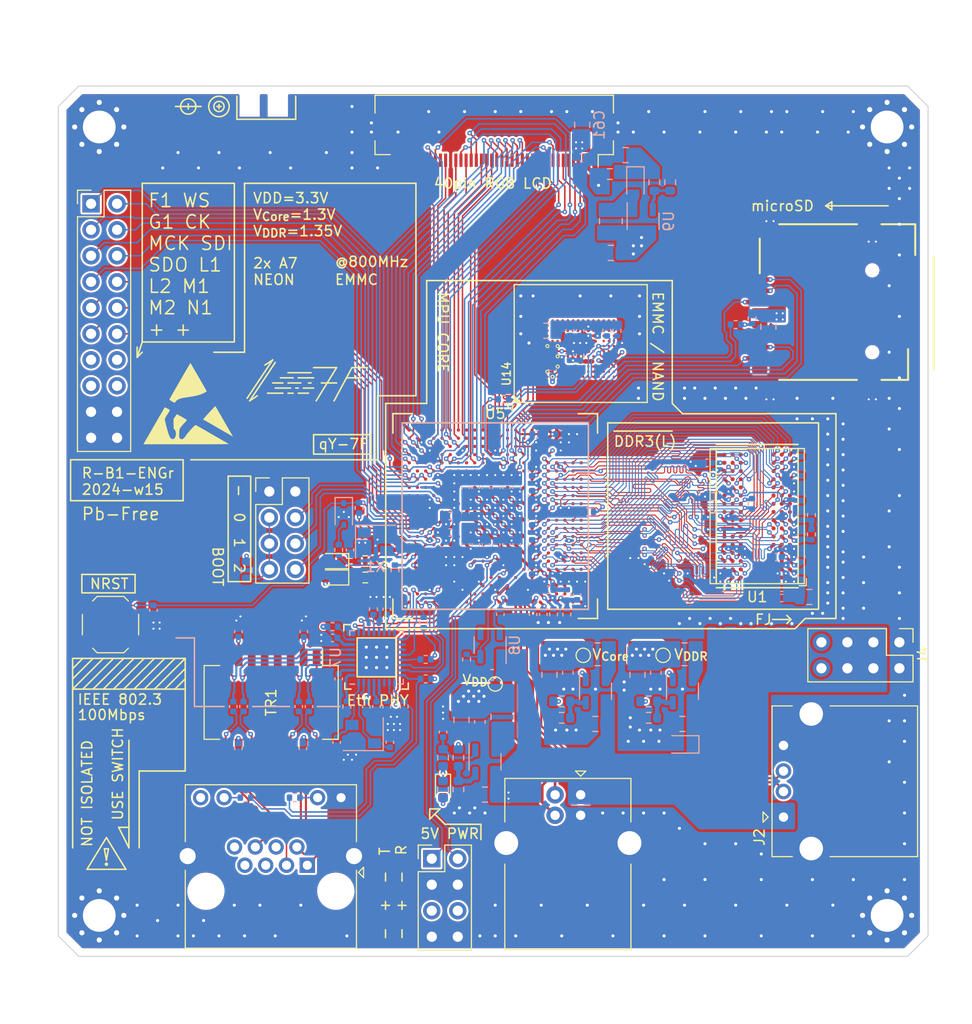
<source format=kicad_pcb>
(kicad_pcb (version 20221018) (generator pcbnew)
  (layers (0 "F.Cu" signal) (1 "In1.Cu" signal) (2 "In2.Cu" signal) (31 "B.Cu" signal) (34 "B.Paste" user) (35 "F.Paste" user) (36 "B.SilkS" user "B.Silkscreen") (37 "F.SilkS" user "F.Silkscreen") (38 "B.Mask" user) (39 "F.Mask" user) (44 "Edge.Cuts" user))
  (net 0 "")
  (net 3 "/USB_DP")
  (net 4 "/USB_DM")
  (net 5 "GND")
  (net 6 "+3V0")
  (net 7 "+5V")
  (net 8 "/SDIO_D2")
  (net 9 "/SDIO_D3")
  (net 10 "/SDIO_CK")
  (net 11 "/SDIO_D1")
  (net 12 "/SDIO_CMD")
  (net 13 "/SDIO_D0")
  (net 14 "Net-(U4-EN)")
  (net 15 "Net-(D2-A)")
  (net 137 "VDD_DDR")
  (net 143 "/DDR3_A10")
  (net 144 "/DDR3_A3")
  (net 145 "/DDR3_A0")
  (net 146 "/DDR3_A12")
  (net 147 "/DDR3_A5")
  (net 148 "/DDR3_A2")
  (net 149 "/DDR3_A1")
  (net 150 "/DDR3_A4")
  (net 151 "/DDR3_A7")
  (net 152 "/DDR3_A9")
  (net 153 "/DDR3_A11")
  (net 154 "/DDR3_A6")
  (net 155 "/DDR3_A13")
  (net 156 "/DDR3_A14")
  (net 157 "/DDR3_A8")
  (net 158 "/DDR3_DQ13")
  (net 159 "/DDR3_DQ15")
  (net 160 "/DDR3_DQ12")
  (net 161 "/DDR3_DQ14")
  (net 162 "/DDR3_DQ11")
  (net 163 "/DDR3_DQ9")
  (net 164 "/DDR3_DQ10")
  (net 165 "/DDR3_DQ8")
  (net 166 "/DDR3_DQ0")
  (net 167 "/DDR3_DQ2")
  (net 168 "/DDR3_DQ1")
  (net 169 "/DDR3_DQ3")
  (net 170 "/DDR3_DQ6")
  (net 171 "/DDR3_DQ4")
  (net 172 "/DDR3_DQ7")
  (net 173 "/DDR3_DQ5")
  (net 174 "/DDR3_DQS1-")
  (net 175 "/DDR3_DQS1+")
  (net 176 "/DDR3_DQS0+")
  (net 177 "/DDR3_DQS0-")
  (net 178 "/DDR3_CLK+")
  (net 179 "/DDR3_CLK-")
  (net 180 "/DDR3_CLK_EN")
  (net 181 "/DDR3_BA0")
  (net 182 "/DDR3_BA2")
  (net 183 "/DDR3_BA1")
  (net 184 "/DDR3_RAS")
  (net 185 "/DDR3_ODT")
  (net 186 "/DDR3_CAS")
  (net 187 "/DDR3_CS")
  (net 188 "/DDR3_WE")
  (net 189 "/DDR3_RESET")
  (net 190 "/DDR3_DQM1")
  (net 191 "/DDR3_DQM0")
  (net 193 "Net-(U1-ZQ)")
  (net 194 "Net-(U5-DDR_ZQ)")
  (net 195 "VREF_DDR")
  (net 196 "VDD_CORE")
  (net 197 "/MIPI_D0+")
  (net 198 "/MIPI_D0-")
  (net 199 "/MIPI_D1+")
  (net 200 "/MIPI_D1-")
  (net 201 "/MIPI_CLK+")
  (net 202 "/MIPI_CLK-")
  (net 203 "/CPU_BOOT0")
  (net 204 "/CPU_BOOT1")
  (net 205 "/CPU_BOOT2")
  (net 206 "Net-(U2-SW)")
  (net 207 "Net-(U2-FB{slash}V_{O})")
  (net 208 "/PWR_EN")
  (net 209 "/PWR_ONRST")
  (net 210 "Net-(U6-SW)")
  (net 211 "Net-(U6-FB{slash}V_{O})")
  (net 212 "/dUART4_TX")
  (net 213 "/dUART4_RX")
  (net 214 "Net-(U5-NRST_CORE)")
  (net 215 "/CPU_NRST")
  (net 216 "Net-(U4-SW)")
  (net 217 "Net-(U4-FB{slash}V_{O})")
  (net 218 "/QSPI_NCS")
  (net 219 "/QSPI_DQ1")
  (net 220 "/QSPI_DQ0")
  (net 221 "/QSPI_CLK")
  (net 222 "/ETH_MDIO")
  (net 223 "/ETH_MDC")
  (net 224 "Net-(U5-PH0)")
  (net 225 "Net-(U5-VDD1V2_DSI_PHY)")
  (net 226 "Net-(U5-VDDA1V1_REG)")
  (net 227 "VDD_USB")
  (net 228 "/VDD_USB_EN")
  (net 230 "/ETH_TxD0")
  (net 231 "/ETH_RxD1")
  (net 232 "/ETH_RxD0")
  (net 233 "Net-(D4-K)")
  (net 234 "Net-(D5-K)")
  (net 235 "Net-(U5-PA13)")
  (net 236 "Net-(U5-PA14)")
  (net 237 "Net-(J7-Pin_3)")
  (net 238 "/ETH_TxCtrl")
  (net 239 "/USBHost_D-")
  (net 241 "/USBHost_D+")
  (net 242 "/ETH_Out25MHz")
  (net 243 "/ETH_Clk125MHz")
  (net 244 "/ETH_TxD1")
  (net 245 "/ETH_RxD3")
  (net 246 "/ETH_RxD2")
  (net 247 "/ETH_TxC")
  (net 248 "/ETH_RxC")
  (net 249 "Net-(U5-PH1)")
  (net 250 "/EMMC_DAT0")
  (net 251 "Net-(U1-VREFCA)")
  (net 252 "Net-(U5-USB_RREF)")
  (net 253 "/DCMI_D0")
  (net 254 "/DCMI_D5")
  (net 255 "/DCMI_D3")
  (net 256 "/I2C_SDA")
  (net 257 "/I2C_SCL")
  (net 258 "/DCMI_VS")
  (net 259 "/DCMI_PCLK")
  (net 260 "/DCMI_RST")
  (net 268 "/LTDC_R0")
  (net 269 "/LTDC_R1")
  (net 270 "/LTDC_R2")
  (net 271 "/LTDC_R3")
  (net 272 "/LTDC_R4")
  (net 273 "/LTDC_R5")
  (net 274 "/LTDC_R6")
  (net 275 "/LTDC_R7")
  (net 276 "/LTDC_G0")
  (net 277 "/LTDC_G1")
  (net 278 "/LTDC_G2")
  (net 279 "/LTDC_G3")
  (net 280 "/LTDC_G4")
  (net 281 "/LTDC_G5")
  (net 282 "/LTDC_G6")
  (net 283 "/LTDC_G7")
  (net 284 "/LDTC_B0")
  (net 285 "/LDTC_B1")
  (net 286 "/LDTC_B2")
  (net 287 "/LDTC_B3")
  (net 288 "/LDTC_B4")
  (net 289 "/LDTC_B5")
  (net 290 "/LDTC_B6")
  (net 291 "/LDTC_B7")
  (net 292 "/EMMC_DAT1")
  (net 293 "/LTDC_DE")
  (net 294 "/LTDC_CLK")
  (net 295 "/LTDC_HSYNC")
  (net 296 "/LTDC_VSYNC")
  (net 297 "/EMMC_DAT2")
  (net 298 "/EMMC_DAT3")
  (net 299 "/EMMC_CMD")
  (net 300 "/EMMC_CLK")
  (net 306 "Net-(D1-A)")
  (net 307 "Net-(U9-V_{FB})")
  (net 308 "/BLED_VDD")
  (net 309 "Net-(J6-Pin_2)")
  (net 310 "Net-(J10-CLK)")
  (net 316 "/eTx+")
  (net 317 "/eTx-")
  (net 318 "/eRx+")
  (net 319 "/eRx-")
  (net 320 "Net-(U7-RXDV)")
  (net 321 "/ETH_CRS_DV")
  (net 322 "Net-(U7-AVDD10)")
  (net 323 "Net-(U7-RSET)")
  (net 324 "Net-(U7-DVDD10)")
  (net 325 "Net-(U7-RXER)")
  (net 326 "Net-(U7-CLK_CTRL)")
  (net 327 "Net-(U7-XTAL1)")
  (net 328 "Net-(U7-XTAL2)")
  (net 329 "/ETH_LED0")
  (net 330 "Net-(U7-PHYRSTB)")
  (net 331 "Net-(J9-Pad10)")
  (net 332 "Net-(J9-Pad11)")
  (net 333 "/ETH_LED1")
  (net 334 "Net-(TR1-TX+)")
  (net 335 "Net-(TR1-TX-)")
  (net 336 "Net-(TR1-RX+)")
  (net 337 "Net-(TR1-RX-)")
  (net 338 "Net-(TR1-C_RD)")
  (net 339 "Net-(TR1-C_TD)")
  (net 340 "Net-(TR1-C_RX)")
  (net 341 "Net-(TR1-C_TX)")
  (net 346 "Net-(U14-VDDI)")
  (net 348 "Net-(U14-CLK)")
  (net 349 "/IO_F1")
  (net 350 "/IO_G1")
  (net 351 "/I2S_SDI")
  (net 352 "/I2S_SDO")
  (net 353 "/IO_L1")
  (net 354 "/IO_L2")
  (net 355 "/IO_M1")
  (net 356 "/IO_M2")
  (net 357 "/ISO_IO3")
  (net 358 "/ISO_IO2")
  (net 359 "/ISO_IO0")
  (net 360 "/ISO_IO1")
  (net 361 "/IO_N1")
  (net 362 "/I2S_WS")
  (net 363 "/I2S_CK")
  (net 364 "/I2S_MCK")
  (footprint "Fiducial:Fiducial_0.5mm_Mask1.5mm" (layer "F.Cu") (at 192.7 67)
    (fp_text reference "FID4" hide)
    (fp_text value "Fiducial")
  )
  (footprint "Fiducial:Fiducial_0.5mm_Mask1.5mm" (layer "F.Cu") (at 129.7 66)
    (fp_text reference "FID1" hide)
    (fp_text value "Fiducial")
  )
  (footprint "rprp:MICRON_EMMC_153" (layer "F.Cu") (at 171.05 89.15 90)
    (fp_text reference "U14")
    (fp_text value "EMMC04G-S100-B08U")
  )
  (footprint "Connector_PinHeader_2.54mm:PinHeader_2x04_P2.54mm_Vertical" (layer "F.Cu") (at 140.625 103.6)
    (fp_text reference "J7" hide)
    (fp_text value "Conn_02x04_Odd_Even")
  )
  (footprint "MountingHole:MountingHole_3.2mm_M3_Pad_Via" (layer "F.Cu") (at 124 145)
    (fp_text reference "H4" hide)
    (fp_text value "M3")
  )
  (footprint "Button_Switch_SMD:SW_Push_1P1T_XKB_TS-1187A" (layer "F.Cu") (at 125.1 116.6 180)
    (fp_text reference "SW1" hide)
    (fp_text value "SW_SPST")
  )
  (footprint "Transformer_SMD:Transformer_Ethernet_Bourns_PT61017PEL" (layer "F.Cu") (at 140.8 124.2 -90)
    (fp_text reference "TR1")
    (fp_text value "PT61017PEL")
  )
  (footprint "TestPoint:TestPoint_Pad_D1.0mm" (layer "F.Cu") (at 162.7 122.4)
    (fp_text reference "TP2" hide)
    (fp_text value "T")
  )
  (footprint "rprp:Yu-MicroSD-TF-01A" (layer "F.Cu") (at 189.05 92.4 90)
    (fp_text reference "J10" hide)
    (fp_text value "Micro_SD_Card_Det2")
  )
  (footprint "Package_BGA:BGA-96_9.0x13.0mm_Layout2x3x16_P0.8mm" (layer "F.Cu") (at 188.3 106 180)
    (fp_text reference "U1")
    (fp_text value "NT5CB256M16ER-FL")
  )
  (footprint "Connector_USB:USB_A_CONNFLY_DS1095-WNR0" (layer "F.Cu") (at 190.8725 135.4 90)
    (fp_text reference "J2")
    (fp_text value "USB_A")
  )
  (footprint "Connector_FFC-FPC:Hirose_FH12-40S-0.5SH_1x40-1MP_P0.50mm_Horizontal" (layer "F.Cu") (at 162.6 69.4 180)
    (fp_text reference "J6" hide)
    (fp_text value "Conn_01x40_MountingPin")
  )
  (footprint "Connector_PinHeader_2.54mm:PinHeader_2x04_P2.54mm_Vertical" (layer "F.Cu") (at 202.2 118.325 -90)
    (fp_text reference "J4")
    (fp_text value "Conn_02x04_Odd_Even")
  )
  (footprint "Fiducial:Fiducial_0.5mm_Mask1.5mm" (layer "F.Cu") (at 195.7 142)
    (fp_text reference "FID3" hide)
    (fp_text value "Fiducial")
  )
  (footprint "Connector_PinHeader_2.54mm:PinHeader_2x04_P2.54mm_Vertical" (layer "F.Cu") (at 156.5 139.46)
    (fp_text reference "J8" hide)
    (fp_text value "Conn_02x04_Odd_Even")
  )
  (footprint "Connector_PinHeader_2.54mm:PinHeader_2x10_P2.54mm_Vertical" (layer "F.Cu") (at 123.2 75.5)
    (fp_text reference "J5" hide)
    (fp_text value "Conn_02x10_Odd_Even")
  )
  (footprint "MountingHole:MountingHole_3.2mm_M3_Pad_Via" (layer "F.Cu") (at 201 68)
    (fp_text reference "H3" hide)
    (fp_text value "M3")
  )
  (footprint "MountingHole:MountingHole_3.2mm_M3_Pad_Via" (layer "F.Cu") (at 124 68)
    (fp_text reference "H1" hide)
    (fp_text value "M3")
  )
  (footprint "Symbol:ESD-Logo_8.9x8mm_SilkScreen" (layer "F.Cu") (at 132.7 95)
    (fp_text reference "SYM1" hide)
    (fp_text value "SYM_ESD_Small" hide)
  )
  (footprint "LED_SMD:LED_0603_1608Metric" (layer "F.Cu") (at 146.9 110.4 180)
    (fp_text reference "D4" hide)
    (fp_text value "LIGHT BLUE")
  )
  (footprint "Fiducial:Fiducial_0.5mm_Mask1.5mm" (layer "F.Cu") (at 129.7 143)
    (fp_text reference "FID2" hide)
    (fp_text value "Fiducial")
  )
  (footprint "Connector_RJ:RJ45_Amphenol_RJHSE538X" (layer "F.Cu") (at 144.332 140.1 180)
    (fp_text reference "J9" hide)
    (fp_text value "RJ45_LED_Shielded")
  )
  (footprint "TestPoint:TestPoint_Pad_D1.0mm" (layer "F.Cu") (at 179.1 119.6)
    (fp_text reference "TP4" hide)
    (fp_text value "T")
  )
  (footprint "LED_SMD:LED_0603_1608Metric" (layer "F.Cu") (at 146.9 112 180)
    (fp_text reference "D5" hide)
    (fp_text value "RED")
  )
  (footprint "Connector_USB:USB_B_OST_USB-B1HSxx_Horizontal" (layer "F.Cu") (at 171.05 133.2225 -90)
    (fp_text reference "J1" hide)
    (fp_text value "USB_B")
  )
  (footprint "LED_SMD:LED_0603_1608Metric" (layer "F.Cu") (at 157.6 132.7 -90)
    (fp_text reference "D2" hide)
    (fp_text value "LIGHT BLUE")
  )
  (footprint "Resistor_SMD:R_0603_1608Metric" (layer "F.Cu") (at 150 110.4 180)
    (fp_text reference "R14" hide)
    (fp_text value "10k")
  )
  (footprint "TestPoint:TestPoint_Pad_D1.0mm" (layer "F.Cu") (at 171.3 119.6)
    (fp_text reference "TP3" hide)
    (fp_text value "T")
  )
  (footprint "Package_BGA:ST_LFBGA-448_18x18mm_Layout22x22_P0.8mm" (layer "F.Cu") (at 162.7 106)
    (fp_text reference "U5")
    (fp_text value "STM32MP157FAAx")
  )
  (footprint "MountingHole:MountingHole_3.2mm_M3_Pad_Via" (layer "F.Cu") (at 201 145)
    (fp_text reference "H2" hide)
    (fp_text value "M3")
  )
  (footprint "Resistor_SMD:R_0603_1608Metric" (layer "F.Cu") (at 150 112 180)
    (fp_text reference "R13" hide)
    (fp_text value "10k")
  )
  (footprint "Capacitor_SMD:C_0402_1005Metric" (layer "B.Cu") (at 161.8 108.8 -90)
    (fp_text reference "C45" hide)
    (fp_text value "1uF")
  )
  (footprint "Capacitor_SMD:C_0402_1005Metric" (layer "B.Cu") (at 166.3 111.2 90)
    (fp_text reference "C11" hide)
    (fp_text value "1uF")
  )
  (footprint "Capacitor_SMD:C_0402_1005Metric" (layer "B.Cu") (at 170.7 113.7 90)
    (fp_text reference "C48" hide)
    (fp_text value "1uF")
  )
  (footprint "Capacitor_SMD:C_0402_1005Metric" (layer "B.Cu") (at 163.8 103.2 90)
    (fp_text reference "C29" hide)
    (fp_text value "1uF")
  )
  (footprint "Resistor_SMD:R_0402_1005Metric" (layer "B.Cu") (at 171.8 105.6 180)
    (fp_text reference "R4" hide)
    (fp_text value "240")
  )
  (footprint "Resistor_SMD:R_0402_1005Metric" (layer "B.Cu") (at 193.6 107.8 90)
    (fp_text reference "R23" hide)
    (fp_text value "1k")
  )
  (footprint "Resistor_SMD:R_0603_1608Metric" (layer "B.Cu") (at 157.6 129.6 90)
    (fp_text reference "R21" hide)
    (fp_text value "5.1k")
  )
  (footprint "Capacitor_SMD:C_0402_1005Metric" (layer "B.Cu") (at 192.6 111.9 90)
    (fp_text reference "C26" hide)
    (fp_text value "1uF")
  )
  (footprint "Capacitor_SMD:C_0805_2012Metric" (layer "B.Cu") (at 159.4 125.9 -90)
    (fp_text reference "C20" hide)
    (fp_text value "22uF")
  )
  (footprint "Resistor_SMD:R_0402_1005Metric" (layer "B.Cu") (at 152.9 111.3 90)
    (fp_text reference "R22" hide)
    (fp_text value "1k")
  )
  (footprint "Capacitor_SMD:C_0402_1005Metric" (layer "B.Cu") (at 137.6 117.3 -90)
    (fp_text reference "C5" hide)
    (fp_text value "10nF")
  )
  (footprint "Capacitor_SMD:C_0603_1608Metric" (layer "B.Cu") (at 178.4 121.3 -90)
    (fp_text reference "C2" hide)
    (fp_text value "1uF")
  )
  (footprint "Resistor_SMD:R_0603_1608Metric" (layer "B.Cu") (at 157.6 132.7 -90)
    (fp_text reference "R3" hide)
    (fp_text value "5.1k")
  )
  (footprint "Capacitor_SMD:C_0402_1005Metric" (layer "B.Cu") (at 147.2 128.1 90)
    (fp_text reference "C51" hide)
    (fp_text value "10pF")
  )
  (footprint "Inductor_SMD:L_1008_2520Metric" (layer "B.Cu") (at 172.7 119.5 180)
    (fp_text reference "L1" hide)
    (fp_text value "2.2uH")
  )
  (footprint "Capacitor_SMD:C_0603_1608Metric" (layer "B.Cu") (at 169.8 121.3 -90)
    (fp_text reference "C8" hide)
    (fp_text value "1uF")
  )
  (footprint "Capacitor_SMD:C_0402_1005Metric" (layer "B.Cu") (at 167.4 115.6 90)
    (fp_text reference "C54" hide)
    (fp_text value "1uF")
  )
  (footprint "Capacitor_SMD:C_0402_1005Metric" (layer "B.Cu") (at 185 113 180)
    (fp_text reference "C39" hide)
    (fp_text value "1uF")
  )
  (footprint "Capacitor_SMD:C_0805_2012Metric" (layer "B.Cu") (at 171.2 67.8 90)
    (fp_text reference "C61")
    (fp_text value "22uF")
  )
  (footprint "Capacitor_SMD:C_0402_1005Metric" (layer "B.Cu") (at 158.3 106)
    (fp_text reference "C59" hide)
    (fp_text value "1uF")
  )
  (footprint "Resistor_SMD:R_0402_1005Metric" (layer "B.Cu") (at 193.6 105.9 90)
    (fp_text reference "R24" hide)
    (fp_text value "1k")
  )
  (footprint "Package_TO_SOT_SMD:TSOT-23-5" (layer "B.Cu") (at 181 123.1 -90)
    (fp_text reference "U6" hide)
    (fp_text value "SY8089A")
  )
  (footprint "Capacitor_SMD:C_0402_1005Metric" (layer "B.Cu") (at 167.9 113.2 180)
    (fp_text reference "C12" hide)
    (fp_text value "1uF")
  )
  (footprint "Capacitor_SMD:C_0402_1005Metric" (layer "B.Cu") (at 152.1 115.1 90)
    (fp_text reference "C69" hide)
    (fp_text value "1uF")
  )
  (footprint "Resistor_SMD:R_0402_1005Metric" (layer "B.Cu") (at 146.8 116.8)
    (fp_text reference "R31" hide)
    (fp_text value "10k")
  )
  (footprint "Resistor_SMD:R_0402_1005Metric" (layer "B.Cu") (at 155.7 116.4 90)
    (fp_text reference "R33" hide)
    (fp_text value "10k")
  )
  (footprint "Resistor_SMD:R_0402_1005Metric" (layer "B.Cu") (at 169.7 113.7 -90)
    (fp_text reference "R20" hide)
    (fp_text value "1k")
  )
  (footprint "Resistor_SMD:R_0402_1005Metric" (layer "B.Cu") (at 187.8 86.7 -90)
    (fp_text reference "R41" hide)
    (fp_text value "10k")
  )
  (footprint "Capacitor_SMD:C_0402_1005Metric" (layer "B.Cu") (at 160.8 103.2 90)
    (fp_text reference "C34" hide)
    (fp_text value "1uF")
  )
  (footprint "Capacitor_SMD:C_0402_1005Metric" (layer "B.Cu") (at 152.4 128.1 -90)
    (fp_text reference "C56" hide)
    (fp_text value "10pF")
  )
  (footprint "Capacitor_SMD:C_0603_1608Metric" (layer "B.Cu") (at 161.2 126.1 -90)
    (fp_text reference "C19" hide)
    (fp_text value "1uF")
  )
  (footprint "Diode_SMD:D_SOD-323" (layer "B.Cu") (at 181 128.3 180)
    (fp_text reference "D8" hide)
    (fp_text value "1N5819WS")
  )
  (footprint "Capacitor_SMD:C_0402_1005Metric" (layer "B.Cu") (at 171 90.3 90)
    (fp_text reference "C78" hide)
    (fp_text value "1uF")
  )
  (footprint "Capacitor_SMD:C_0805_2012Metric" (layer "B.Cu") (at 189.4 87.5 -90)
    (fp_text reference "C49" hide)
    (fp_text value "22uF")
  )
  (footprint "Capacitor_SMD:C_0402_1005Metric" (layer "B.Cu") (at 144 117.3 -90)
    (fp_text reference "C27" hide)
    (fp_text value "10nF")
  )
  (footprint "Capacitor_SMD:C_0805_2012Metric" (layer "B.Cu") (at 174 80.3 180)
    (fp_text reference "C62" hide)
    (fp_text value "22uF")
  )
  (footprint "Resistor_SMD:R_0402_1005Metric" (layer "B.Cu") (at 173.6 87.9 -90)
    (fp_text reference "R5" hide)
    (fp_text value "10k")
  )
  (footprint "Resistor_SMD:R_0603_1608Metric" (layer "B.Cu") (at 177.7 125.7)
    (fp_text reference "R10" hide)
    (fp_text value "8.2k")
  )
  (footprint "Capacitor_SMD:C_0805_2012Metric" (layer "B.Cu") (at 172.5 126.3 180)
    (fp_text reference "C23" hide)
    (fp_text value "22uF")
  )
  (footprint "Capacitor_SMD:C_0402_1005Metric" (layer "B.Cu") (at 192.6 99.7 90)
    (fp_text reference "C47" hide)
    (fp_text value "1uF")
  )
  (footprint "Capacitor_SMD:C_0402_1005Metric" (layer "B.Cu") (at 147.4 121.9 -90)
    (fp_text reference "C65" hide)
    (fp_text value "1uF")
  )
  (footprint "Resistor_SMD:R_0603_1608Metric" (layer "B.Cu") (at 178.25 73.4 90)
    (fp_text reference "R27" hide)
    (fp_text value "100k")
  )
  (footprint "Capacitor_SMD:C_0402_1005Metric" (layer "B.Cu") (at 160.8 108.8 -90)
    (fp_text reference "C44" hide)
    (fp_text value "1uF")
  )
  (footprint "Crystal:Crystal_SMD_EuroQuartz_MT-4Pin_3.2x2.5mm" (layer "B.Cu") (at 149.8 127.3 180)
    (fp_text reference "Y1" hide)
    (fp_text value "X322525MOB4SI")
  )
  (footprint "Capacitor_SMD:C_0805_2012Metric" (layer "B.Cu") (at 168 121.5 -90)
    (fp_text reference "C7" hide)
    (fp_text value "22uF")
  )
  (footprint "Capacitor_SMD:C_0402_1005Metric" (layer "B.Cu") (at 192.6 107.8 90)
    (fp_text reference "C16" hide)
    (fp_text value "1uF")
  )
  (footprint "Package_TO_SOT_SMD:TSOT-23-5" (layer "B.Cu") (at 161.7 130 -90)
    (fp_text reference "U4" hide)
    (fp_text value "SY8089A")
  )
  (footprint "Resistor_SMD:R_0603_1608Metric" (layer "B.Cu") (at 173.9 72.6)
    (fp_text reference "R29" hide)
    (fp_text value "100")
  )
  (footprint "Diode_SMD:D_SOD-323" (layer "B.Cu") (at 147.9 105.8 -90)
    (fp_text reference "D3" hide)
    (fp_text value "1N5819WS")
  )
  (footprint "Capacitor_SMD:C_0402_1005Metric" (layer "B.Cu") (at 150.1 124.62 -90)
    (fp_text reference "C60" hide)
    (fp_text value "1uF")
  )
  (footprint "Capacitor_SMD:C_0402_1005Metric" (layer "B.Cu") (at 170 87.9 -90)
    (fp_text reference "C77" hide)
    (fp_text value "1uF")
  )
  (footprint "Resistor_SMD:R_0402_1005Metric" (layer "B.Cu") (at 186.2 87.3 180)
    (fp_text reference "R30" hide)
    (fp_text value "10")
  )
  (footprint "Resistor_SMD:R_0402_1005Metric" (layer "B.Cu") (at 163.5 94.6)
    (fp_text reference "R1" hide)
    (fp_text value "10")
  )
  (footprint "Capacitor_SMD:C_0402_1005Metric" (layer "B.Cu") (at 137.1 124.6 90)
    (fp_text reference "C71" hide)
    (fp_text value "10nF")
  )
  (footprint "Capacitor_SMD:C_0402_1005Metric" (layer "B.Cu") (at 190.7 114 180)
    (fp_text reference "C14" hide)
    (fp_text value "1uF")
  )
  (footprint "Capacitor_SMD:C_0402_1005Metric" (layer "B.Cu") (at 190.2 110 180)
    (fp_text reference "C67" hide)
    (fp_text value "1uF")
  )
  (footprint "Capacitor_SMD:C_0402_1005Metric" (layer "B.Cu") (at 163.2 115.6 -90)
    (fp_text reference "C58" hide)
    (fp_text value "1uF")
  )
  (footprint "Capacitor_SMD:C_0402_1005Metric" (layer "B.Cu") (at 157.6 127.1 90)
    (fp_text reference "C21" hide)
    (fp_text value "1uF")
  )
  (footprint "Capacitor_SMD:C_0402_1005Metric" (layer "B.Cu") (at 166.3 106.4 90)
    (fp_text reference "C6" hide)
    (fp_text value "1uF")
  )
  (footprint "Package_TO_SOT_SMD:TSOT-23-5" (layer "B.Cu") (at 172.5 123.1 -90)
    (fp_text reference "U2" hide)
    (fp_text value "SY8089A")
  )
  (footprint "Resistor_SMD:R_0402_1005Metric" (layer "B.Cu") (at 155.9 121.9 180)
    (fp_text reference "R26" hide)
    (fp_text value "5.1k")
  )
  (footprint "Capacitor_SMD:C_0402_1005Metric" (layer "B.Cu") (at 129.3 115.2 -90)
    (fp_text reference "C46" hide)
    (fp_text value "10nF")
  )
  (footprint "Capacitor_SMD:C_0402_1005Metric" (layer "B.Cu") (at 146.8 117.9 180)
    (fp_text reference "C70" hide)
    (fp_text value "1uF")
  )
  (footprint "Capacitor_SMD:C_0402_1005Metric" (layer "B.Cu") (at 137.6 128.7 90)
    (fp_text reference "C64" hide)
    (fp_text value "10nF")
  )
  (footprint "Capacitor_SMD:C_0402_1005Metric" (layer "B.Cu") (at 159.8 103.2 90)
    (fp_text reference "C35" hide)
    (fp_text value "1uF")
  )
  (footprint "Resistor_SMD:R_0402_1005Metric" (layer "B.Cu") (at 148.2 124.6 -90)
    (fp_text reference "R32" hide)
    (fp_text value "2.49k")
  )
  (footprint "Capacitor_SMD:C_0805_2012Metric" (layer "B.Cu") (at 161.7 133.2 180)
    (fp_text reference "C18" hide)
    (fp_text value "22uF")
  )
  (footprint "Capacitor_SMD:C_0402_1005Metric" (layer "B.Cu") (at 166.4 115.6 -90)
    (fp_text reference "C57" hide)
    (fp_text value "1uF")
  )
  (footprint "Capacitor_SMD:C_0402_1005Metric" (layer "B.Cu") (at 192.6 105.9 90)
    (fp_text reference "C28" hide)
    (fp_text value "1uF")
  )
  (footprint "Capacitor_SMD:C_0402_1005Metric" (layer "B.Cu") (at 192.6 101.6 90)
    (fp_text reference "C33" hide)
    (fp_text value "1uF")
  )
  (footprint "Resistor_SMD:R_0402_1005Metric" (layer "B.Cu") (at 184 104.1 180)
    (fp_text reference "R2" hide)
    (fp_text value "240")
  )
  (footprint "Capacitor_SMD:C_0402_1005Metric" (layer "B.Cu") (at 192.6 110 90)
    (fp_text reference "C15" hide)
    (fp_text value "1uF")
  )
  (footprint "Capacitor_SMD:C_0402_1005Metric" (layer "B.Cu") (at 162.8 103.2 90)
    (fp_text reference "C31" hide)
    (fp_text value "1uF")
  )
  (footprint "Resistor_SMD:R_0402_1005Metric" (layer "B.Cu") (at 169.7 115.6 -90)
    (fp_text reference "R19" hide)
    (fp_text value "1k")
  )
  (footprint "Crystal:Crystal_SMD_EuroQuartz_MT-4Pin_3.2x2.5mm" (layer "B.Cu") (at 151 108.5)
    (fp_text reference "X1")
    (fp_text value "25MHz")
  )
  (footprint "Inductor_SMD:L_1008_2520Metric" (layer "B.Cu") (at 174 77.2 90)
    (fp_text reference "L5" hide)
    (fp_text value "2.2uH")
  )
  (footprint "Diode_SMD:D_SOD-323" (layer "B.Cu") (at 176.4 73.5 -90)
    (fp_text reference "D1" hide)
    (fp_text value "1N5819WS")
  )
  (footprint "Resistor_SMD:R_0402_1005Metric" (layer "B.Cu") (at 168.4 115.6 -90)
    (fp_text reference "R25" hide)
    (fp_text value "3k")
  )
  (footprint "Resistor_SMD:R_0402_1005Metric" (layer "B.Cu") (at 187.8 104.8 -90)
    (fp_text reference "R18" hide)
    (fp_text value "100")
  )
  (footprint "Resistor_SMD:R_0402_1005Metric" (layer "B.Cu") (at 155.9 120)
    (fp_text reference "R38" hide)
    (fp_text value "5.1k")
  )
  (footprint "Capacitor_SMD:C_0402_1005Metric" (layer "B.Cu") (at 171 87.9 -90)
    (fp_text reference "C76" hide)
    (fp_text value "1uF")
  )
  (footprint "Resistor_SMD:R_0402_1005Metric" (layer "B.Cu") (at 150.8 115.1 -90)
    (fp_text reference "R36" hide)
    (fp_text value "10k")
  )
  (footprint "Capacitor_SMD:C_0402_1005Metric" (layer "B.Cu") (at 151.1 124.6 -90)
    (fp_text reference "C66" hide)
    (fp_text value "1uF")
  )
  (footprint "Capacitor_SMD:C_0402_1005Metric" (layer "B.Cu") (at 190.7 113 180)
    (fp_text reference "C13" hide)
    (fp_text value "1uF")
  )
  (footprint "Resistor_SMD:R_0402_1005Metric" (layer "B.Cu") (at 138.3 133.5)
    (fp_text reference "R40" hide)
    (fp_text value "100")
  )
  (footprint "Resistor_SMD:R_0402_1005Metric" (layer "B.Cu") (at 147.4 109.3 90)
    (fp_text reference "R11" hide)
    (fp_text value "10k")
  )
  (footprint "Resistor_SMD:R_0402_1005Metric" (layer "B.Cu") (at 143.1 133.5 180)
    (fp_text reference "R39" hide)
    (fp_text value "100")
  )
  (footprint "Package_TO_SOT_SMD:SOT-23-5" (layer "B.Cu") (at 177.15 77.2 -90)
    (fp_text reference "U9")
    (fp_text value "MT3540")
  )
  (footprint "Capacitor_SMD:C_0402_1005Metric" (layer "B.Cu") (at 159.8 105.6 -90)
    (fp_text reference "C40" hide)
    (fp_text value "1uF")
  )
  (footprint "Capacitor_SMD:C_0805_2012Metric" (layer "B.Cu") (at 193.4 113.9)
    (fp_text reference "C68" hide)
    (fp_text value "22uF")
  )
  (footprint "Capacitor_SMD:C_0402_1005Metric" (layer "B.Cu") (at 166.8 98 180)
    (fp_text reference "C55" hide)
    (fp_text value "1uF")
  )
  (footprint "Capacitor_SMD:C_0402_1005Metric" (layer "B.Cu") (at 166.3 104 -90)
    (fp_text reference "C4" hide)
    (fp_text value "1uF")
  )
  (footprint "Capacitor_SMD:C_0402_1005Metric" (layer "B.Cu") (at 171.1 71)
    (fp_text reference "C50" hide)
    (fp_text value "1uF")
  )
  (footprint "Capacitor_SMD:C_0402_1005Metric" (layer "B.Cu") (at 163.8 108.8 -90)
    (fp_text reference "C37" hide)
    (fp_text value "1uF")
  )
  (footprint "Capacitor_SMD:C_0603_1608Metric" (layer "B.Cu") (at 162.4 121.5 180)
    (fp_text reference "C9" hide)
    (fp_text value "1uF")
  )
  (footprint "Capacitor_SMD:C_0402_1005Metric" (layer "B.Cu") (at 161.8 103.2 90)
    (fp_text reference "C32" hide)
    (fp_text value "1uF")
  )
  (footprint "Capacitor_SMD:C_0402_1005Metric" (layer "B.Cu") (at 143.9 128.7 90)
    (fp_text reference "C63" hide)
    (fp_text value "10nF")
  )
  (footprint "Capacitor_SMD:C_0402_1005Metric" (layer "B.Cu") (at 166.3 108.8 -90)
    (fp_text reference "C10" hide)
    (fp_text value "1uF")
  )
  (footprint "Capacitor_SMD:C_0402_1005Metric" (layer "B.Cu") (at 183.4 100.8 180)
    (fp_text reference "C17" hide)
    (fp_text value "1uF")
  )
  (footprint "Capacitor_SMD:C_0402_1005Metric" (layer "B.Cu") (at 164.8 108.8 -90)
    (fp_text reference "C36" hide)
    (fp_text value "1uF")
  )
  (footprint "Capacitor_SMD:C_0402_1005Metric" (layer "B.Cu") (at 162.8 108.8 -90)
    (fp_text reference "C38" hide)
    (fp_text value "1uF")
  )
  (footprint "Capacitor_SMD:C_0402_1005Metric" (layer "B.Cu") (at 166.3 101.6 90)
    (fp_text reference "C24" hide)
    (fp_text value "1uF")
  )
  (footprint "Inductor_SMD:L_1008_2520Metric" (layer "B.Cu") (at 181.2 119.5 180)
    (fp_text reference "L2" hide)
    (fp_text value "2.2uH")
  )
  (footprint "Package_TO_SOT_SMD:SOT-23-5" (layer "B.Cu") (at 162.2 118.6 90)
    (fp_text reference "U8")
    (fp_text value "LP5907MFX-3.3")
  )
  (footprint "Capacitor_SMD:C_0402_1005Metric" (layer "B.Cu") (at 164.8 103.2 90)
    (fp_text reference "C30" hide)
    (fp_text value "1uF")
  )
  (footprint "Capacitor_SMD:C_0402_1005Metric" (layer "B.Cu") (at 192.6 104 90)
    (fp_text reference "C25" hide)
    (fp_text value "1uF")
  )
  (footprint "Capacitor_SMD:C_0402_1005Metric" (layer "B.Cu") (at 169.1 98 180)
    (fp_text reference "C52" hide)
    (fp_text value "1uF")
  )
  (footprint "Capacitor_SMD:C_0805_2012Metric" (layer "B.Cu") (at 167.7 87.9 180)
    (fp_text reference "C79" hide)
    (fp_text value "22uF")
  )
  (footprint "Capacitor_SMD:C_0402_1005Metric" (layer "B.Cu") (at 168.3 91.8 90)
    (fp_text reference "C53" hide)
    (fp_text value "1uF")
  )
  (footprint "Resistor_SMD:R_0603_1608Metric" (layer "B.Cu") (at 179.8 73.4 -90)
    (fp_text reference "R28" hide)
    (fp_text value "5.1k")
  )
  (footprint "Resistor_SMD:R_0603_1608Metric" (layer "B.Cu") (at 138.4 111.3 90)
    (fp_text reference "R6" hide)
    (fp_text value "5.1k")
  )
  (footprint "Resistor_SMD:R_0402_1005Metric" (layer "B.Cu") (at 149.4 105.2 -90)
    (fp_text reference "R12" hide)
    (fp_text value "0")
  )
  (footprint "Capacitor_SMD:C_0402_1005Metric" (layer "B.Cu") (at 144.5 124.6 90)
    (fp_text reference "C74" hide)
    (fp_text value "10nF")
  )
  (footprint "Package_DFN_QFN:QFN-32-1EP_5x5mm_P0.5mm_EP3.65x3.65mm" (layer "B.Cu") (at 151.1 119.8)
    (fp_text reference "U7")
    (fp_text value "RTL8201F")
  )
  (footprint "Resistor_SMD:R_0603_1608Metric" (layer "B.Cu") (at 159.1 132.7 90)
    (fp_text reference "R16" hide)
    (fp_text value "2.2k")
  )
  (footprint "Capacitor_SMD:C_0402_1005Metric" (layer "B.Cu") (at 138.1 124.6 90)
    (fp_text reference "C72" hide)
    (fp_text value "10nF")
  )
  (footprint "Capacitor_SMD:C_0805_2012Metric" (layer "B.Cu") (at 175.45 70.75 180)
    (fp_text reference "C41" hide)
    (fp_text value "22uF")
  )
  (footprint "Resistor_SMD:R_0603_1608Metric" (layer "B.Cu") (at 169.2 124.1 180)
    (fp_text reference "R7" hide)
    (fp_text value "10k")
  )
  (footprint "Resistor_SMD:R_0603_1608Metric" (layer "B.Cu") (at 169.2 125.7)
    (fp_text reference "R8" hide)
    (fp_text value "8.2k")
  )
  (footprint "Resistor_SMD:R_0402_1005Metric" (layer "B.Cu") (at 159.9 120 -90)
    (fp_text reference "R17" hide)
    (fp_text value "10k")
  )
  (footprint "Capacitor_SMD:C_0805_2012Metric" (layer "B.Cu") (at 181 126.3 180)
    (fp_text reference "C1" hide)
    (fp_text value "22uF")
  )
  (footprint "Inductor_SMD:L_1008_2520Metric" (layer "B.Cu") (at 163.4 125.6 90)
    (fp_text reference "L3" hide)
    (fp_text value "2.2uH")
  )
  (footprint "Resistor_SMD:R_0402_1005Metric" (layer "B.Cu") (at 174.6 87.9 -90)
    (fp_text reference "R34" hide)
    (fp_text value "10k")
  )
  (footprint "Resistor_SMD:R_0402_1005Metric" (layer "B.Cu") (at 152.1 124.6 90)
    (fp_text reference "R35" hide)
    (fp_text value "10k")
  )
  (footprint "Resistor_SMD:R_0603_1608Metric" (layer "B.Cu") (at 177.7 124.1 180)
    (fp_text reference "R9" hide)
    (fp_text value "10k")
  )
  (footprint "Resistor_SMD:R_0402_1005Metric" (layer "B.Cu") (at 153.8 124.6 -90)
    (fp_text reference "R37" hide)
    (fp_text value "5.1k")
  )
  (footprint "Capacitor_SMD:C_0402_1005Metric" (layer "B.Cu") (at 148.5 109.3 90)
    (fp_text reference "C22" hide)
    (fp_text value "1uF")
  )
  (footprint "Capacitor_SMD:C_0805_2012Metric" (layer "B.Cu") (at 176.6 121.5 -90)
    (fp_text reference "C3" hide)
    (fp_text value "22uF")
  )
  (footprint "Capacitor_SMD:C_0402_1005Metric" (layer "B.Cu") (at 158.3 107.6)
    (fp_text reference "C42" hide)
    (fp_text value "1uF")
  )
  (footprint "Resistor_SMD:R_0603_1608Metric" (layer "B.Cu") (at 159.1 129.6 90)
    (fp_text reference "R15" hide)
    (fp_text value "10k")
  )
  (footprint "Capacitor_SMD:C_0402_1005Metric" (layer "B.Cu") (at 143.5 124.6 90)
    (fp_text reference "C73" hide)
    (fp_text value "10nF")
  )
  (footprint "Capacitor_SMD:C_0402_1005Metric" (layer "B.Cu") (at 159.8 108.8 -90)
    (fp_text reference "C43" hide)
    (fp_text value "1uF")
  )
  (footprint "Capacitor_SMD:C_0402_1005Metric" (layer "B.Cu") (at 170 90.3 90)
    (fp_text reference "C75" hide)
    (fp_text value "1uF")
  )
  (gr_rect (start 153.6 96.9) (end 171.8 115.1) (stroke (width 0.15)) (fill none) (layer "B.SilkS"))
  (gr_line (start 133.3 117.9) (end 133.3 124.6) (stroke (width 0.15)) (layer "B.SilkS"))
  (gr_line (start 145.3 124.6) (end 147.5 124.6) (stroke (width 0.15)) (layer "B.SilkS"))
  (gr_line (start 131.5 117.9) (end 133.3 117.9) (stroke (width 0.15)) (layer "B.SilkS"))
  (gr_line (start 133.3 124.6) (end 136.2 124.6) (stroke (width 0.15)) (layer "B.SilkS"))
  (gr_line (start 139 124.6) (end 142.6 124.6) (stroke (width 0.15)) (layer "B.SilkS"))
  (gr_line (start 144.95 91.5) (end 147.2 91.5) (stroke (width 0.15)) (layer "F.SilkS"))
  (gr_line (start 148.6 122.9) (end 148 122.9) (stroke (width 0.15)) (layer "F.SilkS"))
  (gr_line (start 137.45 67.25) (end 143.2 67.25) (stroke (width 0.15)) (layer "F.SilkS"))
  (gr_line (start 172.7 116) (end 172.7 114.1) (stroke (width 0.15)) (layer "F.SilkS"))
  (gr_line (start 132.4 119.9) (end 121.4 119.9) (stroke (width 0.15)) (layer "F.SilkS"))
  (gr_line (start 138.2 73.5) (end 154.95 73.5) (stroke (width 0.15)) (layer "F.SilkS"))
  (gr_line (start 127.7 90.5) (end 128.2 90) (stroke (width 0.15)) (layer "F.SilkS"))
  (gr_line (start 143.45 94) (end 144.45 94) (stroke (width 0.15)) (layer "F.SilkS"))
  (gr_line (start 184.3 99.4) (end 184.3 112.6) (stroke (width 0.15)) (layer "F.SilkS"))
  (gr_line (start 122.8 140.5) (end 126.6 140.5) (stroke (width 0.15)) (layer "F.SilkS"))
  (gr_line (start 189.8 116.1) (end 191.6 116.1) (stroke (width 0.15)) (layer "F.SilkS"))
  (gr_line (start 201.1 75.7) (end 195 75.7) (stroke (width 0.15)) (layer "F.SilkS"))
  (gr_line (start 124.4 122.9) (end 127.4 119.9) (stroke (width 0.15)) (layer "F.SilkS"))
  (gr_line (start 143.95 93.5) (end 144.95 93.5) (stroke (width 0.15)) (layer "F.SilkS"))
  (gr_line (start 135.5 66) (end 135.9 66) (stroke (width 0.15)) (layer "F.SilkS"))
  (gr_line (start 135.7 65.8) (end 135.7 66.2) (stroke (width 0.15)) (layer "F.SilkS"))
  (gr_rect (start 136.6 102.1) (end 138.8 112.4) (stroke (width 0.15)) (fill none) (layer "F.SilkS"))
  (gr_line (start 180 95) (end 180 83) (stroke (width 0.15)) (layer "F.SilkS"))
  (gr_line (start 127.4 122.9) (end 130.4 119.9) (stroke (width 0.15)) (layer "F.SilkS"))
  (gr_circle (center 135.7 66) (end 135.2 66) (stroke (width 0.15)) (fill none) (layer "F.SilkS"))
  (gr_line (start 156.3 134.6) (end 156.3 135.6) (stroke (width 0.15)) (layer "F.SilkS"))
  (gr_line (start 138.2 90) (end 135.2 90) (stroke (width 0.15)) (layer "F.SilkS"))
  (gr_line (start 154.6 96) (end 152.7 96) (stroke (width 0.15)) (layer "F.SilkS"))
  (gr_line (start 127.7 89.5) (end 127.7 90.5) (stroke (width 0.15)) (layer "F.SilkS"))
  (gr_line (start 195.6 76.1) (end 195 75.7) (stroke (width 0.15)) (layer "F.SilkS"))
  (gr_line (start 140.95 90.75) (end 140.2 91.25) (stroke (width 0.15)) (layer "F.SilkS"))
  (gr_line (start 147.9 117.2) (end 147.9 116.6) (stroke (width 0.15)) (layer "F.SilkS"))
  (gr_line (start 129.4 122.9) (end 132.4 119.9) (stroke (width 0.15)) (layer "F.SilkS"))
  (gr_line (start 195 75.7) (end 195.6 75.3) (stroke (width 0.15)) (layer "F.SilkS"))
  (gr_line (start 138.7 94.75) (end 139.45 94.25) (stroke (width 0.15)) (layer "F.SilkS"))
  (gr_line (start 124.5 138.5) (end 124.7 139.6) (stroke (width 0.15)) (layer "F.SilkS"))
  (gr_line (start 152 95) (end 152 117) (stroke (width 0.15)) (layer "F.SilkS"))
  (gr_line (start 152 117) (end 192 117) (stroke (width 0.15)) (layer "F.SilkS"))
  (gr_line (start 126.6 140.5) (end 124.7 137.4) (stroke (width 0.15)) (layer "F.SilkS"))
  (gr_line (start 146.95 94.75) (end 148.7 91.5) (stroke (width 0.15)) (layer "F.SilkS"))
  (gr_line (start 141.7 92.5) (end 142.95 92.5) (stroke (width 0.15)) (layer "F.SilkS"))
  (gr_line (start 161.3 136.1) (end 161.3 137.6) (stroke (width 0.15)) (layer "F.SilkS"))
  (gr_line (start 121.4 122.9) (end 132.4 122.9) (stroke (width 0.15)) (layer "F.SilkS"))
  (gr_line (start 145.7 93) (end 147.2 93) (stroke (width 0.15)) (layer "F.SilkS"))
  (gr_line (start 131.4 122.9) (end 132.4 121.9) (stroke (width 0.15)) (layer "F.SilkS"))
  (gr_line (start 121.4 121.9) (end 123.4 119.9) (stroke (width 0.15)) (layer "F.SilkS"))
  (gr_line (start 154.2 122.3) (end 154.2 122.9) (stroke (width 0.15)) (layer "F.SilkS"))
  (gr_line (start 196 96) (end 181 96) (stroke (width 0.15)) (layer "F.SilkS"))
  (gr_line (start 122.4 122.9) (end 125.4 119.9) (stroke (width 0.15)) (layer "F.SilkS"))
  (gr_line (start 142.45 93) (end 143.7 93) (stroke (width 0.15)) (layer "F.SilkS"))
  (gr_line (start 141.2 91) (end 138.7 94.75) (stroke (width 0.15)) (layer "F.SilkS"))
  (gr_line (start 172.7 96) (end 170.8 96) (stroke (width 0.15)) (layer "F.SilkS"))
  (gr_line (start 131.45 66) (end 133.95 66) (stroke (width 0.15)) (layer "F.SilkS"))
  (gr_line (start 127.9 138.4) (end 127.9 130.9) (stroke (width 0.15)) (layer "F.SilkS"))
  (gr_line (start 152.7 114.1) (end 152.7 116) (stroke (width 0.15)) (layer "F.SilkS"))
  (gr_line (start 132.7 65.75) (end 132.7 66.25) (stroke (width 0.15)) (layer "F.SilkS"))
  (gr_line (start 121.4 120.9) (end 122.4 119.9) (stroke (width 0.15)) (layer "F.SilkS"))
  (gr_line (start 154.95 94.25) (end 151.2 94.25) (stroke (width 0.15)) (layer "F.SilkS"))
  (gr_line (start 170.8 116) (end 172.7 116) (stroke (width 0.15)) (layer "F.SilkS"))
  (gr_rect (start 173.7 96.9) (end 194.3 115.1) (stroke (width 0.15)) (fill none) (layer "F.SilkS"))
  (gr_line (start 137.45 65) (end 137.45 67.25) (stroke (width 0.15)) (layer "F.SilkS"))
  (gr_line (start 141.2 93.5) (end 142.7 93.5) (stroke (width 0.15)) (layer "F.SilkS"))
  (gr_line (start 143.2 93.5) (end 143.45 93.5) (stroke (width 0.15)) (layer "F.SilkS"))
  (gr_rect (start 121.2 100.5) (end 132.2 104.5) (stroke (width 0.15)) (fill none) (layer "F.SilkS"))
  (gr_line (start 156.8 135.1) (end 157.8 136.1) (stroke (width 0.15)) (layer "F.SilkS"))
  (gr_line (start 193 116) (end 196 116) (stroke (width 0.15)) (layer "F.SilkS"))
  (gr_circle (center 135.7 66) (end 134.7 66) (stroke (width 0.15)) (fill none) (layer "F.SilkS"))
  (gr_line (start 156 83) (end 156 95) (stroke (width 0.15)) (layer "F.SilkS"))
  (gr_line (start 157.8 136.1) (end 161.3 136.1) (stroke (width 0.15)) (layer "F.SilkS"))
  (gr_line (start 152.7 116) (end 154.6 116) (stroke (width 0.15)) (layer "F.SilkS"))
  (gr_line (start 147.9 116.6) (end 148.5 116.6) (stroke (width 0.15)) (layer "F.SilkS"))
  (gr_line (start 138.45 94.5) (end 140.95 90.75) (stroke (width 0.15)) (layer "F.SilkS"))
  (gr_line (start 125.4 122.9) (end 128.4 119.9) (stroke (width 0.15)) (layer "F.SilkS"))
  (gr_circle (center 132.7 66) (end 133.45 66) (stroke (width 0.15)) (fill none) (layer "F.SilkS"))
  (gr_line (start 142.45 94) (end 142.95 94) (stroke (width 0.15)) (layer "F.SilkS"))
  (gr_line (start 144.45 93) (end 144.7 93) (stroke (width 0.15)) (layer "F.SilkS"))
  (gr_line (start 143.45 92.5) (end 144.95 92.5) (stroke (width 0.15)) (layer "F.SilkS"))
  (gr_line (start 192 117) (end 193 116) (stroke (width 0.15)) (layer "F.SilkS"))
  (gr_line (start 184.3 99) (end 192.3 99) (stroke (width 0.15)) (layer "F.SilkS"))
  (gr_line (start 124.7 139.6) (end 124.9 138.5) (stroke (width 0.15)) (layer "F.SilkS"))
  (gr_line (start 148.2 92.5) (end 149.7 92.5) (stroke (width 0.15)) (layer "F.SilkS"))
  (gr_line (start 127.7 90.5) (end 128.2 89) (stroke (width 0.15)) (layer "F.SilkS"))
  (gr_line (start 148.7 91.5) (end 150.2 91.5) (stroke (width 0.15)) (layer "F.SilkS"))
  (gr_line (start 172.7 97.9) (end 172.7 96) (stroke (width 0.15)) (layer "F.SilkS"))
  (gr_line (start 127.9 130.9) (end 132.4 130.9) (stroke (width 0.15)) (layer "F.SilkS"))
  (gr_line (start 130.4 122.9) (end 132.4 120.9) (stroke (width 0.15)) (layer "F.SilkS"))
  (gr_rect (start 122.3 111.7) (end 127.5 113.5) (stroke (width 0.15)) (fill none) (layer "F.SilkS"))
  (gr_line (start 125.9 136.4) (end 126.9 136.4) (stroke (width 0.15)) (layer "F.SilkS"))
  (gr_circle (center 124.7 140) (end 124.8 140) (stroke (width 0.15)) (fill none) (layer "F.SilkS"))
  (gr_line (start 121.4 122.9) (end 124.4 119.9) (stroke (width 0.15)) (layer "F.SilkS"))
  (gr_line (start 157.3 134.6) (end 156.3 134.6) (stroke (width 0.15)) (layer "F.SilkS"))
  (gr_line (start 142.45 92) (end 144.7 92) (stroke (width 0.15)) (layer "F.SilkS"))
  (gr_line (start 184.3 113) (end 192.3 113) (stroke (width 0.15)) (layer "F.SilkS"))
  (gr_line (start 152.7 96) (end 152.7 97.9) (stroke (width 0.15)) (layer "F.SilkS"))
  (gr_rect (start 149.2 117.9) (end 153 121.7) (stroke (width 0.15)) (fill none) (layer "F.SilkS"))
  (gr_line (start 138.2 73.5) (end 138.2 90) (stroke (width 0.15)) (layer "F.SilkS"))
  (gr_line (start 141.95 93) (end 140.95 93) (stroke (width 0.15)) (layer "F.SilkS"))
  (gr_line (start 143.2 67.25) (end 143.2 65) (stroke (width 0.15)) (layer "F.SilkS"))
  (gr_line (start 128.4 122.9) (end 131.4 119.9) (stroke (width 0.15)) (layer "F.SilkS"))
  (gr_line (start 147.2 91.5) (end 145.2 94.75) (stroke (width 0.15)) (layer "F.SilkS"))
  (gr_line (start 151.2 94.25) (end 151.2 100.5) (stroke (width 0.15)) (layer "F.SilkS"))
  (gr_line (start 123.4 122.9) (end 126.4 119.9) (stroke (width 0.15)) (layer "F.SilkS"))
  (gr_line (start 154.2 122.9) (end 153.6 122.9) (stroke (width 0.15)) (layer "F.SilkS"))
  (gr_line (start 156.3 135.6) (end 157.3 134.6) (stroke (width 0.15)) (layer "F.SilkS"))
  (gr_line (start 126.9 138.4) (end 125.9 136.4) (stroke (width 0.15)) (layer "F.SilkS"))
  (gr_line (start 181 96) (end 180 95) (stroke (width 0.15)) (layer "F.SilkS"))
  (gr_line (start 195.6 75.3) (end 195.6 76.1) (stroke (width 0.15)) (layer "F.SilkS"))
  (gr_line (start 124.9 138.5) (end 124.6 138.5) (stroke (width 0.15)) (layer "F.SilkS"))
  (gr_line (start 180 83) (end 156 83) (stroke (width 0.15)) (layer "F.SilkS"))
  (gr_line (start 191.2 115.7) (end 191.6 116.1) (stroke (width 0.15)) (layer "F.SilkS"))
  (gr_line (start 124.7 137.4) (end 122.8 140.5) (stroke (width 0.15)) (layer "F.SilkS"))
  (gr_line (start 126.9 127.9) (end 126.9 138.4) (stroke (width 0.15)) (layer "F.SilkS"))
  (gr_rect (start 144.95 98.05) (end 150.55 99.95) (stroke (width 0.15)) (fill none) (layer "F.SilkS"))
  (gr_line (start 196 116) (end 196 96) (stroke (width 0.15)) (layer "F.SilkS"))
  (gr_line (start 126.4 122.9) (end 129.4 119.9) (stroke (width 0.15)) (layer "F.SilkS"))
  (gr_line (start 192.3 99.4) (end 192.3 112.6) (stroke (width 0.15)) (layer "F.SilkS"))
  (gr_line (start 124.6 138.5) (end 124.5 138.5) (stroke (width 0.15)) (layer "F.SilkS"))
  (gr_line (start 174.3 97.7) (end 180 97.7) (stroke (width 0.15)) (layer "F.SilkS"))
  (gr_line (start 121.4 119.9) (end 121.4 138.4) (stroke (width 0.15)) (layer "F.SilkS"))
  (gr_rect (start 128.2 73.5) (end 137.2 89) (stroke (width 0.15)) (fill none) (layer "F.SilkS"))
  (gr_line (start 140.45 94) (end 141.95 94) (stroke (width 0.15)) (layer "F.SilkS"))
  (gr_line (start 154.95 73.5) (end 154.95 94.25) (stroke (width 0.15)) (layer "F.SilkS"))
  (gr_line (start 156 95) (end 152 95) (stroke (width 0.15)) (layer "F.SilkS"))
  (gr_line (start 148 122.9) (end 148 122.3) (stroke (width 0.15)) (layer "F.SilkS"))
  (gr_line (start 191.6 116.1) (end 191.2 116.5) (stroke (width 0.15)) (layer "F.SilkS"))
  (gr_line (start 151.2 100.5) (end 132.95 100.5) (stroke (width 0.15)) (layer "F.SilkS"))
  (gr_line (start 132.4 130.9) (end 132.4 119.9) (stroke (width 0.15)) (layer "F.SilkS"))
  (gr_line (start 122 149) (end 120 147) (stroke (width 0.1)) (layer "Edge.Cuts"))
  (gr_line (start 122 149) (end 203 149) (stroke (width 0.1)) (layer "Edge.Cuts"))
  (gr_line (start 122 64) (end 120 66) (stroke (width 0.1)) (layer "Edge.Cuts"))
  (gr_line (start 205 66) (end 205 147) (stroke (width 0.1)) (layer "Edge.Cuts"))
  (gr_line (start 122 64) (end 203 64) (stroke (width 0.1)) (layer "Edge.Cuts"))
  (gr_line (start 120 147) (end 120 66) (stroke (width 0.1)) (layer "Edge.Cuts"))
  (gr_line (start 205 66) (end 203 64) (stroke (width 0.1)) (layer "Edge.Cuts"))
  (gr_line (start 205 147) (end 203 149) (stroke (width 0.1)) (layer "Edge.Cuts"))
  (gr_text "100Mbps" (at 121.8 126) (layer "F.SilkS") (effects (font (size 1 1)) (justify left bottom)))
  (gr_text "IEEE 802.3" (at 121.8 124.5) (layer "F.SilkS") (effects (font (size 1 1)) (justify left bottom)))
  (gr_text "NOT ISOLATED" (at 123.4 138.4 90) (layer "F.SilkS") (effects (font (size 1 1)) (justify left bottom)))
  (gr_text "MPU CORE" (at 157 84 -90) (layer "F.SilkS") (effects (font (size 1 1)) (justify left bottom)))
  (gr_text "@800MHz" (at 146.95 81.75) (layer "F.SilkS") (effects (font (size 1 1)) (justify left bottom)))
  (gr_text "2x A7\nNEON" (at 138.95 83.5) (layer "F.SilkS") (effects (font (size 1 1)) (justify left bottom)))
  (gr_text "40pin RGB LCD" (at 156.6 74.1) (layer "F.SilkS") (effects (font (size 1 1)) (justify left bottom)))
  (gr_text "V_{DDR}" (at 180.1 120.1) (layer "F.SilkS") (effects (font (size 1 1)) (justify left bottom)))
  (gr_text "F1 WS\nG1 CK\nMCK SDI\nSDO L1\nL2 M1\nM2 N1\n+ +" (at 128.7 88.5) (layer "F.SilkS") (effects (font (size 1.3 1.3)) (justify left bottom)))
  (gr_text "USE SWITCH" (at 126.4 135.8 90) (layer "F.SilkS") (effects (font (size 1 1)) (justify left bottom)))
  (gr_text "V_{Core}" (at 172.1 120.1) (layer "F.SilkS") (effects (font (size 1 1)) (justify left bottom)))
  (gr_text "BOOT" (at 135 108.9 -90) (layer "F.SilkS") (effects (font (size 1 1)) (justify left bottom)))
  (gr_text "FJ" (at 188 116.7) (layer "F.SilkS") (effects (font (size 1 1)) (justify left bottom)))
  (gr_text "Pb-Free" (at 122.2 106.5) (layer "F.SilkS") (effects (font (size 1.2 1.2)) (justify left bottom)))
  (gr_text "EMMC" (at 146.95 83.5) (layer "F.SilkS") (effects (font (size 1 1)) (justify left bottom)))
  (gr_text "VDD=3.3V\nV_{Core}=1.3V\nV_{DDR}=1.35V" (at 138.95 78.75) (layer "F.SilkS") (effects (font (size 1 1)) (justify left bottom)))
  (gr_text "Eth PHY" (at 148.1 124.6) (layer "F.SilkS") (effects (font (size 1 1)) (justify left bottom)))
  (gr_text "-  0  1  2" (at 137.1 102.8 -90) (layer "F.SilkS") (effects (font (size 1 1)) (justify left bottom)))
  (gr_text "V_{DD}" (at 159.4 122.6) (layer "F.SilkS") (effects (font (size 1 1)) (justify left bottom)))
  (gr_text "R-B1-ENGr\n2024-w15" (at 122.2 104) (layer "F.SilkS") (effects (font (size 1 1)) (justify left bottom)))
  (gr_text "DDR3(L)" (at 174.2 99.3) (layer "F.SilkS") (effects (font (size 1 1)) (justify left bottom)))
  (gr_text "5V PWR" (at 155.3 137.6) (layer "F.SilkS") (effects (font (size 1 1)) (justify left bottom)))
  (gr_text "-  +  -  T\n-  +  -  R" (at 154.1 147.5 90) (layer "F.SilkS") (effects (font (size 1 1)) (justify left bottom)))
  (gr_text "qY-7F" (at 145.35 99.55) (layer "F.SilkS") (effects (font (size 1 1)) (justify left bottom)))
  (gr_text "NRST" (at 123 113.2) (layer "F.SilkS") (effects (font (size 1 1)) (justify left bottom)))
  (gr_text "microSD" (at 187.6 76.3) (layer "F.SilkS") (effects (font (size 1 1)) (justify left bottom)))
  (gr_text "EMMC / NAND" (at 178 84 -90) (layer "F.SilkS") (effects (font (size 1 1)) (justify left bottom)))
  (segment (start 167.3 133.9725) (end 168.55 135.2225) (width 0.25) (layer "F.Cu") (net 3))
  (segment (start 167.9 130.9) (end 167.9 131.7) (width 0.25) (layer "F.Cu") (net 3))
  (segment (start 167.9 131.7) (end 167.3 132.3) (width 0.25) (layer "F.Cu") (net 3))
  (segment (start 164.7 114.4) (end 164.7 127.7) (width 0.25) (layer "F.Cu") (net 3))
  (segment (start 167.3 132.3) (end 167.3 133.9725) (width 0.25) (layer "F.Cu") (net 3))
  (segment (start 164.7 127.7) (end 167.9 130.9) (width 0.25) (layer "F.Cu") (net 3))
  (segment (start 165.1 114) (end 164.7 113.6) (width 0.2) (layer "F.Cu") (net 4))
  (segment (start 168.55 130.75) (end 168.55 133.2225) (width 0.25) (layer "F.Cu") (net 4))
  (segment (start 165.1 114.8) (end 165.2 114.9) (width 0.25) (layer "F.Cu") (net 4))
  (segment (start 165.2 114.9) (end 165.2 127.4) (width 0.25) (layer "F.Cu") (net 4))
  (segment (start 165.1 114) (end 165.1 114.8) (width 0.2) (layer "F.Cu") (net 4))
  (segment (start 165.2 127.4) (end 168.55 130.75) (width 0.25) (layer "F.Cu") (net 4))
  (segment (start 166.3 99.2) (end 166.7 98.8) (width 0.3) (layer "F.Cu") (net 5))
  (segment (start 191.5 100) (end 192.4 99.1) (width 0.3) (layer "F.Cu") (net 5))
  (segment (start 159.1 112.8) (end 158.7 112.4) (width 0.3) (layer "F.Cu") (net 5))
  (segment (start 185.1 100) (end 183.6 100) (width 0.3) (layer "F.Cu") (net 5))
  (segment (start 157.5 108) (end 157.9 107.6) (width 0.3) (layer "F.Cu") (net 5))
  (segment (start 175 89.2) (end 175.1 89.2) (width 0.2) (layer "F.Cu") (net 5))
  (segment (start 173.8 90.4) (end 174.3 89.9) (width 0.2) (layer "F.Cu") (net 5))
  (segment (start 163.1 102.4) (end 162.7 102) (width 0.3) (layer "F.Cu") (net 5))
  (segment (start 163.9 113.6) (end 164.7 112.8) (width 0.3) (layer "F.Cu") (net 5))
  (segment (start 162.3 104) (end 162.7 104.4) (width 0.3) (layer "F.Cu") (net 5))
  (segment (start 185.9 108.8) (end 186.3 109.2) (width 0.25) (layer "F.Cu") (net 5))
  (segment (start 163.9 104) (end 164.3 104.4) (width 0.3) (layer "F.Cu") (net 5))
  (segment (start 159.1 112.8) (end 159.5 113.2) (width 0.3) (layer "F.Cu") (net 5))
  (segment (start 168.7 100) (end 169.1 99.6) (width 0.2) (layer "F.Cu") (net 5))
  (segment (start 185.9 109.6) (end 185.5 109.2) (width 0.2) (layer "F.Cu") (net 5))
  (segment (start 191.5 111.2) (end 191.1 110.8) (width 0.3) (layer "F.Cu") (net 5))
  (segment (start 191.5 109.6) (end 191.9 110) (width 0.3) (layer "F.Cu") (net 5))
  (segment (start 158.7 106.8) (end 158.3 107.2) (width 0.3) (layer "F.Cu") (net 5))
  (segment (start 191.5 108.8) (end 191.9 109.2) (width 0.3) (layer "F.Cu") (net 5))
  (segment (start 161.5 102.4) (end 161.1 102) (width 0.3) (layer "F.Cu") (net 5))
  (segment (start 184.3 112) (end 184.7 112.4) (width 0.3) (layer "F.Cu") (net 5))
  (segment (start 164.3 107.6) (end 164.7 108) (width 0.3) (layer "F.Cu") (net 5))
  (segment (start 168.7 112) (end 169.1 112.4) (width 0.25) (layer "F.Cu") (net 5))
  (segment (start 164.3 106) (end 164.7 106.4) (width 0.3) (layer "F.Cu") (net 5))
  (segment (start 158.7 110) (end 158.3 110.4) (width 0.3) (layer "F.Cu") (net 5))
  (segment (start 185.1 107.2) (end 184.8 107.2) (width 0.3) (layer "F.Cu") (net 5))
  (segment (start 191.5 103.2) (end 191.9 102.8) (width 0.2) (layer "F.Cu") (net 5))
  (segment (start 168.7 112) (end 168.3 111.6) (width 0.25) (layer "F.Cu") (net 5))
  (segment (start 157.5 111.2) (end 157.9 110.8) (width 0.3) (layer "F.Cu") (net 5))
  (segment (start 163.1 113.6) (end 163.9 112.8) (width 0.3) (layer "F.Cu") (net 5))
  (segment (start 159.1 106.4) (end 158.7 106.8) (width 0.3) (layer "F.Cu") (net 5))
  (segment (start 191.5 101.6) (end 191.9 101.2) (width 0.3) (layer "F.Cu") (net 5))
  (segment (start 163.1 108) (end 162.7 107.6) (width 0.3) (layer "F.Cu") (net 5))
  (segment (start 170.3 89.9) (end 170.8 90.4) (width 0.15) (layer "F.Cu") (net 5))
  (segment (start 185.1 108) (end 185.1 107.2) (width 0.3) (layer "F.Cu") (net 5))
  (segment (start 158.7 102.8) (end 158.3 102.4) (width 0.3) (layer "F.Cu") (net 5))
  (segment (start 184.8 107.2) (end 184.7 107.3) (width 0.3) (layer "F.Cu") (net 5))
  (segment (start 166.3 101.6) (end 166.7 101.2) (width 0.3) (layer "F.Cu") (net 5))
  (segment (start 167.9 99.2) (end 168.7 98.4) (width 0.25) (layer "F.Cu") (net 5))
  (segment (start 154.3 114.4) (end 153.9 114.8) (width 0.2) (layer "F.Cu") (net 5))
  (segment (start 167.9 114.4) (end 168.3 114) (width 0.25) (layer "F.Cu") (net 5))
  (segment (start 191.5 107.2) (end 191.9 107.6) (width 0.3) (layer "F.Cu") (net 5))
  (segment (start 160.7 104) (end 161.1 104.4) (width 0.3) (layer "F.Cu") (net 5))
  (segment (start 161.1 107.6) (end 161.5 108) (width 0.3) (layer "F.Cu") (net 5))
  (segment (start 169.5 104) (end 169.1 104.4) (width 0.1) (layer "F.Cu") (net 5))
  (segment (start 165.5 99.2) (end 166.3 99.2) (width 0.15) (layer "F.Cu") (net 5))
  (segment (start 160.3 109.2) (end 159.9 108.8) (width 0.3) (layer "F.Cu") (net 5))
  (segment (start 169.1 104.4) (end 169.1 105.2) (width 0.1) (layer "F.Cu") (net 5))
  (segment (start 161.9 106.8) (end 161.1 106) (width 0.3) (layer "F.Cu") (net 5))
  (segment (start 169.1 101.2) (end 168.7 100.8) (width 0.2) (layer "F.Cu") (net 5))
  (segment (start 159.1 108) (end 158.7 108.4) (width 0.3) (layer "F.Cu") (net 5))
  (segment (start 163.9 110.4) (end 163.5 110.8) (width 0.3) (layer "F.Cu") (net 5))
  (segment (start 190.7 108.8) (end 190.3 109.2) (width 0.3) (layer "F.Cu") (net 5))
  (segment (start 168.7 109.6) (end 169.1 110) (width 0.3) (layer "F.Cu") (net 5))
  (segment (start 163.5 105.2) (end 164.3 106) (width 0.3) (layer "F.Cu") (net 5))
  (segment (start 184.1 112) (end 184.3 112) (width 0.3) (layer "F.Cu") (net 5))
  (segment (start 174.3 89.9) (end 175 89.2) (width 0.2) (layer "F.Cu") (net 5))
  (segment (start 169.1 110) (end 169.5 110.4) (width 0.3) (layer "F.Cu") (net 5))
  (segment (start 163.9 113.6) (end 163.9 112.8) (width 0.3) (layer "F.Cu") (net 5))
  (segment (start 184.7 107.3) (end 183.5 107.3) (width 0.3) (layer "F.Cu") (net 5))
  (segment (start 169.5 101.6) (end 169.1 101.2) (width 0.2) (layer "F.Cu") (net 5))
  (segment (start 155.1 98.4) (end 157.5 100.8) (width 0.3) (layer "F.Cu") (net 5))
  (segment (start 154.3 97.6) (end 153.45 96.75) (width 0.3) (layer "F.Cu") (net 5))
  (segment (start 191.5 103.2) (end 191.9 103.6) (width 0.2) (layer "F.Cu") (net 5))
  (segment (start 159.1 103.2) (end 158.7 103.6) (width 0.3) (layer "F.Cu") (net 5))
  (segment (start 162.7 107.6) (end 161.9 106.8) (width 0.3) (layer "F.Cu") (net 5))
  (segment (start 191.5 111.2) (end 191.9 111.6) (width 0.3) (layer "F.Cu") (net 5))
  (segment (start 157.1 106.8) (end 157.5 106.4) (width 0.3) (layer "F.Cu") (net 5))
  (segment (start 156.7 102.4) (end 157.1 102) (width 0.15) (layer "F.Cu") (net 5))
  (segment (start 164.3 104.4) (end 164.7 104.8) (width 0.3) (layer "F.Cu") (net 5))
  (segment (start 167.9 111.2) (end 168.3 111.6) (width 0.25) (layer "F.Cu") (net 5))
  (segment (start 185.9 107.2) (end 185.1 107.2) (width 0.3) (layer "F.Cu") (net 5))
  (segment (start 172.3 88.9) (end 171.8 88.4) (width 0.15) (layer "F.Cu") (net 5))
  (segment (start 160.7 107.2) (end 161.1 107.6) (width 0.3) (layer "F.Cu") (net 5))
  (segment (start 161.1 106) (end 160.7 105.6) (width 0.3) (layer "F.Cu") (net 5))
  (segment (start 159.1 109.6) (end 158.7 110) (width 0.3) (layer "F.Cu") (net 5))
  (segment (start 168.7 99.2) (end 169.1 98.8) (width 0.2) (layer "F.Cu") (net 5))
  (segment (start 165.9 113.2) (end 166.3 113.6) (width 0.3) (layer "F.Cu") (net 5))
  (segment (start 163.1 108) (end 165.5 110.4) (width 0.3) (layer "F.Cu") (net 5))
  (segment (start 162.7 104.4) (end 163.5 105.2) (width 0.3) (layer "F.Cu") (net 5))
  (segment (start 159.5 102) (end 159.9 102.4) (width 0.3) (layer "F.Cu") (net 5))
  (segment (start 156.7 113.6) (end 156.3 113.2) (width 0.2) (layer "F.Cu") (net 5))
  (segment (start 158.3 101.6) (end 158.7 102) (width 0.3) (layer "F.Cu") (net 5))
  (segment (start 163.1 113.6) (end 162.7 113.2) (width 0.3) (layer "F.Cu") (net 5))
  (segment (start 185.1 111.2) (end 184.7 111.6) (width 0.3) (layer "F.Cu") (net 5))
  (segment (start 167.1 112) (end 167.5 112.4) (width 0.25) (layer "F.Cu") (net 5))
  (segment (start 164.7 102.4) (end 165.1 102) (width 0.3) (layer "F.Cu") (net 5))
  (segment (start 163.5 106.8) (end 164.3 107.6) (width 0.3) (layer "F.Cu") (net 5))
  (segment (start 159.9 99.2) (end 159.5 99.6) (width 0.15) (layer "F.Cu") (net 5))
  (segment (start 160.3 109.2) (end 160.7 109.6) (width 0.3) (layer "F.Cu") (net 5))
  (segment (start 168.8 90.9) (end 169.2 90.5) (width 0.15) (layer "F.Cu") (net 5))
  (segment (start 189.9 111.2) (end 190.3 111.6) (width 0.2) (layer "F.Cu") (net 5))
  (segment (start 171.8 88.4) (end 171.3 87.9) (width 0.15) (layer "F.Cu") (net 5))
  (segment (start 156.3 113.2) (end 155.9 112.8) (width 0.2) (layer "F.Cu") (net 5))
  (segment (start 185.9 105.6) (end 185.5 106) (width 0.3) (layer "F.Cu") (net 5))
  (segment (start 162.7 106) (end 163.5 106.8) (width 0.3) (layer "F.Cu") (net 5))
  (segment (start 167.1 99.2) (end 166.7 99.6) (width 0.25) (layer "F.Cu") (net 5))
  (segment (start 161.9 105.2) (end 162.7 106) (width 0.3) (layer "F.Cu") (net 5))
  (segment (start 158.3 109.6) (end 157.9 110) (width 0.3) (layer "F.Cu") (net 5))
  (segment (start 159.5 102) (end 159.1 101.6) (width 0.3) (layer "F.Cu") (net 5))
  (segment (start 161.1 104.4) (end 161.9 105.2) (width 0.3) (layer "F.Cu") (net 5))
  (segment (start 167.1 107.2) (end 166.7 107.6) (width 0.25) (layer "F.Cu") (net 5))
  (segment (start 157.9 107.6) (end 158.3 107.2) (width 0.3) (layer "F.Cu") (net 5))
  (segment (start 169.5 112.8) (end 169.1 112.4) (width 0.25) (layer "F.Cu") (net 5))
  (segment (start 169.5 99.2) (end 169.9 98.8) (width 0.3) (layer "F.Cu") (net 5))
  (segment (start 168.3 114) (end 167.9 113.6) (width 0.25) (layer "F.Cu") (net 5))
  (segment (start 159.1 110.4) (end 159.5 110) (width 0.3) (layer "F.Cu") (net 5))
  (segment (start 159.9 101.6) (end 160.3 102) (width 0.3) (layer "F.Cu") (net 5))
  (segment (start 159.1 104.8) (end 158.7 104.4) (width 0.3) (layer "F.Cu") (net 5))
  (segment (start 184.3 112) (end 184.7 111.6) (width 0.3) (layer "F.Cu") (net 5))
  (segment (start 169.5 105.6) (end 169.9 105.2) (width 0.25) (layer "F.Cu") (net 5))
  (segment (start 162.3 99.2) (end 162.7 99.6) (width 0.15) (layer "F.Cu") (net 5))
  (segment (start 167.1 104) (end 166.7 104.4) (width 0.25) (layer "F.Cu") (net 5))
  (segment (start 171.1 114.4) (end 171.5 114.8) (width 0.3) (layer "F.Cu") (net 5))
  (segment (start 184.7 111.6) (end 185.1 112) (width 0.3) (layer "F.Cu") (net 5))
  (segment (start 168.7 111.2) (end 169.1 111.6) (width 0.25) (layer "F.Cu") (net 5))
  (segment (start 165.5 110.4) (end 166.3 111.2) (width 0.3) (layer "F.Cu") (net 5))
  (segment (start 169.5 108) (end 169.9 108.4) (width 0.1) (layer "F.Cu") (net 5))
  (segment (start 162.3 109.6) (end 161.9 110) (width 0.3) (layer "F.Cu") (net 5))
  (segment (start 155.9 104.8) (end 156.3 105.2) (width 0.3) (layer "F.Cu") (net 5))
  (segment (start 167.1 105.6) (end 166.7 106) (width 0.25) (layer "F.Cu") (net 5))
  (segment (start 164.7 104.8) (end 165.1 105.2) (width 0.3) (layer "F.Cu") (net 5))
  (segment (start 165.5 112.8) (end 165.9 113.2) (width 0.3) (layer "F.Cu") (net 5))
  (segment (start 167.1 110.4) (end 166.7 110.8) (width 0.25) (layer "F.Cu") (net 5))
  (segment (start 185.1 112) (end 184.7 112.4) (width 0.3) (layer "F.Cu") (net 5))
  (segment (start 191.1 109.2) (end 191.5 108.8) (width 0.25) (layer "F.Cu") (net 5))
  (segment (start 159.1 103.2) (end 158.7 102.8) (width 0.3) (layer "F.Cu") (net 5))
  (segment (start 155.9 104.8) (end 156.3 104.4) (width 0.3) (layer "F.Cu") (net 5))
  (segment (start 190.7 105.6) (end 191.1 106) (width 0.2) (layer "F.Cu") (net 5))
  (segment (start 158.7 108.4) (end 158.3 108.8) (width 0.3) (layer "F.Cu") (net 5))
  (segment (start 155.9 108) (end 156.3 108.4) (width 0.15) (layer "F.Cu") (net 5))
  (segment (start 192.4 99.1) (end 192.5 99.1) (width 0.3) (layer "F.Cu") (net 5))
  (segment (start 169.1 98) (end 169.9 98) (width 0.2) (layer "F.Cu") (net 5))
  (segment (start 167.1 102.4) (end 166.7 102.8) (width 0.25) (layer "F.Cu") (net 5))
  (segment (start 168.7 105.6) (end 169.1 105.2) (width 0.25) (layer "F.Cu") (net 5))
  (segment (start 185.1 103.2) (end 185.5 103.6) (width 0.2) (layer "F.Cu") (net 5))
  (segment (start 169.8 89.4) (end 170.3 89.9) (width 0.15) (layer "F.Cu") (net 5))
  (segment (start 161.5 102.4) (end 161.9 102) (width 0.3) (layer "F.Cu") (net 5))
  (segment (start 164.7 99.2) (end 165.5 99.2) (width 0.15) (layer "F.Cu") (net 5))
  (segment (start 159.1 104.8) (end 158.7 105.2) (width 0.3) (layer "F.Cu") (net 5))
  (segment (start 164.7 102.4) (end 164.3 102) (width 0.3) (layer "F.Cu") (net 5))
  (segment (start 157.9 110.8) (end 158.3 110.4) (width 0.3) (layer "F.Cu") (net 5))
  (segment (start 159.1 110.4) (end 158.7 110.8) (width 0.3) (layer "F.Cu") (net 5))
  (segment (start 168.7 97.6) (end 169.1 98) (width 0.3) (layer "F.Cu") (net 5))
  (segment (start 163.1 102.4) (end 163.5 102) (width 0.3) (layer "F.Cu") (net 5))
  (segment (start 167.1 108.8) (end 166.7 109.2) (width 0.25) (layer "F.Cu") (net 5))
  (segment (start 185 101.5) (end 184.4 101.5) (width 0.3) (layer "F.Cu") (net 5))
  (segment (start 171.1 97.6) (end 170.7 98) (width 0.3) (layer "F.Cu") (net 5))
  (segment (start 169.1 98) (end 168.7 98.4) (width 0.3) (layer "F.Cu") (net 5))
  (segment (start 167.5 112.4) (end 167.9 112.8) (width 0.25) (layer "F.Cu") (net 5))
  (segment (start 161.5 112.8) (end 161.1 112.4) (width 0.3) (layer "F.Cu") (net 5))
  (via (at 195.2 113.5) (size 0.6) (drill 0.3) (layers "F.Cu" "B.Cu") (net 5))
  (via (at 131.7 147) (size 0.6) (drill 0.3) (layers "F.Cu" "B.Cu") (net 5))
  (via (at 171.5 112.4) (size 0.45) (drill 0.2) (layers "F.Cu" "B.Cu") (net 5))
  (via (at 202.2 95.5) (size 0.6) (drill 0.3) (layers "F.Cu" "B.Cu") (net 5))
  (via (at 177.2 135) (size 0.6) (drill 0.3) (layers "F.Cu" "B.Cu") (net 5))
  (via (at 165.2 84.5) (size 0.6) (drill 0.3) (layers "F.Cu" "B.Cu") (net 5))
  (via (at 166 89.1) (size 0.6) (drill 0.3) (layers "F.Cu" "B.Cu") (net 5))
  (via (at 184.7 116.5) (size 0.6) (drill 0.3) (layers "F.Cu" "B.Cu") (net 5))
  (via (at 166.7 101.2) (size 0.45) (drill 0.2) (layers "F.Cu" "B.Cu") (net 5))
  (via (at 166.7 106) (size 0.45) (drill 0.2) (layers "F.Cu" "B.Cu") (net 5))
  (via (at 145.7 118.2) (size 0.45) (drill 0.2) (layers "F.Cu" "B.Cu") (net 5))
  (via (at 160.3 109.2) (size 0.45) (drill 0.2) (layers "F.Cu" "B.Cu") (net 5))
  (via (at 185.5 109.2) (size 0.45) (drill 0.2) (layers "F.Cu" "B.Cu") (net 5))
  (via (at 201.2 97.5) (size 0.6) (drill 0.3) (layers "F.Cu" "B.Cu") (net 5))
  (via (at 177.2 128) (size 0.6) (drill 0.3) (layers "F.Cu" "B.Cu") (net 5))
  (via (at 193.7 141.5) (size 0.6) (drill 0.3) (layers "F.Cu" "B.Cu") (net 5))
  (via (at 191.9 111.6) (size 0.45) (drill 0.2) (layers "F.Cu" "B.Cu") (net 5))
  (via (at 195.2 107) (size 0.6) (drill 0.3) (layers "F.Cu" "B.Cu") (net 5))
  (via (at 153.1 125.6) (size 0.45) (drill 0.2) (layers "F.Cu" "B.Cu") (net 5))
  (via (at 170.3 89.9) (size 0.45) (drill 0.2) (layers "F.Cu" "B.Cu") (net 5))
  (via (at 168.6 126.9) (size 0.6) (drill 0.3) (layers "F.Cu" "B.Cu") (net 5))
  (via (at 165.9 113.2) (size 0.45) (drill 0.2) (layers "F.Cu" "B.Cu") (net 5))
  (via (at 158.7 112.4) (size 0.45) (drill 0.2) (layers "F.Cu" "B.Cu") (net 5))
  (via (at 171.5 114.8) (size 0.45) (drill 0.2) (layers "F.Cu" "B.Cu") (net 5))
  (via (at 151.1 120.8) (size 0.6) (drill 0.3) (layers "F.Cu" "B.Cu") (net 5))
  (via (at 156.3 99.6) (size 0.45) (drill 0.2) (layers "F.Cu" "B.Cu") (net 5))
  (via (at 175.9 110.1) (size 0.45) (drill 0.2) (layers "F.Cu" "B.Cu") (net 5))
  (via (at 176.8 126.9) (size 0.6) (drill 0.3) (layers "F.Cu" "B.Cu") (net 5))
  (via (at 202.7 135) (size 0.6) (drill 0.3) (layers "F.Cu" "B.Cu") (net 5))
  (via (at 202.2 104) (size 0.6) (drill 0.3) (layers "F.Cu" "B.Cu") (net 5))
  (via (at 189.2 68.5) (size 0.6) (drill 0.3) (layers "F.Cu" "B.Cu") (net 5))
  (via (at 161.7 135) (size 0.6) (drill 0.3) (layers "F.Cu" "B.Cu") (net 5))
  (via (at 160.2 135) (size 0.6) (drill 0.3) (layers "F.Cu" "B.Cu") (net 5))
  (via (at 175.3 123) (size 0.6) (drill 0.3) (layers "F.Cu" "B.Cu") (net 5))
  (via (at 176.8 86.5) (size 0.6) (drill 0.3) (layers "F.Cu" "B.Cu") (net 5))
  (via (at 175.7 128) (size 0.6) (drill 0.3) (layers "F.Cu" "B.Cu") (net 5))
  (via (at 175.2 135) (size 0.6) (drill 0.3) (layers "F.Cu" "B.Cu") (net 5))
  (via (at 158.7 102) (size 0.45) (drill 0.2) (layers "F.Cu" "B.Cu") (net 5))
  (via (at 159.5 102) (size 0.45) (drill 0.2) (layers "F.Cu" "B.Cu") (net 5))
  (via (at 202.2 111) (size 0.6) (drill 0.3) (layers "F.Cu" "B.Cu") (net 5))
  (via (at 165.2 66.5) (size 0.6) (drill 0.3) (layers "F.Cu" "B.Cu") (net 5))
  (via (at 158.7 135) (size 0.6) (drill 0.3) (layers "F.Cu" "B.Cu") (net 5))
  (via (at 165.1 105.2) (size 0.45) (drill 0.2) (layers "F.Cu" "B.Cu") (net 5))
  (via (at 137.4 116.2) (size 0.45) (drill 0.2) (layers "F.Cu" "B.Cu") (net 5))
  (via (at 186.3 109.2) (size 0.45) (drill 0.2) (layers "F.Cu" "B.Cu") (net 5))
  (via (at 176.8 84.5) (size 0.6) (drill 0.3) (layers "F.Cu" "B.Cu") (net 5))
  (via (at 165.2 86.5) (size 0.6) (drill 0.3) (layers "F.Cu" "B.Cu") (net 5))
  (via (at 133.2 147) (size 0.6) (drill 0.3) (layers "F.Cu" "B.Cu") (net 5))
  (via (at 148.4 106.1) (size 0.45) (drill 0.2) (layers "F.Cu" "B.Cu") (net 5))
  (via (at 175.1 89.1) (size 0.45) (drill 0.2) (layers "F.Cu" "B.Cu") (net 5))
  (via (at 162.7 99.6) (size 0.45) (drill 0.2) (layers "F.Cu" "B.Cu") (net 5))
  (via (at 158.7 103.6) (size 0.45) (drill 0.2) (layers "F.Cu" "B.Cu") (net 5))
  (via (at 157.9 110.8) (size 0.45) (drill 0.2) (layers "F.Cu" "B.Cu") (net 5))
  (via (at 176.8 88.2) (size 0.6) (drill 0.3) (layers "F.Cu" "B.Cu") (net 5))
  (via (at 189.7 66.5) (size 0.6) (drill 0.3) (layers "F.Cu" "B.Cu") (net 5))
  (via (at 194.7 66.5) (size 0.6) (drill 0.3) (layers "F.Cu" "B.Cu") (net 5))
  (via (at 134.2 145.5) (size 0.6) (drill 0.3) (layers "F.Cu" "B.Cu") (net 5))
  (via (at 191.9 102.8) (size 0.45) (drill 0.2) (layers "F.Cu" "B.Cu") (net 5))
  (via (at 156.3 104.4) (size 0.45) (drill 0.2) (layers "F.Cu" "B.Cu") (net 5))
  (via (at 203.2 72) (size 0.6) (drill 0.3) (layers "F.Cu" "B.Cu") (net 5))
  (via (at 161.1 102) (size 0.45) (drill 0.2) (layers "F.Cu" "B.Cu") (net 5))
  (via (at 169.9 105.2) (size 0.45) (drill 0.2) (layers "F.Cu" "B.Cu") (net 5))
  (via (at 168.2 66.5) (size 0.6) (drill 0.3) (layers "F.Cu" "B.Cu") (net 5))
  (via (at 151.1 113.9) (size 0.45) (drill 0.2) (layers "F.Cu" "B.Cu") (net 5))
  (via (at 181 122.9) (size 0.6) (drill 0.3) (layers "F.Cu" "B.Cu") (net 5))
  (via (at 191.2 144) (size 0.6) (drill 0.3) (layers "F.Cu" "B.Cu") (net 5))
  (via (at 197.7 141.5) (size 0.6) (drill 0.3) (layers "F.Cu" "B.Cu") (net 5))
  (via (at 183.2 94.5) (size 0.6) (drill 0.3) (layers "F.Cu" "B.Cu") (net 5))
  (via (at 161.9 105.2) (size 0.45) (drill 0.2) (layers "F.Cu" "B.Cu") (net 5))
  (via (at 147.9 105.6) (size 0.45) (drill 0.2) (layers "F.Cu" "B.Cu") (net 5))
  (via (at 129.9 116.4) (size 0.45) (drill 0.2) (layers "F.Cu" "B.Cu") (net 5))
  (via (at 179.7 112.3) (size 0.45) (drill 0.2) (layers "F.Cu" "B.Cu") (net 5))
  (via (at 185.5 103.6) (size 0.45) (drill 0.2) (layers "F.Cu" "B.Cu") (net 5))
  (via (at 166.9 116.4) (size 0.6) (drill 0.3) (layers "F.Cu" "B.Cu") (net 5))
  (via (at 164.3 102) (size 0.45) (drill 0.2) (layers "F.Cu" "B.Cu") (net 5))
  (via (at 186.2 68.5) (size 0.6) (drill 0.3) (layers "F.Cu" "B.Cu") (net 5))
  (via (at 135.7 147) (size 0.6) (drill 0.3) (layers "F.Cu" "B.Cu") (net 5))
  (via (at 163.5 102) (size 0.45) (drill 0.2) (layers "F.Cu" "B.Cu") (net 5))
  (via (at 129.3 117) (size 0.45) (drill 0.2) (layers "F.Cu" "B.Cu") (net 5))
  (via (at 195.2 98) (size 0.6) (drill 0.3) (layers "F.Cu" "B.Cu") (net 5))
  (via (at 143.8 116.2) (size 0.45) (drill 0.2) (layers "F.Cu" "B.Cu") (net 5))
  (via (at 152.1 118.8) (size 0.6) (drill 0.3) (layers "F.Cu" "B.Cu") (net 5))
  (via (at 169.9 112.4) (size 0.45) (drill 0.2) (layers "F.Cu" "B.Cu") (net 5))
  (via (at 160.3 102) (size 0.45) (drill 0.2) (layers "F.Cu" "B.Cu") (net 5))
  (via (at 151.8 113.9) (size 0.45) (drill 0.2) (layers "F.Cu" "B.Cu") (net 5))
  (via (at 198.7 112.5) (size 0.6) (drill 0.3) (layers "F.Cu" "B.Cu") (net 5))
  (via (at 175.9 125.7) (size 0.6) (drill 0.3) (layers "F.Cu" "B.Cu") (net 5))
  (via (at 127.7 144) (size 0.6) (drill 0.3) (layers "F.Cu" "B.Cu") (net 5))
  (via (at 181.2 93.5) (size 0.6) (drill 0.3) (layers "F.Cu" "B.Cu") (net 5))
  (via (at 157.2 68.5) (size 0.6) (drill 0.3) (layers "F.Cu" "B.Cu") (net 5))
  (via (at 188.7 141.5) (size 0.6) (drill 0.3) (layers "F.Cu" "B.Cu") (net 5))
  (via (at 165.1 102) (size 0.45) (drill 0.2) (layers "F.Cu" "B.Cu") (net 5))
  (via (at 199.9 94.6) (size 0.45) (drill 0.2) (layers "F.Cu" "B.Cu") (net 5))
  (via (at 170.6 126.9) (size 0.6) (drill 0.3) (layers "F.Cu" "B.Cu") (net 5))
  (via (at 157.1 100.4) (size 0.45) (drill 0.2) (layers "F.Cu" "B.Cu") (net 5))
  (via (at 167.9 116.4) (size 0.6) (drill 0.3) (layers "F.Cu" "B.Cu") (net 5))
  (via (at 127.7 147) (size 0.6) (drill 0.3) (layers "F.Cu" "B.Cu") (net 5))
  (via (at 183.2 147) (size 0.6) (drill 0.3) (layers "F.Cu" "B.Cu") (net 5))
  (via (at 140.7 70.5) (size 0.6) (drill 0.3) (layers "F.Cu" "B.Cu") (net 5))
  (via (at 201.2 105.5) (size 0.6) (drill 0.3) (layers "F.Cu" "B.Cu") (net 5))
  (via (at 202.2 116) (size 0.6) (drill 0.3) (layers "F.Cu" "B.Cu") (net 5))
  (via (at 138.2 147) (size 0.6) (drill 0.3) (layers "F.Cu" "B.Cu") (net 5))
  (via (at 202.2 80.5) (size 0.6) (drill 0.3) (layers "F.Cu" "B.Cu") (net 5))
  (via (at 202.2 92.5) (size 0.6) (drill 0.3) (layers "F.Cu" "B.Cu") (net 5))
  (via (at 172.2 66.5) (size 0.6) (drill 0.3) (layers "F.Cu" "B.Cu") (net 5))
  (via (at 195.2 110) (size 0.6) (drill 0.3) (layers "F.Cu" "B.Cu") (net 5))
  (via (at 189.2 94.6) (size 0.45) (drill 0.2) (layers "F.Cu" "B.Cu") (net 5))
  (via (at 151.1 119.8) (size 0.6) (drill 0.3) (layers "F.Cu" "B.Cu") (net 5))
  (via (at 177.3 110.7) (size 0.45) (drill 0.2) (layers "F.Cu" "B.Cu") (net 5))
  (via (at 164.3 107.6) (size 0.45) (drill 0.2) (layers "F.Cu" "B.Cu") (net 5))
  (via (at 152.8 126.3) (size 0.45) (drill 0.2) (layers "F.Cu" "B.Cu") (net 5))
  (via (at 166.7 99.6) (size 0.45) (drill 0.2) (layers "F.Cu" "B.Cu") (net 5))
  (via (at 163.5 110.8) (size 0.45) (drill 0.2) (layers "F.Cu" "B.Cu") (net 5))
  (via (at 151.2 72) (size 0.6) (drill 0.3) (layers "F.Cu" "B.Cu") (net 5))
  (via (at 177.9 122.9) (size 0.6) (drill 0.3) (layers "F.Cu" "B.Cu") (net 5))
  (via (at 174.7 67.6) (size 0.6) (drill 0.3) (layers "F.Cu" "B.Cu") (net 5))
  (via (at 162.7 102) (size 0.45) (drill 0.2) (layers "F.Cu" "B.Cu") (net 5))
  (via (at 142.7 72) (size 0.6) (drill 0.3) (layers "F.Cu" "B.Cu") (net 5))
  (via (at 151.2 108.3) (size 0.45) (drill 0.2) (layers "F.Cu" "B.Cu") (net 5))
  (via (at 186.7 116.5) (size 0.6) (drill 0.3) (layers "F.Cu" "B.Cu") (net 5))
  (via (at 190.3 111.6) (size 0.45) (drill 0.2) (layers "F.Cu" "B.Cu") (net 5))
  (via (at 166.7 104.4) (size 0.45) (drill 0.2) (layers "F.Cu" "B.Cu") (net 5))
  (via (at 183.2 138) (size 0.6) (drill 0.3) (layers "F.Cu" "B.Cu") (net 5))
  (via (at 184.1 112) (size 0.45) (drill 0.2) (layers "F.Cu" "B.Cu") (net 5))
  (via (at 193.7 115.5) (size 0.6) (drill 0.3) (layers "F.Cu" "B.Cu") (net 5))
  (via (at 171.8 88.4) (size 0.45) (drill 0.2) (layers "F.Cu" "B.Cu") (net 5))
  (via (at 148.7 72) (size 0.6) (drill 0.3) (layers "F.Cu" "B.Cu") (net 5))
  (via (at 161.1 107.6) (size 0.45) (drill 0.2) (layers "F.Cu" "B.Cu") (net 5))
  (via (at 157.6 125.2) (size 0.45) (drill 0.2) (layers "F.Cu" "B.Cu") (net 5))
  (via (at 195.2 99.5) (size 0.6) (drill 0.3) (layers "F.Cu" "B.Cu") (net 5))
  (via (at 148.3 129.3) (size 0.45) (drill 0.2) (layers "F.Cu" "B.Cu") (net 5))
  (via (at 137.7 72) (size 0.6) (drill 0.3) (layers "F.Cu" "B.Cu") (net 5))
  (via (at 177.7 66.5) (size 0.6) (drill 0.3) (layers "F.Cu" "B.Cu") (net 5))
  (via (at 152.2 126.3) (size 0.45) (drill 0.2) (layers "F.Cu" "B.Cu") (net 5))
  (via (at 163.5 105.2) (size 0.45) (drill 0.2) (layers "F.Cu" "B.Cu") (net 5))
  (via (at 169.9 108.4) (size 0.45) (drill 0.2) (layers "F.Cu" "B.Cu") (net 5))
  (via (at 201.2 74) (size 0.6) (drill 0.3) (layers "F.Cu" "B.Cu") (net 5))
  (via (at 161.9 106.8) (size 0.45) (drill 0.2) (layers "F.Cu" "B.Cu") (net 5))
  (via (at 131.7 70.5) (size 0.6) (drill 0.3) (layers "F.Cu" "B.Cu") (net 5))
  (via (at 169.9 98.8) (size 0.45) (drill 0.2) (layers "F.Cu" "B.Cu") (net 5))
  (via (at 201.2 72) (size 0.6) (drill 0.3) (layers "F.Cu" "B.Cu") (net 5))
  (via (at 152.5 125.6) (size 0.45) (drill 0.2) (layers "F.Cu" "B.Cu") (net 5))
  (via (at 153.4 126.3) (size 0.45) (drill 0.2) (layers "F.Cu" "B.Cu") (net 5))
  (via (at 195.2 114.5) (size 0.6) (drill 0.3) (layers "F.Cu" "B.Cu") (net 5))
  (via (at 195.2 105.5) (size 0.6) (drill 0.3) (layers "F.Cu" "B.Cu") (net 5))
  (via (at 179.2 141.5) (size 0.6) (drill 0.3) (layers "F.Cu" "B.Cu") (net 5))
  (via (at 195.2 102.5) (size 0.6) (drill 0.3) (layers "F.Cu" "B.Cu") (net 5))
  (via (at 191.9 110) (size 0.45) (drill 0.2) (layers "F.Cu" "B.Cu") (net 5))
  (via (at 162.7 107.6) (size 0.45) (drill 0.2) (layers "F.Cu" "B.Cu") (net 5))
  (via (at 185.5 106) (size 0.45) (drill 0.2) (layers "F.Cu" "B.Cu") (net 5))
  (via (at 191.7 116.5) (size 0.6) (drill 0.3) (layers "F.Cu" "B.Cu") (net 5))
  (via (at 182.7 68.5) (size 0.6) (drill 0.3) (layers "F.Cu" "B.Cu") (net 5))
  (via (at 201.2 109) (size 0.6) (drill 0.3) (layers "F.Cu" "B.Cu") (net 5))
  (via (at 162.7 104.4) (size 0.45) (drill 0.2) (layers "F.Cu" "B.Cu") (net 5))
  (via (at 135.7 70.5) (size 0.6) (drill 0.3) (layers "F.Cu" "B.Cu") (net 5))
  (via (at 164.3 106) (size 0.45) (drill 0.2) (layers "F.Cu" "B.Cu") (net 5))
  (via (at 202.2 75) (size 0.6) (drill 0.3) (layers "F.Cu" "B.Cu") (net 5))
  (via (at 191.9 109.2) (size 0.45) (drill 0.2) (layers "F.Cu" "B.Cu") (net 5))
  (via (at 186.2 144) (size 0.6) (drill 0.3) (layers "F.Cu" "B.Cu") (net 5))
  (via (at 198.7 115) (size 0.6) (drill 0.3) (layers "F.Cu" "B.Cu") (net 5))
  (via (at 158.7 106.8) (size 0.45) (drill 0.2) (layers "F.Cu" "B.Cu") (net 5))
  (via (at 158.7 102.8) (size 0.45) (drill 0.2) (layers "F.Cu" "B.Cu") (net 5))
  (via (at 191.9 103.6) (size 0.45) (drill 0.2) (layers "F.Cu" "B.Cu") (net 5))
  (via (at 183.7 116) (size 0.6) (drill 0.3) (layers "F.Cu" "B.Cu") (net 5))
  (via (at 169.1 110) (size 0.45) (drill 0.2) (layers "F.Cu" "B.Cu") (net 5))
  (via (at 203.2 74) (size 0.6) (drill 0.3) (layers "F.Cu" "B.Cu") (net 5))
  (via (at 197.2 68.5) (size 0.6) (drill 0.3) (layers "F.Cu" "B.Cu") (net 5))
  (via (at 194.2 68.5) (size 0.6) (drill 0.3) (layers "F.Cu" "B.Cu") (net 5))
  (via (at 178.7 128) (size 0.6) (drill 0.3) (layers "F.Cu" "B.Cu") (net 5))
  (via (at 196.7 107.5) (size 0.6) (drill 0.3) (layers "F.Cu" "B.Cu") (net 5))
  (via (at 193.7 96.5) (size 0.6) (drill 0.3) (layers "F.Cu" "B.Cu") (net 5))
  (via (at 150.1 119.8) (size 0.6) (drill 0.3) (layers "F.Cu" "B.Cu") (net 5))
  (via (at 201.2 126) (size 0.6) (drill 0.3) (layers "F.Cu" "B.Cu") (net 5))
  (via (at 185.7 116) (size 0.6) (drill 0.3) (layers "F.Cu" "B.Cu") (net 5))
  (via (at 156.2 66.5) (size 0.6) (drill 0.3) (layers "F.Cu" "B.Cu") (net 5))
  (via (at 161.1 104.4) (size 0.45) (drill 0.2) (layers "F.Cu" "B.Cu") (net 5))
  (via (at 162.7 106) (size 0.45) (drill 0.2) (layers "F.Cu" "B.Cu") (net 5))
  (via (at 159.5 113.2) (size 0.45) (drill 0.2) (layers "F.Cu" "B.Cu") (net 5))
  (via (at 196.7 97) (size 0.6) (drill 0.3) (layers "F.Cu" "B.Cu") (net 5))
  (via (at 181.2 144) (size 0.6) (drill 0.3) (layers "F.Cu" "B.Cu") (net 5))
  (via (at 195.2 96.5) (size 0.6) (drill 0.3) (layers "F.Cu" "B.Cu") (net 5))
  (via (at 148.7 68.5) (size 0.6) (drill 0.3) (layers "F.Cu" "B.Cu") (net 5))
  (via (at 170.3 122.9) (size 0.6) (drill 0.3) (layers "F.Cu" "B.Cu") (net 5))
  (via (at 162.7 147) (size 0.6) (drill 0.3) (layers "F.Cu" "B.Cu") (net 5))
  (via (at 163.5 106.8) (size 0.45) (drill 0.2) (layers "F.Cu" "B.Cu") (net 5))
  (via (at 181.8 100.7) (size 0.45) (drill 0.2) (layers "F.Cu" "B.Cu") (net 5))
  (via (at 159.2 134.5) (size 0.6) (drill 0.3) (layers "F.Cu" "B.Cu") (net 5))
  (via (at 181.2 94.5) (size 0.6) (drill 0.3) (layers "F.Cu" "B.Cu") (net 5))
  (via (at 169.2 90.5) (size 0.45) (drill 0.2) (layers "F.Cu" "B.Cu") (net 5))
  (via (at 197.7 66.5) (size 0.6) (drill 0.3) (layers "F.Cu" "B.Cu") (net 5))
  (via (at 189.2 77.2) (size 0.45) (drill 0.2) (layers "F.Cu" "B.Cu") (net 5))
  (via (at 178.8 126.9) (size 0.6) (drill 0.3) (layers "F.Cu" "B.Cu") (net 5))
  (via (at 195.2 111) (size 0.6) (drill 0.3) (layers "F.Cu" "B.Cu") (net 5))
  (via (at 152.1 120.8) (size 0.6) (drill 0.3) (layers "F.Cu" "B.Cu") (net 5))
  (via (at 158.7 108.4) (size 0.45) (drill 0.2) (layers "F.Cu" "B.Cu") (net 5))
  (via (at 177.9 126.9) (size 0.6) (drill 0.3) (layers "F.Cu" "B.Cu") (net 5))
  (via (at 149.1 129.3) (size 0.45) (drill 0.2) (layers "F.Cu" "B.Cu") (net 5))
  (via (at 161.2 147) (size 0.6) (drill 0.3) (layers "F.Cu" "B.Cu") (net 5))
  (via (at 184.7 107.3) (size 0.45) (drill 0.2) (layers "F.Cu" "B.Cu") (net 5))
  (via (at 179.2 135) (size 0.6) (drill 0.3) (layers "F.Cu" "B.Cu") (net 5))
  (via (at 145.7 117.6) (size 0.45) (drill 0.2) (layers "F.Cu" "B.Cu") (net 5))
  (via (at 164.7 147) (size 0.6) (drill 0.3) (layers "F.Cu" "B.Cu") (net 5))
  (via (at 196.7 100) (size 0.6) (drill 0.3) (layers "F.Cu" "B.Cu") (net 5))
  (via (at 195.2 108) (size 0.6) (drill 0.3) (layers "F.Cu" "B.Cu") (net 5))
  (via (at 201.2 130) (size 0.6) (drill 0.3) (layers "F.Cu" "B.Cu") (net 5))
  (via (at 169.4 122.9) (size 0.6) (drill 0.3) (layers "F.Cu" "B.Cu") (net 5))
  (via (at 150.5 113.9) (size 0.45) (drill 0.2) (layers "F.Cu" "B.Cu") (net 5))
  (via (at 192.2 96.5) (size 0.6) (drill 0.3) (layers "F.Cu" "B.Cu") (net 5))
  (via (at 188.7 139) (size 0.6) (drill 0.3) (layers "F.Cu" "B.Cu") (net 5))
  (via (at 181.5 111.6) (size 0.45) (drill 0.2) (layers "F.Cu" "B.Cu") (net 5))
  (via (at 186.2 93.5) (size 0.6) (drill 0.3) (layers "F.Cu" "B.Cu") (net 5))
  (via (at 137.2 144) (size 0.6) (drill 0.3) (layers "F.Cu" "B.Cu") (net 5))
  (via (at 175.3 122.2) (size 0.6) (drill 0.3) (layers "F.Cu" "B.Cu") (net 5))
  (via (at 171.6 89.1) (size 0.45) (drill 0.2) (layers "F.Cu" "B.Cu") (net 5))
  (via (at 173.2 135) (size 0.6) (drill 0.3) (layers "F.Cu" "B.Cu") (net 5))
  (via (at 162.7 113.2) (size 0.45) (drill 0.2) (layers "F.Cu" "B.Cu") (net 5))
  (via (at 157.6 125.8) (size 0.45) (drill 0.2) (layers "F.Cu" "B.Cu") (net 5))
  (via (at 170.7 112.4) (size 0.45) (drill 0.2) (layers "F.Cu" "B.Cu") (net 5))
  (via (at 184.2 93.5) (size 0.6) (drill 0.3) (layers "F.Cu" "B.Cu") (net 5))
  (via (at 169.1 111.6) (size 0.45) (drill 0.2) (layers "F.Cu" "B.Cu") (net 5))
  (via (at 180.7 116.5) (size 0.6) (drill 0.3) (layers "F.Cu" "B.Cu") (net 5))
  (via (at 150.1 118.8) (size 0.6) (drill 0.3) (layers "F.Cu" "B.Cu") (net 5))
  (via (at 181.7 116) (size 0.6) (drill 0.3) (layers "F.Cu" "B.Cu") (net 5))
  (via (at 189.7 116.5) (size 0.6) (drill 0.3) (layers "F.Cu" "B.Cu") (net 5))
  (via (at 169.1 112.4) (size 0.45) (drill 0.2) (layers "F.Cu" "B.Cu") (net 5))
  (via (at 176.7 110.1) (size 0.45) (drill 0.2) (layers "F.Cu" "B.Cu") (net 5))
  (via (at 148.7 66) (size 0.6) (drill 0.3) (layers "F.Cu" "B.Cu") (net 5))
  (via (at 158.7 104.4) (size 0.45) (drill 0.2) (layers "F.Cu" "B.Cu") (net 5))
  (via (at 158.7 110) (size 0.45) (drill 0.2) (layers "F.Cu" "B.Cu") (net 5))
  (via (at 148.7 129.8) (size 0.45) (drill 0.2) (layers "F.Cu" "B.Cu") (net 5))
  (via (at 184.7 112.4) (size 0.45) (drill 0.2) (layers "F.Cu" "B.Cu") (net 5))
  (via (at 169.1 105.2) (size 0.45) (drill 0.2) (layers "F.Cu" "B.Cu") (net 5))
  (via (at 183.2 104.1) (size 0.45) (drill 0.2) (layers "F.Cu" "B.Cu") (net 5))
  (via (at 195.7 144) (size 0.6) (drill 0.3) (layers "F.Cu" "B.Cu") (net 5))
  (via (at 152.8 126.9) (size 0.45) (drill 0.2) (layers "F.Cu" "B.Cu") (net 5))
  (via (at 196.7 116) (size 0.6) (drill 0.3) (layers "F.Cu" "B.Cu") (net 5))
  (via (at 155.5 98.8) (size 0.45) (drill 0.2) (layers "F.Cu" "B.Cu") (net 5))
  (via (at 159.5 99.6) (size 0.45) (drill 0.2) (layers "F.Cu" "B.Cu") (net 5))
  (via (at 170.4 89.1) (size 0.45) (drill 0.2) (layers "F.Cu" "B.Cu") (net 5))
  (via (at 158.7 105.2) (size 0.45) (drill 0.2) (layers "F.Cu" "B.Cu") (net 5))
  (via (at 148.7 70.5) (size 0.6) (drill 0.3) (layers "F.Cu" "B.Cu") (net 5))
  (via (at 191.1 109.2) (size 0.45) (drill 0.2) (layers "F.Cu" "B.Cu") (net 5))
  (via (at 202.7 123.5) (size 0.6) (drill 0.3) (layers "F.Cu" "B.Cu") (net 5))
  (via (at 202.2 73) (size 0.6) (drill 0.3) (layers "F.Cu" "B.Cu") (net 5))
  (via (at 171 89.1) (size 0.45) (drill 0.2) (layers "F.Cu" "B.Cu") (net 5))
  (via (at 133.7 72) (size 0.6) (drill 0.3) (layers "F.Cu" "B.Cu") (net 5))
  (via (at 166.7 110.8) (size 0.45) (drill 0.2) (layers "F.Cu" "B.Cu") (net 5))
  (via (at 183.5 106.1) (size 0.45) (drill 0.2) (layers "F.Cu" "B.Cu") (net 5))
  (via (at 160.7 134.5) (size 0.6) (drill 0.3) (layers "F.Cu" "B.Cu") (net 5))
  (via (at 157.6 124.6) (size 0.45) (drill 0.2) (layers "F.Cu" "B.Cu") (net 5))
  (via (at 171.7 144) (size 0.6) (drill 0.3) (layers "F.Cu" "B.Cu") (net 5))
  (via (at 201.2 94.5) (size 0.6) (drill 0.3) (layers "F.Cu" "B.Cu") (net 5))
  (via (at 166.7 109.2) (size 0.45) (drill 0.2) (layers "F.Cu" "B.Cu") (net 5))
  (via (at 191.1 106) (size 0.45) (drill 0.2) (layers "F.Cu" "B.Cu") (net 5))
  (via (at 131.7 144) (size 0.6) (drill 0.3) (layers "F.Cu" "B.Cu") (net 5))
  (via (at 190.3 109.2) (size 0.45) (drill 0.2) (layers "F.Cu" "B.Cu") (net 5))
  (via (at 186.7 66.5) (size 0.6) (drill 0.3) (layers "F.Cu" "B.Cu") (net 5))
  (via (at 165.2 88.2) (size 0.6) (drill 0.3) (layers "F.Cu" "B.Cu") (net 5))
  (via (at 196.7 112) (size 0.6) (drill 0.3) (layers "F.Cu" "B.Cu") (net 5))
  (via (at 199.2 94.6) (size 0.45) (drill 0.2) (layers "F.Cu" "B.Cu") (net 5))
  (via (at 129.7 145.5) (size 0.6) (drill 0.3) (layers "F.Cu" "B.Cu") (net 5))
  (via (at 183.2 66.5) (size 0.6) (drill 0.3) (layers "F.Cu" "B.Cu") (net 5))
  (via (at 202.2 113.5) (size 0.6) (drill 0.3) (layers "F.Cu" "B.Cu") (net 5))
  (via (at 184.7 111.6) (size 0.45) (drill 0.2) (layers "F.Cu" "B.Cu") (net 5))
  (via (at 159.5 110) (size 0.45) (drill 0.2) (layers "F.Cu" "B.Cu") (net 5))
  (via (at 139.7 144) (size 0.6) (drill 0.3) (layers "F.Cu" "B.Cu") (net 5))
  (via (at 176.7 93.5) (size 0.6) (drill 0.3) (layers "F.Cu" "B.Cu") (net 5))
  (via (at 150.6 67.6) (size 0.6) (drill 0.3) (layers "F.Cu" "B.Cu") (net 5))
  (via (at 156.3 105.2) (size 0.45) (drill 0.2) (layers "F.Cu" "B.Cu") (net 5))
  (via (at 202.2 86.5) (size 0.6) (drill 0.3) (layers "F.Cu" "B.Cu") (net 5))
  (via (at 196.7 115) (size 0.6) (drill 0.3) (layers "F.Cu" "B.Cu") (net 5))
  (via (at 189.9 94.6) (size 0.45) (drill 0.2) (layers "F.Cu" "B.Cu") (net 5))
  (via (at 151.1 118.8) (size 0.6) (drill 0.3) (layers "F.Cu" "B.Cu") (net 5))
  (via (at 196.7 101.5) (size 0.6) (drill 0.3) (layers "F.Cu" "B.Cu") (net 5))
  (via (at 187.7 116.5) (size 0.6) (drill 0.3) (layers "F.Cu" "B.Cu") (net 5))
  (via (at 202.7 126) (size 0.6) (drill 0.3) (layers "F.Cu" "B.Cu") (net 5))
  (via (at 179.2 147) (size 0.6) (drill 0.3) (layers "F.Cu" "B.Cu") (net 5))
  (via (at 177.2 144) (size 0.6) (drill 0.3) (layers "F.Cu" "B.Cu") (net 5))
  (via (at 167.2 144) (size 0.6) (drill 0.3) (layers "F.Cu" "B.Cu") (net 5))
  (via (at 157.1 102) (size 0.45) (drill 0.2) (layers "F.Cu" "B.Cu") (net 5))
  (via (at 169.1 99.6) (size 0.45) (drill 0.2) (layers "F.Cu" "B.Cu") (net 5))
  (via (at 196.7 103) (size 0.6) (drill 0.3) (layers "F.Cu" "B.Cu") (net 5))
  (via (at 148.2 147) (size 0.6) (drill 0.3) (layers "F.Cu" "B.Cu") (net 5))
  (via (at 169.7 66.5) (size 0.6) (drill 0.3) (layers "F.Cu" "B.Cu") (net 5))
  (via (at 152.4 113.9) (size 0.45) (drill 0.2) (layers "F.Cu" "B.Cu") (net 5))
  (via (at 169.2 147) (size 0.6) (drill 0.3) (layers "F.Cu" "B.Cu") (net 5))
  (via (at 170.7 98) (size 0.45) (drill 0.2) (layers "F.Cu" "B.Cu") (net 5))
  (via (at 166.7 102.8) (size 0.45) (drill 0.2) (layers "F.Cu" "B.Cu") (net 5))
  (via (at 196.7 110.5) (size 0.6) (drill 0.3) (layers "F.Cu" "B.Cu") (net 5))
  (via (at 179.2 111.6) (size 0.45) (drill 0.2) (layers "F.Cu" "B.Cu") (net 5))
  (via (at 168.3 114) (size 0.45) (drill 0.2) (layers "F.Cu" "B.Cu") (net 5))
  (via (at 174.2 147) (size 0.6) (drill 0.3) (layers "F.Cu" "B.Cu") (net 5))
  (via (at 153.9 114.8) (size 0.45) (drill 0.2) (layers "F.Cu" "B.Cu") (net 5))
  (via (at 169.1 101.2) (size 0.45) (drill 0.2) (layers "F.Cu" "B.Cu") (net 5))
  (via (at 176.7 94.5) (size 0.6) (drill 0.3) (layers "F.Cu" "B.Cu") (net 5))
  (via (at 180.7 136.5) (size 0.6) (drill 0.3) (layers "F.Cu" "B.Cu") (net 5))
  (via (at 129.9 117) (size 0.45) (drill 0.2) (layers "F.Cu" "B.Cu") (net 5))
  (via (at 183.2 141.5) (size 0.6) (drill 0.3) (layers "F.Cu" "B.Cu") (net 5))
  (via (at 174.7 68.5) (size 0.6) (drill 0.3) (layers "F.Cu" "B.Cu") (net 5))
  (via (at 191.1 110.8) (size 0.45) (drill 0.2) (layers "F.Cu" "B.Cu") (net 5))
  (via (at 186.2 138) (size 0.6) (drill 0.3) (layers "F.Cu" "B.Cu") (net 5))
  (via (at 161.9 102) (size 0.45) (drill 0.2) (layers "F.Cu" "B.Cu") (net 5))
  (via (at 194.7 115.5) (size 0.6) (drill 0.3) (layers "F.Cu" "B.Cu") (net 5))
  (via (at 175.9 126.6) (size 0.6) (drill 0.3) (layers "F.Cu" "B.Cu") (net 5))
  (via (at 185.2 94.5) (size 0.6) (drill 0.3) (layers "F.Cu" "B.Cu") (net 5))
  (via (at 162.7 66.5) (size 0.6) (drill 0.3) (layers "F.Cu" "B.Cu") (net 5))
  (via (at 172.5 122.9) (size 0.6) (drill 0.3) (layers "F.Cu" "B.Cu") (net 5))
  (via (at 153.4 126.9) (size 0.45) (drill 0.2) (layers "F.Cu" "B.Cu") (net 5))
  (via (at 146.2 70.5) (size 0.6) (drill 0.3) (layers "F.Cu" "B.Cu") (net 5))
  (via (at 191.9 107.6) (size 0.45) (drill 0.2) (layers "F.Cu" "B.Cu") (net 5))
  (via (at 150.1 120.8) (size 0.6) (drill 0.3) (layers "F.Cu" "B.Cu") (net 5))
  (via (at 147.4 106.1) (size 0.45) (drill 0.2) (layers "F.Cu" "B.Cu") (net 5))
  (via (at 157.9 110) (size 0.45) (drill 0.2) (layers "F.Cu" "B.Cu") (net 5))
  (via (at 199.2 79.2) (size 0.45) (drill 0.2) (layers "F.Cu" "B.Cu") (net 5))
  (via (at 202.2 77.5) (size 0.6) (drill 0.3) (layers "F.Cu" "B.Cu") (net 5))
  (via (at 159.7 66.5) (size 0.6) (drill 0.3) (layers "F.Cu" "B.Cu") (net 5))
  (via (at 196.7 98.5) (size 0.6) (drill 0.3) (layers "F.Cu" "B.Cu") (net 5))
  (via (at 169.1 98.8) (size 0.45) (drill 0.2) (layers "F.Cu" "B.Cu") (net 5))
  (via (at 151 108.9) (size 0.45) (drill 0.2) (layers "F.Cu" "B.Cu") (net 5))
  (via (at 141.2 147) (size 0.6) (drill 0.3) (layers "F.Cu" "B.Cu") (net 5))
  (via (at 169 116.4) (size 0.6) (drill 0.3) (layers "F.Cu" "B.Cu") (net 5))
  (via (at 168.3 111.6) (size 0.45) (drill 0.2) (layers "F.Cu" "B.Cu") (net 5))
  (via (at 129.3 116.4) (size 0.45) (drill 0.2) (layers "F.Cu" "B.Cu") (net 5))
  (via (at 158.7 110.8) (size 0.45) (drill 0.2) (layers "F.Cu" "B.Cu") (net 5))
  (via (at 189.9 77.2) (size 0.45) (drill 0.2) (layers "F.Cu" "B.Cu") (net 5))
  (via (at 130.2 72) (size 0.6) (drill 0.3) (layers "F.Cu" "B.Cu") (net 5))
  (via (at 188.2 93.5) (size 0.6) (drill 0.3) (layers "F.Cu" "B.Cu") (net 5))
  (via (at 202.7 141.5) (size 0.6) (drill 0.3) (layers "F.Cu" "B.Cu") (net 5))
  (via (at 191.9 101.2) (size 0.45) (drill 0.2) (layers "F.Cu" "B.Cu") (net 5))
  (via (at 193.7 147) (size 0.6) (drill 0.3) (layers "F.Cu" "B.Cu") (net 5))
  (via (at 187.2 94.5) (size 0.6) (drill 0.3) (layers "F.Cu" "B.Cu") (net 5))
  (via (at 196.7 109.5) (size 0.6) (drill 0.3) (layers "F.Cu" "B.Cu") (net 5))
  (via (at 164.3 104.4) (size 0.45) (drill 0.2) (layers "F.Cu" "B.Cu") (net 5))
  (via (at 197.7 147) (size 0.6) (drill 0.3) (layers "F.Cu" "B.Cu") (net 5))
  (via (at 162.7 144) (size 0.6) (drill 0.3) (layers "F.Cu" "B.Cu") (net 5))
  (via (at 201.2 90) (size 0.6) (drill 0.3) (layers "F.Cu" "B.Cu") (net 5))
  (via (at 182.2 93.5) (size 0.6) (drill 0.3) (layers "F.Cu" "B.Cu") (net 5))
  (via (at 183.5 107.3) (size 0.45) (drill 0.2) (layers "F.Cu" "B.Cu") (net 5))
  (via (at 198.7 110) (size 0.6) (drill 0.3) (layers "F.Cu" "B.Cu") (net 5))
  (via (at 152.2 126.9) (size 0.45) (drill 0.2) (layers "F.Cu" "B.Cu") (net 5))
  (via (at 188.7 147) (size 0.6) (drill 0.3) (layers "F.Cu" "B.Cu") (net 5))
  (via (at 196.7 106) (size 0.6) (drill 0.3) (layers "F.Cu" "B.Cu") (net 5))
  (via (at 191.2 66.5) (size 0.6) (drill 0.3) (layers "F.Cu" "B.Cu") (net 5))
  (via (at 202.7 132) (size 0.6) (drill 0.3) (layers "F.Cu" "B.Cu") (net 5))
  (via (at 143.7 144) (size 0.6) (drill 0.3) (layers "F.Cu" "B.Cu") (net 5))
  (via (at 195.2 112.5) (size 0.6) (drill 0.3) (layers "F.Cu" "B.Cu") (net 5))
  (via (at 161.1 112.4) (size 0.45) (drill 0.2) (layers "F.Cu" "B.Cu") (net 5))
  (via (at 171 84.5) (size 0.6) (drill 0.3) (layers "F.Cu" "B.Cu") (net 5))
  (via (at 187.1 109.2) (size 0.45) (drill 0.2) (layers "F.Cu" "B.Cu") (net 5))
  (via (at 196.7 113.5) (size 0.6) (drill 0.3) (layers "F.Cu" "B.Cu") (net 5))
  (via (at 179.2 68.5) (size 0.6) (drill 0.3) (layers "F.Cu" "B.Cu") (net 5))
  (via (at 166.7 98.8) (size 0.45) (drill 0.2) (layers "F.Cu" "B.Cu") (net 5))
  (via (at 202.7 128) (size 0.6) (drill 0.3) (layers "F.Cu" "B.Cu") (net 5))
  (via (at 147.9 129.8) (size 0.45) (drill 0.2) (layers "F.Cu" "B.Cu") (net 5))
  (via (at 161.1 106) (size 0.45) (drill 0.2) (layers "F.Cu" "B.Cu") (net 5))
  (via (at 182.3 101.1) (size 0.45) (drill 0.2) (layers "F.Cu" "B.Cu") (net 5))
  (via (at 202.7 138) (size 0.6) (drill 0.3) (layers "F.Cu" "B.Cu") (net 5))
  (via (at 187.1 110) (size 0.45) (drill 0.2) (layers "F.Cu" "B.Cu") (net 5))
  (via (at 184.4 101.5) (size 0.45) (drill 0.2) (layers "F.Cu" "B.Cu") (net 5))
  (via (at 166.4 84.5) (size 0.6) (drill 0.3) (layers "F.Cu" "B.Cu") (net 5))
  (via (at 152.1 119.8) (size 0.6) (drill 0.3) (layers "F.Cu" "B.Cu") (net 5))
  (via (at 192.2 94.5) (size 0.6) (drill 0.3) (layers "F.Cu" "B.Cu") (net 5))
  (via (at 144.2 115.8) (size 0.45) (drill 0.2) (layers "F.Cu" "B.Cu") (net 5))
  (via (at 201.2 83.5) (size 0.6) (drill 0.3) (layers "F.Cu" "B.Cu") (net 5))
  (via (at 195.2 104) (size 0.6) (drill 0.3) (layers "F.Cu" "B.Cu") (net 5))
  (via (at 178.8 122.9) (size 0.6) (drill 0.3) (layers "F.Cu" "B.Cu") (net 5))
  (via (at 156.3 108.4) (size 0.45) (drill 0.2) (layers "F.Cu" "B.Cu") (net 5))
  (via (at 150.6 68.5) (size 0.6) (drill 0.3) (layers "F.Cu" "B.Cu") (net 5))
  (via (at 196.7 104.5) (size 0.6) (drill 0.3) (layers "F.Cu" "B.Cu") (net 5))
  (via (at 195.2 109) (size 0.6) (drill 0.3) (layers "F.Cu" "B.Cu") (net 5))
  (via (at 169.7 126.9) (size 0.6) (drill 0.3) (layers "F.Cu" "B.Cu") (net 5))
  (via (at 190.7 68.5) (size 0.6) (drill 0.3) (layers "F.Cu" "B.Cu") (net 5))
  (via (at 161.9 110) (size 0.45) (drill 0.2) (layers "F.Cu" "B.Cu") (net 5))
  (via (at 195.7 94.5) (size 0.6) (drill 0.3) (layers "F.Cu" "B.Cu") (net 5))
  (via (at 157.1 106.8) (size 0.45) (drill 0.2) (layers "F.Cu" "B.Cu") (net 5))
  (via (at 176.2 68.5) (size 0.6) (drill 0.3) (layers "F.Cu" "B.Cu") (net 5))
  (via (at 156.3 113.2) (size 0.45) (drill 0.2) (layers "F.Cu" "B.Cu") (net 5))
  (via (at 199.9 79.2) (size 0.45) (drill 0.2) (layers "F.Cu" "B.Cu") (net 5))
  (via (at 167.5 112.4) (size 0.45) (drill 0.2) (layers "F.Cu" "B.Cu") (net 5))
  (via (at 202.2 99.5) (size 0.6) (drill 0.3) (layers "F.Cu" "B.Cu") (net 5))
  (via (at 182.7 116.5) (size 0.6) (drill 0.3) (layers "F.Cu" "B.Cu") (net 5))
  (via (at 137.8 115.8) (size 0.45) (drill 0.2) (layers "F.Cu" "B.Cu") (net 5))
  (via (at 166.7 107.6) (size 0.45) (drill 0.2) (layers "F.Cu" "B.Cu") (net 5))
  (via (at 169.9 98) (size 0.45) (drill 0.2) (layers "F.Cu" "B.Cu") (net 5))
  (via (at 174 84.5) (size 0.6) (drill 0.3) (layers "F.Cu" "B.Cu") (net 5))
  (via (at 153.2 68.5) (size 0.6) (drill 0.3) (layers "F.Cu" "B.Cu") (net 5))
  (via (at 195.2 101) (size 0.6) (drill 0.3) (layers "F.Cu" "B.Cu") (net 5))
  (segment (start 167.5 112.4) (end 167.5 113.12) (width 0.45) (layer "B.Cu") (net 5))
  (segment (start 192.52 101.2) (end 192.6 101.12) (width 0.3) (layer "B.Cu") (net 5))
  (segment (start 192.6 103.52) (end 191.98 103.52) (width 0.45) (layer "B.Cu") (net 5))
  (segment (start 167.5 113.12) (end 167.42 113.2) (width 0.45) (layer "B.Cu") (net 5))
  (segment (start 192.6 107.32) (end 192.18 107.32) (width 0.45) (layer "B.Cu") (net 5))
  (segment (start 192.18 107.32) (end 191.9 107.6) (width 0.45) (layer "B.Cu") (net 5))
  (segment (start 183.49 104.1) (end 183.1 104.1) (width 0.2) (layer "B.Cu") (net 5))
  (segment (start 166.7 106) (end 166.68 106) (width 0.25) (layer "B.Cu") (net 5))
  (segment (start 191.9 101.2) (end 192.52 101.2) (width 0.3) (layer "B.Cu") (net 5))
  (segment (start 191.98 103.52) (end 191.9 103.6) (width 0.45) (layer "B.Cu") (net 5))
  (segment (start 166.68 110.78) (end 166.7 110.8) (width 0.3) (layer "B.Cu") (net 5))
  (segment (start 172.8 90.8) (end 172.8 90.9) (width 0.2) (layer "F.Cu") (net 6))
  (segment (start 173.8 90.9) (end 174.3 91.4) (width 0.2) (layer "F.Cu") (net 6))
  (segment (start 157.9 106.8) (end 157.5 107.2) (width 0.3) (layer "F.Cu") (net 6))
  (segment (start 146.1125 112) (end 146.1125 112.5875) (width 0.45) (layer "F.Cu") (net 6))
  (segment (start 174.7 90.4) (end 174.3 90.4) (width 0.2) (layer "F.Cu") (net 6))
  (segment (start 146.1125 110.4) (end 146.1125 112) (width 0.45) (layer "F.Cu") (net 6))
  (segment (start 163.1 110.4) (end 162.7 110) (width 0.3) (layer "F.Cu") (net 6))
  (segment (start 169.2 89.9) (end 169.8 89.9) (width 0.15) (layer "F.Cu") (net 6))
  (segment (start 160.7 106.4) (end 161.1 106.8) (width 0.3) (layer "F.Cu") (net 6))
  (segment (start 160.3 107.6) (end 161.1 108.4) (width 0.3) (layer "F.Cu") (net 6))
  (segment (start 154.7 110.8) (end 155.1 110.4) (width 0.3) (layer "F.Cu") (net 6))
  (segment (start 172.9 90.9) (end 172.8 90.8) (width 0.3) (layer "F.Cu") (net 6))
  (segment (start 168.8 89.9) (end 169.2 89.9) (width 0.15) (layer "F.Cu") (net 6))
  (segment (start 162.7 108.4) (end 163.1 108.8) (width 0.3) (layer "F.Cu") (net 6))
  (segment (start 171.8 87.9) (end 171.8 87.5) (width 0.3) (layer "F.Cu") (net 6))
  (segment (start 164.7 110.4) (end 164.3 110) (width 0.3) (layer "F.Cu") (net 6))
  (segment (start 164.3 110) (end 163.9 109.6) (width 0.3) (layer "F.Cu") (net 6))
  (segment (start 173.3 90.9) (end 172.9 90.9) (width 0.3) (layer "F.Cu") (net 6))
  (segment (start 155.1 111.2) (end 154.7 110.8) (width 0.3) (layer "F.Cu") (net 6))
  (segment (start 167.5 98.2) (end 167.5 99.6) (width 0.2) (layer "F.Cu") (net 6))
  (segment (start 172.3 88.4) (end 172.7 88.4) (width 0.3) (layer "F.Cu") (net 6))
  (segment (start 161.1 108.4) (end 161.5 108.8) (width 0.3) (layer "F.Cu") (net 6))
  (segment (start 163.1 108.8) (end 163.9 109.6) (width 0.3) (layer "F.Cu") (net 6))
  (segment (start 173.8 90.9) (end 173.3 90.9) (width 0.2) (layer "F.Cu") (net 6))
  (segment (start 161.9 107.6) (end 161.5 107.2) (width 0.3) (layer "F.Cu") (net 6))
  (segment (start 165.1 98) (end 167.3 98) (width 0.2) (layer "F.Cu") (net 6))
  (segment (start 146.1125 112.5875) (end 146.1 112.6) (width 0.45) (layer "F.Cu") (net 6))
  (segment (start 175.1 90) (end 174.7 90.4) (width 0.2) (layer "F.Cu") (net 6))
  (segment (start 167.5 99.6) (end 167.9 100) (width 0.2) (layer "F.Cu") (net 6))
  (segment (start 158.3 106.4) (end 157.9 106.8) (width 0.3) (layer "F.Cu") (net 6))
  (segment (start 161.5 107.2) (end 161.1 106.8) (width 0.3) (layer "F.Cu") (net 6))
  (segment (start 161.9 107.6) (end 162.7 108.4) (width 0.3) (layer "F.Cu") (net 6))
  (segment (start 158.3 108) (end 157.9 108.4) (width 0.3) (layer "F.Cu") (net 6))
  (segment (start 167.3 98) (end 167.5 98.2) (width 0.2) (layer "F.Cu") (net 6))
  (segment (start 159.9 107.2) (end 160.3 107.6) (width 0.3) (layer "F.Cu") (net 6))
  (segment (start 164.7 97.6) (end 165.1 98) (width 0.2) (layer "F.Cu") (net 6))
  (segment (start 173.8 90.9) (end 174.3 90.4) (width 0.2) (layer "F.Cu") (net 6))
  (segment (start 160.7 110.4) (end 160.3 110.8) (width 0.3) (layer "F.Cu") (net 6))
  (segment (start 157.5 107.2) (end 157.1 107.6) (width 0.3) (layer "F.Cu") (net 6))
  (segment (start 157.5 108.8) (end 157.9 108.4) (width 0.3) (layer "F.Cu") (net 6))
  (segment (start 170.3 90.4) (end 170.3 90.8) (width 0.3) (layer "F.Cu") (net 6))
  (segment (start 167.9 100) (end 168.3 99.6) (width 0.2) (layer "F.Cu") (net 6))
  (via (at 160.6 123.6) (size 0.6) (drill 0.3) (layers "F.Cu" "B.Cu") (net 6))
  (via (at 145.9 116.8) (size 0.45) (drill 0.2) (layers "F.Cu" "B.Cu") (net 6))
  (via (at 157.1 107.6) (size 0.45) (drill 0.2) (layers "F.Cu" "B.Cu") (net 6))
  (via (at 156.8 121.9) (size 0.45) (drill 0.2) (layers "F.Cu" "B.Cu") (net 6))
  (via (at 172.7 88.4) (size 0.45) (drill 0.2) (layers "F.Cu" "B.Cu") (net 6))
  (via (at 157.9 108.4) (size 0.45) (drill 0.2) (layers "F.Cu" "B.Cu") (net 6))
  (via (at 150 108.6) (size 0.45) (drill 0.2) (layers "F.Cu" "B.Cu") (net 6))
  (via (at 176.2 79.6) (size 0.6) (drill 0.3) (layers "F.Cu" "B.Cu") (net 6))
  (via (at 172.8 90.8) (size 0.45) (drill 0.2) (layers "F.Cu" "B.Cu") (net 6))
  (via (at 190.8 86.8) (size 0.45) (drill 0.2) (layers "F.Cu" "B.Cu") (net 6))
  (via (at 190.8 86.2) (size 0.45) (drill 0.2) (layers "F.Cu" "B.Cu") (net 6))
  (via (at 161.1 124.1) (size 0.6) (drill 0.3) (layers "F.Cu" "B.Cu") (net 6))
  (via (at 162.7 110) (size 0.45) (drill 0.2) (layers "F.Cu" "B.Cu") (net 6))
  (via (at 159.6 123.6) (size 0.6) (drill 0.3) (layers "F.Cu" "B.Cu") (net 6))
  (via (at 160.3 107.6) (size 0.45) (drill 0.2) (layers "F.Cu" "B.Cu") (net 6))
  (via (at 168.3 99.6) (size 0.45) (drill 0.2) (layers "F.Cu" "B.Cu") (net 6))
  (via (at 175.1 90) (size 0.45) (drill 0.2) (layers "F.Cu" "B.Cu") (net 6))
  (via (at 161.1 106.8) (size 0.45) (drill 0.2) (layers "F.Cu" "B.Cu") (net 6))
  (via (at 176.2 80.4) (size 0.6) (drill 0.3) (layers "F.Cu" "B.Cu") (net 6))
  (via (at 150.1 123.7) (size 0.45) (drill 0.2) (layers "F.Cu" "B.Cu") (net 6))
  (via (at 152.1 116) (size 0.45) (drill 0.2) (layers "F.Cu" "B.Cu") (net 6))
  (via (at 159.1 124.1) (size 0.6) (drill 0.3) (layers "F.Cu" "B.Cu") (net 6))
  (via (at 161.1 123.1) (size 0.6) (drill 0.3) (layers "F.Cu" "B.Cu") (net 6))
  (via (at 160.3 110.8) (size 0.45) (drill 0.2) (layers "F.Cu" "B.Cu") (net 6))
  (via (at 171.2 121.3) (size 0.45) (drill 0.2) (layers "F.Cu" "B.Cu") (net 6))
  (via (at 161.9 107.6) (size 0.45) (drill 0.2) (layers "F.Cu" "B.Cu") (net 6))
  (via (at 160.1 124.1) (size 0.6) (drill 0.3) (layers "F.Cu" "B.Cu") (net 6))
  (via (at 154.7 110.8) (size 0.45) (drill 0.2) (layers "F.Cu" "B.Cu") (net 6))
  (via (at 190.2 86.8) (size 0.45) (drill 0.2) (layers "F.Cu" "B.Cu") (net 6))
  (via (at 160.1 123.1) (size 0.6) (drill 0.3) (layers "F.Cu" "B.Cu") (net 6))
  (via (at 146.1 112.6) (size 0.45) (drill 0.2) (layers "F.Cu" "B.Cu") (net 6))
  (via (at 138.4 109.9) (size 0.45) (drill 0.2) (layers "F.Cu" "B.Cu") (net 6))
  (via (at 161.1 108.4) (size 0.45) (drill 0.2) (layers "F.Cu" "B.Cu") (net 6))
  (via (at 149.4 108.6) (size 0.45) (drill 0.2) (layers "F.Cu" "B.Cu") (net 6))
  (via (at 170.6 70.1) (size 0.45) (drill 0.2) (layers "F.Cu" "B.Cu") (net 6))
  (via (at 159.1 128.3) (size 0.45) (drill 0.2) (layers "F.Cu" "B.Cu") (net 6))
  (via (at 171.2 70.1) (size 0.45) (drill 0.2) (layers "F.Cu" "B.Cu") (net 6))
  (via (at 190.2 86.2) (size 0.45) (drill 0.2) (layers "F.Cu" "B.Cu") (net 6))
  (via (at 177 78.8) (size 0.6) (drill 0.3) (layers "F.Cu" "B.Cu") (net 6))
  (via (at 161.6 123.6) (size 0.6) (drill 0.3) (layers "F.Cu" "B.Cu") (net 6))
  (via (at 177 79.6) (size 0.6) (drill 0.3) (layers "F.Cu" "B.Cu") (net 6))
  (via (at 179.7 121.3) (size 0.45) (drill 0.2) (layers "F.Cu" "B.Cu") (net 6))
  (via (at 170.3 90.8) (size 0.45) (drill 0.2) (layers "F.Cu" "B.Cu") (net 6))
  (via (at 169.2 89.9) (size 0.45) (drill 0.2) (layers "F.Cu" "B.Cu") (net 6))
  (via (at 157.9 106.8) (size 0.45) (drill 0.2) (layers "F.Cu" "B.Cu") (net 6))
  (via (at 171.2 69.5) (size 0.45) (drill 0.2) (layers "F.Cu" "B.Cu") (net 6))
  (via (at 170.6 69.5) (size 0.45) (drill 0.2) (layers "F.Cu" "B.Cu") (net 6))
  (via (at 156.8 119.6) (size 0.45) (drill 0.2) (layers "F.Cu" "B.Cu") (net 6))
  (via (at 171.8 87.5) (size 0.45) (drill 0.2) (layers "F.Cu" "B.Cu") (net 6))
  (segment (start 146.29 116.91) (end 147.28 117.9) (width 0.3) (layer "B.Cu") (net 6))
  (segment (start 152.1 116) (end 152.1 115.58) (width 0.3) (layer "B.Cu") (net 6))
  (segment (start 162.3 110.4) (end 160.7 110.4) (width 0.15) (layer "B.Cu") (net 6))
  (segment (start 156.41 119.99) (end 156.8 119.6) (width 0.15) (layer "B.Cu") (net 6))
  (segment (start 174.6 87.39) (end 173.6 87.39) (width 0.45) (layer "B.Cu") (net 6))
  (segment (start 171 90.78) (end 170.32 90.78) (width 0.45) (layer "B.Cu") (net 6))
  (segment (start 147.93 118.55) (end 147.28 117.9) (width 0.3) (layer "B.Cu") (net 6))
  (segment (start 162.7 110) (end 162.3 110.4) (width 0.15) (layer "B.Cu") (net 6))
  (segment (start 155.7 117.5) (end 156.8 118.6) (width 0.15) (layer "B.Cu") (net 6))
  (segment (start 155.7 116.91) (end 155.7 117.5) (width 0.15) (layer "B.Cu") (net 6))
  (segment (start 171 87.42) (end 171.72 87.42) (width 0.45) (layer "B.Cu") (net 6))
  (segment (start 171 87.42) (end 170 87.42) (width 0.45) (layer "B.Cu") (net 6))
  (segment (start 170 87.42) (end 169.13 87.42) (width 0.45) (layer "B.Cu") (net 6))
  (segment (start 150.1 123.7) (end 150.1 124.14) (width 0.25) (layer "B.Cu") (net 6))
  (segment (start 150.35 122.275) (end 150.35 123.45) (width 0.25) (layer "B.Cu") (net 6))
  (segment (start 151.85 117.325) (end 151.85 116.65) (width 0.25) (layer "B.Cu") (net 6))
  (segment (start 180.05 121.9625) (end 180.05 121.65) (width 0.45) (layer "B.Cu") (net 6))
  (segment (start 160.7 110.4) (end 160.3 110.8) (width 0.15) (layer "B.Cu") (net 6))
  (segment (start 138.4 110.475) (end 138.4 109.9) (width 0.15) (layer "B.Cu") (net 6))
  (segment (start 180.05 121.65) (end 179.7 121.3) (width 0.45) (layer "B.Cu") (net 6))
  (segment (start 156.41 120) (end 156.41 119.99) (width 0.15) (layer "B.Cu") (net 6))
  (segment (start 151.85 116.65) (end 152.1 116.4) (width 0.25) (layer "B.Cu") (net 6))
  (segment (start 159.1 128.775) (end 159.1 128.3) (width 0.45) (layer "B.Cu") (net 6))
  (segment (start 146.29 116.8) (end 146.29 116.91) (width 0.3) (layer "B.Cu") (net 6))
  (segment (start 156.8 118.6) (end 156.8 119.6) (width 0.15) (layer "B.Cu") (net 6))
  (segment (start 171.55 121.65) (end 171.2 121.3) (width 0.45) (layer "B.Cu") (net 6))
  (segment (start 171.55 121.9625) (end 171.55 121.65) (width 0.45) (layer "B.Cu") (net 6))
  (segment (start 169.13 87.42) (end 168.65 87.9) (width 0.45) (layer "B.Cu") (net 6))
  (segment (start 170.32 90.78) (end 170.3 90.8) (width 0.45) (layer "B.Cu") (net 6))
  (segment (start 152.1 116.4) (end 152.1 116) (width 0.25) (layer "B.Cu") (net 6))
  (segment (start 150.35 123.45) (end 150.1 123.7) (width 0.25) (layer "B.Cu") (net 6))
  (segment (start 171.72 87.42) (end 171.8 87.5) (width 0.45) (layer "B.Cu") (net 6))
  (segment (start 148.625 118.55) (end 147.93 118.55) (width 0.3) (layer "B.Cu") (net 6))
  (segment (start 146.29 116.8) (end 145.9 116.8) (width 0.6) (layer "B.Cu") (net 6))
  (segment (start 156.41 121.9) (end 156.8 121.9) (width 0.15) (layer "B.Cu") (net 6))
  (via (at 164 133) (size 0.45) (drill 0.2) (layers "F.Cu" "B.Cu") (net 7))
  (via (at 157.6 131.1) (size 0.45) (drill 0.2) (layers "F.Cu" "B.Cu") (net 7))
  (via (at 164 133.6) (size 0.45) (drill 0.2) (layers "F.Cu" "B.Cu") (net 7))
  (segment (start 157.6 131.875) (end 157.6 131.1) (width 0.15) (layer "B.Cu") (net 7))
  (segment (start 157.6 130.425) (end 157.6 131.1) (width 0.45) (layer "B.Cu") (net 7))
  (segment (start 188.65 82.9) (end 189.6 82.9) (width 0.45) (layer "F.Cu") (net 8))
  (segment (start 164.7 101.6) (end 165.1 101.2) (width 0.15) (layer "F.Cu") (net 8))
  (via (at 189.6 82.9) (size 0.45) (drill 0.2) (layers "F.Cu" "B.Cu") (net 8))
  (via (at 165.1 101.2) (size 0.45) (drill 0.2) (layers "F.Cu" "B.Cu") (net 8))
  (segment (start 165.6 97.6) (end 166.4 96.8) (width 0.15) (layer "B.Cu") (net 8))
  (segment (start 171.9 96.8) (end 176.2 92.5) (width 0.15) (layer "B.Cu") (net 8))
  (segment (start 165.4 99.117157) (end 165.4 98.4) (width 0.15) (layer "B.Cu") (net 8))
  (segment (start 165.4 98.4) (end 165.6 98.2) (width 0.15) (layer "B.Cu") (net 8))
  (segment (start 192.6 91.1) (end 192.6 84) (width 0.15) (layer "B.Cu") (net 8))
  (segment (start 165.1 101.2) (end 165.1 100.5) (width 0.15) (layer "B.Cu") (net 8))
  (segment (start 165.6 99.317157) (end 165.4 99.117157) (width 0.15) (layer "B.Cu") (net 8))
  (segment (start 191.2 92.5) (end 192.6 91.1) (width 0.15) (layer "B.Cu") (net 8))
  (segment (start 192.6 84) (end 191.5 82.9) (width 0.15) (layer "B.Cu") (net 8))
  (segment (start 166.4 96.8) (end 171.9 96.8) (width 0.15) (layer "B.Cu") (net 8))
  (segment (start 165.6 98.2) (end 165.6 97.6) (width 0.15) (layer "B.Cu") (net 8))
  (segment (start 165.1 100.5) (end 165.6 100) (width 0.15) (layer "B.Cu") (net 8))
  (segment (start 191.5 82.9) (end 189.6 82.9) (width 0.15) (layer "B.Cu") (net 8))
  (segment (start 165.6 100) (end 165.6 99.317157) (width 0.15) (layer "B.Cu") (net 8))
  (segment (start 176.2 92.5) (end 191.2 92.5) (width 0.15) (layer "B.Cu") (net 8))
  (segment (start 165.5 100) (end 165.1 99.6) (width 0.2) (layer "F.Cu") (net 9))
  (segment (start 188.65 84) (end 189.6 84) (width 0.45) (layer "F.Cu") (net 9))
  (via (at 189.6 84) (size 0.45) (drill 0.2) (layers "F.Cu" "B.Cu") (net 9))
  (via (at 165.1 99.6) (size 0.45) (drill 0.2) (layers "F.Cu" "B.Cu") (net 9))
  (segment (start 191 92.1) (end 192.2 90.9) (width 0.15) (layer "B.Cu") (net 9))
  (segment (start 191.4 83.5) (end 190.1 83.5) (width 0.15) (layer "B.Cu") (net 9))
  (segment (start 171.65 96.4) (end 175.95 92.1) (width 0.15) (layer "B.Cu") (net 9))
  (segment (start 165.1 97.5) (end 166.2 96.4) (width 0.15) (layer "B.Cu") (net 9))
  (segment (start 166.2 96.4) (end 171.65 96.4) (width 0.15) (layer "B.Cu") (net 9))
  (segment (start 192.2 84.3) (end 191.4 83.5) (width 0.15) (layer "B.Cu") (net 9))
  (segment (start 165.1 99.6) (end 165.1 97.5) (width 0.15) (layer "B.Cu") (net 9))
  (segment (start 192.2 90.9) (end 192.2 84.3) (width 0.15) (layer "B.Cu") (net 9))
  (segment (start 175.95 92.1) (end 191 92.1) (width 0.15) (layer "B.Cu") (net 9))
  (segment (start 190.1 83.5) (end 189.6 84) (width 0.15) (layer "B.Cu") (net 9))
  (segment (start 163.1 100.8) (end 163.5 101.2) (width 0.2) (layer "F.Cu") (net 10))
  (via (at 163.5 101.2) (size 0.45) (drill 0.2) (layers "F.Cu" "B.Cu") (net 10))
  (segment (start 186.2 89) (end 185.69 88.49) (width 0.15) (layer "B.Cu") (net 10))
  (segment (start 171 95.2) (end 175.3 90.9) (width 0.15) (layer "B.Cu") (net 10))
  (segment (start 185.7 90.9) (end 186.2 90.4) (width 0.15) (layer "B.Cu") (net 10))
  (segment (start 186.2 90.4) (end 186.2 89) (width 0.15) (layer "B.Cu") (net 10))
  (segment (start 163.5 101.2) (end 163.9 100.8) (width 0.15) (layer "B.Cu") (net 10))
  (segment (start 163.9 97.1) (end 165.8 95.2) (width 0.15) (layer "B.Cu") (net 10))
  (segment (start 163.9 100.8) (end 163.9 97.1) (width 0.15) (layer "B.Cu") (net 10))
  (segment (start 165.8 95.2) (end 171 95.2) (width 0.15) (layer "B.Cu") (net 10))
  (segment (start 185.69 88.49) (end 185.69 87.3) (width 0.15) (layer "B.Cu") (net 10))
  (segment (start 175.3 90.9) (end 185.7 90.9) (width 0.15) (layer "B.Cu") (net 10))
  (segment (start 188.65 90.6) (end 187.1 90.6) (width 0.45) (layer "F.Cu") (net 11))
  (segment (start 164.7 100) (end 164.3 99.6) (width 0.2) (layer "F.Cu") (net 11))
  (via (at 164.3 99.6) (size 0.45) (drill 0.2) (layers "F.Cu" "B.Cu") (net 11))
  (via (at 187.1 90.6) (size 0.45) (drill 0.2) (layers "F.Cu" "B.Cu") (net 11))
  (segment (start 166 95.6) (end 171.2 95.6) (width 0.15) (layer "B.Cu") (net 11))
  (segment (start 164.3 99.6) (end 164.3 97.3) (width 0.15) (layer "B.Cu") (net 11))
  (segment (start 186.4 91.3) (end 187.1 90.6) (width 0.15) (layer "B.Cu") (net 11))
  (segment (start 171.2 95.6) (end 175.5 91.3) (width 0.15) (layer "B.Cu") (net 11))
  (segment (start 175.5 91.3) (end 186.4 91.3) (width 0.15) (layer "B.Cu") (net 11))
  (segment (start 164.3 97.3) (end 166 95.6) (width 0.15) (layer "B.Cu") (net 11))
  (segment (start 188.65 85.1) (end 187.1 85.1) (width 0.45) (layer "F.Cu") (net 12))
  (segment (start 163.1 100) (end 163.5 99.6) (width 0.2) (layer "F.Cu") (net 12))
  (via (at 187.1 85.1) (size 0.45) (drill 0.2) (layers "F.Cu" "B.Cu") (net 12))
  (via (at 163.5 99.6) (size 0.45) (drill 0.2) (layers "F.Cu" "B.Cu") (net 12))
  (segment (start 163.5 99.6) (end 163.5 97) (width 0.15) (layer "B.Cu") (net 12))
  (segment (start 186.1 85.1) (end 187.1 85.1) (width 0.15) (layer "B.Cu") (net 12))
  (segment (start 185.3 88.1) (end 185.1 87.9) (width 0.15) (layer "B.Cu") (net 12))
  (segment (start 185.3 88.8) (end 185.3 88.1) (width 0.15) (layer "B.Cu") (net 12))
  (segment (start 185.8 89.3) (end 185.3 88.8) (width 0.15) (layer "B.Cu") (net 12))
  (segment (start 185.1 87.9) (end 185.1 86.1) (width 0.15) (layer "B.Cu") (net 12))
  (segment (start 185.1 86.1) (end 186.1 85.1) (width 0.15) (layer "B.Cu") (net 12))
  (segment (start 175.1 90.5) (end 185.4 90.5) (width 0.15) (layer "B.Cu") (net 12))
  (segment (start 165.7 94.8) (end 170.8 94.8) (width 0.15) (layer "B.Cu") (net 12))
  (segment (start 170.8 94.8) (end 175.1 90.5) (width 0.15) (layer "B.Cu") (net 12))
  (segment (start 185.8 90.1) (end 185.8 89.3) (width 0.15) (layer "B.Cu") (net 12))
  (segment (start 163.5 97) (end 165.7 94.8) (width 0.15) (layer "B.Cu") (net 12))
  (segment (start 185.4 90.5) (end 185.8 90.1) (width 0.15) (layer "B.Cu") (net 12))
  (segment (start 188.65 89.5) (end 189.6 89.5) (width 0.45) (layer "F.Cu") (net 13))
  (segment (start 164.7 100.8) (end 164.3 100.4) (width 0.2) (layer "F.Cu") (net 13))
  (via (at 164.3 100.4) (size 0.45) (drill 0.2) (layers "F.Cu" "B.Cu") (net 13))
  (via (at 189.6 89.5) (size 0.45) (drill 0.2) (layers "F.Cu" "B.Cu") (net 13))
  (segment (start 191.8 89.9) (end 191.4 89.5) (width 0.15) (layer "B.Cu") (net 13))
  (segment (start 191.8 90.6) (end 191.8 89.9) (width 0.15) (layer "B.Cu") (net 13))
  (segment (start 175.7 91.7) (end 190.7 91.7) (width 0.15) (layer "B.Cu") (net 13))
  (segment (start 164.3 100.4) (end 164.7 100) (width 0.15) (layer "B.Cu") (net 13))
  (segment (start 171.4 96) (end 175.7 91.7) (width 0.15) (layer "B.Cu") (net 13))
  (segment (start 164.7 100) (end 164.7 97.4) (width 0.15) (layer "B.Cu") (net 13))
  (segment (start 166.1 96) (end 171.4 96) (width 0.15) (layer "B.Cu") (net 13))
  (segment (start 191.4 89.5) (end 189.6 89.5) (width 0.15) (layer "B.Cu") (net 13))
  (segment (start 164.7 97.4) (end 166.1 96) (width 0.15) (layer "B.Cu") (net 13))
  (segment (start 190.7 91.7) (end 191.8 90.6) (width 0.15) (layer "B.Cu") (net 13))
  (segment (start 157.675 128.775) (end 158.5 129.6) (width 0.25) (layer "B.Cu") (net 14))
  (segment (start 160.75 128.8625) (end 160.75 129.25) (width 0.25) (layer "B.Cu") (net 14))
  (segment (start 160.75 129.25) (end 160.4 129.6) (width 0.25) (layer "B.Cu") (net 14))
  (segment (start 160.4 129.6) (end 158.5 129.6) (width 0.25) (layer "B.Cu") (net 14))
  (segment (start 157.6 128.775) (end 157.6 127.58) (width 0.25) (layer "B.Cu") (net 14))
  (segment (start 157.6 134.1) (end 157.6 133.4875) (width 0.15) (layer "F.Cu") (net 15))
  (via (at 157.6 134.1) (size 0.45) (drill 0.2) (layers "F.Cu" "B.Cu") (net 15))
  (segment (start 157.6 133.525) (end 157.6 134.1) (width 0.15) (layer "B.Cu") (net 15))
  (segment (start 166.3 105.6) (end 166.7 105.2) (width 0.25) (layer "F.Cu") (net 137))
  (segment (start 191.5 102.4) (end 191.9 102) (width 0.3) (layer "F.Cu") (net 137))
  (segment (start 167.1 109.6) (end 166.7 110) (width 0.25) (layer "F.Cu") (net 137))
  (segment (start 184.7 109.2) (end 185.1 109.6) (width 0.3) (layer "F.Cu") (net 137))
  (segment (start 166.3 104) (end 166.7 103.6) (width 0.25) (layer "F.Cu") (net 137))
  (segment (start 185.1 108.8) (end 184.7 109.2) (width 0.3) (layer "F.Cu") (net 137))
  (segment (start 190.7 106.4) (end 191.1 106.8) (width 0.2) (layer "F.Cu") (net 137))
  (segment (start 166.7 110) (end 166.3 110.4) (width 0.25) (layer "F.Cu") (net 137))
  (segment (start 190.7 111.2) (end 191.1 111.6) (width 0.3) (layer "F.Cu") (net 137))
  (segment (start 185.1 102.4) (end 185.5 102.8) (width 0.3) (layer "F.Cu") (net 137))
  (segment (start 166.7 106.8) (end 167.1 106.4) (width 0.25) (layer "F.Cu") (net 137))
  (segment (start 185.1 106.4) (end 184.7 106) (width 0.3) (layer "F.Cu") (net 137))
  (segment (start 191.5 100.8) (end 191.9 100.4) (width 0.3) (layer "F.Cu") (net 137))
  (segment (start 191.1 110) (end 191.5 110.4) (width 0.3) (layer "F.Cu") (net 137))
  (segment (start 186.3 106.8) (end 185.5 106.8) (width 0.2) (layer "F.Cu") (net 137))
  (segment (start 167.1 111.2) (end 167.5 111.6) (width 0.25) (layer "F.Cu") (net 137))
  (segment (start 167.1 108) (end 166.7 108.4) (width 0.25) (layer "F.Cu") (net 137))
  (segment (start 167.9 100.8) (end 167.5 100.4) (width 0.2) (layer "F.Cu") (net 137))
  (segment (start 185.1 100.8) (end 184.7 100.8) (width 0.3) (layer "F.Cu") (net 137))
  (segment (start 190.7 109.6) (end 191.1 110) (width 0.3) (layer "F.Cu") (net 137))
  (segment (start 186.7 107.2) (end 186.3 106.8) (width 0.2) (layer "F.Cu") (net 137))
  (segment (start 167.9 112) (end 168.3 112.4) (width 0.25) (layer "F.Cu") (net 137))
  (segment (start 166.7 108.4) (end 166.3 108.8) (width 0.25) (layer "F.Cu") (net 137))
  (segment (start 166.7 105.2) (end 167.1 104.8) (width 0.25) (layer "F.Cu") (net 137))
  (segment (start 167.1 111.2) (end 166.7 111.6) (width 0.25) (layer "F.Cu") (net 137))
  (segment (start 191.5 112) (end 191.1 112.4) (width 0.3) (layer "F.Cu") (net 137))
  (segment (start 166.3 107.2) (end 166.7 106.8) (width 0.25) (layer "F.Cu") (net 137))
  (segment (start 191.5 112) (end 191.9 112.4) (width 0.3) (layer "F.Cu") (net 137))
  (segment (start 167.5 111.6) (end 167.9 112) (width 0.25) (layer "F.Cu") (net 137))
  (segment (start 166.7 103.6) (end 167.1 103.2) (width 0.25) (layer "F.Cu") (net 137))
  (segment (start 166.7 102) (end 167.1 101.6) (width 0.25) (layer "F.Cu") (net 137))
  (segment (start 185.9 104.8) (end 186.3 104.4) (width 0.1) (layer "F.Cu") (net 137))
  (segment (start 166.3 102.4) (end 166.7 102) (width 0.25) (layer "F.Cu") (net 137))
  (segment (start 185.9 112) (end 185.5 112.4) (width 0.3) (layer "F.Cu") (net 137))
  (segment (start 191.5 108) (end 191.9 108.4) (width 0.2) (layer "F.Cu") (net 137))
  (segment (start 185.1 110.4) (end 184.7 110) (width 0.3) (layer "F.Cu") (net 137))
  (segment (start 190.7 104.8) (end 191.1 104.4) (width 0.3) (layer "F.Cu") (net 137))
  (segment (start 168.7 112.8) (end 168.3 112.4) (width 0.25) (layer "F.Cu") (net 137))
  (segment (start 185.5 106.8) (end 185.1 106.4) (width 0.2) (layer "F.Cu") (net 137))
  (segment (start 191.5 110.4) (end 191.9 110.8) (width 0.3) (layer "F.Cu") (net 137))
  (via (at 177.7 119.6) (size 0.6) (drill 0.3) (layers "F.Cu" "B.Cu") (net 137))
  (via (at 176.9 119.6) (size 0.6) (drill 0.3) (layers "F.Cu" "B.Cu") (net 137))
  (via (at 184.7 100.8) (size 0.45) (drill 0.2) (layers "F.Cu" "B.Cu") (net 137))
  (via (at 176.5 119) (size 0.6) (drill 0.3) (layers "F.Cu" "B.Cu") (net 137))
  (via (at 191.9 112.4) (size 0.45) (drill 0.2) (layers "F.Cu" "B.Cu") (net 137))
  (via (at 186.3 104.4) (size 0.45) (drill 0.2) (layers "F.Cu" "B.Cu") (net 137))
  (via (at 167.5 111.6) (size 0.45) (drill 0.2) (layers "F.Cu" "B.Cu") (net 137))
  (via (at 191.1 104.4) (size 0.45) (drill 0.2) (layers "F.Cu" "B.Cu") (net 137))
  (via (at 177.4 124.1) (size 0.45) (drill 0.2) (layers "F.Cu" "B.Cu") (net 137))
  (via (at 184.7 106) (size 0.45) (drill 0.2) (layers "F.Cu" "B.Cu") (net 137))
  (via (at 166.7 103.6) (size 0.45) (drill 0.2) (layers "F.Cu" "B.Cu") (net 137))
  (via (at 168.3 112.4) (size 0.45) (drill 0.2) (layers "F.Cu" "B.Cu") (net 137))
  (via (at 176.1 119.6) (size 0.6) (drill 0.3) (layers "F.Cu" "B.Cu") (net 137))
  (via (at 191.9 108.4) (size 0.45) (drill 0.2) (layers "F.Cu" "B.Cu") (net 137))
  (via (at 191.9 110.8) (size 0.45) (drill 0.2) (layers "F.Cu" "B.Cu") (net 137))
  (via (at 191.1 106.8) (size 0.45) (drill 0.2) (layers "F.Cu" "B.Cu") (net 137))
  (via (at 166.7 105.2) (size 0.45) (drill 0.2) (layers "F.Cu" "B.Cu") (net 137))
  (via (at 191.1 110) (size 0.45) (drill 0.2) (layers "F.Cu" "B.Cu") (net 137))
  (via (at 167.5 100.4) (size 0.45) (drill 0.2) (layers "F.Cu" "B.Cu") (net 137))
  (via (at 166.7 111.6) (size 0.45) (drill 0.2) (layers "F.Cu" "B.Cu") (net 137))
  (via (at 166.7 108.4) (size 0.45) (drill 0.2) (layers "F.Cu" "B.Cu") (net 137))
  (via (at 178.1 119) (size 0.6) (drill 0.3) (layers "F.Cu" "B.Cu") (net 137))
  (via (at 191.1 111.6) (size 0.45) (drill 0.2) (layers "F.Cu" "B.Cu") (net 137))
  (via (at 184.7 109.2) (size 0.45) (drill 0.2) (layers "F.Cu" "B.Cu") (net 137))
  (via (at 184.7 110) (size 0.45) (drill 0.2) (layers "F.Cu" "B.Cu") (net 137))
  (via (at 177.3 119) (size 0.6) (drill 0.3) (layers "F.Cu" "B.Cu") (net 137))
  (via (at 166.7 110) (size 0.45) (drill 0.2) (layers "F.Cu" "B.Cu") (net 137))
  (via (at 185.5 102.8) (size 0.45) (drill 0.2) (layers "F.Cu" "B.Cu") (net 137))
  (via (at 191.9 102) (size 0.45) (drill 0.2) (layers "F.Cu" "B.Cu") (net 137))
  (via (at 191.9 100.4) (size 0.45) (drill 0.2) (layers "F.Cu" "B.Cu") (net 137))
  (via (at 166.7 102) (size 0.45) (drill 0.2) (layers "F.Cu" "B.Cu") (net 137))
  (via (at 166.7 106.8) (size 0.45) (drill 0.2) (layers "F.Cu" "B.Cu") (net 137))
  (via (at 185.5 112.4) (size 0.45) (drill 0.2) (layers "F.Cu" "B.Cu") (net 137))
  (via (at 191.1 112.4) (size 0.45) (drill 0.2) (layers "F.Cu" "B.Cu") (net 137))
  (segment (start 190.68 110) (end 191.1 110) (width 0.45) (layer "B.Cu") (net 137))
  (segment (start 192.6 104.48) (end 191.98 104.48) (width 0.45) (layer "B.Cu") (net 137))
  (segment (start 191.9 110.8) (end 192.28 110.8) (width 0.45) (layer "B.Cu") (net 137))
  (segment (start 166.28 103.6) (end 166.2 103.52) (width 0.45) (layer "B.Cu") (net 137))
  (segment (start 185.48 112.42) (end 185.5 112.4) (width 0.3) (layer "B.Cu") (net 137))
  (segment (start 192.6 108.28) (end 193.57 108.28) (width 0.45) (layer "B.Cu") (net 137))
  (segment (start 185.48 113) (end 185.48 112.42) (width 0.3) (layer "B.Cu") (net 137))
  (segment (start 166.7 106.8) (end 166.28 106.8) (width 0.45) (layer "B.Cu") (net 137))
  (segment (start 177.4 124.1) (end 176.875 124.1) (width 0.45) (layer "B.Cu") (net 137))
  (segment (start 192.58 112.4) (end 192.6 112.38) (width 0.3) (layer "B.Cu") (net 137))
  (segment (start 168.39 113.19) (end 168.38 113.2) (width 0.45) (layer "B.Cu") (net 137))
  (segment (start 191.98 104.48) (end 191.9 104.4) (width 0.45) (layer "B.Cu") (net 137))
  (segment (start 166.7 102) (end 166.28 102) (width 0.45) (layer "B.Cu") (net 137))
  (segment (start 192.48 108.4) (end 192.6 108.28) (width 0.45) (layer "B.Cu") (net 137))
  (segment (start 192.52 102) (end 192.6 102.08) (width 0.3) (layer "B.Cu") (net 137))
  (segment (start 193.57 108.28) (end 193.6 108.31) (width 0.45) (layer "B.Cu") (net 137))
  (segment (start 191.18 113) (end 191.18 114) (width 0.3) (layer "B.Cu") (net 137))
  (segment (start 166.7 108.4) (end 166.28 108.4) (width 0.45) (layer "B.Cu") (net 137))
  (segment (start 166.7 103.6) (end 166.28 103.6) (width 0.45) (layer "B.Cu") (net 137))
  (segment (start 168.3 112.4) (end 168.3 113.12) (width 0.45) (layer "B.Cu") (net 137))
  (segment (start 191.9 112.4) (end 192.58 112.4) (width 0.3) (layer "B.Cu") (net 137))
  (segment (start 191.9 100.4) (end 192.38 100.4) (width 0.3) (layer "B.Cu") (net 137))
  (segment (start 166.7 111.6) (end 166.28 111.6) (width 0.45) (layer "B.Cu") (net 137))
  (segment (start 166.28 102) (end 166.2 102.08) (width 0.45) (layer "B.Cu") (net 137))
  (segment (start 166.28 108.4) (end 166.2 108.32) (width 0.45) (layer "B.Cu") (net 137))
  (segment (start 191.9 104.4) (end 191.1 104.4) (width 0.45) (layer "B.Cu") (net 137))
  (segment (start 166.28 111.6) (end 166.2 111.68) (width 0.45) (layer "B.Cu") (net 137))
  (segment (start 191.78 112.4) (end 191.18 113) (width 0.3) (layer "B.Cu") (net 137))
  (segment (start 168.3 113.12) (end 168.38 113.2) (width 0.45) (layer "B.Cu") (net 137))
  (segment (start 191.9 102) (end 192.52 102) (width 0.3) (layer "B.Cu") (net 137))
  (segment (start 169.7 113.19) (end 168.39 113.19) (width 0.45) (layer "B.Cu") (net 137))
  (segment (start 192.28 110.8) (end 192.6 110.48) (width 0.45) (layer "B.Cu") (net 137))
  (segment (start 191.9 112.4) (end 191.78 112.4) (width 0.3) (layer "B.Cu") (net 137))
  (segment (start 192.38 100.4) (end 192.6 100.18) (width 0.3) (layer "B.Cu") (net 137))
  (segment (start 183.88 100.8) (end 184.7 100.8) (width 0.45) (layer "B.Cu") (net 137))
  (segment (start 191.9 108.4) (end 192.48 108.4) (width 0.45) (layer "B.Cu") (net 137))
  (segment (start 166.28 106.8) (end 166.2 106.88) (width 0.45) (layer "B.Cu") (net 137))
  (segment (start 187.1 103.6) (end 186.7 104) (width 0.1) (layer "F.Cu") (net 143))
  (segment (start 167.9 107.2) (end 167.5 107.6) (width 0.1) (layer "F.Cu") (net 143))
  (via (at 167.5 107.6) (size 0.45) (drill 0.2) (layers "F.Cu" "B.Cu") (net 143))
  (via (at 187.1 103.6) (size 0.45) (drill 0.2) (layers "F.Cu" "B.Cu") (net 143))
  (segment (start 176.1 103.7) (end 173 106.8) (width 0.1) (layer "B.Cu") (net 143))
  (segment (start 168.3 106.8) (end 167.5 107.6) (width 0.1) (layer "B.Cu") (net 143))
  (segment (start 176.1 100.7) (end 176.1 103.7) (width 0.1) (layer "B.Cu") (net 143))
  (segment (start 187.4 99.3) (end 177.5 99.3) (width 0.1) (layer "B.Cu") (net 143))
  (segment (start 187.1 103.3) (end 186.9 103.1) (width 0.1) (layer "B.Cu") (net 143))
  (segment (start 187.9 99.8) (end 187.4 99.3) (width 0.1) (layer "B.Cu") (net 143))
  (segment (start 187.1 103.6) (end 187.1 103.3) (width 0.1) (layer "B.Cu") (net 143))
  (segment (start 186.9 102.4) (end 187.9 101.4) (width 0.1) (layer "B.Cu") (net 143))
  (segment (start 187.9 101.4) (end 187.9 99.8) (width 0.1) (layer "B.Cu") (net 143))
  (segment (start 173 106.8) (end 168.3 106.8) (width 0.1) (layer "B.Cu") (net 143))
  (segment (start 177.5 99.3) (end 176.1 100.7) (width 0.1) (layer "B.Cu") (net 143))
  (segment (start 186.9 103.1) (end 186.9 102.4) (width 0.1) (layer "B.Cu") (net 143))
  (segment (start 190.7 102.4) (end 190.3 102) (width 0.2) (layer "F.Cu") (net 144))
  (segment (start 168.7 104) (end 168.3 103.6) (width 0.1) (layer "F.Cu") (net 144))
  (via (at 168.3 103.6) (size 0.45) (drill 0.2) (layers "F.Cu" "B.Cu") (net 144))
  (via (at 190.3 102) (size 0.45) (drill 0.2) (layers "F.Cu" "B.Cu") (net 144))
  (segment (start 173.4 103.6) (end 174.5 102.5) (width 0.1) (layer "B.Cu") (net 144))
  (segment (start 189.2 100.9) (end 190.3 102) (width 0.1) (layer "B.Cu") (net 144))
  (segment (start 176.7 97.9) (end 188 97.9) (width 0.1) (layer "B.Cu") (net 144))
  (segment (start 189.2 99.1) (end 189.2 100.9) (width 0.1) (layer "B.Cu") (net 144))
  (segment (start 168.3 103.6) (end 173.4 103.6) (width 0.1) (layer "B.Cu") (net 144))
  (segment (start 174.5 102.5) (end 174.5 100.1) (width 0.1) (layer "B.Cu") (net 144))
  (segment (start 188 97.9) (end 189.2 99.1) (width 0.1) (layer "B.Cu") (net 144))
  (segment (start 174.5 100.1) (end 176.7 97.9) (width 0.1) (layer "B.Cu") (net 144))
  (segment (start 168.7 104.8) (end 168.3 104.4) (width 0.1) (layer "F.Cu") (net 145))
  (segment (start 189.5 102.8) (end 189.9 102.4) (width 0.2) (layer "F.Cu") (net 145))
  (via (at 189.5 102.8) (size 0.45) (drill 0.2) (layers "F.Cu" "B.Cu") (net 145))
  (via (at 168.3 104.4) (size 0.45) (drill 0.2) (layers "F.Cu" "B.Cu") (net 145))
  (segment (start 173.7 104.4) (end 168.3 104.4) (width 0.1) (layer "B.Cu") (net 145))
  (segment (start 175.2 102.9) (end 173.7 104.4) (width 0.1) (layer "B.Cu") (net 145))
  (segment (start 187.8 98.5) (end 176.9 98.5) (width 0.1) (layer "B.Cu") (net 145))
  (segment (start 188.6 99.3) (end 187.8 98.5) (width 0.1) (layer "B.Cu") (net 145))
  (segment (start 175.2 100.2) (end 175.2 102.9) (width 0.1) (layer "B.Cu") (net 145))
  (segment (start 188.6 101.5) (end 188.6 99.3) (width 0.1) (layer "B.Cu") (net 145))
  (segment (start 189.5 102.4) (end 188.6 101.5) (width 0.1) (layer "B.Cu") (net 145))
  (segment (start 176.9 98.5) (end 175.2 100.2) (width 0.1) (layer "B.Cu") (net 145))
  (segment (start 189.5 102.8) (end 189.5 102.4) (width 0.1) (layer "B.Cu") (net 145))
  (segment (start 186.3 102.8) (end 186.7 102.4) (width 0.1) (layer "F.Cu") (net 146))
  (segment (start 168.7 107.2) (end 168.3 107.6) (width 0.1) (layer "F.Cu") (net 146))
  (via (at 168.3 107.6) (size 0.45) (drill 0.2) (layers "F.Cu" "B.Cu") (net 146))
  (via (at 186.3 102.8) (size 0.45) (drill 0.2) (layers "F.Cu" "B.Cu") (net 146))
  (segment (start 168.7 107.2) (end 168.3 107.6) (width 0.1) (layer "B.Cu") (net 146))
  (segment (start 186.3 102.8) (end 186.3 102.4) (width 0.1) (layer "B.Cu") (net 146))
  (segment (start 187.6 101.1) (end 187.6 99.8) (width 0.1) (layer "B.Cu") (net 146))
  (segment (start 186.3 102.4) (end 187.6 101.1) (width 0.1) (layer "B.Cu") (net 146))
  (segment (start 177.6 99.6) (end 176.4 100.8) (width 0.1) (layer "B.Cu") (net 146))
  (segment (start 176.4 103.8) (end 173 107.2) (width 0.1) (layer "B.Cu") (net 146))
  (segment (start 176.4 100.8) (end 176.4 103.8) (width 0.1) (layer "B.Cu") (net 146))
  (segment (start 173 107.2) (end 168.7 107.2) (width 0.1) (layer "B.Cu") (net 146))
  (segment (start 187.6 99.8) (end 187.4 99.6) (width 0.1) (layer "B.Cu") (net 146))
  (segment (start 187.4 99.6) (end 177.6 99.6) (width 0.1) (layer "B.Cu") (net 146))
  (segment (start 190.7 101.6) (end 191.1 101.2) (width 0.2) (layer "F.Cu") (net 147))
  (segment (start 168.7 103.2) (end 168.3 102.8) (width 0.1) (layer "F.Cu") (net 147))
  (via (at 168.3 102.8) (size 0.45) (drill 0.2) (layers "F.Cu" "B.Cu") (net 147))
  (via (at 191.1 101.2) (size 0.45) (drill 0.2) (layers "F.Cu" "B.Cu") (net 147))
  (segment (start 189.95 100.8) (end 190.7 100.8) (width 0.1) (layer "B.Cu") (net 147))
  (segment (start 168.3 102.8) (end 173.3 102.8) (width 0.1) (layer "B.Cu") (net 147))
  (segment (start 189.7 100.55) (end 189.95 100.8) (width 0.1) (layer "B.Cu") (net 147))
  (segment (start 176.5 97.3) (end 188.3 97.3) (width 0.1) (layer "B.Cu") (net 147))
  (segment (start 173.9 102.2) (end 173.9 99.9) (width 0.1) (layer "B.Cu") (net 147))
  (segment (start 173.9 99.9) (end 176.5 97.3) (width 0.1) (layer "B.Cu") (net 147))
  (segment (start 190.7 100.8) (end 191.1 101.2) (width 0.1) (layer "B.Cu") (net 147))
  (segment (start 188.3 97.3) (end 189.7 98.7) (width 0.1) (layer "B.Cu") (net 147))
  (segment (start 189.7 98.7) (end 189.7 100.55) (width 0.1) (layer "B.Cu") (net 147))
  (segment (start 173.3 102.8) (end 173.9 102.2) (width 0.1) (layer "B.Cu") (net 147))
  (segment (start 167.9 104) (end 167.5 103.6) (width 0.1) (layer "F.Cu") (net 148))
  (segment (start 189.9 101.6) (end 190.3 101.2) (width 0.2) (layer "F.Cu") (net 148))
  (via (at 190.3 101.2) (size 0.45) (drill 0.2) (layers "F.Cu" "B.Cu") (net 148))
  (via (at 167.5 103.6) (size 0.45) (drill 0.2) (layers "F.Cu" "B.Cu") (net 148))
  (segment (start 189.5 100.8) (end 189.5 99) (width 0.1) (layer "B.Cu") (net 148))
  (segment (start 174.2 100) (end 174.2 102.4) (width 0.1) (layer "B.Cu") (net 148))
  (segment (start 167.9 103.2) (end 167.5 103.6) (width 0.1) (layer "B.Cu") (net 148))
  (segment (start 176.6 97.6) (end 174.2 100) (width 0.1) (layer "B.Cu") (net 148))
  (segment (start 189.9 101.2) (end 189.5 100.8) (width 0.1) (layer "B.Cu") (net 148))
  (segment (start 173.4 103.2) (end 167.9 103.2) (width 0.1) (layer "B.Cu") (net 148))
  (segment (start 174.2 102.4) (end 173.4 103.2) (width 0.1) (layer "B.Cu") (net 148))
  (segment (start 188.1 97.6) (end 176.6 97.6) (width 0.1) (layer "B.Cu") (net 148))
  (segment (start 189.5 99) (end 188.1 97.6) (width 0.1) (layer "B.Cu") (net 148))
  (segment (start 190.3 101.2) (end 189.9 101.2) (width 0.1) (layer "B.Cu") (net 148))
  (segment (start 187.5 102.4) (end 186.7 101.6) (width 0.1) (layer "F.Cu") (net 149))
  (segment (start 167.9 106.4) (end 167.5 106.8) (width 0.1) (layer "F.Cu") (net 149))
  (via (at 187.5 102.4) (size 0.45) (drill 0.2) (layers "F.Cu" "B.Cu") (net 149))
  (via (at 167.5 106.8) (size 0.45) (drill 0.2) (layers "F.Cu" "B.Cu") (net 149))
  (segment (start 188.2 101.7) (end 188.2 99.7) (width 0.1) (layer "B.Cu") (net 149))
  (segment (start 187.5 99) (end 177.3 99) (width 0.1) (layer "B.Cu") (net 149))
  (segment (start 175.8 103.6) (end 173 106.4) (width 0.1) (layer "B.Cu") (net 149))
  (segment (start 173 106.4) (end 167.9 106.4) (width 0.1) (layer "B.Cu") (net 149))
  (segment (start 188.2 99.7) (end 187.5 99) (width 0.1) (layer "B.Cu") (net 149))
  (segment (start 167.9 106.4) (end 167.5 106.8) (width 0.1) (layer "B.Cu") (net 149))
  (segment (start 177.3 99) (end 175.8 100.5) (width 0.1) (layer "B.Cu") (net 149))
  (segment (start 187.5 102.4) (end 188.2 101.7) (width 0.1) (layer "B.Cu") (net 149))
  (segment (start 175.8 100.5) (end 175.8 103.6) (width 0.1) (layer "B.Cu") (net 149))
  (segment (start 185.9 101.6) (end 185.5 101.2) (width 0.1) (layer "F.Cu") (net 150))
  (segment (start 167.9 109.6) (end 167.5 110) (width 0.1) (layer "F.Cu") (net 150))
  (via (at 185.5 101.2) (size 0.45) (drill 0.2) (layers "F.Cu" "B.Cu") (net 150))
  (via (at 167.5 110) (size 0.45) (drill 0.2) (layers "F.Cu" "B.Cu") (net 150))
  (segment (start 183.275 102.625) (end 183.275 102.575) (width 0.1) (layer "B.Cu") (net 150))
  (segment (start 170.2 109.913008) (end 170.197 109.913008) (width 0.1) (layer "B.Cu") (net 150))
  (segment (start 171.5485 110.2515) (end 171.5485 110.061508) (width 0.1) (layer "B.Cu") (net 150))
  (segment (start 183.625 102.575) (end 183.625 102.625) (width 0.1) (layer "B.Cu") (net 150))
  (segment (start 172 110.4) (end 171.697 110.4) (width 0.1) (layer "B.Cu") (net 150))
  (segment (start 170.9485 110.2515) (end 170.9485 110.061508) (width 0.1) (layer "B.Cu") (net 150))
  (segment (start 170.0485 110.061508) (end 170.0485 110.2515) (width 0.1) (layer "B.Cu") (net 150))
  (segment (start 170.6485 110.061508) (end 170.6485 110.2515) (width 0.1) (layer "B.Cu") (net 150))
  (segment (start 180 102.4) (end 172 110.4) (width 0.1) (layer "B.Cu") (net 150))
  (segment (start 168.7 110.4) (end 168.3 110) (width 0.1) (layer "B.Cu") (net 150))
  (segment (start 169.9 110.4) (end 168.7 110.4) (width 0.1) (layer "B.Cu") (net 150))
  (segment (start 182.925 102.575) (end 182.925 102.625) (width 0.1) (layer "B.Cu") (net 150))
  (segment (start 182.29235 102.4) (end 180 102.4) (width 0.1) (layer "B.Cu") (net 150))
  (segment (start 185.5 101.2) (end 184.3 102.4) (width 0.1) (layer "B.Cu") (net 150))
  (segment (start 171.1 110.4) (end 171.097 110.4) (width 0.1) (layer "B.Cu") (net 150))
  (segment (start 168.3 110) (end 167.5 110) (width 0.1) (layer "B.Cu") (net 150))
  (segment (start 182.4 102.4) (end 182.29235 102.4) (width 0.1) (layer "B.Cu") (net 150))
  (segment (start 182.575 102.625) (end 182.575 102.575) (width 0.1) (layer "B.Cu") (net 150))
  (segment (start 170.3485 110.2515) (end 170.3485 110.061508) (width 0.1) (layer "B.Cu") (net 150))
  (segment (start 171.4 109.913008) (end 171.397 109.913008) (width 0.1) (layer "B.Cu") (net 150))
  (segment (start 171.2485 110.061508) (end 171.2485 110.2515) (width 0.1) (layer "B.Cu") (net 150))
  (segment (start 170.5 110.4) (end 170.497 110.4) (width 0.1) (layer "B.Cu") (net 150))
  (segment (start 170.8 109.913008) (end 170.797 109.913008) (width 0.1) (layer "B.Cu") (net 150))
  (segment (start 184.3 102.4) (end 183.8 102.4) (width 0.1) (layer "B.Cu") (net 150))
  (arc (start 182.75 102.8) (mid 182.626256 102.748744) (end 182.575 102.625) (width 0.1) (layer "B.Cu") (net 150))
  (arc (start 170.197 109.913008) (mid 170.091995 109.956503) (end 170.0485 110.061508) (width 0.1) (layer "B.Cu") (net 150))
  (arc (start 183.625 102.625) (mid 183.573744 102.748744) (end 183.45 102.8) (width 0.1) (layer "B.Cu") (net 150))
  (arc (start 183.8 102.4) (mid 183.676256 102.451256) (end 183.625 102.575) (width 0.1) (layer "B.Cu") (net 150))
  (arc (start 171.2485 110.2515) (mid 171.205005 110.356505) (end 171.1 110.4) (width 0.1) (layer "B.Cu") (net 150))
  (arc (start 183.275 102.575) (mid 183.223744 102.451256) (end 183.1 102.4) (width 0.1) (layer "B.Cu") (net 150))
  (arc (start 170.6485 110.2515) (mid 170.605005 110.356505) (end 170.5 110.4) (width 0.1) (layer "B.Cu") (net 150))
  (arc (start 171.097 110.4) (mid 170.991995 110.356505) (end 170.9485 110.2515) (width 0.1) (layer "B.Cu") (net 150))
  (arc (start 182.925 102.625) (mid 182.873744 102.748744) (end 182.75 102.8) (width 0.1) (layer "B.Cu") (net 150))
  (arc (start 171.5485 110.061508) (mid 171.505005 109.956503) (end 171.4 109.913008) (width 0.1) (layer "B.Cu") (net 150))
  (arc (start 170.0485 110.2515) (mid 170.005005 110.356505) (end 169.9 110.4) (width 0.1) (layer "B.Cu") (net 150))
  (arc (start 170.497 110.4) (mid 170.391995 110.356505) (end 170.3485 110.2515) (width 0.1) (layer "B.Cu") (net 150))
  (arc (start 182.575 102.575) (mid 182.523744 102.451256) (end 182.4 102.4) (width 0.1) (layer "B.Cu") (net 150))
  (arc (start 170.9485 110.061508) (mid 170.905005 109.956503) (end 170.8 109.913008) (width 0.1) (layer "B.Cu") (net 150))
  (arc (start 183.45 102.8) (mid 183.326256 102.748744) (end 183.275 102.625) (width 0.1) (layer "B.Cu") (net 150))
  (arc (start 171.397 109.913008) (mid 171.291995 109.956503) (end 171.2485 110.061508) (width 0.1) (layer "B.Cu") (net 150))
  (arc (start 170.797 109.913008) (mid 170.691995 109.956503) (end 170.6485 110.061508) (width 0.1) (layer "B.Cu") (net 150))
  (arc (start 170.3485 110.061508) (mid 170.305005 109.956503) (end 170.2 109.913008) (width 0.1) (layer "B.Cu") (net 150))
  (arc (start 171.697 110.4) (mid 171.591995 110.356505) (end 171.5485 110.2515) (width 0.1) (layer "B.Cu") (net 150))
  (arc (start 183.1 102.4) (mid 182.976256 102.451256) (end 182.925 102.575) (width 0.1) (layer "B.Cu") (net 150))
  (segment (start 167.9 101.6) (end 167.5 101.2) (width 0.1) (layer "F.Cu") (net 151))
  (segment (start 190.7 100.8) (end 191.1 100.4) (width 0.2) (layer "F.Cu") (net 151))
  (via (at 167.5 101.2) (size 0.45) (drill 0.2) (layers "F.Cu" "B.Cu") (net 151))
  (via (at 191.1 100.4) (size 0.45) (drill 0.2) (layers "F.Cu" "B.Cu") (net 151))
  (segment (start 189.1 96.1) (end 176.1 96.1) (width 0.1) (layer "B.Cu") (net 151))
  (segment (start 176.1 96.1) (end 171.8 100.4) (width 0.1) (layer "B.Cu") (net 151))
  (segment (start 191.5 98.5) (end 189.1 96.1) (width 0.1) (layer "B.Cu") (net 151))
  (segment (start 191.5 100) (end 191.5 98.5) (width 0.1) (layer "B.Cu") (net 151))
  (segment (start 191.1 100.4) (end 191.5 100) (width 0.1) (layer "B.Cu") (net 151))
  (segment (start 168.3 100.4) (end 167.5 101.2) (width 0.1) (layer "B.Cu") (net 151))
  (segment (start 171.8 100.4) (end 168.3 100.4) (width 0.1) (layer "B.Cu") (net 151))
  (segment (start 189.9 100.8) (end 190.3 100.4) (width 0.2) (layer "F.Cu") (net 152))
  (segment (start 167.9 103.2) (end 167.5 102.8) (width 0.1) (layer "F.Cu") (net 152))
  (via (at 167.5 102.8) (size 0.45) (drill 0.2) (layers "F.Cu" "B.Cu") (net 152))
  (via (at 190.3 100.4) (size 0.45) (drill 0.2) (layers "F.Cu" "B.Cu") (net 152))
  (segment (start 189.9 98.4) (end 189.9 100) (width 0.1) (layer "B.Cu") (net 152))
  (segment (start 189.9 100) (end 190.3 100.4) (width 0.1) (layer "B.Cu") (net 152))
  (segment (start 167.5 102.8) (end 167.9 102.4) (width 0.1) (layer "B.Cu") (net 152))
  (segment (start 173.2 102.4) (end 173.6 102) (width 0.1) (layer "B.Cu") (net 152))
  (segment (start 173.6 99.8) (end 176.4 97) (width 0.1) (layer "B.Cu") (net 152))
  (segment (start 167.9 102.4) (end 173.2 102.4) (width 0.1) (layer "B.Cu") (net 152))
  (segment (start 176.4 97) (end 188.5 97) (width 0.1) (layer "B.Cu") (net 152))
  (segment (start 188.5 97) (end 189.9 98.4) (width 0.1) (layer "B.Cu") (net 152))
  (segment (start 173.6 102) (end 173.6 99.8) (width 0.1) (layer "B.Cu") (net 152))
  (segment (start 186.7 100.8) (end 187.2 100.8) (width 0.1) (layer "F.Cu") (net 153))
  (segment (start 168.7 108) (end 168.3 108.4) (width 0.1) (layer "F.Cu") (net 153))
  (via (at 187.2 100.8) (size 0.45) (drill 0.2) (layers "F.Cu" "B.Cu") (net 153))
  (via (at 168.3 108.4) (size 0.45) (drill 0.2) (layers "F.Cu" "B.Cu") (net 153))
  (segment (start 172.028924 108.078924) (end 172.028924 108.078925) (width 0.1) (layer "B.Cu") (net 153))
  (segment (start 171.95 108.157849) (end 171.857848 108.157849) (width 0.1) (layer "B.Cu") (net 153))
  (segment (start 172.278975 108.078976) (end 172.278975 108.078975) (width 0.1) (layer "B.Cu") (net 153))
  (segment (start 185.7 100.2) (end 178 100.2) (width 0.1) (layer "B.Cu") (net 153))
  (segment (start 169.5 108) (end 169.1 108.4) (width 0.1) (layer "B.Cu") (net 153))
  (segment (start 177 101.2) (end 177 104.1) (width 0.1) (layer "B.Cu") (net 153))
  (segment (start 186.455331 100.025) (end 185.875 100.025) (width 0.1) (layer "B.Cu") (net 153))
  (segment (start 171.778924 108.078925) (end 171.778924 108.078924) (width 0.1) (layer "B.Cu") (net 153))
  (segment (start 178 100.2) (end 177 101.2) (width 0.1) (layer "B.Cu") (net 153))
  (segment (start 173.1 108) (end 172.60795 108) (width 0.1) (layer "B.Cu") (net 153))
  (segment (start 171.7 108) (end 171.607908 108) (width 0.1) (layer "B.Cu") (net 153))
  (segment (start 170.8 108.575966) (end 170.797 108.575966) (width 0.1) (layer "B.Cu") (net 153))
  (segment (start 169.1 108.4) (end 168.3 108.4) (width 0.1) (layer "B.Cu") (net 153))
  (segment (start 171.278954 108.078955) (end 171.278954 108.078954) (width 0.1) (layer "B.Cu") (net 153))
  (segment (start 171.528954 108.078954) (end 171.528954 108.078955) (width 0.1) (layer "B.Cu") (net 153))
  (segment (start 187.2 100.769669) (end 186.455331 100.025) (width 0.1) (layer "B.Cu") (net 153))
  (segment (start 177 104.1) (end 173.1 108) (width 0.1) (layer "B.Cu") (net 153))
  (segment (start 187.2 100.8) (end 187.2 100.769669) (width 0.1) (layer "B.Cu") (net 153))
  (segment (start 172.45 108.157951) (end 172.35795 108.157951) (width 0.1) (layer "B.Cu") (net 153))
  (segment (start 170.5 108) (end 169.5 108) (width 0.1) (layer "B.Cu") (net 153))
  (segment (start 185.875 100.025) (end 185.7 100.2) (width 0.1) (layer "B.Cu") (net 153))
  (segment (start 172.2 108) (end 172.107848 108) (width 0.1) (layer "B.Cu") (net 153))
  (segment (start 170.6485 108.427466) (end 170.6485 108.1485) (width 0.1) (layer "B.Cu") (net 153))
  (segment (start 171.2 108) (end 171.097 108) (width 0.1) (layer "B.Cu") (net 153))
  (segment (start 172.528975 108.078975) (end 172.528975 108.078976) (width 0.1) (layer "B.Cu") (net 153))
  (segment (start 170.9485 108.1485) (end 170.9485 108.427466) (width 0.1) (layer "B.Cu") (net 153))
  (segment (start 171.45 108.157909) (end 171.357908 108.157909) (width 0.1) (layer "B.Cu") (net 153))
  (arc (start 172.107848 108) (mid 172.05204 108.023116) (end 172.028924 108.078924) (width 0.1) (layer "B.Cu") (net 153))
  (arc (start 171.278954 108.078954) (mid 171.255829 108.023125) (end 171.2 108) (width 0.1) (layer "B.Cu") (net 153))
  (arc (start 170.797 108.575966) (mid 170.691995 108.532471) (end 170.6485 108.427466) (width 0.1) (layer "B.Cu") (net 153))
  (arc (start 172.60795 108) (mid 172.552106 108.023131) (end 172.528975 108.078975) (width 0.1) (layer "B.Cu") (net 153))
  (arc (start 170.6485 108.1485) (mid 170.605005 108.043495) (end 170.5 108) (width 0.1) (layer "B.Cu") (net 153))
  (arc (start 172.35795 108.157951) (mid 172.302106 108.13482) (end 172.278975 108.078976) (width 0.1) (layer "B.Cu") (net 153))
  (arc (start 172.528975 108.078976) (mid 172.505844 108.13482) (end 172.45 108.157951) (width 0.1) (layer "B.Cu") (net 153))
  (arc (start 171.528954 108.078955) (mid 171.505829 108.134784) (end 171.45 108.157909) (width 0.1) (layer "B.Cu") (net 153))
  (arc (start 170.9485 108.427466) (mid 170.905005 108.532471) (end 170.8 108.575966) (width 0.1) (layer "B.Cu") (net 153))
  (arc (start 172.028924 108.078925) (mid 172.005808 108.134733) (end 171.95 108.157849) (width 0.1) (layer "B.Cu") (net 153))
  (arc (start 171.607908 108) (mid 171.552079 108.023125) (end 171.528954 108.078954) (width 0.1) (layer "B.Cu") (net 153))
  (arc (start 171.778924 108.078924) (mid 171.755808 108.023116) (end 171.7 108) (width 0.1) (layer "B.Cu") (net 153))
  (arc (start 171.857848 108.157849) (mid 171.80204 108.134733) (end 171.778924 108.078925) (width 0.1) (layer "B.Cu") (net 153))
  (arc (start 171.357908 108.157909) (mid 171.302079 108.134784) (end 171.278954 108.078955) (width 0.1) (layer "B.Cu") (net 153))
  (arc (start 172.278975 108.078975) (mid 172.255844 108.023131) (end 172.2 108) (width 0.1) (layer "B.Cu") (net 153))
  (arc (start 171.097 108) (mid 170.991995 108.043495) (end 170.9485 108.1485) (width 0.1) (layer "B.Cu") (net 153))
  (segment (start 168.7 110.4) (end 168.3 110.8) (width 0.1) (layer "F.Cu") (net 154))
  (segment (start 185.9 100.8) (end 186.3 101.2) (width 0.1) (layer "F.Cu") (net 154))
  (via (at 186.3 101.2) (size 0.45) (drill 0.2) (layers "F.Cu" "B.Cu") (net 154))
  (via (at 168.3 110.8) (size 0.45) (drill 0.2) (layers "F.Cu" "B.Cu") (net 154))
  (segment (start 181.441004 102.659703) (end 181.474311 102.7174) (width 0.1) (layer "B.Cu") (net 154))
  (segment (start 181.723719 103.182464) (end 181.725 103.149315) (width 0.1) (layer "B.Cu") (net 154))
  (segment (start 180.690571 102.965571) (end 180.723722 102.908151) (width 0.1) (layer "B.Cu") (net 154))
  (segment (start 181.509424 103.239887) (end 181.566847 103.273038) (width 0.1) (layer "B.Cu") (net 154))
  (segment (start 181.35 102.62571) (end 181.38331 102.626392) (width 0.1) (layer "B.Cu") (net 154))
  (segment (start 181.759003 102.65971) (end 181.816692 102.626401) (width 0.1) (layer "B.Cu") (net 154))
  (segment (start 181.190565 103.239876) (end 181.223719 103.182464) (width 0.1) (layer "B.Cu") (net 154))
  (segment (start 181.38331 102.626392) (end 181.441004 102.659703) (width 0.1) (layer "B.Cu") (net 154))
  (segment (start 180.973719 102.717536) (end 180.975 102.750685) (width 0.1) (layer "B.Cu") (net 154))
  (segment (start 181.725 102.75071) (end 181.725699 102.717402) (width 0.1) (layer "B.Cu") (net 154))
  (segment (start 181.133149 103.273023) (end 181.190565 103.239876) (width 0.1) (layer "B.Cu") (net 154))
  (segment (start 180.975 103.149315) (end 180.976266 103.182468) (width 0.1) (layer "B.Cu") (net 154))
  (segment (start 181.225 102.75071) (end 181.225699 102.717402) (width 0.1) (layer "B.Cu") (net 154))
  (segment (start 185.35 101.7) (end 185.8 101.7) (width 0.1) (layer "B.Cu") (net 154))
  (segment (start 181.066847 103.273038) (end 181.1 103.274315) (width 0.1) (layer "B.Cu") (net 154))
  (segment (start 180.816847 102.626962) (end 180.85 102.625685) (width 0.1) (layer "B.Cu") (net 154))
  (segment (start 185.8 101.7) (end 186.3 101.2) (width 0.1) (layer "B.Cu") (net 154))
  (segment (start 181.975 102.875) (end 181.976278 102.908151) (width 0.1) (layer "B.Cu") (net 154))
  (segment (start 181.975 102.75071) (end 181.975 102.875) (width 0.1) (layer "B.Cu") (net 154))
  (segment (start 181.316692 102.626401) (end 181.35 102.62571) (width 0.1) (layer "B.Cu") (net 154))
  (segment (start 181.725 103.149315) (end 181.725 102.75071) (width 0.1) (layer "B.Cu") (net 154))
  (segment (start 180.723722 102.908151) (end 180.725 102.875) (width 0.1) (layer "B.Cu") (net 154))
  (segment (start 180.725 102.875) (end 180.725 102.750685) (width 0.1) (layer "B.Cu") (net 154))
  (segment (start 180.726266 102.717532) (end 180.759424 102.660113) (width 0.1) (layer "B.Cu") (net 154))
  (segment (start 181.85 102.62571) (end 181.88331 102.626392) (width 0.1) (layer "B.Cu") (net 154))
  (segment (start 180.85 102.625685) (end 180.883149 102.626977) (width 0.1) (layer "B.Cu") (net 154))
  (segment (start 181.690565 103.239876) (end 181.723719 103.182464) (width 0.1) (layer "B.Cu") (net 154))
  (segment (start 181.974311 102.7174) (end 181.975 102.75071) (width 0.1) (layer "B.Cu") (net 154))
  (segment (start 181.633149 103.273023) (end 181.690565 103.239876) (width 0.1) (layer "B.Cu") (net 154))
  (segment (start 181.566847 103.273038) (end 181.6 103.274315) (width 0.1) (layer "B.Cu") (net 154))
  (segment (start 181.474311 102.7174) (end 181.475 102.75071) (width 0.1) (layer "B.Cu") (net 154))
  (segment (start 182.066849 102.998722) (end 182.1 103) (width 0.1) (layer "B.Cu") (net 154))
  (segment (start 184.05 103) (end 185.35 101.7) (width 0.1) (layer "B.Cu") (net 154))
  (segment (start 180.940565 102.660124) (end 180.973719 102.717536) (width 0.1) (layer "B.Cu") (net 154))
  (segment (start 181.259003 102.65971) (end 181.316692 102.626401) (width 0.1) (layer "B.Cu") (net 154))
  (segment (start 180.975 102.750685) (end 180.975 103.149315) (width 0.1) (layer "B.Cu") (net 154))
  (segment (start 179.8 103) (end 180.6 103) (width 0.1) (layer "B.Cu") (net 154))
  (segment (start 181.976278 102.908151) (end 182.009429 102.965571) (width 0.1) (layer "B.Cu") (net 154))
  (segment (start 181.6 103.274315) (end 181.633149 103.273023) (width 0.1) (layer "B.Cu") (net 154))
  (segment (start 181.475 103.149315) (end 181.476266 103.182468) (width 0.1) (layer "B.Cu") (net 154))
  (segment (start 180.883149 102.626977) (end 180.940565 102.660124) (width 0.1) (layer "B.Cu") (net 154))
  (segment (start 181.88331 102.626392) (end 181.941004 102.659703) (width 0.1) (layer "B.Cu") (net 154))
  (segment (start 181.1 103.274315) (end 181.133149 103.273023) (width 0.1) (layer "B.Cu") (net 154))
  (segment (start 181.225 103.149315) (end 181.225 102.75071) (width 0.1) (layer "B.Cu") (net 154))
  (segment (start 181.725699 102.717402) (end 181.759003 102.65971) (width 0.1) (layer "B.Cu") (net 154))
  (segment (start 180.976266 103.182468) (end 181.009424 103.239887) (width 0.1) (layer "B.Cu") (net 154))
  (segment (start 168.3 110.8) (end 172 110.8) (width 0.1) (layer "B.Cu") (net 154))
  (segment (start 181.223719 103.182464) (end 181.225 103.149315) (width 0.1) (layer "B.Cu") (net 154))
  (segment (start 181.941004 102.659703) (end 181.974311 102.7174) (width 0.1) (layer "B.Cu") (net 154))
  (segment (start 181.476266 103.182468) (end 181.509424 103.239887) (width 0.1) (layer "B.Cu") (net 154))
  (segment (start 180.633151 102.998722) (end 180.690571 102.965571) (width 0.1) (layer "B.Cu") (net 154))
  (segment (start 180.759424 102.660113) (end 180.816847 102.626962) (width 0.1) (layer "B.Cu") (net 154))
  (segment (start 180.725 102.750685) (end 180.726266 102.717532) (width 0.1) (layer "B.Cu") (net 154))
  (segment (start 181.475 102.75071) (end 181.475 103.149315) (width 0.1) (layer "B.Cu") (net 154))
  (segment (start 181.816692 102.626401) (end 181.85 102.62571) (width 0.1) (layer "B.Cu") (net 154))
  (segment (start 182.1 103) (end 184.05 103) (width 0.1) (layer "B.Cu") (net 154))
  (segment (start 181.225699 102.717402) (end 181.259003 102.65971) (width 0.1) (layer "B.Cu") (net 154))
  (segment (start 181.009424 103.239887) (end 181.066847 103.273038) (width 0.1) (layer "B.Cu") (net 154))
  (segment (start 172 110.8) (end 179.8 103) (width 0.1) (layer "B.Cu") (net 154))
  (segment (start 180.6 103) (end 180.633151 102.998722) (width 0.1) (layer "B.Cu") (net 154))
  (segment (start 182.009429 102.965571) (end 182.066849 102.998722) (width 0.1) (layer "B.Cu") (net 154))
  (segment (start 167.9 102.4) (end 167.5 102) (width 0.1) (layer "F.Cu") (net 155))
  (segment (start 189.9 100) (end 190.3 99.6) (width 0.2) (layer "F.Cu") (net 155))
  (via (at 190.3 99.6) (size 0.45) (drill 0.2) (layers "F.Cu" "B.Cu") (net 155))
  (via (at 167.5 102) (size 0.45) (drill 0.2) (layers "F.Cu" "B.Cu") (net 155))
  (segment (start 169.3 101.6) (end 169.7 101.2) (width 0.1) (layer "B.Cu") (net 155))
  (segment (start 169.7 101.2) (end 171.8 101.2) (width 0.1) (layer "B.Cu") (net 155))
  (segment (start 190.3 98.3) (end 190.3 99.6) (width 0.1) (layer "B.Cu") (net 155))
  (segment (start 167.5 102) (end 167.9 101.6) (width 0.1) (layer "B.Cu") (net 155))
  (segment (start 171.8 101.2) (end 176.3 96.7) (width 0.1) (layer "B.Cu") (net 155))
  (segment (start 167.9 101.6) (end 169.3 101.6) (width 0.1) (layer "B.Cu") (net 155))
  (segment (start 188.7 96.7) (end 190.3 98.3) (width 0.1) (layer "B.Cu") (net 155))
  (segment (start 176.3 96.7) (end 188.7 96.7) (width 0.1) (layer "B.Cu") (net 155))
  (segment (start 167.9 108) (end 167.5 108.4) (width 0.1) (layer "F.Cu") (net 156))
  (segment (start 186.7 100) (end 187.2 100) (width 0.1) (layer "F.Cu") (net 156))
  (via (at 167.5 108.4) (size 0.45) (drill 0.2) (layers "F.Cu" "B.Cu") (net 156))
  (via (at 187.2 100) (size 0.45) (drill 0.2) (layers "F.Cu" "B.Cu") (net 156))
  (segment (start 185.675 99.825) (end 185.6 99.9) (width 0.1) (layer "B.Cu") (net 156))
  (segment (start 168.7 108) (end 167.9 108) (width 0.1) (layer "B.Cu") (net 156))
  (segment (start 187.2 100) (end 186.8 100) (width 0.1) (layer "B.Cu") (net 156))
  (segment (start 186.625 99.825) (end 185.675 99.825) (width 0.1) (layer "B.Cu") (net 156))
  (segment (start 173 107.6) (end 169.1 107.6) (width 0.1) (layer "B.Cu") (net 156))
  (segment (start 186.8 100) (end 186.625 99.825) (width 0.1) (layer "B.Cu") (net 156))
  (segment (start 185.6 99.9) (end 177.8 99.9) (width 0.1) (layer "B.Cu") (net 156))
  (segment (start 176.7 103.9) (end 173 107.6) (width 0.1) (layer "B.Cu") (net 156))
  (segment (start 177.8 99.9) (end 176.7 101) (width 0.1) (layer "B.Cu") (net 156))
  (segment (start 169.1 107.6) (end 168.7 108) (width 0.1) (layer "B.Cu") (net 156))
  (segment (start 176.7 101) (end 176.7 103.9) (width 0.1) (layer "B.Cu") (net 156))
  (segment (start 167.9 108) (end 167.5 108.4) (width 0.1) (layer "B.Cu") (net 156))
  (segment (start 185.9 100) (end 186.3 100.4) (width 0.1) (layer "F.Cu") (net 157))
  (segment (start 167.9 110.4) (end 167.5 110.8) (width 0.1) (layer "F.Cu") (net 157))
  (via (at 186.3 100.4) (size 0.45) (drill 0.2) (layers "F.Cu" "B.Cu") (net 157))
  (via (at 167.5 110.8) (size 0.45) (drill 0.2) (layers "F.Cu" "B.Cu") (net 157))
  (segment (start 182.425 103.63695) (end 182.425 103.625) (width 0.1) (layer "B.Cu") (net 157))
  (segment (start 186.7 101.5) (end 186.2 102) (width 0.1) (layer "B.Cu") (net 157))
  (segment (start 180.875 103.625) (end 180.875 103.892356) (width 0.1) (layer "B.Cu") (net 157))
  (segment (start 167.9 111.2) (end 167.5 110.8) (width 0.1) (layer "B.Cu") (net 157))
  (segment (start 186.3 100.4) (end 186.7 100.8) (width 0.1) (layer "B.Cu") (net 157))
  (segment (start 186.7 100.8) (end 186.7 101.5) (width 0.1) (layer "B.Cu") (net 157))
  (segment (start 185.5 102) (end 184.2 103.3) (width 0.1) (layer "B.Cu") (net 157))
  (segment (start 186.2 102) (end 185.5 102) (width 0.1) (layer "B.Cu") (net 157))
  (segment (start 172 111.2) (end 167.9 111.2) (width 0.1) (layer "B.Cu") (net 157))
  (segment (start 182.9 103.5) (end 182.8 103.5) (width 0.1) (layer "B.Cu") (net 157))
  (segment (start 182.675 103.625) (end 182.675 103.63695) (width 0.1) (layer "B.Cu") (net 157))
  (segment (start 184.2 103.3) (end 183.1 103.3) (width 0.1) (layer "B.Cu") (net 157))
  (segment (start 180.5 103.5) (end 179.875499 103.5) (width 0.1) (layer "B.Cu") (net 157))
  (segment (start 179.875499 103.5) (end 179.7 103.5) (width 0.1) (layer "B.Cu") (net 157))
  (segment (start 180.625 103.892356) (end 180.625 103.625) (width 0.1) (layer "B.Cu") (net 157))
  (segment (start 179.7 103.5) (end 172 111.2) (width 0.1) (layer "B.Cu") (net 157))
  (segment (start 183.1 103.3) (end 182.9 103.5) (width 0.1) (layer "B.Cu") (net 157))
  (segment (start 182.3 103.5) (end 181 103.5) (width 0.1) (layer "B.Cu") (net 157))
  (arc (start 181 103.5) (mid 180.911612 103.536612) (end 180.875 103.625) (width 0.1) (layer "B.Cu") (net 157))
  (arc (start 180.625 103.625) (mid 180.588388 103.536612) (end 180.5 103.5) (width 0.1) (layer "B.Cu") (net 157))
  (arc (start 182.8 103.5) (mid 182.711612 103.536612) (end 182.675 103.625) (width 0.1) (layer "B.Cu") (net 157))
  (arc (start 180.875 103.892356) (mid 180.838388 103.980744) (end 180.75 104.017356) (width 0.1) (layer "B.Cu") (net 157))
  (arc (start 180.75 104.017356) (mid 180.661612 103.980744) (end 180.625 103.892356) (width 0.1) (layer "B.Cu") (net 157))
  (arc (start 182.55 103.76195) (mid 182.461612 103.725338) (end 182.425 103.63695) (width 0.1) (layer "B.Cu") (net 157))
  (arc (start 182.675 103.63695) (mid 182.638388 103.725338) (end 182.55 103.76195) (width 0.1) (layer "B.Cu") (net 157))
  (arc (start 182.425 103.625) (mid 182.388388 103.536612) (end 182.3 103.5) (width 0.1) (layer "B.Cu") (net 157))
  (segment (start 169.5 108.8) (end 169.9 109.2) (width 0.1) (layer "F.Cu") (net 158))
  (segment (start 172.6 109) (end 172.4 108.8) (width 0.1) (layer "F.Cu") (net 158))
  (segment (start 178.144213 109.809338) (end 178.144214 109.809339) (width 0.1) (layer "F.Cu") (net 158))
  (segment (start 176.8 109) (end 172.6 109) (width 0.1) (layer "F.Cu") (net 158))
  (segment (start 178.144213 109.632562) (end 178.449999 109.326777) (width 0.1) (layer "F.Cu") (net 158))
  (segment (start 178.626775 109.503551) (end 178.32099 109.809337) (width 0.1) (layer "F.Cu") (net 158))
  (segment (start 179.6 110.3) (end 179.157105 109.857104) (width 0.1) (layer "F.Cu") (net 158))
  (segment (start 186.7 112) (end 186.3 112.4) (width 0.3) (layer "F.Cu") (net 158))
  (segment (start 178.497819 109.986062) (end 178.803552 109.68033) (width 0.1) (layer "F.Cu") (net 158))
  (segment (start 179.6 111.2) (end 179.6 110.3) (width 0.1) (layer "F.Cu") (net 158))
  (segment (start 178.803553 109.503553) (end 178.803552 109.503552) (width 0.1) (layer "F.Cu") (net 158))
  (segment (start 178.45 109.15) (end 178.1 108.8) (width 0.1) (layer "F.Cu") (net 158))
  (segment (start 180.7 112.3) (end 179.6 111.2) (width 0.1) (layer "F.Cu") (net 158))
  (segment (start 178.497819 110.162839) (end 178.497818 110.162839) (width 0.1) (layer "F.Cu") (net 158))
  (segment (start 178.1 108.8) (end 177 108.8) (width 0.1) (layer "F.Cu") (net 158))
  (segment (start 177 108.8) (end 176.8 109) (width 0.1) (layer "F.Cu") (net 158))
  (segment (start 178.980328 109.857105) (end 178.674596 110.162838) (width 0.1) (layer "F.Cu") (net 158))
  (segment (start 172.4 108.8) (end 171.9 108.8) (width 0.1) (layer "F.Cu") (net 158))
  (via (at 169.9 109.2) (size 0.45) (drill 0.2) (layers "F.Cu" "B.Cu") (net 158))
  (via (at 186.3 112.4) (size 0.45) (drill 0.2) (layers "F.Cu" "B.Cu") (net 158))
  (via (at 171.9 108.8) (size 0.45) (drill 0.2) (layers "F.Cu" "B.Cu") (net 158))
  (via (at 180.7 112.3) (size 0.45) (drill 0.2) (layers "F.Cu" "B.Cu") (net 158))
  (arc (start 178.497818 110.162839) (mid 178.461207 110.07445) (end 178.497819 109.986062) (width 0.1) (layer "F.Cu") (net 158))
  (arc (start 178.803552 109.503552) (mid 178.715164 109.46694) (end 178.626775 109.503551) (width 0.1) (layer "F.Cu") (net 158))
  (arc (start 178.803552 109.68033) (mid 178.840164 109.591942) (end 178.803553 109.503553) (width 0.1) (layer "F.Cu") (net 158))
  (arc (start 178.449999 109.326777) (mid 178.486611 109.238389) (end 178.45 109.15) (width 0.1) (layer "F.Cu") (net 158))
  (arc (start 178.32099 109.809337) (mid 178.232602 109.845949) (end 178.144213 109.809338) (width 0.1) (layer "F.Cu") (net 158))
  (arc (start 178.144214 109.809339) (mid 178.107602 109.720951) (end 178.144213 109.632562) (width 0.1) (layer "F.Cu") (net 158))
  (arc (start 179.157105 109.857104) (mid 179.068716 109.820493) (end 178.980328 109.857105) (width 0.1) (layer "F.Cu") (net 158))
  (arc (start 178.674596 110.162838) (mid 178.586208 110.19945) (end 178.497819 110.162839) (width 0.1) (layer "F.Cu") (net 158))
  (segment (start 181.5 112.3) (end 180.7 112.3) (width 0.1) (layer "B.Cu") (net 158))
  (segment (start 171.5 109.2) (end 171.9 108.8) (width 0.1) (layer "B.Cu") (net 158))
  (segment (start 186.3 112.4) (end 186.3 113.5) (width 0.1) (layer "B.Cu") (net 158))
  (segment (start 183 113.8) (end 181.5 112.3) (width 0.1) (layer "B.Cu") (net 158))
  (segment (start 186.3 113.5) (end 186 113.8) (width 0.1) (layer "B.Cu") (net 158))
  (segment (start 169.9 109.2) (end 171.5 109.2) (width 0.1) (layer "B.Cu") (net 158))
  (segment (start 186 113.8) (end 183 113.8) (width 0.1) (layer "B.Cu") (net 158))
  (segment (start 172.65 112.15) (end 172.65 112.85) (width 0.1) (layer "F.Cu") (net 159))
  (segment (start 190.3 113.6) (end 190.3 112.4) (width 0.1) (layer "F.Cu") (net 159))
  (segment (start 175.248527 114.148527) (end 175.248528 114.148528) (width 0.1) (layer "F.Cu") (net 159))
  (segment (start 174.831509 114.353414) (end 174.831508 114.353415) (width 0.1) (layer "F.Cu") (net 159))
  (segment (start 174.824263 113.936397) (end 174.824264 113.936396) (width 0.1) (layer "F.Cu") (net 159))
  (segment (start 176.1 114.3) (end 177 115.2) (width 0.1) (layer "F.Cu") (net 159))
  (segment (start 175.248528 114.148528) (end 175.4 114.3) (width 0.1) (layer "F.Cu") (net 159))
  (segment (start 173.55 112.85) (end 173.55 112.15) (width 0.1) (layer "F.Cu") (net 159))
  (segment (start 174.824263 113.724263) (end 174.824264 113.724264) (width 0.1) (layer "F.Cu") (net 159))
  (segment (start 174.407244 113.929151) (end 174.612131 113.724263) (width 0.1) (layer "F.Cu") (net 159))
  (segment (start 174.407245 113.92915) (end 174.407244 113.929151) (width 0.1) (layer "F.Cu") (net 159))
  (segment (start 172.95 112.85) (end 172.95 112.15) (width 0.1) (layer "F.Cu") (net 159))
  (segment (start 174.831508 114.353415) (end 175.036395 114.148527) (width 0.1) (layer "F.Cu") (net 159))
  (segment (start 171.5 111.6) (end 171.9 112) (width 0.1) (layer "F.Cu") (net 159))
  (segment (start 173.25 112.15) (end 173.25 112.85) (width 0.1) (layer "F.Cu") (net 159))
  (segment (start 174.3 113.2) (end 174.4 113.3) (width 0.1) (layer "F.Cu") (net 159))
  (segment (start 170.7 111.6) (end 171.5 111.6) (width 0.1) (layer "F.Cu") (net 159))
  (segment (start 173.7 112) (end 174.1 112) (width 0.1) (layer "F.Cu") (net 159))
  (segment (start 174.399999 113.512133) (end 174.4 113.512132) (width 0.1) (layer "F.Cu") (net 159))
  (segment (start 174.824264 113.936396) (end 174.619376 114.141283) (width 0.1) (layer "F.Cu") (net 159))
  (segment (start 171.9 112) (end 172.5 112) (width 0.1) (layer "F.Cu") (net 159))
  (segment (start 175.4 114.3) (end 176.1 114.3) (width 0.1) (layer "F.Cu") (net 159))
  (segment (start 174.1 112) (end 174.3 112.2) (width 0.1) (layer "F.Cu") (net 159))
  (segment (start 190.3 112.4) (end 190.7 112) (width 0.1) (layer "F.Cu") (net 159))
  (segment (start 170.3 111.2) (end 170.7 111.6) (width 0.1) (layer "F.Cu") (net 159))
  (segment (start 188.7 115.2) (end 190.3 113.6) (width 0.1) (layer "F.Cu") (net 159))
  (segment (start 174.3 112.2) (end 174.3 113.2) (width 0.1) (layer "F.Cu") (net 159))
  (segment (start 174.4 113.512132) (end 174.195112 113.717019) (width 0.1) (layer "F.Cu") (net 159))
  (segment (start 177 115.2) (end 188.7 115.2) (width 0.1) (layer "F.Cu") (net 159))
  (arc (start 172.8 113) (mid 172.906066 112.956066) (end 172.95 112.85) (width 0.1) (layer "F.Cu") (net 159))
  (arc (start 174.619376 114.353415) (mid 174.725443 114.397349) (end 174.831509 114.353414) (width 0.1) (layer "F.Cu") (net 159))
  (arc (start 172.95 112.15) (mid 172.993934 112.043934) (end 173.1 112) (width 0.1) (layer "F.Cu") (net 159))
  (arc (start 174.4 113.3) (mid 174.443934 113.406067) (end 174.399999 113.512133) (width 0.1) (layer "F.Cu") (net 159))
  (arc (start 173.25 112.85) (mid 173.293934 112.956066) (end 173.4 113) (width 0.1) (layer "F.Cu") (net 159))
  (arc (start 173.4 113) (mid 173.506066 112.956066) (end 173.55 112.85) (width 0.1) (layer "F.Cu") (net 159))
  (arc (start 174.195112 113.717019) (mid 174.151178 113.823085) (end 174.195112 113.929151) (width 0.1) (layer "F.Cu") (net 159))
  (arc (start 173.1 112) (mid 173.206066 112.043934) (end 173.25 112.15) (width 0.1) (layer "F.Cu") (net 159))
  (arc (start 173.55 112.15) (mid 173.593934 112.043934) (end 173.7 112) (width 0.1) (layer "F.Cu") (net 159))
  (arc (start 174.195112 113.929151) (mid 174.301179 113.973085) (end 174.407245 113.92915) (width 0.1) (layer "F.Cu") (net 159))
  (arc (start 172.65 112.85) (mid 172.693934 112.956066) (end 172.8 113) (width 0.1) (layer "F.Cu") (net 159))
  (arc (start 174.824264 113.724264) (mid 174.868198 113.830331) (end 174.824263 113.936397) (width 0.1) (layer "F.Cu") (net 159))
  (arc (start 174.619376 114.141283) (mid 174.575442 114.247349) (end 174.619376 114.353415) (width 0.1) (layer "F.Cu") (net 159))
  (arc (start 175.036395 114.148527) (mid 175.142461 114.104593) (end 175.248527 114.148527) (width 0.1) (layer "F.Cu") (net 159))
  (arc (start 174.612131 113.724263) (mid 174.718197 113.680329) (end 174.824263 113.724263) (width 0.1) (layer "F.Cu") (net 159))
  (arc (start 172.5 112) (mid 172.606066 112.043934) (end 172.65 112.15) (width 0.1) (layer "F.Cu") (net 159))
  (segment (start 174.3 111.6) (end 175.8 113.1) (width 0.1) (layer "F.Cu") (net 160))
  (segment (start 177.6 114.9) (end 188.4 114.9) (width 0.1) (layer "F.Cu") (net 160))
  (segment (start 174.9 112.7) (end 174.8 112.7) (width 0.1) (layer "F.Cu") (net 160))
  (segment (start 176.5 113.8) (end 177.6 114.9) (width 0.1) (layer "F.Cu") (net 160))
  (segment (start 174.7 113) (end 175.5 113.8) (width 0.1) (layer "F.Cu") (net 160))
  (segment (start 188.4 114.9) (end 189.9 113.4) (width 0.1) (layer "F.Cu") (net 160))
  (segment (start 169.5 111.2) (end 169.9 110.8) (width 0.1) (layer "F.Cu") (net 160))
  (segment (start 189.9 113.4) (end 189.9 112) (width 0.1) (layer "F.Cu") (net 160))
  (segment (start 174.8 112.7) (end 174.7 112.8) (width 0.1) (layer "F.Cu") (net 160))
  (segment (start 175.8 113.1) (end 175.8 113.3) (width 0.1) (layer "F.Cu") (net 160))
  (segment (start 175.6 113.4) (end 174.9 112.7) (width 0.1) (layer "F.Cu") (net 160))
  (segment (start 175.8 113.3) (end 175.7 113.4) (width 0.1) (layer "F.Cu") (net 160))
  (segment (start 169.9 110.8) (end 171.35 110.8) (width 0.1) (layer "F.Cu") (net 160))
  (segment (start 175.5 113.8) (end 176.5 113.8) (width 0.1) (layer "F.Cu") (net 160))
  (segment (start 174.7 112.8) (end 174.7 113) (width 0.1) (layer "F.Cu") (net 160))
  (segment (start 171.35 110.8) (end 172.15 111.6) (width 0.1) (layer "F.Cu") (net 160))
  (segment (start 172.15 111.6) (end 174.3 111.6) (width 0.1) (layer "F.Cu") (net 160))
  (segment (start 175.7 113.4) (end 175.6 113.4) (width 0.1) (layer "F.Cu") (net 160))
  (segment (start 179.3 114.6) (end 188.1 114.6) (width 0.1) (layer "F.Cu") (net 161))
  (segment (start 175.394974 112.094975) (end 175.394973 112.094973) (width 0.1) (layer "F.Cu") (net 161))
  (segment (start 178.6 114.5) (end 178.6 114.4) (width 0.1) (layer "F.Cu") (net 161))
  (segment (start 177.5 113.3) (end 177.5 113.2) (width 0.1) (layer "F.Cu") (net 161))
  (segment (start 177.1 113.5) (end 178.2 114.6) (width 0.1) (layer "F.Cu") (net 161))
  (segment (start 170.5 110.6) (end 171.8 110.6) (width 0.1) (layer "F.Cu") (net 161))
  (segment (start 175.682792 111.559669) (end 175.682792 111.559668) (width 0.1) (layer "F.Cu") (net 161))
  (segment (start 175.147488 111.600001) (end 175.435305 111.312181) (width 0.1) (layer "F.Cu") (net 161))
  (segment (start 189.6 110.8) (end 190.3 110.8) (width 0.1) (layer "F.Cu") (net 161))
  (segment (start 178.2 114.6) (end 178.5 114.6) (width 0.1) (layer "F.Cu") (net 161))
  (segment (start 171.8 110.6) (end 172.5 111.3) (width 0.1) (layer "F.Cu") (net 161))
  (segment (start 177.5 113.2) (end 177.6 113.1) (width 0.1) (layer "F.Cu") (net 161))
  (segment (start 177.6 113.1) (end 177.8 113.1) (width 0.1) (layer "F.Cu") (net 161))
  (segment (start 178.6 114.4) (end 177.5 113.3) (width 0.1) (layer "F.Cu") (net 161))
  (segment (start 176.8 113.5) (end 177.1 113.5) (width 0.1) (layer "F.Cu") (net 161))
  (segment (start 170.3 110.4) (end 170.5 110.6) (width 0.1) (layer "F.Cu") (net 161))
  (segment (start 175.147487 111.599999) (end 175.147488 111.600001) (width 0.1) (layer "F.Cu") (net 161))
  (segment (start 175.394973 112.094973) (end 176.8 113.5) (width 0.1) (layer "F.Cu") (net 161))
  (segment (start 189.4 111) (end 189.6 110.8) (width 0.1) (layer "F.Cu") (net 161))
  (segment (start 175.682793 111.312181) (end 175.682793 111.312182) (width 0.1) (layer "F.Cu") (net 161))
  (segment (start 175.682792 111.559668) (end 175.394974 111.847487) (width 0.1) (layer "F.Cu") (net 161))
  (segment (start 189.4 113.3) (end 189.4 111) (width 0.1) (layer "F.Cu") (net 161))
  (segment (start 190.3 110.8) (end 190.7 110.4) (width 0.1) (layer "F.Cu") (net 161))
  (segment (start 172.5 111.3) (end 174.6 111.3) (width 0.1) (layer "F.Cu") (net 161))
  (segment (start 188.1 114.6) (end 189.4 113.3) (width 0.1) (layer "F.Cu") (net 161))
  (segment (start 177.8 113.1) (end 179.3 114.6) (width 0.1) (layer "F.Cu") (net 161))
  (segment (start 174.6 111.3) (end 174.9 111.6) (width 0.1) (layer "F.Cu") (net 161))
  (segment (start 178.5 114.6) (end 178.6 114.5) (width 0.1) (layer "F.Cu") (net 161))
  (arc (start 175.435305 111.312181) (mid 175.559049 111.260925) (end 175.682793 111.312181) (width 0.1) (layer "F.Cu") (net 161))
  (arc (start 175.394974 111.847487) (mid 175.343718 111.971231) (end 175.394974 112.094975) (width 0.1) (layer "F.Cu") (net 161))
  (arc (start 174.9 111.6) (mid 175.023744 111.651256) (end 175.147487 111.599999) (width 0.1) (layer "F.Cu") (net 161))
  (arc (start 175.682793 111.312182) (mid 175.734049 111.435926) (end 175.682792 111.559669) (width 0.1) (layer "F.Cu") (net 161))
  (segment (start 176.134767 112.007693) (end 176.134767 112.007694) (width 0.1) (layer "F.Cu") (net 162))
  (segment (start 176.134767 112.007694) (end 176.547486 111.594974) (width 0.1) (layer "F.Cu") (net 162))
  (segment (start 176.794973 111.594973) (end 176.794974 111.594974) (width 0.1) (layer "F.Cu") (net 162))
  (segment (start 189.1 113.2) (end 189.1 110.917158) (width 0.1) (layer "F.Cu") (net 162))
  (segment (start 177.784922 112.584921) (end 177.784921 112.584921) (width 0.1) (layer "F.Cu") (net 162))
  (segment (start 175.887279 112.007693) (end 175.88728 112.007694) (width 0.1) (layer "F.Cu") (net 162))
  (segment (start 188 114.3) (end 189.1 113.2) (width 0.1) (layer "F.Cu") (net 162))
  (segment (start 176.629745 112.502662) (end 176.629745 112.502663) (width 0.1) (layer "F.Cu") (net 162))
  (segment (start 176.629745 112.502663) (end 177.04246 112.089947) (width 0.1) (layer "F.Cu") (net 162))
  (segment (start 169.9 110) (end 170.5 110) (width 0.1) (layer "F.Cu") (net 162))
  (segment (start 176.382258 112.502664) (end 176.382258 112.502663) (width 0.1) (layer "F.Cu") (net 162))
  (segment (start 177.289948 112.337435) (end 176.877251 112.750131) (width 0.1) (layer "F.Cu") (net 162))
  (segment (start 176.877251 112.997619) (end 176.877251 112.997618) (width 0.1) (layer "F.Cu") (net 162))
  (segment (start 170.5 110) (end 170.8 110.3) (width 0.1) (layer "F.Cu") (net 162))
  (segment (start 177.784921 112.584921) (end 179.5 114.3) (width 0.1) (layer "F.Cu") (net 162))
  (segment (start 179.5 114.3) (end 188 114.3) (width 0.1) (layer "F.Cu") (net 162))
  (segment (start 172 110.3) (end 172.7 111) (width 0.1) (layer "F.Cu") (net 162))
  (segment (start 177.124738 112.997617) (end 177.124738 112.997618) (width 0.1) (layer "F.Cu") (net 162))
  (segment (start 170.8 110.3) (end 172 110.3) (width 0.1) (layer "F.Cu") (net 162))
  (segment (start 176.3 111.347487) (end 175.88728 111.760206) (width 0.1) (layer "F.Cu") (net 162))
  (segment (start 177.289948 112.089947) (end 177.289947 112.089947) (width 0.1) (layer "F.Cu") (net 162))
  (segment (start 189.617158 110.4) (end 189.9 110.4) (width 0.1) (layer "F.Cu") (net 162))
  (segment (start 176.299999 111.347487) (end 176.3 111.347487) (width 0.1) (layer "F.Cu") (net 162))
  (segment (start 176.2 111) (end 176.3 111.1) (width 0.1) (layer "F.Cu") (net 162))
  (segment (start 176.794974 111.842461) (end 176.382258 112.255176) (width 0.1) (layer "F.Cu") (net 162))
  (segment (start 176.794973 111.842461) (end 176.794974 111.842461) (width 0.1) (layer "F.Cu") (net 162))
  (segment (start 177.124738 112.997618) (end 177.537434 112.584921) (width 0.1) (layer "F.Cu") (net 162))
  (segment (start 189.1 110.917158) (end 189.617158 110.4) (width 0.1) (layer "F.Cu") (net 162))
  (segment (start 177.289947 112.337435) (end 177.289948 112.337435) (width 0.1) (layer "F.Cu") (net 162))
  (segment (start 172.7 111) (end 176.2 111) (width 0.1) (layer "F.Cu") (net 162))
  (segment (start 169.5 109.6) (end 169.9 110) (width 0.1) (layer "F.Cu") (net 162))
  (segment (start 177.289947 112.089947) (end 177.289948 112.089948) (width 0.1) (layer "F.Cu") (net 162))
  (arc (start 177.289948 112.089948) (mid 177.341204 112.213692) (end 177.289947 112.337435) (width 0.1) (layer "F.Cu") (net 162))
  (arc (start 176.877251 112.750131) (mid 176.825995 112.873875) (end 176.877251 112.997619) (width 0.1) (layer "F.Cu") (net 162))
  (arc (start 176.382258 112.255176) (mid 176.331002 112.37892) (end 176.382258 112.502664) (width 0.1) (layer "F.Cu") (net 162))
  (arc (start 175.88728 111.760206) (mid 175.836023 111.883949) (end 175.887279 112.007693) (width 0.1) (layer "F.Cu") (net 162))
  (arc (start 176.877251 112.997618) (mid 177.000995 113.048874) (end 177.124738 112.997617) (width 0.1) (layer "F.Cu") (net 162))
  (arc (start 177.04246 112.089947) (mid 177.166204 112.038691) (end 177.289948 112.089947) (width 0.1) (layer "F.Cu") (net 162))
  (arc (start 176.547486 111.594974) (mid 176.671229 111.543717) (end 176.794973 111.594973) (width 0.1) (layer "F.Cu") (net 162))
  (arc (start 177.537434 112.584921) (mid 177.661178 112.533665) (end 177.784922 112.584921) (width 0.1) (layer "F.Cu") (net 162))
  (arc (start 176.382258 112.502663) (mid 176.506002 112.553919) (end 176.629745 112.502662) (width 0.1) (layer "F.Cu") (net 162))
  (arc (start 176.3 111.1) (mid 176.351256 111.223744) (end 176.299999 111.347487) (width 0.1) (layer "F.Cu") (net 162))
  (arc (start 176.794974 111.594974) (mid 176.84623 111.718718) (end 176.794973 111.842461) (width 0.1) (layer "F.Cu") (net 162))
  (arc (start 175.88728 112.007694) (mid 176.011024 112.05895) (end 176.134767 112.007693) (width 0.1) (layer "F.Cu") (net 162))
  (segment (start 180.7 111.6) (end 179.9 110.8) (width 0.1) (layer "F.Cu") (net 163))
  (segment (start 178.3 108.6) (end 172.8 108.6) (width 0.1) (layer "F.Cu") (net 163))
  (segment (start 179.9 110.2) (end 178.3 108.6) (width 0.1) (layer "F.Cu") (net 163))
  (segment (start 172.8 108.6) (end 172.6 108.4) (width 0.1) (layer "F.Cu") (net 163))
  (segment (start 179.9 110.8) (end 179.9 110.2) (width 0.1) (layer "F.Cu") (net 163))
  (segment (start 185.9 111.2) (end 186.3 111.6) (width 0.3) (layer "F.Cu") (net 163))
  (segment (start 172.6 108.4) (end 170.7 108.4) (width 0.1) (layer "F.Cu") (net 163))
  (segment (start 170.7 108.4) (end 170.3 108.8) (width 0.1) (layer "F.Cu") (net 163))
  (via (at 180.7 111.6) (size 0.45) (drill 0.2) (layers "F.Cu" "B.Cu") (net 163))
  (via (at 186.3 111.6) (size 0.45) (drill 0.2) (layers "F.Cu" "B.Cu") (net 163))
  (segment (start 181.382081 113.954314) (end 181.38208 113.954315) (width 0.1) (layer "B.Cu") (net 163))
  (segment (start 181.806337 114.378586) (end 181.806336 114.378587) (width 0.1) (layer "B.Cu") (net 163))
  (segment (start 181.4 112.8) (end 181.65 113.05) (width 0.1) (layer "B.Cu") (net 163))
  (segment (start 181.65 113.262132) (end 181.169948 113.742183) (width 0.1) (layer "B.Cu") (net 163))
  (segment (start 181.38208 113.954315) (end 181.862131 113.474263) (width 0.1) (layer "B.Cu") (net 163))
  (segment (start 180.2 112.6) (end 180.4 112.8) (width 0.1) (layer "B.Cu") (net 163))
  (segment (start 182.074263 113.686397) (end 182.074264 113.686396) (width 0.1) (layer "B.Cu") (net 163))
  (segment (start 182.498528 113.898528) (end 182.7 114.1) (width 0.1) (layer "B.Cu") (net 163))
  (segment (start 182.074264 113.686396) (end 181.594204 114.166455) (width 0.1) (layer "B.Cu") (net 163))
  (segment (start 180.2 112.1) (end 180.2 112.6) (width 0.1) (layer "B.Cu") (net 163))
  (segment (start 186.2 114.1) (end 186.7 113.6) (width 0.1) (layer "B.Cu") (net 163))
  (segment (start 181.649999 113.262133) (end 181.65 113.262132) (width 0.1) (layer "B.Cu") (net 163))
  (segment (start 181.806336 114.378587) (end 182.286395 113.898527) (width 0.1) (layer "B.Cu") (net 163))
  (segment (start 182.498527 113.898527) (end 182.498528 113.898528) (width 0.1) (layer "B.Cu") (net 163))
  (segment (start 180.7 111.6) (end 180.2 112.1) (width 0.1) (layer "B.Cu") (net 163))
  (segment (start 186.7 113.6) (end 186.7 112) (width 0.1) (layer "B.Cu") (net 163))
  (segment (start 182.7 114.1) (end 186.2 114.1) (width 0.1) (layer "B.Cu") (net 163))
  (segment (start 186.7 112) (end 186.3 111.6) (width 0.1) (layer "B.Cu") (net 163))
  (segment (start 182.074263 113.474263) (end 182.074264 113.474264) (width 0.1) (layer "B.Cu") (net 163))
  (segment (start 180.4 112.8) (end 181.4 112.8) (width 0.1) (layer "B.Cu") (net 163))
  (arc (start 182.286395 113.898527) (mid 182.392461 113.854593) (end 182.498527 113.898527) (width 0.1) (layer "B.Cu") (net 163))
  (arc (start 181.594204 114.166455) (mid 181.55027 114.272521) (end 181.594204 114.378587) (width 0.1) (layer "B.Cu") (net 163))
  (arc (start 181.862131 113.474263) (mid 181.968197 113.430329) (end 182.074263 113.474263) (width 0.1) (layer "B.Cu") (net 163))
  (arc (start 181.594204 114.378587) (mid 181.700271 114.422521) (end 181.806337 114.378586) (width 0.1) (layer "B.Cu") (net 163))
  (arc (start 181.169948 113.742183) (mid 181.126014 113.848249) (end 181.169948 113.954315) (width 0.1) (layer "B.Cu") (net 163))
  (arc (start 181.169948 113.954315) (mid 181.276015 113.998249) (end 181.382081 113.954314) (width 0.1) (layer "B.Cu") (net 163))
  (arc (start 182.074264 113.474264) (mid 182.118198 113.580331) (end 182.074263 113.686397) (width 0.1) (layer "B.Cu") (net 163))
  (arc (start 181.65 113.05) (mid 181.693934 113.156067) (end 181.649999 113.262133) (width 0.1) (layer "B.Cu") (net 163))
  (segment (start 172.8 108.1) (end 170.6 108.1) (width 0.1) (layer "F.Cu") (net 164))
  (segment (start 170.6 108.1) (end 170.5 108) (width 0.1) (layer "F.Cu") (net 164))
  (segment (start 170.5 108) (end 170.3 108) (width 0.1) (layer "F.Cu") (net 164))
  (segment (start 173 108.3) (end 172.8 108.1) (width 0.1) (layer "F.Cu") (net 164))
  (segment (start 185.9 110.4) (end 185.5 110) (width 0.3) (layer "F.Cu") (net 164))
  (segment (start 178.7 108.3) (end 173 108.3) (width 0.1) (layer "F.Cu") (net 164))
  (segment (start 178.5 108.3) (end 178.7 108.3) (width 0.1) (layer "F.Cu") (net 164))
  (via (at 185.5 110) (size 0.45) (drill 0.2) (layers "F.Cu" "B.Cu") (net 164))
  (via (at 178.7 108.3) (size 0.45) (drill 0.2) (layers "F.Cu" "B.Cu") (net 164))
  (segment (start 180.4 107.3) (end 180.6 107.3) (width 0.1) (layer "B.Cu") (net 164))
  (segment (start 181.4 109.1) (end 180.3 109.1) (width 0.1) (layer "B.Cu") (net 164))
  (segment (start 180.7 108.7) (end 180.8 108.8) (width 0.1) (layer "B.Cu") (net 164))
  (segment (start 181.2 106.8) (end 181.4 106.8) (width 0.1) (layer "B.Cu") (net 164))
  (segment (start 179.2 108.3) (end 179.4 108.1) (width 0.1) (layer "B.Cu") (net 164))
  (segment (start 179.4 108) (end 179.5 107.9) (width 0.1) (layer "B.Cu") (net 164))
  (segment (start 180 109.4) (end 180 109.9) (width 0.1) (layer "B.Cu") (net 164))
  (segment (start 179.8 108.7) (end 179.9 108.8) (width 0.1) (layer "B.Cu") (net 164))
  (segment (start 178.7 108.3) (end 179.2 108.3) (width 0.1) (layer "B.Cu") (net 164))
  (segment (start 180.7 107.4) (end 180.7 108.7) (width 0.1) (layer "B.Cu") (net 164))
  (segment (start 180.4 110.3) (end 184.2 110.3) (width 0.1) (layer "B.Cu") (net 164))
  (segment (start 181 108.8) (end 181.1 108.7) (width 0.1) (layer "B.Cu") (net 164))
  (segment (start 184.3 110.4) (end 185.1 110.4) (width 0.1) (layer "B.Cu") (net 164))
  (segment (start 181.5 106.9) (end 181.5 109) (width 0.1) (layer "B.Cu") (net 164))
  (segment (start 179.7 107.9) (end 179.8 108) (width 0.1) (layer "B.Cu") (net 164))
  (segment (start 181.5 109) (end 181.4 109.1) (width 0.1) (layer "B.Cu") (net 164))
  (segment (start 180 109.9) (end 180.4 110.3) (width 0.1) (layer "B.Cu") (net 164))
  (segment (start 180.3 108.7) (end 180.3 107.4) (width 0.1) (layer "B.Cu") (net 164))
  (segment (start 179.5 107.9) (end 179.7 107.9) (width 0.1) (layer "B.Cu") (net 164))
  (segment (start 184.2 110.3) (end 184.3 110.4) (width 0.1) (layer "B.Cu") (net 164))
  (segment (start 179.8 108) (end 179.8 108.7) (width 0.1) (layer "B.Cu") (net 164))
  (segment (start 181.1 106.9) (end 181.2 106.8) (width 0.1) (layer "B.Cu") (net 164))
  (segment (start 180.3 109.1) (end 180 109.4) (width 0.1) (layer "B.Cu") (net 164))
  (segment (start 179.4 108.1) (end 179.4 108) (width 0.1) (layer "B.Cu") (net 164))
  (segment (start 180.8 108.8) (end 181 108.8) (width 0.1) (layer "B.Cu") (net 164))
  (segment (start 180.6 107.3) (end 180.7 107.4) (width 0.1) (layer "B.Cu") (net 164))
  (segment (start 180.3 107.4) (end 180.4 107.3) (width 0.1) (layer "B.Cu") (net 164))
  (segment (start 181.1 108.7) (end 181.1 106.9) (width 0.1) (layer "B.Cu") (net 164))
  (segment (start 181.4 106.8) (end 181.5 106.9) (width 0.1) (layer "B.Cu") (net 164))
  (segment (start 179.9 108.8) (end 180.2 108.8) (width 0.1) (layer "B.Cu") (net 164))
  (segment (start 185.1 110.4) (end 185.5 110) (width 0.1) (layer "B.Cu") (net 164))
  (segment (start 180.2 108.8) (end 180.3 108.7) (width 0.1) (layer "B.Cu") (net 164))
  (segment (start 171.1 107.2) (end 173.2 107.2) (width 0.1) (layer "F.Cu") (net 165))
  (segment (start 179 108.9) (end 180.6 110.5) (width 0.1) (layer "F.Cu") (net 165))
  (segment (start 180.1 109.4) (end 180 109.4) (width 0.1) (layer "F.Cu") (net 165))
  (segment (start 180.9 110) (end 180.5 109.6) (width 0.1) (layer "F.Cu") (net 165))
  (segment (start 180.2 109.3) (end 180.1 109.4) (width 0.1) (layer "F.Cu") (net 165))
  (segment (start 180 109.4) (end 179.3 108.7) (width 0.1) (layer "F.Cu") (net 165))
  (segment (start 179 108.8) (end 179 108.9) (width 0.1) (layer "F.Cu") (net 165))
  (segment (start 179.3 108.7) (end 179.1 108.7) (width 0.1) (layer "F.Cu") (net 165))
  (segment (start 173.2 107.2) (end 173.5 106.9) (width 0.1) (layer "F.Cu") (net 165))
  (segment (start 180.2 109.1) (end 180.2 109.3) (width 0.1) (layer "F.Cu") (net 165))
  (segment (start 186.7 109.6) (end 186.3 110) (width 0.3) (layer "F.Cu") (net 165))
  (segment (start 178 106.9) (end 180.2 109.1) (width 0.1) (layer "F.Cu") (net 165))
  (segment (start 179.1 108.7) (end 179 108.8) (width 0.1) (layer "F.Cu") (net 165))
  (segment (start 180.9 110.3) (end 180.9 110) (width 0.1) (layer "F.Cu") (net 165))
  (segment (start 180.7 110.5) (end 180.9 110.3) (width 0.1) (layer "F.Cu") (net 165))
  (segment (start 180.6 110.5) (end 180.7 110.5) (width 0.1) (layer "F.Cu") (net 165))
  (segment (start 173.5 106.9) (end 178 106.9) (width 0.1) (layer "F.Cu") (net 165))
  (via (at 186.3 110) (size 0.45) (drill 0.2) (layers "F.Cu" "B.Cu") (net 165))
  (via (at 180.5 109.6) (size 0.45) (drill 0.2) (layers "F.Cu" "B.Cu") (net 165))
  (segment (start 180.5 109.6) (end 181.3 109.6) (width 0.1) (layer "B.Cu") (net 165))
  (segment (start 183.0475 110) (end 183.05 110) (width 0.1) (layer "B.Cu") (net 165))
  (segment (start 181.42375 109.72375) (end 181.42375 109.87625) (width 0.1) (layer "B.Cu") (net 165))
  (segment (start 182.92375 109.72375) (end 182.92375 109.87625) (width 0.1) (layer "B.Cu") (net 165))
  (segment (start 182.2975 109.6) (end 182.3 109.6) (width 0.1) (layer "B.Cu") (net 165))
  (segment (start 181.5475 110) (end 181.55 110) (width 0.1) (layer "B.Cu") (net 165))
  (segment (start 182.17375 109.87625) (end 182.17375 109.72375) (width 0.1) (layer "B.Cu") (net 165))
  (segment (start 182.67375 109.87625) (end 182.67375 109.72375) (width 0.1) (layer "B.Cu") (net 165))
  (segment (start 181.67375 109.87625) (end 181.67375 109.72375) (width 0.1) (layer "B.Cu") (net 165))
  (segment (start 181.7975 109.6) (end 181.8 109.6) (width 0.1) (layer "B.Cu") (net 165))
  (segment (start 183.7975 109.6) (end 185.9 109.6) (width 0.1) (layer "B.Cu") (net 165))
  (segment (start 182.7975 109.6) (end 182.8 109.6) (width 0.1) (layer "B.Cu") (net 165))
  (segment (start 183.67375 109.87625) (end 183.67375 109.72375) (width 0.1) (layer "B.Cu") (net 165))
  (segment (start 182.42375 109.72375) (end 182.42375 109.87625) (width 0.1) (layer "B.Cu") (net 165))
  (segment (start 183.2975 109.6) (end 183.3 109.6) (width 0.1) (layer "B.Cu") (net 165))
  (segment (start 183.42375 109.72375) (end 183.42375 109.87625) (width 0.1) (layer "B.Cu") (net 165))
  (segment (start 182.0475 110) (end 182.05 110) (width 0.1) (layer "B.Cu") (net 165))
  (segment (start 183.5475 110) (end 183.55 110) (width 0.1) (layer "B.Cu") (net 165))
  (segment (start 182.5475 110) (end 182.55 110) (width 0.1) (layer "B.Cu") (net 165))
  (segment (start 185.9 109.6) (end 186.3 110) (width 0.1) (layer "B.Cu") (net 165))
  (segment (start 181.92375 109.72375) (end 181.92375 109.87625) (width 0.1) (layer "B.Cu") (net 165))
  (segment (start 183.17375 109.87625) (end 183.17375 109.72375) (width 0.1) (layer "B.Cu") (net 165))
  (arc (start 182.67375 109.72375) (mid 182.709996 109.636246) (end 182.7975 109.6) (width 0.1) (layer "B.Cu") (net 165))
  (arc (start 183.17375 109.72375) (mid 183.209996 109.636246) (end 183.2975 109.6) (width 0.1) (layer "B.Cu") (net 165))
  (arc (start 183.55 110) (mid 183.637504 109.963754) (end 183.67375 109.87625) (width 0.1) (layer "B.Cu") (net 165))
  (arc (start 181.55 110) (mid 181.637504 109.963754) (end 181.67375 109.87625) (width 0.1) (layer "B.Cu") (net 165))
  (arc (start 182.42375 109.87625) (mid 182.459996 109.963754) (end 182.5475 110) (width 0.1) (layer "B.Cu") (net 165))
  (arc (start 181.92375 109.87625) (mid 181.959996 109.963754) (end 182.0475 110) (width 0.1) (layer "B.Cu") (net 165))
  (arc (start 183.67375 109.72375) (mid 183.709996 109.636246) (end 183.7975 109.6) (width 0.1) (layer "B.Cu") (net 165))
  (arc (start 182.17375 109.72375) (mid 182.209996 109.636246) (end 182.2975 109.6) (width 0.1) (layer "B.Cu") (net 165))
  (arc (start 183.42375 109.87625) (mid 183.459996 109.963754) (end 183.5475 110) (width 0.1) (layer "B.Cu") (net 165))
  (arc (start 182.55 110) (mid 182.637504 109.963754) (end 182.67375 109.87625) (width 0.1) (layer "B.Cu") (net 165))
  (arc (start 182.92375 109.87625) (mid 182.959996 109.963754) (end 183.0475 110) (width 0.1) (layer "B.Cu") (net 165))
  (arc (start 181.8 109.6) (mid 181.887504 109.636246) (end 181.92375 109.72375) (width 0.1) (layer "B.Cu") (net 165))
  (arc (start 183.3 109.6) (mid 183.387504 109.636246) (end 183.42375 109.72375) (width 0.1) (layer "B.Cu") (net 165))
  (arc (start 181.67375 109.72375) (mid 181.709996 109.636246) (end 181.7975 109.6) (width 0.1) (layer "B.Cu") (net 165))
  (arc (start 182.8 109.6) (mid 182.887504 109.636246) (end 182.92375 109.72375) (width 0.1) (layer "B.Cu") (net 165))
  (arc (start 182.3 109.6) (mid 182.387504 109.636246) (end 182.42375 109.72375) (width 0.1) (layer "B.Cu") (net 165))
  (arc (start 183.05 110) (mid 183.137504 109.963754) (end 183.17375 109.87625) (width 0.1) (layer "B.Cu") (net 165))
  (arc (start 181.42375 109.87625) (mid 181.459996 109.963754) (end 181.5475 110) (width 0.1) (layer "B.Cu") (net 165))
  (arc (start 182.05 110) (mid 182.137504 109.963754) (end 182.17375 109.87625) (width 0.1) (layer "B.Cu") (net 165))
  (arc (start 181.3 109.6) (mid 181.387504 109.636246) (end 181.42375 109.72375) (width 0.1) (layer "B.Cu") (net 165))
  (segment (start 187.6 98.5) (end 188.2 99.1) (width 0.1) (layer "F.Cu") (net 166))
  (segment (start 188.752888 99.042086) (end 188.752888 99.042087) (width 0.1) (layer "F.Cu") (net 166))
  (segment (start 170.3 100.8) (end 170.7 100.4) (width 0.1) (layer "F.Cu") (net 166))
  (segment (start 188.447487 99.099999) (end 188.447488 99.100001) (width 0.1) (layer "F.Cu") (net 166))
  (segment (start 188.752887 99.289573) (end 188.694974 99.347487) (width 0.1) (layer "F.Cu") (net 166))
  (segment (start 188.752887 99.289574) (end 188.752887 99.289573) (width 0.1) (layer "F.Cu") (net 166))
  (segment (start 187.9 107.2) (end 187.1 108) (width 0.1) (layer "F.Cu") (net 166))
  (segment (start 187.1 108) (end 186.7 108) (width 0.1) (layer "F.Cu") (net 166))
  (segment (start 188.9 105.3) (end 187.9 106.3) (width 0.1) (layer "F.Cu") (net 166))
  (segment (start 181.1 99.1) (end 181.7 98.5) (width 0.1) (layer "F.Cu") (net 166))
  (segment (start 188.694973 99.594973) (end 188.9 99.8) (width 0.1) (layer "F.Cu") (net 166))
  (segment (start 181.7 98.5) (end 187.6 98.5) (width 0.1) (layer "F.Cu") (net 166))
  (segment (start 188.694974 99.594975) (end 188.694973 99.594973) (width 0.1) (layer "F.Cu") (net 166))
  (segment (start 179.6 99.1) (end 181.1 99.1) (width 0.1) (layer "F.Cu") (net 166))
  (segment (start 187.9 106.3) (end 187.9 107.2) (width 0.1) (layer "F.Cu") (net 166))
  (segment (start 188.9 99.8) (end 188.9 105.3) (width 0.1) (layer "F.Cu") (net 166))
  (segment (start 170.7 100.4) (end 178.3 100.4) (width 0.1) (layer "F.Cu") (net 166))
  (segment (start 178.3 100.4) (end 179.6 99.1) (width 0.1) (layer "F.Cu") (net 166))
  (segment (start 188.447488 99.100001) (end 188.5054 99.042086) (width 0.1) (layer "F.Cu") (net 166))
  (arc (start 188.752888 99.042087) (mid 188.804144 99.165831) (end 188.752887 99.289574) (width 0.1) (layer "F.Cu") (net 166))
  (arc (start 188.2 99.1) (mid 188.323744 99.151256) (end 188.447487 99.099999) (width 0.1) (layer "F.Cu") (net 166))
  (arc (start 188.5054 99.042086) (mid 188.629144 98.99083) (end 188.752888 99.042086) (width 0.1) (layer "F.Cu") (net 166))
  (arc (start 188.694974 99.347487) (mid 188.643718 99.471231) (end 188.694974 99.594975) (width 0.1) (layer "F.Cu") (net 166))
  (segment (start 171 103.6) (end 170.6 103.2) (width 0.1) (layer "F.Cu") (net 167))
  (segment (start 181.2 107) (end 181.2 105.6) (width 0.1) (layer "F.Cu") (net 167))
  (segment (start 182.2 108) (end 181.2 107) (width 0.1) (layer "F.Cu") (net 167))
  (segment (start 190.7 107.2) (end 191.1 107.6) (width 0.2) (layer "F.Cu") (net 167))
  (segment (start 178.9 104) (end 174.2 104) (width 0.1) (layer "F.Cu") (net 167))
  (segment (start 179.8 104.9) (end 178.9 104) (width 0.1) (layer "F.Cu") (net 167))
  (segment (start 174.2 104) (end 173.8 103.6) (width 0.1) (layer "F.Cu") (net 167))
  (segment (start 180.5 104.9) (end 179.8 104.9) (width 0.1) (layer "F.Cu") (net 167))
  (segment (start 173.8 103.6) (end 171 103.6) (width 0.1) (layer "F.Cu") (net 167))
  (segment (start 170.6 103.2) (end 170.3 103.2) (width 0.1) (layer "F.Cu") (net 167))
  (segment (start 181.2 105.6) (end 180.5 104.9) (width 0.1) (layer "F.Cu") (net 167))
  (via (at 182.2 108) (size 0.45) (drill 0.2) (layers "F.Cu" "B.Cu") (net 167))
  (via (at 191.1 107.6) (size 0.45) (drill 0.2) (layers "F.Cu" "B.Cu") (net 167))
  (segment (start 182.2 108) (end 187.8 108) (width 0.1) (layer "B.Cu") (net 167))
  (segment (start 190.3 108.4) (end 191.1 107.6) (width 0.1) (layer "B.Cu") (net 167))
  (segment (start 188.2 108.4) (end 190.3 108.4) (width 0.1) (layer "B.Cu") (net 167))
  (segment (start 187.8 108) (end 188.2 108.4) (width 0.1) (layer "B.Cu") (net 167))
  (segment (start 180.6 100.1) (end 180.8 99.9) (width 0.1) (layer "F.Cu") (net 168))
  (segment (start 180.8 99.9) (end 180.8 99.8) (width 0.1) (layer "F.Cu") (net 168))
  (segment (start 180.8 99.8) (end 180.7 99.7) (width 0.1) (layer "F.Cu") (net 168))
  (segment (start 182.1 99.1) (end 180.8 100.4) (width 0.1) (layer "F.Cu") (net 168))
  (segment (start 188.3 100) (end 187.4 99.1) (width 0.1) (layer "F.Cu") (net 168))
  (segment (start 172.8 101.1) (end 172.4 101.5) (width 0.1) (layer "F.Cu") (net 168))
  (segment (start 178.5 101.1) (end 172.8 101.1) (width 0.1) (layer "F.Cu") (net 168))
  (segment (start 179.9 99.7) (end 178.5 101.1) (width 0.1) (layer "F.Cu") (net 168))
  (segment (start 186.7 106.4) (end 187 106.4) (width 0.1) (layer "F.Cu") (net 168))
  (segment (start 180 100.4) (end 179.9 100.3) (width 0.1) (layer "F.Cu") (net 168))
  (segment (start 187 106.4) (end 188.3 105.1) (width 0.1) (layer "F.Cu") (net 168))
  (segment (start 179.9 100.3) (end 179.9 100.2) (width 0.1) (layer "F.Cu") (net 168))
  (segment (start 180.8 100.4) (end 180 100.4) (width 0.1) (layer "F.Cu") (net 168))
  (segment (start 172.4 101.5) (end 170.4 101.5) (width 0.1) (layer "F.Cu") (net 168))
  (segment (start 180.7 99.7) (end 179.9 99.7) (width 0.1) (layer "F.Cu") (net 168))
  (segment (start 187.4 99.1) (end 182.1 99.1) (width 0.1) (layer "F.Cu") (net 168))
  (segment (start 180 100.1) (end 180.6 100.1) (width 0.1) (layer "F.Cu") (net 168))
  (segment (start 188.3 105.1) (end 188.3 100) (width 0.1) (layer "F.Cu") (net 168))
  (segment (start 170.4 101.5) (end 170.3 101.6) (width 0.1) (layer "F.Cu") (net 168))
  (segment (start 179.9 100.2) (end 180 100.1) (width 0.1) (layer "F.Cu") (net 168))
  (segment (start 187.6 107.1) (end 187.6 106.2) (width 0.1) (layer "F.Cu") (net 169))
  (segment (start 187.1 107.6) (end 187.6 107.1) (width 0.1) (layer "F.Cu") (net 169))
  (segment (start 186.3 107.6) (end 187.1 107.6) (width 0.1) (layer "F.Cu") (net 169))
  (segment (start 187.6 106.2) (end 188.6 105.2) (width 0.1) (layer "F.Cu") (net 169))
  (segment (start 185.9 108) (end 186.3 107.6) (width 0.1) (layer "F.Cu") (net 169))
  (segment (start 187.5 98.8) (end 181.9 98.8) (width 0.1) (layer "F.Cu") (net 169))
  (segment (start 172.8 100.7) (end 172.3 101.2) (width 0.1) (layer "F.Cu") (net 169))
  (segment (start 181.9 98.8) (end 181.3 99.4) (width 0.1) (layer "F.Cu") (net 169))
  (segment (start 179.7 99.4) (end 178.4 100.7) (width 0.1) (layer "F.Cu") (net 169))
  (segment (start 178.4 100.7) (end 172.8 100.7) (width 0.1) (layer "F.Cu") (net 169))
  (segment (start 172.3 101.2) (end 169.9 101.2) (width 0.1) (layer "F.Cu") (net 169))
  (segment (start 181.3 99.4) (end 179.7 99.4) (width 0.1) (layer "F.Cu") (net 169))
  (segment (start 188.6 99.9) (end 187.5 98.8) (width 0.1) (layer "F.Cu") (net 169))
  (segment (start 169.9 101.2) (end 169.5 100.8) (width 0.1) (layer "F.Cu") (net 169))
  (segment (start 188.6 105.2) (end 188.6 99.9) (width 0.1) (layer "F.Cu") (net 169))
  (segment (start 180.6 104.6) (end 179.9 104.6) (width 0.1) (layer "F.Cu") (net 170))
  (segment (start 182.2 107.3) (end 181.4 106.5) (width 0.1) (layer "F.Cu") (net 170))
  (segment (start 176.3 103.3) (end 177.8 103.3) (width 0.1) (layer "F.Cu") (net 170))
  (segment (start 181.4 106.5) (end 181.4 105.4) (width 0.1) (layer "F.Cu") (net 170))
  (segment (start 176.2 103) (end 176.2 103.2) (width 0.1) (layer "F.Cu") (net 170))
  (segment (start 177.8 103.3) (end 177.9 103.4) (width 0.1) (layer "F.Cu") (net 170))
  (segment (start 181.4 105.4) (end 180.6 104.6) (width 0.1) (layer "F.Cu") (net 170))
  (segment (start 176.2 103.2) (end 176.3 103.3) (width 0.1) (layer "F.Cu") (net 170))
  (segment (start 177.9 103.4) (end 177.9 103.6) (width 0.1) (layer "F.Cu") (net 170))
  (segment (start 176.3 102.9) (end 176.2 103) (width 0.1) (layer "F.Cu") (net 170))
  (segment (start 178.2 102.9) (end 176.3 102.9) (width 0.1) (layer "F.Cu") (net 170))
  (segment (start 174.6 103.7) (end 174.1 103.2) (width 0.1) (layer "F.Cu") (net 170))
  (segment (start 177.8 103.7) (end 174.6 103.7) (width 0.1) (layer "F.Cu") (net 170))
  (segment (start 190.3 106.8) (end 189.9 106.4) (width 0.3) (layer "F.Cu") (net 170))
  (segment (start 174.1 103.2) (end 171.1 103.2) (width 0.1) (layer "F.Cu") (net 170))
  (segment (start 179.9 104.6) (end 178.2 102.9) (width 0.1) (layer "F.Cu") (net 170))
  (segment (start 177.9 103.6) (end 177.8 103.7) (width 0.1) (layer "F.Cu") (net 170))
  (via (at 182.2 107.3) (size 0.45) (drill 0.2) (layers "F.Cu" "B.Cu") (net 170))
  (via (at 190.3 106.8) (size 0.45) (drill 0.2) (layers "F.Cu" "B.Cu") (net 170))
  (segment (start 188.4 108.1) (end 189.8 108.1) (width 0.1) (layer "B.Cu") (net 170))
  (segment (start 182.2 107.3) (end 182.7 107.3) (width 0.1) (layer "B.Cu") (net 170))
  (segment (start 188 107.7) (end 188.4 108.1) (width 0.1) (layer "B.Cu") (net 170))
  (segment (start 183.1 107.7) (end 188 107.7) (width 0.1) (layer "B.Cu") (net 170))
  (segment (start 182.7 107.3) (end 183.1 107.7) (width 0.1) (layer "B.Cu") (net 170))
  (segment (start 190.3 107.6) (end 190.3 106.8) (width 0.1) (layer "B.Cu") (net 170))
  (segment (start 189.8 108.1) (end 190.3 107.6) (width 0.1) (layer "B.Cu") (net 170))
  (segment (start 180.3 105.5) (end 179.6 105.5) (width 0.1) (layer "F.Cu") (net 171))
  (segment (start 183 109.2) (end 182 109.2) (width 0.1) (layer "F.Cu") (net 171))
  (segment (start 180.7 107.9) (end 180.7 105.9) (width 0.1) (layer "F.Cu") (net 171))
  (segment (start 180.7 105.9) (end 180.3 105.5) (width 0.1) (layer "F.Cu") (net 171))
  (segment (start 179 104.9) (end 174.2 104.9) (width 0.1) (layer "F.Cu") (net 171))
  (segment (start 182 109.2) (end 180.7 107.9) (width 0.1) (layer "F.Cu") (net 171))
  (segment (start 179.6 105.5) (end 179 104.9) (width 0.1) (layer "F.Cu") (net 171))
  (segment (start 173.4 104.1) (end 170.7 104.1) (width 0.1) (layer "F.Cu") (net 171))
  (segment (start 189.9 108.8) (end 189.5 109.2) (width 0.3) (layer "F.Cu") (net 171))
  (segment (start 170.6 104) (end 170.3 104) (width 0.1) (layer "F.Cu") (net 171))
  (segment (start 174.2 104.9) (end 173.4 104.1) (width 0.1) (layer "F.Cu") (net 171))
  (segment (start 170.7 104.1) (end 170.6 104) (width 0.1) (layer "F.Cu") (net 171))
  (via (at 183 109.2) (size 0.45) (drill 0.2) (layers "F.Cu" "B.Cu") (net 171))
  (via (at 189.5 109.2) (size 0.45) (drill 0.2) (layers "F.Cu" "B.Cu") (net 171))
  (segment (start 189 109.35) (end 189 110.05) (width 0.1) (layer "B.Cu") (net 171))
  (segment (start 187.95 109.2) (end 187.8 109.2) (width 0.1) (layer "B.Cu") (net 171))
  (segment (start 189.5 109.2) (end 189.15 109.2) (width 0.1) (layer "B.Cu") (net 171))
  (segment (start 188.1 110.05) (end 188.1 109.35) (width 0.1) (layer "B.Cu") (net 171))
  (segment (start 188.4 109.35) (end 188.4 110.05) (width 0.1) (layer "B.Cu") (net 171))
  (segment (start 187.8 109.2) (end 187.2 108.6) (width 0.1) (layer "B.Cu") (net 171))
  (segment (start 188.7 110.05) (end 188.7 109.35) (width 0.1) (layer "B.Cu") (net 171))
  (segment (start 187.2 108.6) (end 183.6 108.6) (width 0.1) (layer "B.Cu") (net 171))
  (segment (start 183.6 108.6) (end 183 109.2) (width 0.1) (layer "B.Cu") (net 171))
  (arc (start 189 110.05) (mid 188.956066 110.156066) (end 188.85 110.2) (width 0.1) (layer "B.Cu") (net 171))
  (arc (start 188.1 109.35) (mid 188.056066 109.243934) (end 187.95 109.2) (width 0.1) (layer "B.Cu") (net 171))
  (arc (start 188.55 109.2) (mid 188.443934 109.243934) (end 188.4 109.35) (width 0.1) (layer "B.Cu") (net 171))
  (arc (start 189.15 109.2) (mid 189.043934 109.243934) (end 189 109.35) (width 0.1) (layer "B.Cu") (net 171))
  (arc (start 188.7 109.35) (mid 188.656066 109.243934) (end 188.55 109.2) (width 0.1) (layer "B.Cu") (net 171))
  (arc (start 188.85 110.2) (mid 188.743934 110.156066) (end 188.7 110.05) (width 0.1) (layer "B.Cu") (net 171))
  (arc (start 188.4 110.05) (mid 188.356066 110.156066) (end 188.25 110.2) (width 0.1) (layer "B.Cu") (net 171))
  (arc (start 188.25 110.2) (mid 188.143934 110.156066) (end 188.1 110.05) (width 0.1) (layer "B.Cu") (net 171))
  (segment (start 181 100.7) (end 182.3 99.4) (width 0.1) (layer "F.Cu") (net 172))
  (segment (start 188 105) (end 187 106) (width 0.1) (layer "F.Cu") (net 172))
  (segment (start 178.6 101.4) (end 179.3 100.7) (width 0.1) (layer "F.Cu") (net 172))
  (segment (start 173 101.6) (end 173.2 101.4) (width 0.1) (layer "F.Cu") (net 172))
  (segment (start 173.2 101.4) (end 178.6 101.4) (width 0.1) (layer "F.Cu") (net 172))
  (segment (start 187.3 99.4) (end 188 100.1) (width 0.1) (layer "F.Cu") (net 172))
  (segment (start 179.3 100.7) (end 181 100.7) (width 0.1) (layer "F.Cu") (net 172))
  (segment (start 186.3 106) (end 185.9 106.4) (width 0.1) (layer "F.Cu") (net 172))
  (segment (start 187 106) (end 186.3 106) (width 0.1) (layer "F.Cu") (net 172))
  (segment (start 182.3 99.4) (end 187.3 99.4) (width 0.1) (layer "F.Cu") (net 172))
  (segment (start 168.7 102.4) (end 169.1 102) (width 0.1) (layer "F.Cu") (net 172))
  (segment (start 188 100.1) (end 188 105) (width 0.1) (layer "F.Cu") (net 172))
  (via (at 169.1 102) (size 0.45) (drill 0.2) (layers "F.Cu" "B.Cu") (net 172))
  (via (at 173 101.6) (size 0.45) (drill 0.2) (layers "F.Cu" "B.Cu") (net 172))
  (segment (start 169.5 102) (end 169.1 102) (width 0.1) (layer "B.Cu") (net 172))
  (segment (start 169.9 101.6) (end 169.5 102) (width 0.1) (layer "B.Cu") (net 172))
  (segment (start 173 101.6) (end 169.9 101.6) (width 0.1) (layer "B.Cu") (net 172))
  (segment (start 175.399 104.399) (end 175.399 104.56035) (width 0.1) (layer "F.Cu") (net 173))
  (segment (start 180.4 105.2) (end 180.9 105.7) (width 0.1) (layer "F.Cu") (net 173))
  (segment (start 175.699 104.56035) (end 175.699 104.399) (width 0.1) (layer "F.Cu") (net 173))
  (segment (start 180.9 105.7) (end 180.9 107.4) (width 0.1) (layer "F.Cu") (net 173))
  (segment (start 170.8 103.8) (end 173.5 103.8) (width 0.1) (layer "F.Cu") (net 173))
  (segment (start 174.799 104.399) (end 174.799 104.56035) (width 0.1) (layer "F.Cu") (net 173))
  (segment (start 178.8 104.3) (end 179.7 105.2) (width 0.1) (layer "F.Cu") (net 173))
  (segment (start 175.198 104.3) (end 175.3 104.3) (width 0.1) (layer "F.Cu") (net 173))
  (segment (start 190.7 108) (end 191.1 108.4) (width 0.3) (layer "F.Cu") (net 173))
  (segment (start 173.5 103.8) (end 174 104.3) (width 0.1) (layer "F.Cu") (net 173))
  (segment (start 169.9 103.6) (end 170.6 103.6) (width 0.1) (layer "F.Cu") (net 173))
  (segment (start 175.099 104.56035) (end 175.099 104.399) (width 0.1) (layer "F.Cu") (net 173))
  (segment (start 170.6 103.6) (end 170.8 103.8) (width 0.1) (layer "F.Cu") (net 173))
  (segment (start 174 104.3) (end 174.7 104.3) (width 0.1) (layer "F.Cu") (net 173))
  (segment (start 169.5 103.2) (end 169.9 103.6) (width 0.1) (layer "F.Cu") (net 173))
  (segment (start 179.7 105.2) (end 180.4 105.2) (width 0.1) (layer "F.Cu") (net 173))
  (segment (start 174.898 104.65935) (end 175 104.65935) (width 0.1) (layer "F.Cu") (net 173))
  (segment (start 175.798 104.3) (end 178.8 104.3) (width 0.1) (layer "F.Cu") (net 173))
  (segment (start 175.498 104.65935) (end 175.6 104.65935) (width 0.1) (layer "F.Cu") (net 173))
  (segment (start 180.9 107.4) (end 182.2 108.7) (width 0.1) (layer "F.Cu") (net 173))
  (via (at 182.2 108.7) (size 0.45) (drill 0.2) (layers "F.Cu" "B.Cu") (net 173))
  (via (at 191.1 108.4) (size 0.45) (drill 0.2) (layers "F.Cu" "B.Cu") (net 173))
  (arc (start 175.099 104.399) (mid 175.127996 104.328996) (end 175.198 104.3) (width 0.1) (layer "F.Cu") (net 173))
  (arc (start 175.6 104.65935) (mid 175.670004 104.630354) (end 175.699 104.56035) (width 0.1) (layer "F.Cu") (net 173))
  (arc (start 175 104.65935) (mid 175.070004 104.630354) (end 175.099 104.56035) (width 0.1) (layer "F.Cu") (net 173))
  (arc (start 174.7 104.3) (mid 174.770004 104.328996) (end 174.799 104.399) (width 0.1) (layer "F.Cu") (net 173))
  (arc (start 175.3 104.3) (mid 175.370004 104.328996) (end 175.399 104.399) (width 0.1) (layer "F.Cu") (net 173))
  (arc (start 175.699 104.399) (mid 175.727996 104.328996) (end 175.798 104.3) (width 0.1) (layer "F.Cu") (net 173))
  (arc (start 174.799 104.56035) (mid 174.827996 104.630354) (end 174.898 104.65935) (width 0.1) (layer "F.Cu") (net 173))
  (arc (start 175.399 104.56035) (mid 175.427996 104.630354) (end 175.498 104.65935) (width 0.1) (layer "F.Cu") (net 173))
  (segment (start 182.7 108.7) (end 183.1 108.3) (width 0.1) (layer "B.Cu") (net 173))
  (segment (start 187.4 108.3) (end 187.9 108.8) (width 0.1) (layer "B.Cu") (net 173))
  (segment (start 182.2 108.7) (end 182.7 108.7) (width 0.1) (layer "B.Cu") (net 173))
  (segment (start 190.7 108.8) (end 191.1 108.4) (width 0.1) (layer "B.Cu") (net 173))
  (segment (start 187.9 108.8) (end 190.7 108.8) (width 0.1) (layer "B.Cu") (net 173))
  (segment (start 183.1 108.3) (end 187.4 108.3) (width 0.1) (layer "B.Cu") (net 173))
  (segment (start 186.7 111.2) (end 187.1 111.6) (width 0.1) (layer "F.Cu") (net 174))
  (segment (start 171.7 109.4) (end 171.1 108.8) (width 0.1) (layer "F.Cu") (net 174))
  (segment (start 177.1 109.4) (end 171.7 109.4) (width 0.1) (layer "F.Cu") (net 174))
  (segment (start 177.3 109.2) (end 177.1 109.4) (width 0.1) (layer "F.Cu") (net 174))
  (via (at 187.1 111.6) (size 0.45) (drill 0.2) (layers "F.Cu" "B.Cu") (net 174))
  (via (at 177.3 109.2) (size 0.45) (drill 0.2) (layers "F.Cu" "B.Cu") (net 174))
  (segment (start 183.3 111.6) (end 183.3 111) (width 0.1) (layer "B.Cu") (net 174))
  (segment (start 178.342155 110.964948) (end 178.83284 110.474262) (width 0.1) (layer "B.Cu") (net 174))
  (segment (start 182.5 111.6) (end 182.5 111) (width 0.1) (layer "B.Cu") (net 174))
  (segment (start 183.992287 110.7) (end 186.5 110.7) (width 0.1) (layer "B.Cu") (net 174))
  (segment (start 187.3 110.4) (end 187.6 110.7) (width 0.1) (layer "B.Cu") (net 174))
  (segment (start 178.342155 110.964947) (end 178.342155 110.964948) (width 0.1) (layer "B.Cu") (net 174))
  (segment (start 183.6 110.7) (end 183.992287 110.7) (width 0.1) (layer "B.Cu") (net 174))
  (segment (start 177.3 109.2) (end 177.5 109.4) (width 0.1) (layer "B.Cu") (net 174))
  (segment (start 183.1 111) (end 183.1 111.6) (width 0.1) (layer "B.Cu") (net 174))
  (segment (start 187.6 111.1) (end 187.1 111.6) (width 0.1) (layer "B.Cu") (net 174))
  (segment (start 178.2 109.4) (end 178.399998 109.599999) (width 0.1) (layer "B.Cu") (net 174))
  (segment (start 179.473528 109.109314) (end 179.473528 109.109315) (width 0.1) (layer "B.Cu") (net 174))
  (segment (start 182.3 111) (end 182.3 111.6) (width 0.1) (layer "B.Cu") (net 174))
  (segment (start 179.274261 110.474262) (end 179.5 110.7) (width 0.1) (layer "B.Cu") (net 174))
  (segment (start 177.5 109.4) (end 178.2 109.4) (width 0.1) (layer "B.Cu") (net 174))
  (segment (start 178.83713 110.18713) (end 178.200734 110.823527) (width 0.1) (layer "B.Cu") (net 174))
  (segment (start 178.200735 110.964948) (end 178.200734 110.964948) (width 0.1) (layer "B.Cu") (net 174))
  (segment (start 178.541422 109.600001) (end 179.032106 109.109314) (width 0.1) (layer "B.Cu") (net 174))
  (segment (start 187.6 110.7) (end 187.6 111.1) (width 0.1) (layer "B.Cu") (net 174))
  (segment (start 179.274262 110.474262) (end 179.274261 110.474262) (width 0.1) (layer "B.Cu") (net 174))
  (segment (start 179.5 110.7) (end 182 110.7) (width 0.1) (layer "B.Cu") (net 174))
  (segment (start 179.473527 109.550735) (end 178.837131 110.187132) (width 0.1) (layer "B.Cu") (net 174))
  (segment (start 186.8 110.4) (end 187.3 110.4) (width 0.1) (layer "B.Cu") (net 174))
  (segment (start 178.837131 110.187132) (end 178.83713 110.18713) (width 0.1) (layer "B.Cu") (net 174))
  (segment (start 186.5 110.7) (end 186.8 110.4) (width 0.1) (layer "B.Cu") (net 174))
  (segment (start 179.473527 109.550736) (end 179.473527 109.550735) (width 0.1) (layer "B.Cu") (net 174))
  (arc (start 178.399998 109.599999) (mid 178.470711 109.62929) (end 178.541422 109.600001) (width 0.1) (layer "B.Cu") (net 174))
  (arc (start 182.8 110.7) (mid 183.012132 110.787868) (end 183.1 111) (width 0.1) (layer "B.Cu") (net 174))
  (arc (start 183.1 111.6) (mid 183.129289 111.670711) (end 183.2 111.7) (width 0.1) (layer "B.Cu") (net 174))
  (arc (start 179.473528 109.109315) (mid 179.564949 109.330026) (end 179.473527 109.550736) (width 0.1) (layer "B.Cu") (net 174))
  (arc (start 178.200734 110.823527) (mid 178.171445 110.894238) (end 178.200735 110.964948) (width 0.1) (layer "B.Cu") (net 174))
  (arc (start 183.3 111) (mid 183.387868 110.787868) (end 183.6 110.7) (width 0.1) (layer "B.Cu") (net 174))
  (arc (start 178.83284 110.474262) (mid 179.053551 110.382841) (end 179.274262 110.474262) (width 0.1) (layer "B.Cu") (net 174))
  (arc (start 178.200734 110.964948) (mid 178.271445 110.994237) (end 178.342155 110.964947) (width 0.1) (layer "B.Cu") (net 174))
  (arc (start 179.032106 109.109314) (mid 179.252817 109.017893) (end 179.473528 109.109314) (width 0.1) (layer "B.Cu") (net 174))
  (arc (start 182.3 111.6) (mid 182.329289 111.670711) (end 182.4 111.7) (width 0.1) (layer "B.Cu") (net 174))
  (arc (start 182.5 111) (mid 182.587868 110.787868) (end 182.8 110.7) (width 0.1) (layer "B.Cu") (net 174))
  (arc (start 183.2 111.7) (mid 183.270711 111.670711) (end 183.3 111.6) (width 0.1) (layer "B.Cu") (net 174))
  (arc (start 182.4 111.7) (mid 182.470711 111.670711) (end 182.5 111.6) (width 0.1) (layer "B.Cu") (net 174))
  (arc (start 182 110.7) (mid 182.212132 110.787868) (end 182.3 111) (width 0.1) (layer "B.Cu") (net 174))
  (segment (start 177.3 109.8) (end 177.1 109.6) (width 0.1) (layer "F.Cu") (net 175))
  (segment (start 173.425 110.075) (end 173.425 109.725) (width 0.1) (layer "F.Cu") (net 175))
  (segment (start 177.1 109.6) (end 174.3 109.6) (width 0.1) (layer "F.Cu") (net 175))
  (segment (start 173.675 109.725) (end 173.675 110.075) (width 0.1) (layer "F.Cu") (net 175))
  (segment (start 174.175 109.725) (end 174.175 110.075) (width 0.1) (layer "F.Cu") (net 175))
  (segment (start 186.7 110.4) (end 187.1 110.8) (width 0.1) (layer "F.Cu") (net 175))
  (segment (start 173.3 109.6) (end 173 109.6) (width 0.1) (layer "F.Cu") (net 175))
  (segment (start 173 109.6) (end 171.1 109.6) (width 0.1) (layer "F.Cu") (net 175))
  (segment (start 173.925 110.075) (end 173.925 109.725) (width 0.1) (layer "F.Cu") (net 175))
  (via (at 177.3 109.8) (size 0.45) (drill 0.2) (layers "F.Cu" "B.Cu") (net 175))
  (via (at 187.1 110.8) (size 0.45) (drill 0.2) (layers "F.Cu" "B.Cu") (net 175))
  (arc (start 173.675 110.075) (mid 173.638388 110.163388) (end 173.55 110.2) (width 0.1) (layer "F.Cu") (net 175))
  (arc (start 174.05 110.2) (mid 173.961612 110.163388) (end 173.925 110.075) (width 0.1) (layer "F.Cu") (net 175))
  (arc (start 174.175 110.075) (mid 174.138388 110.163388) (end 174.05 110.2) (width 0.1) (layer "F.Cu") (net 175))
  (arc (start 173.925 109.725) (mid 173.888388 109.636612) (end 173.8 109.6) (width 0.1) (layer "F.Cu") (net 175))
  (arc (start 173.8 109.6) (mid 173.711612 109.636612) (end 173.675 109.725) (width 0.1) (layer "F.Cu") (net 175))
  (arc (start 173.425 109.725) (mid 173.388388 109.636612) (end 173.3 109.6) (width 0.1) (layer "F.Cu") (net 175))
  (arc (start 174.3 109.6) (mid 174.211612 109.636612) (end 174.175 109.725) (width 0.1) (layer "F.Cu") (net 175))
  (arc (start 173.55 110.2) (mid 173.461612 110.163388) (end 173.425 110.075) (width 0.1) (layer "F.Cu") (net 175))
  (segment (start 177.3 109.8) (end 177.5 109.6) (width 0.1) (layer "B.Cu") (net 175))
  (segment (start 183.5 111.6) (end 183.5 111) (width 0.1) (layer "B.Cu") (net 175))
  (segment (start 178.492155 111.114948) (end 178.98284 110.624262) (width 0.1) (layer "B.Cu") (net 175))
  (segment (start 182.1 111) (end 182.1 111.6) (width 0.1) (layer "B.Cu") (net 175))
  (segment (start 178.1 109.6) (end 178.249999 109.749998) (width 0.1) (layer "B.Cu") (net 175))
  (segment (start 179.4 110.9) (end 182 110.9) (width 0.1) (layer "B.Cu") (net 175))
  (segment (start 179.323526 109.400734) (end 179.323528 109.400735) (width 0.1) (layer "B.Cu") (net 175))
  (segment (start 179.323529 109.259314) (end 179.323527 109.259313) (width 0.1) (layer "B.Cu") (net 175))
  (segment (start 178.050735 111.114948) (end 178.050734 111.114948) (width 0.1) (layer "B.Cu") (net 175))
  (segment (start 187 110.9) (end 187.1 110.8) (width 0.1) (layer "B.Cu") (net 175))
  (segment (start 183.6 110.9) (end 187 110.9) (width 0.1) (layer "B.Cu") (net 175))
  (segment (start 182.7 111.6) (end 182.7 111) (width 0.1) (layer "B.Cu") (net 175))
  (segment (start 178.492155 111.114947) (end 178.492155 111.114948) (width 0.1) (layer "B.Cu") (net 175))
  (segment (start 179.323528 109.400735) (end 178.050734 110.673527) (width 0.1) (layer "B.Cu") (net 175))
  (segment (start 177.5 109.6) (end 178.1 109.6) (width 0.1) (layer "B.Cu") (net 175))
  (segment (start 179.124262 110.624262) (end 179.4 110.9) (width 0.1) (layer "B.Cu") (net 175))
  (segment (start 178.691421 109.749999) (end 179.182107 109.259314) (width 0.1) (layer "B.Cu") (net 175))
  (segment (start 178.691421 109.75) (end 178.691421 109.749999) (width 0.1) (layer "B.Cu") (net 175))
  (segment (start 182.9 111) (end 182.9 111.6) (width 0.1) (layer "B.Cu") (net 175))
  (arc (start 178.98284 110.624262) (mid 179.053551 110.594973) (end 179.124262 110.624262) (width 0.1) (layer "B.Cu") (net 175))
  (arc (start 182 110.9) (mid 182.070711 110.929289) (end 182.1 111) (width 0.1) (layer "B.Cu") (net 175))
  (arc (start 182.4 111.9) (mid 182.612132 111.812132) (end 182.7 111.6) (width 0.1) (layer "B.Cu") (net 175))
  (arc (start 183.2 111.9) (mid 183.412132 111.812132) (end 183.5 111.6) (width 0.1) (layer "B.Cu") (net 175))
  (arc (start 178.050734 110.673527) (mid 177.959313 110.894238) (end 178.050735 111.114948) (width 0.1) (layer "B.Cu") (net 175))
  (arc (start 183.5 111) (mid 183.529289 110.929289) (end 183.6 110.9) (width 0.1) (layer "B.Cu") (net 175))
  (arc (start 178.050734 111.114948) (mid 178.271445 111.206369) (end 178.492155 111.114947) (width 0.1) (layer "B.Cu") (net 175))
  (arc (start 178.249999 109.749998) (mid 178.47071 109.84142) (end 178.691421 109.75) (width 0.1) (layer "B.Cu") (net 175))
  (arc (start 182.7 111) (mid 182.729289 110.929289) (end 182.8 110.9) (width 0.1) (layer "B.Cu") (net 175))
  (arc (start 182.8 110.9) (mid 182.870711 110.929289) (end 182.9 111) (width 0.1) (layer "B.Cu") (net 175))
  (arc (start 182.9 111.6) (mid 182.987868 111.812132) (end 183.2 111.9) (width 0.1) (layer "B.Cu") (net 175))
  (arc (start 182.1 111.6) (mid 182.187868 111.812132) (end 182.4 111.9) (width 0.1) (layer "B.Cu") (net 175))
  (arc (start 179.323527 109.259313) (mid 179.352816 109.330024) (end 179.323526 109.400734) (width 0.1) (layer "B.Cu") (net 175))
  (arc (start 179.182107 109.259314) (mid 179.252818 109.230025) (end 179.323529 109.259314) (width 0.1) (layer "B.Cu") (net 175))
  (segment (start 180.742155 104.264947) (end 180.742155 104.264948) (width 0.1) (layer "F.Cu") (net 176))
  (segment (start 180.742155 104.264948) (end 181.23284 103.774262) (width 0.1) (layer "F.Cu") (net 176))
  (segment (start 181.374262 103.774262) (end 181.374261 103.774262) (width 0.1) (layer "F.Cu") (net 176))
  (segment (start 181.573528 102.550735) (end 180.300734 103.823527) (width 0.1) (layer "F.Cu") (net 176))
  (segment (start 180.300735 104.264948) (end 180.300734 104.264948) (width 0.1) (layer "F.Cu") (net 176))
  (segment (start 171.9 102.4) (end 172.1 102.6) (width 0.1) (layer "F.Cu") (net 176))
  (segment (start 180.941421 102.899999) (end 181.432107 102.409314) (width 0.1) (layer "F.Cu") (net 176))
  (segment (start 171.1 102.4) (end 171.9 102.4) (width 0.1) (layer "F.Cu") (net 176))
  (segment (start 189.9 108) (end 189.5 107.6) (width 0.1) (layer "F.Cu") (net 176))
  (segment (start 181.573529 102.409314) (end 181.573527 102.409313) (width 0.1) (layer "F.Cu") (net 176))
  (segment (start 181.573526 102.550734) (end 181.573528 102.550735) (width 0.1) (layer "F.Cu") (net 176))
  (segment (start 182 105.9) (end 181.8 106.1) (width 0.1) (layer "F.Cu") (net 176))
  (segment (start 180.2 102.6) (end 180.499999 102.899998) (width 0.1) (layer "F.Cu") (net 176))
  (segment (start 181.374261 103.774262) (end 182 104.4) (width 0.1) (layer "F.Cu") (net 176))
  (segment (start 182 104.4) (end 182 105.9) (width 0.1) (layer "F.Cu") (net 176))
  (segment (start 180.941421 102.9) (end 180.941421 102.899999) (width 0.1) (layer "F.Cu") (net 176))
  (segment (start 172.1 102.6) (end 180.2 102.6) (width 0.1) (layer "F.Cu") (net 176))
  (via (at 189.5 107.6) (size 0.45) (drill 0.2) (layers "F.Cu" "B.Cu") (net 176))
  (via (at 181.8 106.1) (size 0.45) (drill 0.2) (layers "F.Cu" "B.Cu") (net 176))
  (arc (start 180.300734 103.823527) (mid 180.209313 104.044238) (end 180.300735 104.264948) (width 0.1) (layer "F.Cu") (net 176))
  (arc (start 181.573527 102.409313) (mid 181.602816 102.480024) (end 181.573526 102.550734) (width 0.1) (layer "F.Cu") (net 176))
  (arc (start 180.300734 104.264948) (mid 180.521445 104.356369) (end 180.742155 104.264947) (width 0.1) (layer "F.Cu") (net 176))
  (arc (start 181.23284 103.774262) (mid 181.303551 103.744973) (end 181.374262 103.774262) (width 0.1) (layer "F.Cu") (net 176))
  (arc (start 181.432107 102.409314) (mid 181.502818 102.380025) (end 181.573529 102.409314) (width 0.1) (layer "F.Cu") (net 176))
  (arc (start 180.499999 102.899998) (mid 180.72071 102.99142) (end 180.941421 102.9) (width 0.1) (layer "F.Cu") (net 176))
  (segment (start 182.5 106.9) (end 187.6 106.9) (width 0.1) (layer "B.Cu") (net 176))
  (segment (start 187.6 106.9) (end 188 107.3) (width 0.1) (layer "B.Cu") (net 176))
  (segment (start 181.8 106.1) (end 182.175 106.475) (width 0.1) (layer "B.Cu") (net 176))
  (segment (start 188 107.3) (end 189.2 107.3) (width 0.1) (layer "B.Cu") (net 176))
  (segment (start 182.175 106.475) (end 182.175 106.575) (width 0.1) (layer "B.Cu") (net 176))
  (segment (start 189.2 107.3) (end 189.5 107.6) (width 0.1) (layer "B.Cu") (net 176))
  (segment (start 189.4 107.6) (end 189.5 107.6) (width 0.1) (layer "B.Cu") (net 176))
  (segment (start 182.175 106.575) (end 182.5 106.9) (width 0.1) (layer "B.Cu") (net 176))
  (segment (start 182.2 104.3) (end 182.2 105.9) (width 0.1) (layer "F.Cu") (net 177))
  (segment (start 181.08713 103.33713) (end 180.450734 103.973527) (width 0.1) (layer "F.Cu") (net 177))
  (segment (start 181.087131 103.337132) (end 181.08713 103.33713) (width 0.1) (layer "F.Cu") (net 177))
  (segment (start 180.791422 102.750001) (end 181.282106 102.259314) (width 0.1) (layer "F.Cu") (net 177))
  (segment (start 181.524262 103.624262) (end 181.524261 103.624262) (width 0.1) (layer "F.Cu") (net 177))
  (segment (start 181.524261 103.624262) (end 182.2 104.3) (width 0.1) (layer "F.Cu") (net 177))
  (segment (start 180.592155 104.114947) (end 180.592155 104.114948) (width 0.1) (layer "F.Cu") (net 177))
  (segment (start 170.3 102.4) (end 170.6 102.4) (width 0.1) (layer "F.Cu") (net 177))
  (segment (start 170.6 102.4) (end 171 102) (width 0.1) (layer "F.Cu") (net 177))
  (segment (start 180.450735 104.114948) (end 180.450734 104.114948) (width 0.1) (layer "F.Cu") (net 177))
  (segment (start 180.3 102.4) (end 180.649998 102.749999) (width 0.1) (layer "F.Cu") (net 177))
  (segment (start 181.723527 102.700735) (end 181.087131 103.337132) (width 0.1) (layer "F.Cu") (net 177))
  (segment (start 181.723528 102.259314) (end 181.723528 102.259315) (width 0.1) (layer "F.Cu") (net 177))
  (segment (start 182.2 105.9) (end 182.4 106.1) (width 0.1) (layer "F.Cu") (net 177))
  (segment (start 180.592155 104.114948) (end 181.08284 103.624262) (width 0.1) (layer "F.Cu") (net 177))
  (segment (start 171 102) (end 171.9 102) (width 0.1) (layer "F.Cu") (net 177))
  (segment (start 172.3 102.4) (end 180.3 102.4) (width 0.1) (layer "F.Cu") (net 177))
  (segment (start 189.9 107.2) (end 189.5 106.8) (width 0.1) (layer "F.Cu") (net 177))
  (segment (start 171.9 102) (end 172.3 102.4) (width 0.1) (layer "F.Cu") (net 177))
  (segment (start 181.723527 102.700736) (end 181.723527 102.700735) (width 0.1) (layer "F.Cu") (net 177))
  (via (at 189.5 106.8) (size 0.45) (drill 0.2) (layers "F.Cu" "B.Cu") (net 177))
  (via (at 182.4 106.1) (size 0.45) (drill 0.2) (layers "F.Cu" "B.Cu") (net 177))
  (arc (start 181.282106 102.259314) (mid 181.502817 102.167893) (end 181.723528 102.259314) (width 0.1) (layer "F.Cu") (net 177))
  (arc (start 180.450734 103.973527) (mid 180.421445 104.044238) (end 180.450735 104.114948) (width 0.1) (layer "F.Cu") (net 177))
  (arc (start 181.08284 103.624262) (mid 181.303551 103.532841) (end 181.524262 103.624262) (width 0.1) (layer "F.Cu") (net 177))
  (arc (start 180.649998 102.749999) (mid 180.720711 102.77929) (end 180.791422 102.750001) (width 0.1) (layer "F.Cu") (net 177))
  (arc (start 181.723528 102.259315) (mid 181.814949 102.480026) (end 181.723527 102.700736) (width 0.1) (layer "F.Cu") (net 177))
  (arc (start 180.450734 104.114948) (mid 180.521445 104.144237) (end 180.592155 104.114947) (width 0.1) (layer "F.Cu") (net 177))
  (segment (start 182.4 106.1) (end 182.4 106.4) (width 0.1) (layer "B.Cu") (net 177))
  (segment (start 182.7 106.7) (end 187.7 106.7) (width 0.1) (layer "B.Cu") (net 177))
  (segment (start 189.2 107.1) (end 189.5 106.8) (width 0.1) (layer "B.Cu") (net 177))
  (segment (start 187.7 106.7) (end 188.1 107.1) (width 0.1) (layer "B.Cu") (net 177))
  (segment (start 188.1 107.1) (end 189.2 107.1) (width 0.1) (layer "B.Cu") (net 177))
  (segment (start 182.4 106.4) (end 182.7 106.7) (width 0.1) (layer "B.Cu") (net 177))
  (segment (start 173.4 107.8) (end 170.7 107.8) (width 0.1) (layer "F.Cu") (net 178))
  (segment (start 170.7 107.8) (end 170.5 107.6) (width 0.1) (layer "F.Cu") (net 178))
  (segment (start 177.1 107.7) (end 173.5 107.7) (width 0.1) (layer "F.Cu") (net 178))
  (segment (start 169.9 107.6) (end 169.5 107.2) (width 0.1) (layer "F.Cu") (net 178))
  (segment (start 186.7 105.6) (end 187.1 105.2) (width 0.1) (layer "F.Cu") (net 178))
  (segment (start 170.5 107.6) (end 169.9 107.6) (width 0.1) (layer "F.Cu") (net 178))
  (segment (start 177.3 107.9) (end 177.1 107.7) (width 0.1) (layer "F.Cu") (net 178))
  (segment (start 173.5 107.7) (end 173.4 107.8) (width 0.1) (layer "F.Cu") (net 178))
  (via (at 187.1 105.2) (size 0.45) (drill 0.2) (layers "F.Cu" "B.Cu") (net 178))
  (via (at 177.3 107.9) (size 0.45) (drill 0.2) (layers "F.Cu" "B.Cu") (net 178))
  (segment (start 179.882104 105.226478) (end 179.387129 104.731501) (width 0.1) (layer "B.Cu") (net 178))
  (segment (start 179.609921 107.478553) (end 179.609921 107.478554) (width 0.1) (layer "B.Cu") (net 178))
  (segment (start 177.3 107.9) (end 177.5 107.7) (width 0.1) (layer "B.Cu") (net 178))
  (segment (start 187.69 105.2) (end 187.8 105.31) (width 0.3) (layer "B.Cu") (net 178))
  (segment (start 179.528552 104.590081) (end 180.023526 105.085057) (width 0.1) (layer "B.Cu") (net 178))
  (segment (start 178.549265 106.842161) (end 178.549264 106.842157) (width 0.1) (layer "B.Cu") (net 178))
  (segment (start 180.447786 105.085057) (end 180.532842 105) (width 0.1) (layer "B.Cu") (net 178))
  (segment (start 179.31642 106.21642) (end 179.31642 106.216421) (width 0.1) (layer "B.Cu") (net 178))
  (segment (start 179.387129 104.590081) (end 179.38713 104.590081) (width 0.1) (layer "B.Cu") (net 178))
  (segment (start 178.549264 106.842157) (end 179.18566 107.478554) (width 0.1) (layer "B.Cu") (net 178))
  (segment (start 179.316421 105.79216) (end 178.821446 105.297183) (width 0.1) (layer "B.Cu") (net 178))
  (segment (start 178.962869 105.155763) (end 179.457843 105.650739) (width 0.1) (layer "B.Cu") (net 178))
  (segment (start 186.9 105) (end 187.1 105.2) (width 0.1) (layer "B.Cu") (net 178))
  (segment (start 177.912868 106.205764) (end 178.549265 106.842161) (width 0.1) (layer "B.Cu") (net 178))
  (segment (start 179.882105 105.650741) (end 179.882106 105.650739) (width 0.1) (layer "B.Cu") (net 178))
  (segment (start 177.832842 107.7) (end 178.266421 107.266421) (width 0.1) (layer "B.Cu") (net 178))
  (segment (start 178.266421 106.842161) (end 178.266422 106.842159) (width 0.1) (layer "B.Cu") (net 178))
  (segment (start 179.609921 107.054292) (end 179.114945 106.559316) (width 0.1) (layer "B.Cu") (net 178))
  (segment (start 177.771447 106.205762) (end 177.771446 106.205764) (width 0.1) (layer "B.Cu") (net 178))
  (segment (start 178.821446 105.155763) (end 178.821447 105.155763) (width 0.1) (layer "B.Cu") (net 178))
  (segment (start 180.447789 105.085057) (end 180.447786 105.085057) (width 0.1) (layer "B.Cu") (net 178))
  (segment (start 177.5 107.7) (end 177.832842 107.7) (width 0.1) (layer "B.Cu") (net 178))
  (segment (start 187.1 105.2) (end 187.69 105.2) (width 0.3) (layer "B.Cu") (net 178))
  (segment (start 180.532842 105) (end 186.9 105) (width 0.1) (layer "B.Cu") (net 178))
  (segment (start 179.882106 105.650739) (end 179.882103 105.650739) (width 0.1) (layer "B.Cu") (net 178))
  (segment (start 179.114945 106.417894) (end 179.31642 106.21642) (width 0.1) (layer "B.Cu") (net 178))
  (segment (start 178.266422 106.842159) (end 177.771447 106.347184) (width 0.1) (layer "B.Cu") (net 178))
  (segment (start 180.447788 105.085059) (end 180.447789 105.085057) (width 0.1) (layer "B.Cu") (net 178))
  (arc (start 177.771447 106.347184) (mid 177.742158 106.276473) (end 177.771447 106.205762) (width 0.1) (layer "B.Cu") (net 178))
  (arc (start 179.38713 104.590081) (mid 179.457841 104.560792) (end 179.528552 104.590081) (width 0.1) (layer "B.Cu") (net 178))
  (arc (start 179.882103 105.650739) (mid 179.969972 105.438608) (end 179.882104 105.226478) (width 0.1) (layer "B.Cu") (net 178))
  (arc (start 178.266421 107.266421) (mid 178.354289 107.05429) (end 178.266421 106.842161) (width 0.1) (layer "B.Cu") (net 178))
  (arc (start 179.31642 106.216421) (mid 179.404289 106.00429) (end 179.316421 105.79216) (width 0.1) (layer "B.Cu") (net 178))
  (arc (start 179.387129 104.731501) (mid 179.357841 104.660792) (end 179.387129 104.590081) (width 0.1) (layer "B.Cu") (net 178))
  (arc (start 180.023526 105.085057) (mid 180.235658 105.172926) (end 180.447788 105.085059) (width 0.1) (layer "B.Cu") (net 178))
  (arc (start 178.821447 105.155763) (mid 178.892158 105.126474) (end 178.962869 105.155763) (width 0.1) (layer "B.Cu") (net 178))
  (arc (start 179.18566 107.478554) (mid 179.397791 107.566421) (end 179.609921 107.478553) (width 0.1) (layer "B.Cu") (net 178))
  (arc (start 179.114945 106.559316) (mid 179.085656 106.488605) (end 179.114945 106.417894) (width 0.1) (layer "B.Cu") (net 178))
  (arc (start 179.457843 105.650739) (mid 179.669975 105.738608) (end 179.882105 105.650741) (width 0.1) (layer "B.Cu") (net 178))
  (arc (start 178.821446 105.297183) (mid 178.792158 105.226474) (end 178.821446 105.155763) (width 0.1) (layer "B.Cu") (net 178))
  (arc (start 179.609921 107.478554) (mid 179.697789 107.266423) (end 179.609921 107.054292) (width 0.1) (layer "B.Cu") (net 178))
  (arc (start 177.771446 106.205764) (mid 177.842157 106.176475) (end 177.912868 106.205764) (width 0.1) (layer "B.Cu") (net 178))
  (segment (start 173.3 107.6) (end 170.9 107.6) (width 0.1) (layer "F.Cu") (net 179))
  (segment (start 177.1 107.5) (end 173.4 107.5) (width 0.1) (layer "F.Cu") (net 179))
  (segment (start 170.9 107.6) (end 170.5 107.2) (width 0.1) (layer "F.Cu") (net 179))
  (segment (start 177.3 107.3) (end 177.1 107.5) (width 0.1) (layer "F.Cu") (net 179))
  (segment (start 173.4 107.5) (end 173.3 107.6) (width 0.1) (layer "F.Cu") (net 179))
  (segment (start 186.7 104.8) (end 187.1 104.4) (width 0.1) (layer "F.Cu") (net 179))
  (segment (start 170.5 107.2) (end 170.3 107.2) (width 0.1) (layer "F.Cu") (net 179))
  (via (at 177.3 107.3) (size 0.45) (drill 0.2) (layers "F.Cu" "B.Cu") (net 179))
  (via (at 187.1 104.4) (size 0.45) (drill 0.2) (layers "F.Cu" "B.Cu") (net 179))
  (segment (start 178.680026 105.014343) (end 178.680025 105.014342) (width 0.1) (layer "B.Cu") (net 179))
  (segment (start 179.740685 105.367897) (end 179.740684 105.367896) (width 0.1) (layer "B.Cu") (net 179))
  (segment (start 179.468501 107.195712) (end 178.973525 106.700736) (width 0.1) (layer "B.Cu") (net 179))
  (segment (start 178.549266 106.559319) (end 179.32708 107.337134) (width 0.1) (layer "B.Cu") (net 179))
  (segment (start 179.175002 105.933579) (end 179.175001 105.933578) (width 0.1) (layer "B.Cu") (net 179))
  (segment (start 179.740685 105.50932) (end 179.740686 105.509318) (width 0.1) (layer "B.Cu") (net 179))
  (segment (start 179.175001 105.933578) (end 178.680026 105.438603) (width 0.1) (layer "B.Cu") (net 179))
  (segment (start 178.05429 106.064343) (end 178.549266 106.559319) (width 0.1) (layer "B.Cu") (net 179))
  (segment (start 187.1 104.4) (end 187.69 104.4) (width 0.3) (layer "B.Cu") (net 179))
  (segment (start 178.125 107.125) (end 178.125002 107.125002) (width 0.1) (layer "B.Cu") (net 179))
  (segment (start 182 104.8) (end 186.7 104.8) (width 0.1) (layer "B.Cu") (net 179))
  (segment (start 179.245709 104.448661) (end 179.245708 104.44866) (width 0.1) (layer "B.Cu") (net 179))
  (segment (start 179.740686 105.509318) (end 179.76744 105.478983) (width 0.1) (layer "B.Cu") (net 179))
  (segment (start 177.630027 106.064343) (end 177.630028 106.064343) (width 0.1) (layer "B.Cu") (net 179))
  (segment (start 187.69 104.4) (end 187.8 104.29) (width 0.3) (layer "B.Cu") (net 179))
  (segment (start 180.306369 104.943636) (end 180.45 104.8) (width 0.1) (layer "B.Cu") (net 179))
  (segment (start 177.3 107.3) (end 177.5 107.5) (width 0.1) (layer "B.Cu") (net 179))
  (segment (start 181.625 104.675) (end 181.625 104.417683) (width 0.1) (layer "B.Cu") (net 179))
  (segment (start 177.5 107.5) (end 177.75 107.5) (width 0.1) (layer "B.Cu") (net 179))
  (segment (start 179.175 106.075) (end 179.175001 106.075) (width 0.1) (layer "B.Cu") (net 179))
  (segment (start 186.7 104.8) (end 187.1 104.4) (width 0.1) (layer "B.Cu") (net 179))
  (segment (start 178.973525 106.276474) (end 179.175 106.075) (width 0.1) (layer "B.Cu") (net 179))
  (segment (start 179.66997 104.44866) (end 180.164946 104.943638) (width 0.1) (layer "B.Cu") (net 179))
  (segment (start 179.104287 105.014342) (end 179.599263 105.50932) (width 0.1) (layer "B.Cu") (net 179))
  (segment (start 177.75 107.5) (end 178.125 107.125) (width 0.1) (layer "B.Cu") (net 179))
  (segment (start 181.875 104.417683) (end 181.875 104.675) (width 0.1) (layer "B.Cu") (net 179))
  (segment (start 179.468501 107.337133) (end 179.468501 107.337134) (width 0.1) (layer "B.Cu") (net 179))
  (segment (start 180.45 104.8) (end 181.5 104.8) (width 0.1) (layer "B.Cu") (net 179))
  (segment (start 178.125002 106.98358) (end 177.630027 106.488605) (width 0.1) (layer "B.Cu") (net 179))
  (segment (start 180.306368 104.943638) (end 180.306369 104.943636) (width 0.1) (layer "B.Cu") (net 179))
  (segment (start 179.740684 105.367896) (end 179.245709 104.872921) (width 0.1) (layer "B.Cu") (net 179))
  (arc (start 178.973525 106.700736) (mid 178.885657 106.488605) (end 178.973525 106.276474) (width 0.1) (layer "B.Cu") (net 179))
  (arc (start 178.680025 105.014342) (mid 178.892157 104.926475) (end 179.104287 105.014342) (width 0.1) (layer "B.Cu") (net 179))
  (arc (start 179.468501 107.337134) (mid 179.49779 107.266423) (end 179.468501 107.195712) (width 0.1) (layer "B.Cu") (net 179))
  (arc (start 179.599263 105.50932) (mid 179.669974 105.538609) (end 179.740685 105.50932) (width 0.1) (layer "B.Cu") (net 179))
  (arc (start 179.175001 106.075) (mid 179.204291 106.00429) (end 179.175002 105.933579) (width 0.1) (layer "B.Cu") (net 179))
  (arc (start 179.32708 107.337134) (mid 179.397791 107.366423) (end 179.468501 107.337133) (width 0.1) (layer "B.Cu") (net 179))
  (arc (start 177.630027 106.488605) (mid 177.54216 106.276473) (end 177.630027 106.064343) (width 0.1) (layer "B.Cu") (net 179))
  (arc (start 177.630028 106.064343) (mid 177.842158 105.976476) (end 178.05429 106.064343) (width 0.1) (layer "B.Cu") (net 179))
  (arc (start 178.125002 107.125002) (mid 178.154291 107.054291) (end 178.125002 106.98358) (width 0.1) (layer "B.Cu") (net 179))
  (arc (start 179.245708 104.44866) (mid 179.45784 104.360793) (end 179.66997 104.44866) (width 0.1) (layer "B.Cu") (net 179))
  (arc (start 180.164946 104.943638) (mid 180.235657 104.972927) (end 180.306368 104.943638) (width 0.1) (layer "B.Cu") (net 179))
  (arc (start 181.625 104.417683) (mid 181.661612 104.329295) (end 181.75 104.292683) (width 0.1) (layer "B.Cu") (net 179))
  (arc (start 178.680026 105.438603) (mid 178.59216 105.226472) (end 178.680026 105.014343) (width 0.1) (layer "B.Cu") (net 179))
  (arc (start 181.75 104.292683) (mid 181.838388 104.329295) (end 181.875 104.417683) (width 0.1) (layer "B.Cu") (net 179))
  (arc (start 181.5 104.8) (mid 181.588388 104.763388) (end 181.625 104.675) (width 0.1) (layer "B.Cu") (net 179))
  (arc (start 179.245709 104.872921) (mid 179.157843 104.66079) (end 179.245709 104.448661) (width 0.1) (layer "B.Cu") (net 179))
  (arc (start 179.740684 105.509318) (mid 179.769974 105.438608) (end 179.740685 105.367897) (width 0.1) (layer "B.Cu") (net 179))
  (arc (start 181.875 104.675) (mid 181.911612 104.763388) (end 182 104.8) (width 0.1) (layer "B.Cu") (net 179))
  (segment (start 184.4 103.6) (end 184.5 103.7) (width 0.1) (layer "F.Cu") (net 180))
  (segment (start 184.2 103.6) (end 184.4 103.6) (width 0.1) (layer "F.Cu") (net 180))
  (segment (start 183.7 103.7) (end 183.7 105.4) (width 0.1) (layer "F.Cu") (net 180))
  (segment (start 183.7 105.4) (end 183.8 105.5) (width 0.1) (layer "F.Cu") (net 180))
  (segment (start 183.5 102.3) (end 183.5 103.5) (width 0.1) (layer "F.Cu") (net 180))
  (segment (start 184.1 105.4) (end 184.1 103.7) (width 0.1) (layer "F.Cu") (net 180))
  (segment (start 184.5 104.2) (end 185.1 104.8) (width 0.1) (layer "F.Cu") (net 180))
  (segment (start 183.5 103.5) (end 183.7 103.7) (width 0.1) (layer "F.Cu") (net 180))
  (segment (start 184.1 103.7) (end 184.2 103.6) (width 0.1) (layer "F.Cu") (net 180))
  (segment (start 183.8 105.5) (end 184 105.5) (width 0.1) (layer "F.Cu") (net 180))
  (segment (start 184.5 103.7) (end 184.5 104.2) (width 0.1) (layer "F.Cu") (net 180))
  (segment (start 168.7 108.8) (end 168.3 109.2) (width 0.1) (layer "F.Cu") (net 180))
  (segment (start 183.2 102) (end 183.5 102.3) (width 0.1) (layer "F.Cu") (net 180))
  (segment (start 184 105.5) (end 184.1 105.4) (width 0.1) (layer "F.Cu") (net 180))
  (via (at 168.3 109.2) (size 0.45) (drill 0.2) (layers "F.Cu" "B.Cu") (net 180))
  (via (at 183.2 102) (size 0.45) (drill 0.2) (layers "F.Cu" "B.Cu") (net 180))
  (segment (start 171.825 109.575) (end 169.475 109.575) (width 0.1) (layer "B.Cu") (net 180))
  (segment (start 169.1 109.2) (end 168.3 109.2) (width 0.1) (layer "B.Cu") (net 180))
  (segment (start 183.2 102) (end 180 102) (width 0.1) (layer "B.Cu") (net 180))
  (segment (start 180 102) (end 173.2 108.8) (width 0.1) (layer "B.Cu") (net 180))
  (segment (start 173.2 108.8) (end 172.6 108.8) (width 0.1) (layer "B.Cu") (net 180))
  (segment (start 169.475 109.575) (end 169.1 109.2) (width 0.1) (layer "B.Cu") (net 180))
  (segment (start 172.6 108.8) (end 171.825 109.575) (width 0.1) (layer "B.Cu") (net 180))
  (segment (start 178.8 105.2) (end 174.1 105.2) (width 0.1) (layer "F.Cu") (net 181))
  (segment (start 173.3 104.4) (end 169.9 104.4) (width 0.1) (layer "F.Cu") (net 181))
  (segment (start 190.3 103.6) (end 190.7 103.2) (width 0.1) (layer "F.Cu") (net 181))
  (segment (start 174.1 105.2) (end 173.3 104.4) (width 0.1) (layer "F.Cu") (net 181))
  (segment (start 169.9 104.4) (end 169.5 104.8) (width 0.1) (layer "F.Cu") (net 181))
  (segment (start 180.2 106.1) (end 179.7 106.1) (width 0.1) (layer "F.Cu") (net 181))
  (segment (start 190.3 103.6) (end 190.3 104.4) (width 0.1) (layer "F.Cu") (net 181))
  (segment (start 179.7 106.1) (end 178.8 105.2) (width 0.1) (layer "F.Cu") (net 181))
  (via (at 180.2 106.1) (size 0.45) (drill 0.2) (layers "F.Cu" "B.Cu") (net 181))
  (via (at 190.3 104.4) (size 0.45) (drill 0.2) (layers "F.Cu" "B.Cu") (net 181))
  (segment (start 188.875283 104.938884) (end 189.212135 105.275736) (width 0.1) (layer "B.Cu") (net 181))
  (segment (start 187.1 106) (end 188.7 106) (width 0.1) (layer "B.Cu") (net 181))
  (segment (start 181 105.3) (end 186.4 105.3) (width 0.1) (layer "B.Cu") (net 181))
  (segment (start 189.848532 104.851469) (end 189.857106 104.842894) (width 0.1) (layer "B.Cu") (net 181))
  (segment (start 189.857106 104.842891) (end 190.3 104.4) (width 0.1) (layer "B.Cu") (net 181))
  (segment (start 186.4 105.3) (end 187.1 106) (width 0.1) (layer "B.Cu") (net 181))
  (segment (start 189.424267 105.275736) (end 189.424266 105.275735) (width 0.1) (layer "B.Cu") (net 181))
  (segment (start 189.299536 104.514605) (end 189.636401 104.85147) (width 0.1) (layer "B.Cu") (net 181))
  (segment (start 189.857106 104.842894) (end 189.857106 104.842891) (width 0.1) (layer "B.Cu") (net 181))
  (segment (start 188.663149 104.938885) (end 188.663151 104.938884) (width 0.1) (layer "B.Cu") (net 181))
  (segment (start 189.848533 104.85147) (end 189.848532 104.851469) (width 0.1) (layer "B.Cu") (net 181))
  (segment (start 189 105.487868) (end 188.663149 105.151017) (width 0.1) (layer "B.Cu") (net 181))
  (segment (start 188.7 106) (end 189 105.7) (width 0.1) (layer "B.Cu") (net 181))
  (segment (start 189.424266 105.275735) (end 189.424266 105.275734) (width 0.1) (layer "B.Cu") (net 181))
  (segment (start 180.2 106.1) (end 181 105.3) (width 0.1) (layer "B.Cu") (net 181))
  (segment (start 189.424266 105.063602) (end 189.087402 104.726738) (width 0.1) (layer "B.Cu") (net 181))
  (segment (start 189.087402 104.514606) (end 189.087404 104.514605) (width 0.1) (layer "B.Cu") (net 181))
  (arc (start 189.087404 104.514605) (mid 189.19347 104.470671) (end 189.299536 104.514605) (width 0.1) (layer "B.Cu") (net 181))
  (arc (start 188.663149 105.151017) (mid 188.619215 105.044951) (end 188.663149 104.938885) (width 0.1) (layer "B.Cu") (net 181))
  (arc (start 188.663151 104.938884) (mid 188.769217 104.89495) (end 188.875283 104.938884) (width 0.1) (layer "B.Cu") (net 181))
  (arc (start 189.087402 104.726738) (mid 189.043468 104.620672) (end 189.087402 104.514606) (width 0.1) (layer "B.Cu") (net 181))
  (arc (start 189.636401 104.85147) (mid 189.742467 104.895404) (end 189.848533 104.85147) (width 0.1) (layer "B.Cu") (net 181))
  (arc (start 189.424266 105.275734) (mid 189.4682 105.169668) (end 189.424266 105.063602) (width 0.1) (layer "B.Cu") (net 181))
  (arc (start 189.212135 105.275736) (mid 189.318201 105.31967) (end 189.424267 105.275736) (width 0.1) (layer "B.Cu") (net 181))
  (arc (start 189 105.7) (mid 189.043934 105.593934) (end 189 105.487868) (width 0.1) (layer "B.Cu") (net 181))
  (segment (start 189.9 103.2) (end 190.3 102.8) (width 0.2) (layer "F.Cu") (net 182))
  (segment (start 167.9 104.8) (end 167.5 104.4) (width 0.1) (layer "F.Cu") (net 182))
  (via (at 167.5 104.4) (size 0.45) (drill 0.2) (layers "F.Cu" "B.Cu") (net 182))
  (via (at 190.3 102.8) (size 0.45) (drill 0.2) (layers "F.Cu" "B.Cu") (net 182))
  (segment (start 188.9 99.2) (end 188.9 101.4) (width 0.1) (layer "B.Cu") (net 182))
  (segment (start 173.55 104) (end 174.8 102.75) (width 0.1) (layer "B.Cu") (net 182))
  (segment (start 188.9 101.4) (end 190.3 102.8) (width 0.1) (layer "B.Cu") (net 182))
  (segment (start 187.9 98.2) (end 188.9 99.2) (width 0.1) (layer "B.Cu") (net 182))
  (segment (start 176.8 98.2) (end 187.9 98.2) (width 0.1) (layer "B.Cu") (net 182))
  (segment (start 174.8 100.2) (end 176.8 98.2) (width 0.1) (layer "B.Cu") (net 182))
  (segment (start 167.9 104) (end 173.55 104) (width 0.1) (layer "B.Cu") (net 182))
  (segment (start 167.5 104.4) (end 167.9 104) (width 0.1) (layer "B.Cu") (net 182))
  (segment (start 174.8 102.75) (end 174.8 100.2) (width 0.1) (layer "B.Cu") (net 182))
  (segment (start 185.5 102) (end 185.9 102.4) (width 0.1) (layer "F.Cu") (net 183))
  (segment (start 185.5 102) (end 184 102) (width 0.1) (layer "F.Cu") (net 183))
  (segment (start 167.9 108.8) (end 167.5 109.2) (width 0.1) (layer "F.Cu") (net 183))
  (via (at 167.5 109.2) (size 0.45) (drill 0.2) (layers "F.Cu" "B.Cu") (net 183))
  (via (at 184 102) (size 0.45) (drill 0.2) (layers "F.Cu" "B.Cu") (net 183))
  (segment (start 181.2 101.2) (end 178.9 101.2) (width 0.1) (layer "B.Cu") (net 183))
  (segment (start 183.6 101.6) (end 181.6 101.6) (width 0.1) (layer "B.Cu") (net 183))
  (segment (start 178.9 101.2) (end 178.333884 101.766113) (width 0.1) (layer "B.Cu") (net 183))
  (segment (start 181.6 101.6) (end 181.2 101.2) (width 0.1) (layer "B.Cu") (net 183))
  (segment (start 173.2 108.4) (end 171.5 108.4) (width 0.1) (layer "B.Cu") (net 183))
  (segment (start 178.203331 102.519447) (end 178.203331 102.519446) (width 0.1) (layer "B.Cu") (net 183))
  (segment (start 177.580564 101.89668) (end 178.203331 102.519447) (width 0.1) (layer "B.Cu") (net 183))
  (segment (start 178.203331 102.696224) (end 178.203331 102.696223) (width 0.1) (layer "B.Cu") (net 183))
  (segment (start 167.9 108.8) (end 167.5 109.2) (width 0.1) (layer "B.Cu") (net 183))
  (segment (start 171.5 108.4) (end 171.1 108.8) (width 0.1) (layer "B.Cu") (net 183))
  (segment (start 178.026554 102.696224) (end 177.545218 102.214888) (width 0.1) (layer "B.Cu") (net 183))
  (segment (start 177.580565 101.719902) (end 177.580563 101.719903) (width 0.1) (layer "B.Cu") (net 183))
  (segment (start 177.3 104.3) (end 173.2 108.4) (width 0.1) (layer "B.Cu") (net 183))
  (segment (start 171.1 108.8) (end 167.9 108.8) (width 0.1) (layer "B.Cu") (net 183))
  (segment (start 178.556839 102.165846) (end 178.55684 102.165846) (width 0.1) (layer "B.Cu") (net 183))
  (segment (start 178.333883 101.94289) (end 178.556839 102.165846) (width 0.1) (layer "B.Cu") (net 183))
  (segment (start 178.556839 102.342623) (end 178.556838 102.342624) (width 0.1) (layer "B.Cu") (net 183))
  (segment (start 177.757341 101.719903) (end 177.757343 101.719902) (width 0.1) (layer "B.Cu") (net 183))
  (segment (start 177.368441 102.391665) (end 177.45 102.473224) (width 0.1) (layer "B.Cu") (net 183))
  (segment (start 177.545218 102.214888) (end 177.54522 102.214887) (width 0.1) (layer "B.Cu") (net 183))
  (segment (start 178.380062 102.342624) (end 177.757341 101.719903) (width 0.1) (layer "B.Cu") (net 183))
  (segment (start 177.3 102.8) (end 177.3 104.3) (width 0.1) (layer "B.Cu") (net 183))
  (segment (start 177.45 102.65) (end 177.3 102.8) (width 0.1) (layer "B.Cu") (net 183))
  (segment (start 184 102) (end 183.6 101.6) (width 0.1) (layer "B.Cu") (net 183))
  (segment (start 177.368442 102.214887) (end 177.36844 102.214888) (width 0.1) (layer "B.Cu") (net 183))
  (arc (start 178.333884 101.766113) (mid 178.297272 101.854501) (end 178.333883 101.94289) (width 0.1) (layer "B.Cu") (net 183))
  (arc (start 178.203331 102.696223) (mid 178.114943 102.732835) (end 178.026554 102.696224) (width 0.1) (layer "B.Cu") (net 183))
  (arc (start 177.757343 101.719902) (mid 177.668953 101.683291) (end 177.580565 101.719902) (width 0.1) (layer "B.Cu") (net 183))
  (arc (start 177.54522 102.214887) (mid 177.45683 102.178276) (end 177.368442 102.214887) (width 0.1) (layer "B.Cu") (net 183))
  (arc (start 178.55684 102.165846) (mid 178.593451 102.254235) (end 178.556839 102.342623) (width 0.1) (layer "B.Cu") (net 183))
  (arc (start 177.580563 101.719903) (mid 177.543952 101.808292) (end 177.580564 101.89668) (width 0.1) (layer "B.Cu") (net 183))
  (arc (start 178.556838 102.342624) (mid 178.46845 102.379236) (end 178.380062 102.342624) (width 0.1) (layer "B.Cu") (net 183))
  (arc (start 177.45 102.473224) (mid 177.486612 102.561612) (end 177.45 102.65) (width 0.1) (layer "B.Cu") (net 183))
  (arc (start 177.36844 102.214888) (mid 177.331829 102.303277) (end 177.368441 102.391665) (width 0.1) (layer "B.Cu") (net 183))
  (arc (start 178.203331 102.519446) (mid 178.239943 102.607835) (end 178.203331 102.696224) (width 0.1) (layer "B.Cu") (net 183))
  (segment (start 188.8 108) (end 188.5 108.3) (width 0.1) (layer "F.Cu") (net 184))
  (segment (start 182.4 110.8) (end 178.2 106.6) (width 0.1) (layer "F.Cu") (net 184))
  (segment (start 178.2 106.6) (end 173.4 106.6) (width 0.1) (layer "F.Cu") (net 184))
  (segment (start 169.9 106.8) (end 169.5 106.4) (width 0.1) (layer "F.Cu") (net 184))
  (segment (start 183.3 113.6) (end 182.4 112.7) (width 0.1) (layer "F.Cu") (net 184))
  (segment (start 173.2 106.8) (end 169.9 106.8) (width 0.1) (layer "F.Cu") (net 184))
  (segment (start 189.9 105.6) (end 188.8 106.7) (width 0.1) (layer "F.Cu") (net 184))
  (segment (start 188.8 106.7) (end 188.8 108) (width 0.1) (layer "F.Cu") (net 184))
  (segment (start 173.4 106.6) (end 173.2 106.8) (width 0.1) (layer "F.Cu") (net 184))
  (segment (start 188.5 108.3) (end 188.5 112.7) (width 0.1) (layer "F.Cu") (net 184))
  (segment (start 182.4 112.7) (end 182.4 110.8) (width 0.1) (layer "F.Cu") (net 184))
  (segment (start 187.6 113.6) (end 183.3 113.6) (width 0.1) (layer "F.Cu") (net 184))
  (segment (start 188.5 112.7) (end 187.6 113.6) (width 0.1) (layer "F.Cu") (net 184))
  (segment (start 179.8 106.6) (end 178.7 105.5) (width 0.1) (layer "F.Cu") (net 185))
  (segment (start 191.5 104.8) (end 191.1 105.2) (width 0.3) (layer "F.Cu") (net 185))
  (segment (start 178.7 105.5) (end 172.9 105.5) (width 0.1) (layer "F.Cu") (net 185))
  (segment (start 172.9 105.5) (end 172.6 105.2) (width 0.1) (layer "F.Cu") (net 185))
  (segment (start 172.6 105.2) (end 170.7 105.2) (width 0.1) (layer "F.Cu") (net 185))
  (segment (start 170.7 105.2) (end 170.3 105.6) (width 0.1) (layer "F.Cu") (net 185))
  (via (at 191.1 105.2) (size 0.45) (drill 0.2) (layers "F.Cu" "B.Cu") (net 185))
  (via (at 179.8 106.6) (size 0.45) (drill 0.2) (layers "F.Cu" "B.Cu") (net 185))
  (segment (start 190.7 105.2) (end 191.1 105.2) (width 0.1) (layer "B.Cu") (net 185))
  (segment (start 180.5 106.6) (end 181.5 105.6) (width 0.1) (layer "B.Cu") (net 185))
  (segment (start 187 106.3) (end 189.6 106.3) (width 0.1) (layer "B.Cu") (net 185))
  (segment (start 179.8 106.6) (end 180.5 106.6) (width 0.1) (layer "B.Cu") (net 185))
  (segment (start 181.5 105.6) (end 186.3 105.6) (width 0.1) (layer "B.Cu") (net 185))
  (segment (start 186.3 105.6) (end 187 106.3) (width 0.1) (layer "B.Cu") (net 185))
  (segment (start 189.6 106.3) (end 190.7 105.2) (width 0.1) (layer "B.Cu") (net 185))
  (segment (start 188.2 112.6) (end 187.5 113.3) (width 0.1) (layer "F.Cu") (net 186))
  (segment (start 183.4 113.3) (end 182.7 112.6) (width 0.1) (layer "F.Cu") (net 186))
  (segment (start 188.2 108) (end 188.2 112.6) (width 0.1) (layer "F.Cu") (net 186))
  (segment (start 189.4 105.6) (end 188.5 106.5) (width 0.1) (layer "F.Cu") (net 186))
  (segment (start 188.5 107.7) (end 188.2 108) (width 0.1) (layer "F.Cu") (net 186))
  (segment (start 173.1 106.4) (end 171.1 106.4) (width 0.1) (layer "F.Cu") (net 186))
  (segment (start 182.7 110.7) (end 178.3 106.3) (width 0.1) (layer "F.Cu") (net 186))
  (segment (start 182.7 112.6) (end 182.7 110.7) (width 0.1) (layer "F.Cu") (net 186))
  (segment (start 178.3 106.3) (end 173.2 106.3) (width 0.1) (layer "F.Cu") (net 186))
  (segment (start 189.9 104.8) (end 189.4 105.3) (width 0.1) (layer "F.Cu") (net 186))
  (segment (start 188.5 106.5) (end 188.5 107.7) (width 0.1) (layer "F.Cu") (net 186))
  (segment (start 173.2 106.3) (end 173.1 106.4) (width 0.1) (layer "F.Cu") (net 186))
  (segment (start 189.4 105.3) (end 189.4 105.6) (width 0.1) (layer "F.Cu") (net 186))
  (segment (start 187.5 113.3) (end 183.4 113.3) (width 0.1) (layer "F.Cu") (net 186))
  (segment (start 167.9 105.6) (end 168.3 105.2) (width 0.1) (layer "F.Cu") (net 187))
  (segment (start 190.7 104) (end 191.1 103.6) (width 0.2) (layer "F.Cu") (net 187))
  (via (at 168.3 105.2) (size 0.45) (drill 0.2) (layers "F.Cu" "B.Cu") (net 187))
  (via (at 191.1 103.6) (size 0.45) (drill 0.2) (layers "F.Cu" "B.Cu") (net 187))
  (segment (start 188.4 102.4) (end 189.2 103.2) (width 0.1) (layer "B.Cu") (net 187))
  (segment (start 172.3 104.8) (end 172.5 104.6) (width 0.1) (layer "B.Cu") (net 187))
  (segment (start 190.7 103.2) (end 191.1 103.6) (width 0.1) (layer "B.Cu") (net 187))
  (segment (start 168.3 105.2) (end 168.7 104.8) (width 0.1) (layer "B.Cu") (net 187))
  (segment (start 188.4 99.5) (end 188.4 102.4) (width 0.1) (layer "B.Cu") (net 187))
  (segment (start 168.7 104.8) (end 172.3 104.8) (width 0.1) (layer "B.Cu") (net 187))
  (segment (start 177 98.8) (end 187.7 98.8) (width 0.1) (layer "B.Cu") (net 187))
  (segment (start 175.5 100.3) (end 177 98.8) (width 0.1) (layer "B.Cu") (net 187))
  (segment (start 172.5 104.6) (end 174 104.6) (width 0.1) (layer "B.Cu") (net 187))
  (segment (start 187.7 98.8) (end 188.4 99.5) (width 0.1) (layer "B.Cu") (net 187))
  (segment (start 174 104.6) (end 175.5 103.1) (width 0.1) (layer "B.Cu") (net 187))
  (segment (start 175.5 103.1) (end 175.5 100.3) (width 0.1) (layer "B.Cu") (net 187))
  (segment (start 189.2 103.2) (end 190.7 103.2) (width 0.1) (layer "B.Cu") (net 187))
  (segment (start 170.7 106) (end 170.3 106.4) (width 0.1) (layer "F.Cu") (net 188))
  (segment (start 188.2 107.4) (end 187.9 107.7) (width 0.1) (layer "F.Cu") (net 188))
  (segment (start 188.2 106.4) (end 188.2 107.4) (width 0.1) (layer "F.Cu") (net 188))
  (segment (start 187.3 113) (end 183.6 113) (width 0.1) (layer "F.Cu") (net 188))
  (segment (start 189.9 104) (end 189.2 104.7) (width 0.1) (layer "F.Cu") (net 188))
  (segment (start 187.9 112.4) (end 187.3 113) (width 0.1) (layer "F.Cu") (net 188))
  (segment (start 183 112.4) (end 183 110.6) (width 0.1) (layer "F.Cu") (net 188))
  (segment (start 189.2 105.4) (end 188.2 106.4) (width 0.1) (layer "F.Cu") (net 188))
  (segment (start 187.9 107.7) (end 187.9 112.4) (width 0.1) (layer "F.Cu") (net 188))
  (segment (start 172.8 106) (end 170.7 106) (width 0.1) (layer "F.Cu") (net 188))
  (segment (start 183.6 113) (end 183 112.4) (width 0.1) (layer "F.Cu") (net 188))
  (segment (start 189.2 104.7) (end 189.2 105.4) (width 0.1) (layer "F.Cu") (net 188))
  (segment (start 172.9 105.9) (end 172.8 106) (width 0.1) (layer "F.Cu") (net 188))
  (segment (start 183 110.6) (end 178.3 105.9) (width 0.1) (layer "F.Cu") (net 188))
  (segment (start 178.3 105.9) (end 172.9 105.9) (width 0.1) (layer "F.Cu") (net 188))
  (segment (start 190.7 100) (end 191.1 99.6) (width 0.2) (layer "F.Cu") (net 189))
  (segment (start 168.7 101.6) (end 168.3 101.2) (width 0.1) (layer "F.Cu") (net 189))
  (via (at 191.1 99.6) (size 0.45) (drill 0.2) (layers "F.Cu" "B.Cu") (net 189))
  (via (at 168.3 101.2) (size 0.45) (drill 0.2) (layers "F.Cu" "B.Cu") (net 189))
  (segment (start 168.7 100.8) (end 168.3 101.2) (width 0.1) (layer "B.Cu") (net 189))
  (segment (start 191.1 99.6) (end 191.1 98.6) (width 0.1) (layer "B.Cu") (net 189))
  (segment (start 176.2 96.4) (end 171.8 100.8) (width 0.1) (layer "B.Cu") (net 189))
  (segment (start 188.9 96.4) (end 176.2 96.4) (width 0.1) (layer "B.Cu") (net 189))
  (segment (start 191.1 98.6) (end 188.9 96.4) (width 0.1) (layer "B.Cu") (net 189))
  (segment (start 171.8 100.8) (end 168.7 100.8) (width 0.1) (layer "B.Cu") (net 189))
  (segment (start 172.2 110) (end 172.8 110.6) (width 0.1) (layer "F.Cu") (net 190))
  (segment (start 172.8 110.6) (end 176.4 110.6) (width 0.1) (layer "F.Cu") (net 190))
  (segment (start 170.9 110) (end 172.2 110) (width 0.1) (layer "F.Cu") (net 190))
  (segment (start 178.2 112.3) (end 178.4 112.1) (width 0.1) (layer "F.Cu") (net 190))
  (segment (start 188.8 113) (end 188.8 110.7) (width 0.1) (layer "F.Cu") (net 190))
  (segment (start 178 111.1) (end 178.914211 112.014211) (width 0.1) (layer "F.Cu") (net 190))
  (segment (start 181.075 113.825) (end 181.075 113.441064) (width 0.1) (layer "F.Cu") (net 190))
  (segment (start 181.6 114) (end 187.8 114) (width 0.1) (layer "F.Cu") (net 190))
  (segment (start 170.5 109.6) (end 170.9 110) (width 0.1) (layer "F.Cu") (net 190))
  (segment (start 178.914211 113.114211) (end 179.8 114) (width 0.1) (layer "F.Cu") (net 190))
  (segment (start 177.7 111.3) (end 177.7 111.2) (width 0.1) (layer "F.Cu") (net 190))
  (segment (start 180.725 113.441064) (end 180.725 113.825) (width 0.1) (layer "F.Cu") (net 190))
  (segment (start 177.8 111.1) (end 178 111.1) (width 0.1) (layer "F.Cu") (net 190))
  (segment (start 180.375 113.825) (end 180.375 113.441064) (width 0.1) (layer "F.Cu") (net 190))
  (segment (start 178.4 112.1) (end 178.4 112) (width 0.1) (layer "F.Cu") (net 190))
  (segment (start 178.4 112) (end 177.7 111.3) (width 0.1) (layer "F.Cu") (net 190))
  (segment (start 179.8 114) (end 180.2 114) (width 0.1) (layer "F.Cu") (net 190))
  (segment (start 170.3 109.6) (end 170.5 109.6) (width 0.1) (layer "F.Cu") (net 190))
  (segment (start 178.914211 112.014211) (end 178.914211 113.114211) (width 0.1) (layer "F.Cu") (net 190))
  (segment (start 178.1 112.3) (end 178.2 112.3) (width 0.1) (layer "F.Cu") (net 190))
  (segment (start 176.4 110.6) (end 178.1 112.3) (width 0.1) (layer "F.Cu") (net 190))
  (segment (start 177.7 111.2) (end 177.8 111.1) (width 0.1) (layer "F.Cu") (net 190))
  (segment (start 187.8 114) (end 188.8 113) (width 0.1) (layer "F.Cu") (net 190))
  (segment (start 188.8 110.7) (end 189.9 109.6) (width 0.1) (layer "F.Cu") (net 190))
  (segment (start 181.425 113.441064) (end 181.425 113.825) (width 0.1) (layer "F.Cu") (net 190))
  (arc (start 180.375 113.441064) (mid 180.426256 113.31732) (end 180.55 113.266064) (width 0.1) (layer "F.Cu") (net 190))
  (arc (start 181.425 113.825) (mid 181.476256 113.948744) (end 181.6 114) (width 0.1) (layer "F.Cu") (net 190))
  (arc (start 180.2 114) (mid 180.323744 113.948744) (end 180.375 113.825) (width 0.1) (layer "F.Cu") (net 190))
  (arc (start 180.9 114) (mid 181.023744 113.948744) (end 181.075 113.825) (width 0.1) (layer "F.Cu") (net 190))
  (arc (start 180.55 113.266064) (mid 180.673744 113.31732) (end 180.725 113.441064) (width 0.1) (layer "F.Cu") (net 190))
  (arc (start 180.725 113.825) (mid 180.776256 113.948744) (end 180.9 114) (width 0.1) (layer "F.Cu") (net 190))
  (arc (start 181.25 113.266064) (mid 181.373744 113.31732) (end 181.425 113.441064) (width 0.1) (layer "F.Cu") (net 190))
  (arc (start 181.075 113.441064) (mid 181.126256 113.31732) (end 181.25 113.266064) (width 0.1) (layer "F.Cu") (net 190))
  (segment (start 173.3 102) (end 173.5 101.8) (width 0.1) (layer "F.Cu") (net 191))
  (segment (start 181.5 101.8) (end 181.85 101.8) (width 0.1) (layer "F.Cu") (net 191))
  (segment (start 181.85 101.8) (end 181.9 101.8) (width 0.1) (layer "F.Cu") (net 191))
  (segment (start 182.5 102.4) (end 182.5 102.6) (width 0.1) (layer "F.Cu") (net 191))
  (segment (start 182.9 107.6) (end 183.7 108.4) (width 0.1) (layer "F.Cu") (net 191))
  (segment (start 182.9 105.5) (end 182.9 107.6) (width 0.1) (layer "F.Cu") (net 191))
  (segment (start 181.35 101.192605) (end 181.35 101.65) (width 0.1) (layer "F.Cu") (net 191))
  (segment (start 180.45 101.65) (end 180.45 101.242628) (width 0.1) (layer "F.Cu") (net 191))
  (segment (start 172.4 101.8) (end 172.6 102) (width 0.1) (layer "F.Cu") (net 191))
  (segment (start 172.6 102) (end 173.3 102) (width 0.1) (layer "F.Cu") (net 191))
  (segment (start 169.9 102) (end 170.519204 102) (width 0.1) (layer "F.Cu") (net 191))
  (segment (start 183.7 108.4) (end 186.3 108.4) (width 0.1) (layer "F.Cu") (net 191))
  (segment (start 179.85 101.65) (end 179.85 101.242628) (width 0.1) (layer "F.Cu") (net 191))
  (segment (start 182.99369 102.975) (end 182.625 102.975) (width 0.1) (layer "F.Cu") (net 191))
  (segment (start 182.5 103.6) (end 182.5 105.1) (width 0.1) (layer "F.Cu") (net 191))
  (segment (start 182.99369 103.475) (end 182.625 103.475) (width 0.1) (layer "F.Cu") (net 191))
  (segment (start 170.719204 101.8) (end 172.4 101.8) (width 0.1) (layer "F.Cu") (net 191))
  (segment (start 182.625 103.225) (end 182.99369 103.225) (width 0.1) (layer "F.Cu") (net 191))
  (segment (start 170.519204 102) (end 170.719204 101.8) (width 0.1) (layer "F.Cu") (net 191))
  (segment (start 181.9 101.8) (end 182.5 102.4) (width 0.1) (layer "F.Cu") (net 191))
  (segment (start 180.75 101.242628) (end 180.75 101.65) (width 0.1) (layer "F.Cu") (net 191))
  (segment (start 173.5 101.8) (end 179.1 101.8) (width 0.1) (layer "F.Cu") (net 191))
  (segment (start 186.3 108.4) (end 186.7 108.8) (width 0.1) (layer "F.Cu") (net 191))
  (segment (start 169.5 102.4) (end 169.9 102) (width 0.1) (layer "F.Cu") (net 191))
  (segment (start 182.5 105.1) (end 182.9 105.5) (width 0.1) (layer "F.Cu") (net 191))
  (segment (start 179.25 101.65) (end 179.25 101.292628) (width 0.1) (layer "F.Cu") (net 191))
  (segment (start 181.05 101.65) (end 181.05 101.192605) (width 0.1) (layer "F.Cu") (net 191))
  (segment (start 179.55 101.292628) (end 179.55 101.65) (width 0.1) (layer "F.Cu") (net 191))
  (segment (start 182.625 102.725) (end 182.99369 102.725) (width 0.1) (layer "F.Cu") (net 191))
  (segment (start 180.15 101.242628) (end 180.15 101.65) (width 0.1) (layer "F.Cu") (net 191))
  (arc (start 182.5 102.6) (mid 182.536612 102.688388) (end 182.625 102.725) (width 0.1) (layer "F.Cu") (net 191))
  (arc (start 182.99369 103.225) (mid 183.082078 103.261612) (end 183.11869 103.35) (width 0.1) (layer "F.Cu") (net 191))
  (arc (start 182.625 103.475) (mid 182.536612 103.511612) (end 182.5 103.6) (width 0.1) (layer "F.Cu") (net 191))
  (arc (start 182.99369 102.725) (mid 183.082078 102.761612) (end 183.11869 102.85) (width 0.1) (layer "F.Cu") (net 191))
  (arc (start 182.5 103.1) (mid 182.536612 103.188388) (end 182.625 103.225) (width 0.1) (layer "F.Cu") (net 191))
  (arc (start 180 101.092628) (mid 180.106066 101.136562) (end 180.15 101.242628) (width 0.1) (layer "F.Cu") (net 191))
  (arc (start 179.85 101.242628) (mid 179.893934 101.136562) (end 180 101.092628) (width 0.1) (layer "F.Cu") (net 191))
  (arc (start 180.45 101.242628) (mid 180.493934 101.136562) (end 180.6 101.092628) (width 0.1) (layer "F.Cu") (net 191))
  (arc (start 179.4 101.142628) (mid 179.506066 101.186562) (end 179.55 101.292628) (width 0.1) (layer "F.Cu") (net 191))
  (arc (start 183.11869 102.85) (mid 183.082078 102.938388) (end 182.99369 102.975) (width 0.1) (layer "F.Cu") (net 191))
  (arc (start 181.2 101.042605) (mid 181.306066 101.086539) (end 181.35 101.192605) (width 0.1) (layer "F.Cu") (net 191))
  (arc (start 179.55 101.65) (mid 179.593934 101.756066) (end 179.7 101.8) (width 0.1) (layer "F.Cu") (net 191))
  (arc (start 180.15 101.65) (mid 180.193934 101.756066) (end 180.3 101.8) (width 0.1) (layer "F.Cu") (net 191))
  (arc (start 182.625 102.975) (mid 182.536612 103.011612) (end 182.5 103.1) (width 0.1) (layer "F.Cu") (net 191))
  (arc (start 183.11869 103.35) (mid 183.082078 103.438388) (end 182.99369 103.475) (width 0.1) (layer "F.Cu") (net 191))
  (arc (start 180.75 101.65) (mid 180.793934 101.756066) (end 180.9 101.8) (width 0.1) (layer "F.Cu") (net 191))
  (arc (start 180.3 101.8) (mid 180.406066 101.756066) (end 180.45 101.65) (width 0.1) (layer "F.Cu") (net 191))
  (arc (start 179.7 101.8) (mid 179.806066 101.756066) (end 179.85 101.65) (width 0.1) (layer "F.Cu") (net 191))
  (arc (start 180.6 101.092628) (mid 180.706066 101.136562) (end 180.75 101.242628) (width 0.1) (layer "F.Cu") (net 191))
  (arc (start 181.35 101.65) (mid 181.393934 101.756066) (end 181.5 101.8) (width 0.1) (layer "F.Cu") (net 191))
  (arc (start 181.05 101.192605) (mid 181.093934 101.086539) (end 181.2 101.042605) (width 0.1) (layer "F.Cu") (net 191))
  (arc (start 180.9 101.8) (mid 181.006066 101.756066) (end 181.05 101.65) (width 0.1) (layer "F.Cu") (net 191))
  (arc (start 179.25 101.292628) (mid 179.293934 101.186562) (end 179.4 101.142628) (width 0.1) (layer "F.Cu") (net 191))
  (arc (start 179.1 101.8) (mid 179.206066 101.756066) (end 179.25 101.65) (width 0.1) (layer "F.Cu") (net 191))
  (segment (start 185.9 104) (end 185.5 104.4) (width 0.1) (layer "F.Cu") (net 193))
  (via (at 185.5 104.4) (size 0.45) (drill 0.2) (layers "F.Cu" "B.Cu") (net 193))
  (segment (start 185.21 104.4) (end 184.91 104.1) (width 0.3) (layer "B.Cu") (net 193))
  (segment (start 184.51 104.1) (end 184.91 104.1) (width 0.3) (layer "B.Cu") (net 193))
  (segment (start 185.5 104.4) (end 185.21 104.4) (width 0.3) (layer "B.Cu") (net 193))
  (segment (start 172.9 104.8) (end 173.2 105.1) (width 0.1) (layer "F.Cu") (net 194))
  (segment (start 171.1 104.8) (end 172.9 104.8) (width 0.1) (layer "F.Cu") (net 194))
  (via (at 173.2 105.1) (size 0.45) (drill 0.2) (layers "F.Cu" "B.Cu") (net 194))
  (segment (start 172.7 105.6) (end 173.2 105.1) (width 0.2) (layer "B.Cu") (net 194))
  (segment (start 172.31 105.6) (end 172.7 105.6) (width 0.2) (layer "B.Cu") (net 194))
  (segment (start 168.7 114.4) (end 169.1 114) (width 0.25) (layer "F.Cu") (net 195))
  (via (at 169.1 114) (size 0.45) (drill 0.2) (layers "F.Cu" "B.Cu") (net 195))
  (segment (start 169.7 114.21) (end 169.31 114.21) (width 0.45) (layer "B.Cu") (net 195))
  (segment (start 169.31 114.21) (end 169.1 114) (width 0.45) (layer "B.Cu") (net 195))
  (segment (start 170.67 114.21) (end 170.7 114.18) (width 0.45) (layer "B.Cu") (net 195))
  (segment (start 169.7 114.21) (end 169.7 115.09) (width 0.45) (layer "B.Cu") (net 195))
  (segment (start 169.7 114.21) (end 170.67 114.21) (width 0.45) (layer "B.Cu") (net 195))
  (segment (start 160.3 104.4) (end 161.1 105.2) (width 0.3) (layer "F.Cu") (net 196))
  (segment (start 162.7 105.2) (end 163.5 106) (width 0.3) (layer "F.Cu") (net 196))
  (segment (start 163.5 106) (end 164.3 106.8) (width 0.3) (layer "F.Cu") (net 196))
  (segment (start 162.7 106.8) (end 163.5 107.6) (width 0.3) (layer "F.Cu") (net 196))
  (segment (start 165.5 103.2) (end 165.2 103.5) (width 0.3) (layer "F.Cu") (net 196))
  (segment (start 164.3 105.2) (end 165.1 106) (width 0.3) (layer "F.Cu") (net 196))
  (segment (start 162.3 103.2) (end 162.7 103.6) (width 0.3) (layer "F.Cu") (net 196))
  (segment (start 164.3 108.4) (end 164.7 108.8) (width 0.3) (layer "F.Cu") (net 196))
  (segment (start 165.5 104.8) (end 165.1 104.4) (width 0.3) (layer "F.Cu") (net 196))
  (segment (start 165.1 107.6) (end 165.5 108) (width 0.3) (layer "F.Cu") (net 196))
  (segment (start 160.7 103.2) (end 161.1 103.6) (width 0.3) (layer "F.Cu") (net 196))
  (segment (start 162.7 103.6) (end 163.5 104.4) (width 0.3) (layer "F.Cu") (net 196))
  (segment (start 163.5 104.4) (end 164.3 105.2) (width 0.3) (layer "F.Cu") (net 196))
  (segment (start 161.1 105.2) (end 161.9 106) (width 0.3) (layer "F.Cu") (net 196))
  (segment (start 164.3 103.6) (end 163.9 103.2) (width 0.3) (layer "F.Cu") (net 196))
  (segment (start 164.3 106.8) (end 165.1 107.6) (width 0.3) (layer "F.Cu") (net 196))
  (segment (start 159.9 105.6) (end 160.3 105.2) (width 0.3) (layer "F.Cu") (net 196))
  (segment (start 165.5 109.6) (end 164.7 108.8) (width 0.3) (layer "F.Cu") (net 196))
  (segment (start 163.5 107.6) (end 164.3 108.4) (width 0.3) (layer "F.Cu") (net 196))
  (segment (start 165.1 106) (end 165.5 106.4) (width 0.3) (layer "F.Cu") (net 196))
  (segment (start 161.9 106) (end 162.7 106.8) (width 0.3) (layer "F.Cu") (net 196))
  (segment (start 159.9 104) (end 160.3 104.4) (width 0.3) (layer "F.Cu") (net 196))
  (segment (start 161.1 103.6) (end 161.9 104.4) (width 0.3) (layer "F.Cu") (net 196))
  (segment (start 165.1 104.4) (end 164.3 103.6) (width 0.3) (layer "F.Cu") (net 196))
  (segment (start 161.9 104.4) (end 162.7 105.2) (width 0.3) (layer "F.Cu") (net 196))
  (via (at 165.1 107.6) (size 0.45) (drill 0.2) (layers "F.Cu" "B.Cu") (net 196))
  (via (at 167.6 119.6) (size 0.6) (drill 0.3) (layers "F.Cu" "B.Cu") (net 196))
  (via (at 165.1 103.6) (size 0.45) (drill 0.2) (layers "F.Cu" "B.Cu") (net 196))
  (via (at 163.5 106) (size 0.45) (drill 0.2) (layers "F.Cu" "B.Cu") (net 196))
  (via (at 161.1 105.2) (size 0.45) (drill 0.2) (layers "F.Cu" "B.Cu") (net 196))
  (via (at 168 119) (size 0.6) (drill 0.3) (layers "F.Cu" "B.Cu") (net 196))
  (via (at 161.1 103.6) (size 0.45) (drill 0.2) (layers "F.Cu" "B.Cu") (net 196))
  (via (at 160.3 104.4) (size 0.45) (drill 0.2) (layers "F.Cu" "B.Cu") (net 196))
  (via (at 169.6 119) (size 0.6) (drill 0.3) (layers "F.Cu" "B.Cu") (net 196))
  (via (at 168.4 119.6) (size 0.6) (drill 0.3) (layers "F.Cu" "B.Cu") (net 196))
  (via (at 160.3 105.2) (size 0.45) (drill 0.2) (layers "F.Cu" "B.Cu") (net 196))
  (via (at 164.3 108.4) (size 0.45) (drill 0.2) (layers "F.Cu" "B.Cu") (net 196))
  (via (at 164.3 106.8) (size 0.45) (drill 0.2) (layers "F.Cu" "B.Cu") (net 196))
  (via (at 162.7 106.8) (size 0.45) (drill 0.2) (layers "F.Cu" "B.Cu") (net 196))
  (via (at 163.5 104.4) (size 0.45) (drill 0.2) (layers "F.Cu" "B.Cu") (net 196))
  (via (at 168.8 119) (size 0.6) (drill 0.3) (layers "F.Cu" "B.Cu") (net 196))
  (via (at 165.1 106) (size 0.45) (drill 0.2) (layers "F.Cu" "B.Cu") (net 196))
  (via (at 169.2 119.6) (size 0.6) (drill 0.3) (layers "F.Cu" "B.Cu") (net 196))
  (via (at 161.9 104.4) (size 0.45) (drill 0.2) (layers "F.Cu" "B.Cu") (net 196))
  (via (at 162.7 105.2) (size 0.45) (drill 0.2) (layers "F.Cu" "B.Cu") (net 196))
  (via (at 161.9 106) (size 0.45) (drill 0.2) (layers "F.Cu" "B.Cu") (net 196))
  (via (at 165.1 104.4) (size 0.45) (drill 0.2) (layers "F.Cu" "B.Cu") (net 196))
  (via (at 163.5 107.6) (size 0.45) (drill 0.2) (layers "F.Cu" "B.Cu") (net 196))
  (via (at 164.3 105.2) (size 0.45) (drill 0.2) (layers "F.Cu" "B.Cu") (net 196))
  (via (at 164.3 103.6) (size 0.45) (drill 0.2) (layers "F.Cu" "B.Cu") (net 196))
  (via (at 168.9 124.1) (size 0.45) (drill 0.2) (layers "F.Cu" "B.Cu") (net 196))
  (segment (start 168.9 124.1) (end 168.375 124.1) (width 0.45) (layer "B.Cu") (net 196))
  (segment (start 155.9 107.2) (end 155.5 107.6) (width 0.15) (layer "F.Cu") (net 203))
  (via (at 155.5 107.6) (size 0.45) (drill 0.2) (layers "F.Cu" "B.Cu") (net 203))
  (segment (start 144.8 104.705) (end 143.165 106.34) (width 0.15) (layer "B.Cu") (net 203))
  (segment (start 150.8 105.3) (end 150.8 104) (width 0.15) (layer "B.Cu") (net 203))
  (segment (start 149.8 103) (end 145.6 103) (width 0.15) (layer "B.Cu") (net 203))
  (segment (start 151.2 105.7) (end 150.8 105.3) (width 0.15) (layer "B.Cu") (net 203))
  (segment (start 150.8 104) (end 149.8 103) (width 0.15) (layer "B.Cu") (net 203))
  (segment (start 154.3 107.6) (end 154 107.3) (width 0.15) (layer "B.Cu") (net 203))
  (segment (start 154 107.3) (end 154 106.2) (width 0.15) (layer "B.Cu") (net 203))
  (segment (start 153.5 105.7) (end 151.2 105.7) (width 0.15) (layer "B.Cu") (net 203))
  (segment (start 155.5 107.6) (end 154.3 107.6) (width 0.15) (layer "B.Cu") (net 203))
  (segment (start 154 106.2) (end 153.5 105.7) (width 0.15) (layer "B.Cu") (net 203))
  (segment (start 145.6 103) (end 144.8 103.8) (width 0.15) (layer "B.Cu") (net 203))
  (segment (start 144.8 103.8) (end 144.8 104.705) (width 0.15) (layer "B.Cu") (net 203))
  (segment (start 156.7 107.2) (end 156.3 107.6) (width 0.15) (layer "F.Cu") (net 204))
  (via (at 156.3 107.6) (size 0.45) (drill 0.2) (layers "F.Cu" "B.Cu") (net 204))
  (segment (start 150.5 104.1) (end 149.8 103.4) (width 0.15) (layer "B.Cu") (net 204))
  (segment (start 145.2 106.845) (end 143.165 108.88) (width 0.15) (layer "B.Cu") (net 204))
  (segment (start 151 106) (end 150.5 105.5) (width 0.15) (layer "B.Cu") (net 204))
  (segment (start 153.3 106) (end 151 106) (width 0.15) (layer "B.Cu") (net 204))
  (segment (start 154.2 108) (end 153.7 107.5) (width 0.15) (layer "B.Cu") (net 204))
  (segment (start 145.2 104) (end 145.2 106.845) (width 0.15) (layer "B.Cu") (net 204))
  (segment (start 145.8 103.4) (end 145.2 104) (width 0.15) (layer "B.Cu") (net 204))
  (segment (start 156.3 107.6) (end 155.9 108) (width 0.15) (layer "B.Cu") (net 204))
  (segment (start 153.7 107.5) (end 153.7 106.4) (width 0.15) (layer "B.Cu") (net 204))
  (segment (start 153.7 106.4) (end 153.3 106) (width 0.15) (layer "B.Cu") (net 204))
  (segment (start 149.8 103.4) (end 145.8 103.4) (width 0.15) (layer "B.Cu") (net 204))
  (segment (start 155.9 108) (end 154.2 108) (width 0.15) (layer "B.Cu") (net 204))
  (segment (start 150.5 105.5) (end 150.5 104.1) (width 0.15) (layer "B.Cu") (net 204))
  (segment (start 156.7 108) (end 157.1 108.4) (width 0.15) (layer "F.Cu") (net 205))
  (via (at 157.1 108.4) (size 0.45) (drill 0.2) (layers "F.Cu" "B.Cu") (net 205))
  (segment (start 145.95 103.8) (end 145.6 104.15) (width 0.15) (layer "B.Cu") (net 205))
  (segment (start 156.7 108.8) (end 155.9 108.8) (width 0.15) (layer "B.Cu") (net 205))
  (segment (start 150.2 104.2) (end 149.8 103.8) (width 0.15) (layer "B.Cu") (net 205))
  (segment (start 149.8 103.8) (end 145.95 103.8) (width 0.15) (layer "B.Cu") (net 205))
  (segment (start 145.6 104.15) (end 145.6 108.985) (width 0.15) (layer "B.Cu") (net 205))
  (segment (start 153.4 106.6) (end 153.1 106.3) (width 0.15) (layer "B.Cu") (net 205))
  (segment (start 153.1 106.3) (end 150.8 106.3) (width 0.15) (layer "B.Cu") (net 205))
  (segment (start 150.8 106.3) (end 150.2 105.7) (width 0.15) (layer "B.Cu") (net 205))
  (segment (start 155.9 108.8) (end 155.5 108.4) (width 0.15) (layer "B.Cu") (net 205))
  (segment (start 153.4 107.7) (end 153.4 106.6) (width 0.15) (layer "B.Cu") (net 205))
  (segment (start 155.5 108.4) (end 154.1 108.4) (width 0.15) (layer "B.Cu") (net 205))
  (segment (start 154.1 108.4) (end 153.4 107.7) (width 0.15) (layer "B.Cu") (net 205))
  (segment (start 157.1 108.4) (end 156.7 108.8) (width 0.15) (layer "B.Cu") (net 205))
  (segment (start 150.2 105.7) (end 150.2 104.2) (width 0.15) (layer "B.Cu") (net 205))
  (segment (start 145.6 108.985) (end 143.165 111.42) (width 0.15) (layer "B.Cu") (net 205))
  (segment (start 170.8375 124.2375) (end 170.7 124.1) (width 0.45) (layer "B.Cu") (net 207))
  (segment (start 170.025 124.1) (end 170.025 125.7) (width 0.45) (layer "B.Cu") (net 207))
  (segment (start 171.55 124.2375) (end 170.8375 124.2375) (width 0.45) (layer "B.Cu") (net 207))
  (segment (start 170.7 124.1) (end 170.025 124.1) (width 0.45) (layer "B.Cu") (net 207))
  (segment (start 152.3 111.2) (end 151.9 110.8) (width 0.15) (layer "F.Cu") (net 208))
  (segment (start 154.3 111.2) (end 152.3 111.2) (width 0.15) (layer "F.Cu") (net 208))
  (via (at 151.9 110.8) (size 0.45) (drill 0.2) (layers "F.Cu" "B.Cu") (net 208))
  (segment (start 151.9 110.8) (end 148.39 110.8) (width 0.15) (layer "B.Cu") (net 208))
  (segment (start 148.39 110.8) (end 147.4 109.81) (width 0.15) (layer "B.Cu") (net 208))
  (segment (start 147.4 107.35) (end 147.4 108.79) (width 0.15) (layer "B.Cu") (net 209))
  (segment (start 147.9 106.85) (end 147.4 107.35) (width 0.15) (layer "B.Cu") (net 209))
  (segment (start 178.525 124.1) (end 179.2 124.1) (width 0.45) (layer "B.Cu") (net 211))
  (segment (start 179.2 124.1) (end 179.3375 124.2375) (width 0.45) (layer "B.Cu") (net 211))
  (segment (start 179.3375 124.2375) (end 180.05 124.2375) (width 0.45) (layer "B.Cu") (net 211))
  (segment (start 178.525 124.1) (end 178.525 125.7) (width 0.45) (layer "B.Cu") (net 211))
  (segment (start 162.3 110.4) (end 161.9 110.8) (width 0.15) (layer "F.Cu") (net 212))
  (via (at 161.9 110.8) (size 0.45) (drill 0.2) (layers "F.Cu" "B.Cu") (net 212))
  (segment (start 157.5 138.46) (end 156.5 139.46) (width 0.15) (layer "B.Cu") (net 212))
  (segment (start 156 135) (end 157.5 136.5) (width 0.15) (layer "B.Cu") (net 212))
  (segment (start 158.5 115.7) (end 158.5 121.6) (width 0.15) (layer "B.Cu") (net 212))
  (segment (start 157.5 136.5) (end 157.5 138.46) (width 0.15) (layer "B.Cu") (net 212))
  (segment (start 161.9 112.3) (end 158.5 115.7) (width 0.15) (layer "B.Cu") (net 212))
  (segment (start 161.9 110.8) (end 161.9 112.3) (width 0.15) (layer "B.Cu") (net 212))
  (segment (start 158.5 121.6) (end 156 124.1) (width 0.15) (layer "B.Cu") (net 212))
  (segment (start 156 124.1) (end 156 135) (width 0.15) (layer "B.Cu") (net 212))
  (segment (start 163.9 111.2) (end 163.5 111.6) (width 0.15) (layer "F.Cu") (net 213))
  (via (at 163.5 111.6) (size 0.45) (drill 0.2) (layers "F.Cu" "B.Cu") (net 213))
  (segment (start 163.1 111.6) (end 158.8 115.9) (width 0.15) (layer "B.Cu") (net 213))
  (segment (start 158.1 136.5) (end 158.1 138.52) (width 0.15) (layer "B.Cu") (net 213))
  (segment (start 156.4 134.8) (end 158.1 136.5) (width 0.15) (layer "B.Cu") (net 213))
  (segment (start 156.4 124.2) (end 156.4 134.8) (width 0.15) (layer "B.Cu") (net 213))
  (segment (start 158.1 138.52) (end 159.04 139.46) (width 0.15) (layer "B.Cu") (net 213))
  (segment (start 158.8 121.8) (end 156.4 124.2) (width 0.15) (layer "B.Cu") (net 213))
  (segment (start 158.8 115.9) (end 158.8 121.8) (width 0.15) (layer "B.Cu") (net 213))
  (segment (start 163.5 111.6) (end 163.1 111.6) (width 0.15) (layer "B.Cu") (net 213))
  (segment (start 149.4 106.9) (end 150.1 107.6) (width 0.15) (layer "F.Cu") (net 214))
  (segment (start 151.723223 107.6) (end 152.923223 108.8) (width 0.15) (layer "F.Cu") (net 214))
  (segment (start 150.1 107.6) (end 151.723223 107.6) (width 0.15) (layer "F.Cu") (net 214))
  (segment (start 152.923223 108.8) (end 154.3 108.8) (width 0.15) (layer "F.Cu") (net 214))
  (segment (start 149.4 106.1) (end 149.4 106.9) (width 0.15) (layer "F.Cu") (net 214))
  (via (at 149.4 106.1) (size 0.45) (drill 0.2) (layers "F.Cu" "B.Cu") (net 214))
  (segment (start 149.4 106.1) (end 149.4 105.71) (width 0.15) (layer "B.Cu") (net 214))
  (segment (start 150.2 105.1) (end 150.2 106.9) (width 0.15) (layer "F.Cu") (net 215))
  (segment (start 150.2 106.9) (end 150.5 107.2) (width 0.15) (layer "F.Cu") (net 215))
  (segment (start 127.575 114.725) (end 127.6 114.7) (width 0.15) (layer "F.Cu") (net 215))
  (segment (start 153.9 108.4) (end 154.7 108.4) (width 0.15) (layer "F.Cu") (net 215))
  (segment (start 149.8 104.7) (end 150.2 105.1) (width 0.15) (layer "F.Cu") (net 215))
  (segment (start 151.9 107.2) (end 152.7 108) (width 0.15) (layer "F.Cu") (net 215))
  (segment (start 152.7 108) (end 153.5 108) (width 0.15) (layer "F.Cu") (net 215))
  (segment (start 150.5 107.2) (end 151.9 107.2) (width 0.15) (layer "F.Cu") (net 215))
  (segment (start 127.625 114.725) (end 128.1 114.725) (width 0.15) (layer "F.Cu") (net 215))
  (segment (start 122.1 114.725) (end 127.575 114.725) (width 0.15) (layer "F.Cu") (net 215))
  (segment (start 153.5 108) (end 153.9 108.4) (width 0.15) (layer "F.Cu") (net 215))
  (segment (start 154.7 108.4) (end 155.1 108.8) (width 0.15) (layer "F.Cu") (net 215))
  (segment (start 127.6 114.7) (end 127.625 114.725) (width 0.15) (layer "F.Cu") (net 215))
  (via (at 127.6 114.7) (size 0.45) (drill 0.2) (layers "F.Cu" "B.Cu") (net 215))
  (via (at 149.8 104.7) (size 0.45) (drill 0.2) (layers "F.Cu" "B.Cu") (net 215))
  (segment (start 147.9 104.75) (end 146.65 104.75) (width 0.15) (layer "B.Cu") (net 215))
  (segment (start 148.61 104.69) (end 149.4 104.69) (width 0.15) (layer "B.Cu") (net 215))
  (segment (start 143.9 112.8) (end 140.9 112.8) (width 0.15) (layer "B.Cu") (net 215))
  (segment (start 129.3 114.72) (end 127.62 114.72) (width 0.15) (layer "B.Cu") (net 215))
  (segment (start 140.9 112.8) (end 138.98 114.72) (width 0.15) (layer "B.Cu") (net 215))
  (segment (start 149.79 104.69) (end 149.8 104.7) (width 0.15) (layer "B.Cu") (net 215))
  (segment (start 147.9 104.75) (end 148.55 104.75) (width 0.15) (layer "B.Cu") (net 215))
  (segment (start 127.62 114.72) (end 127.6 114.7) (width 0.15) (layer "B.Cu") (net 215))
  (segment (start 138.98 114.72) (end 129.3 114.72) (width 0.15) (layer "B.Cu") (net 215))
  (segment (start 144.5 112.2) (end 143.9 112.8) (width 0.15) (layer "B.Cu") (net 215))
  (segment (start 144.5 110.8) (end 144.5 112.2) (width 0.15) (layer "B.Cu") (net 215))
  (segment (start 146.65 104.75) (end 146 105.4) (width 0.15) (layer "B.Cu") (net 215))
  (segment (start 149.4 104.69) (end 149.79 104.69) (width 0.15) (layer "B.Cu") (net 215))
  (segment (start 146 105.4) (end 146 109.3) (width 0.15) (layer "B.Cu") (net 215))
  (segment (start 148.55 104.75) (end 148.61 104.69) (width 0.15) (layer "B.Cu") (net 215))
  (segment (start 146 109.3) (end 144.5 110.8) (width 0.15) (layer "B.Cu") (net 215))
  (segment (start 160.225 131.875) (end 159.1 131.875) (width 0.45) (layer "B.Cu") (net 217))
  (segment (start 160.75 131.1375) (end 160.75 131.35) (width 0.45) (layer "B.Cu") (net 217))
  (segment (start 159.1 130.425) (end 159.1 131.875) (width 0.45) (layer "B.Cu") (net 217))
  (segment (start 160.75 131.35) (end 160.225 131.875) (width 0.45) (layer "B.Cu") (net 217))
  (segment (start 155.1 114.4) (end 155.5 114.8) (width 0.15) (layer "F.Cu") (net 222))
  (via (at 155.5 114.8) (size 0.45) (drill 0.2) (layers "F.Cu" "B.Cu") (net 222))
  (segment (start 156.9 115.1) (end 156.7 115.3) (width 0.15) (layer "B.Cu") (net 222))
  (segment (start 156.7 115.3) (end 156.7 117.2) (width 0.15) (layer "B.Cu") (net 222))
  (segment (start 155.7 115.5) (end 155.7 115.89) (width 0.15) (layer "B.Cu") (net 222))
  (segment (start 157.6 120.5) (end 156.9 121.2) (width 0.15) (layer "B.Cu") (net 222))
  (segment (start 156.5 114.4) (end 156.9 114.8) (width 0.15) (layer "B.Cu") (net 222))
  (segment (start 155.9 114.4) (end 156.5 114.4) (width 0.15) (layer "B.Cu") (net 222))
  (segment (start 156.7 117.2) (end 157.6 118.1) (width 0.15) (layer "B.Cu") (net 222))
  (segment (start 156.9 121.2) (end 154.4 121.2) (width 0.15) (layer "B.Cu") (net 222))
  (segment (start 154.4 121.2) (end 154.25 121.05) (width 0.15) (layer "B.Cu") (net 222))
  (segment (start 155.5 114.8) (end 155.5 115.3) (width 0.15) (layer "B.Cu") (net 222))
  (segment (start 154.25 121.05) (end 153.575 121.05) (width 0.15) (layer "B.Cu") (net 222))
  (segment (start 157.6 118.1) (end 157.6 120.5) (width 0.15) (layer "B.Cu") (net 222))
  (segment (start 155.5 115.3) (end 155.7 115.5) (width 0.15) (layer "B.Cu") (net 222))
  (segment (start 156.9 114.8) (end 156.9 115.1) (width 0.15) (layer "B.Cu") (net 222))
  (segment (start 155.5 114.8) (end 155.9 114.4) (width 0.15) (layer "B.Cu") (net 222))
  (segment (start 155.9 114.4) (end 156.3 114.8) (width 0.15) (layer "F.Cu") (net 223))
  (via (at 156.3 114.8) (size 0.45) (drill 0.2) (layers "F.Cu" "B.Cu") (net 223))
  (segment (start 154.7 120.8) (end 154.45 120.55) (width 0.15) (layer "B.Cu") (net 223))
  (segment (start 156.8 120.8) (end 154.7 120.8) (width 0.15) (layer "B.Cu") (net 223))
  (segment (start 157.3 118.3) (end 157.3 120.3) (width 0.15) (layer "B.Cu") (net 223))
  (segment (start 156.3 114.8) (end 156.3 117.3) (width 0.15) (layer "B.Cu") (net 223))
  (segment (start 154.45 120.55) (end 153.575 120.55) (width 0.15) (layer "B.Cu") (net 223))
  (segment (start 157.3 120.3) (end 156.8 120.8) (width 0.15) (layer "B.Cu") (net 223))
  (segment (start 156.3 117.3) (end 157.3 118.3) (width 0.15) (layer "B.Cu") (net 223))
  (segment (start 154.3 109.6) (end 153.9 110) (width 0.25) (layer "F.Cu") (net 224))
  (via (at 153.9 110) (size 0.45) (drill 0.2) (layers "F.Cu" "B.Cu") (net 224))
  (segment (start 153.9 110) (end 153.1 110) (width 0.25) (layer "B.Cu") (net 224))
  (segment (start 153.1 110) (end 152.575 109.475) (width 0.25) (layer "B.Cu") (net 224))
  (segment (start 168.3 98) (end 167.9 98.4) (width 0.3) (layer "F.Cu") (net 225))
  (segment (start 167.9 97.6) (end 168.3 98) (width 0.3) (layer "F.Cu") (net 225))
  (via (at 168.3 98) (size 0.45) (drill 0.2) (layers "F.Cu" "B.Cu") (net 225))
  (segment (start 168.62 98) (end 168.3 98) (width 0.45) (layer "B.Cu") (net 225))
  (segment (start 167.1 114.4) (end 167.5 114.8) (width 0.25) (layer "F.Cu") (net 226))
  (via (at 167.5 114.8) (size 0.45) (drill 0.2) (layers "F.Cu" "B.Cu") (net 226))
  (segment (start 167.4 114.9) (end 167.5 114.8) (width 0.45) (layer "B.Cu") (net 226))
  (segment (start 167.4 115.12) (end 167.4 114.9) (width 0.45) (layer "B.Cu") (net 226))
  (segment (start 166.3 114.4) (end 166.7 114) (width 0.25) (layer "F.Cu") (net 227))
  (segment (start 163.9 114.4) (end 163.5 114) (width 0.3) (layer "F.Cu") (net 227))
  (via (at 166.7 114) (size 0.45) (drill 0.2) (layers "F.Cu" "B.Cu") (net 227))
  (via (at 163.5 114) (size 0.45) (drill 0.2) (layers "F.Cu" "B.Cu") (net 227))
  (segment (start 162.98 115.12) (end 162.6 115.5) (width 0.25) (layer "B.Cu") (net 227))
  (segment (start 162.6 115.5) (end 162.6 116.6) (width 0.25) (layer "B.Cu") (net 227))
  (segment (start 166.7 114.4) (end 166.7 114) (width 0.25) (layer "B.Cu") (net 227))
  (segment (start 163.15 117.15) (end 163.15 117.4625) (width 0.25) (layer "B.Cu") (net 227))
  (segment (start 162.6 116.6) (end 163.15 117.15) (width 0.25) (layer "B.Cu") (net 227))
  (segment (start 163.2 114.7) (end 163.5 114.4) (width 0.25) (layer "B.Cu") (net 227))
  (segment (start 166.4 115.12) (end 166.4 114.7) (width 0.25) (layer "B.Cu") (net 227))
  (segment (start 163.5 114.4) (end 163.5 114) (width 0.25) (layer "B.Cu") (net 227))
  (segment (start 166.4 115.12) (end 163.2 115.12) (width 0.3) (layer "B.Cu") (net 227))
  (segment (start 163.2 115.12) (end 162.98 115.12) (width 0.25) (layer "B.Cu") (net 227))
  (segment (start 163.2 115.12) (end 163.2 114.7) (width 0.25) (layer "B.Cu") (net 227))
  (segment (start 166.4 114.7) (end 166.7 114.4) (width 0.25) (layer "B.Cu") (net 227))
  (segment (start 164.7 98.4) (end 165.1 98.8) (width 0.15) (layer "F.Cu") (net 228))
  (segment (start 165.1 98.8) (end 165.9 98.8) (width 0.15) (layer "F.Cu") (net 228))
  (segment (start 163.1 114.4) (end 162.7 114) (width 0.2) (layer "F.Cu") (net 228))
  (via (at 162.7 114) (size 0.45) (drill 0.2) (layers "F.Cu" "B.Cu") (net 228))
  (via (at 165.9 98.8) (size 0.45) (drill 0.2) (layers "F.Cu" "B.Cu") (net 228))
  (segment (start 161.25 118.85) (end 162 118.1) (width 0.15) (layer "B.Cu") (net 228))
  (segment (start 165.6 111.1) (end 162.7 114) (width 0.15) (layer "B.Cu") (net 228))
  (segment (start 162 118.1) (end 162 115.3) (width 0.15) (layer "B.Cu") (net 228))
  (segment (start 162 115.3) (end 162.7 114.6) (width 0.15) (layer "B.Cu") (net 228))
  (segment (start 161.25 119.7375) (end 160.1475 119.7375) (width 0.15) (layer "B.Cu") (net 228))
  (segment (start 166.32 98.38) (end 166.32 98) (width 0.45) (layer "B.Cu") (net 228))
  (segment (start 165.9 98.8) (end 166.32 98.38) (width 0.45) (layer "B.Cu") (net 228))
  (segment (start 161.25 119.7375) (end 161.25 118.85) (width 0.15) (layer "B.Cu") (net 228))
  (segment (start 165.9 98.8) (end 165.9 100.4) (width 0.15) (layer "B.Cu") (net 228))
  (segment (start 160.1475 119.7375) (end 159.9 119.49) (width 0.15) (layer "B.Cu") (net 228))
  (segment (start 165.6 100.7) (end 165.6 111.1) (width 0.15) (layer "B.Cu") (net 228))
  (segment (start 162.7 114.6) (end 162.7 114) (width 0.15) (layer "B.Cu") (net 228))
  (segment (start 165.9 100.4) (end 165.6 100.7) (width 0.15) (layer "B.Cu") (net 228))
  (segment (start 154.3 113.6) (end 153.9 113.2) (width 0.15) (layer "F.Cu") (net 230))
  (via (at 153.9 113.2) (size 0.45) (drill 0.2) (layers "F.Cu" "B.Cu") (net 230))
  (segment (start 154.4 113.7) (end 153.9 113.2) (width 0.15) (layer "B.Cu") (net 230))
  (segment (start 154.4 115.5) (end 154.4 113.7) (width 0.15) (layer "B.Cu") (net 230))
  (segment (start 152.85 117.05) (end 154.4 115.5) (width 0.15) (layer "B.Cu") (net 230))
  (segment (start 152.85 117.325) (end 152.85 117.05) (width 0.15) (layer "B.Cu") (net 230))
  (segment (start 158.3 113.6) (end 157.9 114) (width 0.15) (layer "F.Cu") (net 231))
  (segment (start 157.9 114) (end 157.9 114.7) (width 0.15) (layer "F.Cu") (net 231))
  (segment (start 153.2 116.4) (end 153.1 116.5) (width 0.15) (layer "F.Cu") (net 231))
  (segment (start 153.1 116.5) (end 150.9 116.5) (width 0.15) (layer "F.Cu") (net 231))
  (segment (start 150.6 116.2) (end 149.6 116.2) (width 0.15) (layer "F.Cu") (net 231))
  (segment (start 157.5 115.1) (end 157.5 115.6) (width 0.15) (layer "F.Cu") (net 231))
  (segment (start 157.9 114.7) (end 157.5 115.1) (width 0.15) (layer "F.Cu") (net 231))
  (segment (start 156.7 116.4) (end 153.2 116.4) (width 0.15) (layer "F.Cu") (net 231))
  (segment (start 150.9 116.5) (end 150.6 116.2) (width 0.15) (layer "F.Cu") (net 231))
  (segment (start 157.5 115.6) (end 156.7 116.4) (width 0.15) (layer "F.Cu") (net 231))
  (via (at 149.6 116.2) (size 0.45) (drill 0.2) (layers "F.Cu" "B.Cu") (net 231))
  (segment (start 149.6 116.2) (end 149.85 116.45) (width 0.15) (layer "B.Cu") (net 231))
  (segment (start 149.85 116.45) (end 149.85 117.325) (width 0.15) (layer "B.Cu") (net 231))
  (segment (start 156.8 116.9) (end 149.95 116.9) (width 0.15) (layer "F.Cu") (net 232))
  (segment (start 149.95 116.9) (end 149.75 116.7) (width 0.15) (layer "F.Cu") (net 232))
  (segment (start 149.75 116.7) (end 149 116.7) (width 0.15) (layer "F.Cu") (net 232))
  (segment (start 158.3 114.4) (end 158.3 114.8) (width 0.15) (layer "F.Cu") (net 232))
  (segment (start 149 116.7) (end 148.9 116.6) (width 0.15) (layer "F.Cu") (net 232))
  (segment (start 157.9 115.8) (end 156.8 116.9) (width 0.15) (layer "F.Cu") (net 232))
  (segment (start 158.3 114.8) (end 157.9 115.2) (width 0.15) (layer "F.Cu") (net 232))
  (segment (start 157.9 115.2) (end 157.9 115.8) (width 0.15) (layer "F.Cu") (net 232))
  (via (at 149 116.7) (size 0.45) (drill 0.2) (layers "F.Cu" "B.Cu") (net 232))
  (segment (start 149.35 117.325) (end 149.35 117.05) (width 0.15) (layer "B.Cu") (net 232))
  (segment (start 149.35 117.05) (end 149 116.7) (width 0.15) (layer "B.Cu") (net 232))
  (segment (start 149.175 110.4) (end 147.6875 110.4) (width 0.45) (layer "F.Cu") (net 233))
  (segment (start 147.6875 112) (end 149.175 112) (width 0.45) (layer "F.Cu") (net 234))
  (segment (start 151.9 112) (end 150.825 112) (width 0.15) (layer "F.Cu") (net 235))
  (segment (start 155.5 111.6) (end 152.3 111.6) (width 0.15) (layer "F.Cu") (net 235))
  (segment (start 152.3 111.6) (end 151.9 112) (width 0.15) (layer "F.Cu") (net 235))
  (segment (start 155.9 112) (end 155.5 111.6) (width 0.15) (layer "F.Cu") (net 235))
  (segment (start 153.1 109.8) (end 151.425 109.8) (width 0.15) (layer "F.Cu") (net 236))
  (segment (start 153.7 109.2) (end 153.1 109.8) (width 0.15) (layer "F.Cu") (net 236))
  (segment (start 153.7 109.2) (end 155.5 109.2) (width 0.15) (layer "F.Cu") (net 236))
  (segment (start 151.425 109.8) (end 150.825 110.4) (width 0.15) (layer "F.Cu") (net 236))
  (segment (start 155.5 109.2) (end 155.9 108.8) (width 0.15) (layer "F.Cu") (net 236))
  (segment (start 139.72 112.125) (end 140.625 111.22) (width 0.15) (layer "B.Cu") (net 237))
  (segment (start 140.625 106.14) (end 140.625 111.22) (width 0.15) (layer "B.Cu") (net 237))
  (segment (start 138.4 112.125) (end 139.72 112.125) (width 0.15) (layer "B.Cu") (net 237))
  (segment (start 157.5 112.8) (end 157.1 113.2) (width 0.15) (layer "F.Cu") (net 238))
  (via (at 157.1 113.2) (size 0.45) (drill 0.2) (layers "F.Cu" "B.Cu") (net 238))
  (segment (start 155 116.4) (end 155 114.1) (width 0.15) (layer "B.Cu") (net 238))
  (segment (start 154.8 116.6) (end 155 116.4) (width 0.15) (layer "B.Cu") (net 238))
  (segment (start 155 114.1) (end 155.5 113.6) (width 0.15) (layer "B.Cu") (net 238))
  (segment (start 154.8 119.1) (end 154.8 116.6) (width 0.15) (layer "B.Cu") (net 238))
  (segment (start 154.35 119.55) (end 154.8 119.1) (width 0.15) (layer "B.Cu") (net 238))
  (segment (start 153.575 119.55) (end 154.35 119.55) (width 0.15) (layer "B.Cu") (net 238))
  (segment (start 156.7 113.6) (end 157.1 113.2) (width 0.15) (layer "B.Cu") (net 238))
  (segment (start 155.5 113.6) (end 156.7 113.6) (width 0.15) (layer "B.Cu") (net 238))
  (segment (start 177.1 132) (end 190.1 132) (width 0.2) (layer "F.Cu") (net 239))
  (segment (start 165.8 121.1) (end 166.8 122.1) (width 0.2) (layer "F.Cu") (net 239))
  (segment (start 165.6 115) (end 165.8 115.2) (width 0.2) (layer "F.Cu") (net 239))
  (segment (start 190.8725 132.7725) (end 190.8725 132.9) (width 0.2) (layer "F.Cu") (net 239))
  (segment (start 171 130.9) (end 176 130.9) (width 0.2) (layer "F.Cu") (net 239))
  (segment (start 190.1 132) (end 190.8725 132.7725) (width 0.2) (layer "F.Cu") (net 239))
  (segment (start 165.6 114.5) (end 165.6 115) (width 0.2) (layer "F.Cu") (net 239))
  (segment (start 166.8 126.7) (end 171 130.9) (width 0.2) (layer "F.Cu") (net 239))
  (segment (start 176 130.9) (end 177.1 132) (width 0.2) (layer "F.Cu") (net 239))
  (segment (start 165.5 114.4) (end 165.6 114.5) (width 0.2) (layer "F.Cu") (net 239))
  (segment (start 165.8 115.2) (end 165.8 121.1) (width 0.2) (layer "F.Cu") (net 239))
  (segment (start 166.8 122.1) (end 166.8 126.7) (width 0.2) (layer "F.Cu") (net 239))
  (segment (start 167.2 121.9) (end 166.2 120.9) (width 0.2) (layer "F.Cu") (net 241))
  (segment (start 190.2 131.6) (end 177.3 131.6) (width 0.2) (layer "F.Cu") (net 241))
  (segment (start 167.2 126.5) (end 167.2 121.9) (width 0.2) (layer "F.Cu") (net 241))
  (segment (start 171.2 130.5) (end 167.2 126.5) (width 0.2) (layer "F.Cu") (net 241))
  (segment (start 166.2 120.9) (end 166.2 115) (width 0.2) (layer "F.Cu") (net 241))
  (segment (start 177.3 131.6) (end 176.2 130.5) (width 0.2) (layer "F.Cu") (net 241))
  (segment (start 176.2 130.5) (end 171.2 130.5) (width 0.2) (layer "F.Cu") (net 241))
  (segment (start 165.5 113.6) (end 165.9 114) (width 0.15) (layer "F.Cu") (net 241))
  (segment (start 190.8725 130.9275) (end 190.2 131.6) (width 0.2) (layer "F.Cu") (net 241))
  (segment (start 165.9 114) (end 165.9 114.7) (width 0.15) (layer "F.Cu") (net 241))
  (segment (start 166.2 115) (end 165.9 114.7) (width 0.2) (layer "F.Cu") (net 241))
  (segment (start 190.8725 130.9) (end 190.8725 130.9275) (width 0.2) (layer "F.Cu") (net 241))
  (segment (start 155.1 113.6) (end 154.7 113.2) (width 0.15) (layer "F.Cu") (net 244))
  (via (at 154.7 113.2) (size 0.45) (drill 0.2) (layers "F.Cu" "B.Cu") (net 244))
  (segment (start 154.7 115.7) (end 154.7 113.2) (width 0.15) (layer "B.Cu") (net 244))
  (segment (start 154.3 117.7) (end 154.3 116.1) (width 0.15) (layer "B.Cu") (net 244))
  (segment (start 153.575 118.05) (end 153.95 118.05) (width 0.15) (layer "B.Cu") (net 244))
  (segment (start 153.95 118.05) (end 154.3 117.7) (width 0.15) (layer "B.Cu") (net 244))
  (segment (start 154.3 116.1) (end 154.7 115.7) (width 0.15) (layer "B.Cu") (net 244))
  (segment (start 157.1 114.8) (end 157.1 115.5) (width 0.15) (layer "F.Cu") (net 247))
  (segment (start 156.6 116) (end 152.8 116) (width 0.15) (layer "F.Cu") (net 247))
  (segment (start 157.1 115.5) (end 156.6 116) (width 0.15) (layer "F.Cu") (net 247))
  (segment (start 156.7 114.4) (end 157.1 114.8) (width 0.15) (layer "F.Cu") (net 247))
  (via (at 152.8 116) (size 0.45) (drill 0.2) (layers "F.Cu" "B.Cu") (net 247))
  (segment (start 152.35 116.75) (end 152.8 116.3) (width 0.15) (layer "B.Cu") (net 247))
  (segment (start 152.35 117.325) (end 152.35 116.75) (width 0.15) (layer "B.Cu") (net 247))
  (segment (start 152.8 116.3) (end 152.8 116) (width 0.15) (layer "B.Cu") (net 247))
  (segment (start 155.1 109.6) (end 154.7 110) (width 0.25) (layer "F.Cu") (net 249))
  (via (at 154.7 110) (size 0.45) (drill 0.2) (layers "F.Cu" "B.Cu") (net 249))
  (segment (start 153.91 110.8) (end 152.91 110.8) (width 0.25) (layer "B.Cu") (net 249))
  (segment (start 154.7 110.01) (end 153.91 110.8) (width 0.25) (layer "B.Cu") (net 249))
  (segment (start 152.91 110.8) (end 152.9 110.79) (width 0.25) (layer "B.Cu") (net 249))
  (segment (start 154.7 110) (end 154.7 110.01) (width 0.25) (layer "B.Cu") (net 249))
  (segment (start 164.7 92.5) (end 164.8 92.4) (width 0.15) (layer "F.Cu") (net 250))
  (segment (start 165.1 92.4) (end 165.2 92.5) (width 0.15) (layer "F.Cu") (net 250))
  (segment (start 164.8 92.4) (end 165.1 92.4) (width 0.15) (layer "F.Cu") (net 250))
  (segment (start 163.9 96) (end 164.7 95.2) (width 0.15) (layer "F.Cu") (net 250))
  (segment (start 165.2 92.5) (end 165.2 94.9) (width 0.15) (layer "F.Cu") (net 250))
  (segment (start 163.9 97.6) (end 163.9 96) (width 0.15) (layer "F.Cu") (net 250))
  (segment (start 165.9 92) (end 166.5 91.4) (width 0.15) (layer "F.Cu") (net 250))
  (segment (start 165.9 94.6) (end 165.9 92) (width 0.15) (layer "F.Cu") (net 250))
  (segment (start 165.3 95) (end 165.5 95) (width 0.15) (layer "F.Cu") (net 250))
  (segment (start 164.7 95.2) (end 164.7 92.5) (width 0.15) (layer "F.Cu") (net 250))
  (segment (start 165.2 94.9) (end 165.3 95) (width 0.15) (layer "F.Cu") (net 250))
  (segment (start 166.5 91.4) (end 167.8 91.4) (width 0.15) (layer "F.Cu") (net 250))
  (segment (start 165.5 95) (end 165.9 94.6) (width 0.15) (layer "F.Cu") (net 250))
  (segment (start 185.9 103.2) (end 186.3 103.6) (width 0.25) (layer "F.Cu") (net 251))
  (segment (start 191.5 106.4) (end 191.9 106.8) (width 0.3) (layer "F.Cu") (net 251))
  (via (at 186.3 103.6) (size 0.45) (drill 0.2) (layers "F.Cu" "B.Cu") (net 251))
  (via (at 191.9 106.8) (size 0.45) (drill 0.2) (layers "F.Cu" "B.Cu") (net 251))
  (segment (start 190.7 104.6) (end 190.9 104.8) (width 0.15) (layer "B.Cu") (net 251))
  (segment (start 193.57 106.38) (end 193.6 106.41) (width 0.45) (layer "B.Cu") (net 251))
  (segment (start 190.4 103.7) (end 190.7 104) (width 0.15) (layer "B.Cu") (net 251))
  (segment (start 187.3 104) (end 187.6 103.7) (width 0.15) (layer "B.Cu") (net 251))
  (segment (start 192.32 106.38) (end 191.9 106.8) (width 0.45) (layer "B.Cu") (net 251))
  (segment (start 191.3 104.8) (end 191.5 105) (width 0.15) (layer "B.Cu") (net 251))
  (segment (start 186.3 103.6) (end 186.7 104) (width 0.15) (layer "B.Cu") (net 251))
  (segment (start 193.6 107.29) (end 193.6 106.41) (width 0.45) (layer "B.Cu") (net 251))
  (segment (start 186.7 104) (end 187.3 104) (width 0.15) (layer "B.Cu") (net 251))
  (segment (start 191.5 106.4) (end 191.9 106.8) (width 0.15) (layer "B.Cu") (net 251))
  (segment (start 192.6 106.38) (end 193.57 106.38) (width 0.45) (layer "B.Cu") (net 251))
  (segment (start 191.5 105) (end 191.5 106.4) (width 0.15) (layer "B.Cu") (net 251))
  (segment (start 190.7 104) (end 190.7 104.6) (width 0.15) (layer "B.Cu") (net 251))
  (segment (start 192.6 106.38) (end 192.32 106.38) (width 0.45) (layer "B.Cu") (net 251))
  (segment (start 190.9 104.8) (end 191.3 104.8) (width 0.15) (layer "B.Cu") (net 251))
  (segment (start 187.6 103.7) (end 190.4 103.7) (width 0.15) (layer "B.Cu") (net 251))
  (segment (start 167.1 113.6) (end 167.5 114) (width 0.25) (layer "F.Cu") (net 252))
  (via (at 167.5 114) (size 0.45) (drill 0.2) (layers "F.Cu" "B.Cu") (net 252))
  (segment (start 168.4 114.9) (end 168.4 115.09) (width 0.25) (layer "B.Cu") (net 252))
  (segment (start 167.5 114) (end 168.4 114.9) (width 0.25) (layer "B.Cu") (net 252))
  (segment (start 170.35 71.25) (end 170.35 72.55) (width 0.15) (layer "F.Cu") (net 268))
  (segment (start 155.9 101.6) (end 156.3 102) (width 0.15) (layer "F.Cu") (net 268))
  (segment (start 171 73.2) (end 171 75.6) (width 0.15) (layer "F.Cu") (net 268))
  (segment (start 170.35 72.55) (end 171 73.2) (width 0.15) (layer "F.Cu") (net 268))
  (via (at 171 75.6) (size 0.45) (drill 0.2) (layers "F.Cu" "B.Cu") (net 268))
  (via (at 156.3 102) (size 0.45) (drill 0.2) (layers "F.Cu" "B.Cu") (net 268))
  (segment (start 156.7 101.6) (end 157.5 101.6) (width 0.15) (layer "B.Cu") (net 268))
  (segment (start 157.9 101.2) (end 161.1 101.2) (width 0.15) (layer "B.Cu") (net 268))
  (segment (start 169.3 78) (end 170.2 78) (width 0.15) (layer "B.Cu") (net 268))
  (segment (start 157.5 101.6) (end 157.9 101.2) (width 0.15) (layer "B.Cu") (net 268))
  (segment (start 161.5 100.8) (end 161.5 100) (width 0.15) (layer "B.Cu") (net 268))
  (segment (start 161.1 101.2) (end 161.5 100.8) (width 0.15) (layer "B.Cu") (net 268))
  (segment (start 170.2 78) (end 171 77.2) (width 0.15) (layer "B.Cu") (net 268))
  (segment (start 161.3 99.8) (end 161.3 86) (width 0.15) (layer "B.Cu") (net 268))
  (segment (start 171 77.2) (end 171 75.6) (width 0.15) (layer "B.Cu") (net 268))
  (segment (start 161.3 86) (end 169.3 78) (width 0.15) (layer "B.Cu") (net 268))
  (segment (start 161.5 100) (end 161.3 99.8) (width 0.15) (layer "B.Cu") (net 268))
  (segment (start 156.3 102) (end 156.7 101.6) (width 0.15) (layer "B.Cu") (net 268))
  (segment (start 170.5 73.4) (end 170.5 76.3) (width 0.15) (layer "F.Cu") (net 269))
  (segment (start 170.5 76.3) (end 170.5 76.2) (width 0.15) (layer "F.Cu") (net 269))
  (segment (start 169.85 72.75) (end 170.5 73.4) (width 0.15) (layer "F.Cu") (net 269))
  (segment (start 161.9 100.4) (end 162.3 100.8) (width 0.15) (layer "F.Cu") (net 269))
  (segment (start 161.1 100.4) (end 161.9 100.4) (width 0.15) (layer "F.Cu") (net 269))
  (segment (start 169.85 71.25) (end 169.85 72.75) (width 0.15) (layer "F.Cu") (net 269))
  (via (at 161.1 100.4) (size 0.45) (drill 0.2) (layers "F.Cu" "B.Cu") (net 269))
  (via (at 170.5 76.3) (size 0.45) (drill 0.2) (layers "F.Cu" "B.Cu") (net 269))
  (segment (start 169.9 77.5) (end 170.5 76.9) (width 0.15) (layer "B.Cu") (net 269))
  (segment (start 160.9 100.2) (end 160.9 85.7) (width 0.15) (layer "B.Cu") (net 269))
  (segment (start 160.9 85.7) (end 169.1 77.5) (width 0.15) (layer "B.Cu") (net 269))
  (segment (start 161.1 100.4) (end 160.9 100.2) (width 0.15) (layer "B.Cu") (net 269))
  (segment (start 170.5 76.9) (end 170.5 76.3) (width 0.15) (layer "B.Cu") (net 269))
  (segment (start 169.1 77.5) (end 169.9 77.5) (width 0.15) (layer "B.Cu") (net 269))
  (segment (start 158.3 100) (end 157.9 100.4) (width 0.15) (layer "F.Cu") (net 270))
  (segment (start 170 73.7) (end 170 75.6) (width 0.15) (layer "F.Cu") (net 270))
  (segment (start 169.35 71.25) (end 169.35 73.05) (width 0.15) (layer "F.Cu") (net 270))
  (segment (start 169.35 73.05) (end 170 73.7) (width 0.15) (layer "F.Cu") (net 270))
  (via (at 170 75.6) (size 0.45) (drill 0.2) (layers "F.Cu" "B.Cu") (net 270))
  (via (at 157.9 100.4) (size 0.45) (drill 0.2) (layers "F.Cu" "B.Cu") (net 270))
  (segment (start 170 76.8) (end 170 75.6) (width 0.15) (layer "B.Cu") (net 270))
  (segment (start 157.9 100.4) (end 158.3 100.8) (width 0.15) (layer "B.Cu") (net 270))
  (segment (start 160.5 99.8) (end 160.5 85.4) (width 0.15) (layer "B.Cu") (net 270))
  (segment (start 169.7 77.1) (end 170 76.8) (width 0.15) (layer "B.Cu") (net 270))
  (segment (start 158.3 100.8) (end 159.5 100.8) (width 0.15) (layer "B.Cu") (net 270))
  (segment (start 160.5 85.4) (end 168.8 77.1) (width 0.15) (layer "B.Cu") (net 270))
  (segment (start 168.8 77.1) (end 169.7 77.1) (width 0.15) (layer "B.Cu") (net 270))
  (segment (start 159.5 100.8) (end 160.5 99.8) (width 0.15) (layer "B.Cu") (net 270))
  (segment (start 169.5 73.8) (end 169.5 76.3) (width 0.15) (layer "F.Cu") (net 271))
  (segment (start 158.3 100.8) (end 158.7 100.4) (width 0.15) (layer "F.Cu") (net 271))
  (segment (start 168.85 71.25) (end 168.85 73.15) (width 0.15) (layer "F.Cu") (net 271))
  (segment (start 169.5 76.3) (end 169.5 76.1) (width 0.15) (layer "F.Cu") (net 271))
  (segment (start 168.85 73.15) (end 169.5 73.8) (width 0.15) (layer "F.Cu") (net 271))
  (via (at 158.7 100.4) (size 0.45) (drill 0.2) (layers "F.Cu" "B.Cu") (net 271))
  (via (at 169.5 76.3) (size 0.45) (drill 0.2) (layers "F.Cu" "B.Cu") (net 271))
  (segment (start 158.7 100.4) (end 159.4 100.4) (width 0.15) (layer "B.Cu") (net 271))
  (segment (start 160.1 85.1) (end 168.9 76.3) (width 0.15) (layer "B.Cu") (net 271))
  (segment (start 159.4 100.4) (end 160.1 99.7) (width 0.15) (layer "B.Cu") (net 271))
  (segment (start 168.9 76.3) (end 169.5 76.3) (width 0.15) (layer "B.Cu") (net 271))
  (segment (start 160.1 99.7) (end 160.1 85.1) (width 0.15) (layer "B.Cu") (net 271))
  (segment (start 168.35 69.85) (end 168.35 71.25) (width 0.15) (layer "F.Cu") (net 272))
  (segment (start 154.7 98) (end 154.3 98.4) (width 0.15) (layer "F.Cu") (net 272))
  (segment (start 168 69.5) (end 168.35 69.85) (width 0.15) (layer "F.Cu") (net 272))
  (segment (start 154.7 98) (end 154.7 96.5) (width 0.15) (layer "F.Cu") (net 272))
  (via (at 154.7 96.5) (size 0.45) (drill 0.2) (layers "F.Cu" "B.Cu") (net 272))
  (via (at 168 69.5) (size 0.45) (drill 0.2) (layers "F.Cu" "B.Cu") (net 272))
  (segment (start 154.7 82.4) (end 164.1 73) (width 0.15) (layer "B.Cu") (net 272))
  (segment (start 164.1 71.7) (end 166.3 69.5) (width 0.15) (layer "B.Cu") (net 272))
  (segment (start 154.7 96.5) (end 154.7 82.4) (width 0.15) (layer "B.Cu") (net 272))
  (segment (start 166.3 69.5) (end 168 69.5) (width 0.15) (layer "B.Cu") (net 272))
  (segment (start 164.1 73) (end 164.1 71.7) (width 0.15) (layer "B.Cu") (net 272))
  (segment (start 155.9 98.4) (end 155.5 98) (width 0.15) (layer "F.Cu") (net 273))
  (segment (start 167.85 70.45) (end 167.85 71.25) (width 0.15) (layer "F.Cu") (net 273))
  (segment (start 167.4 70) (end 167.85 70.45) (width 0.15) (layer "F.Cu") (net 273))
  (segment (start 155.5 98) (end 155.5 96.5) (width 0.15) (layer "F.Cu") (net 273))
  (via (at 167.4 70) (size 0.45) (drill 0.2) (layers "F.Cu" "B.Cu") (net 273))
  (via (at 155.5 96.5) (size 0.45) (drill 0.2) (layers "F.Cu" "B.Cu") (net 273))
  (segment (start 166.6 70) (end 167.4 70) (width 0.15) (layer "B.Cu") (net 273))
  (segment (start 155.1 82.526777) (end 164.5 73.126777) (width 0.15) (layer "B.Cu") (net 273))
  (segment (start 155.5 96.5) (end 155.1 96.1) (width 0.15) (layer "B.Cu") (net 273))
  (segment (start 155.1 96.1) (end 155.1 82.526777) (width 0.15) (layer "B.Cu") (net 273))
  (segment (start 164.5 73.126777) (end 164.5 72.1) (width 0.15) (layer "B.Cu") (net 273))
  (segment (start 164.5 72.1) (end 166.6 70) (width 0.15) (layer "B.Cu") (net 273))
  (segment (start 168.9 74.1) (end 167.35 72.55) (width 0.15) (layer "F.Cu") (net 274))
  (segment (start 157.5 101.6) (end 157.1 101.2) (width 0.15) (layer "F.Cu") (net 274))
  (segment (start 167.35 72.55) (end 167.35 71.25) (width 0.15) (layer "F.Cu") (net 274))
  (segment (start 168.9 75.6) (end 168.9 74.1) (width 0.15) (layer "F.Cu") (net 274))
  (via (at 168.9 75.6) (size 0.45) (drill 0.2) (layers "F.Cu" "B.Cu") (net 274))
  (via (at 157.1 101.2) (size 0.45) (drill 0.2) (layers "F.Cu" "B.Cu") (net 274))
  (segment (start 158.7 99.6) (end 159.7 98.6) (width 0.15) (layer "B.Cu") (net 274))
  (segment (start 157.1 101.2) (end 157.5 100.8) (width 0.15) (layer "B.Cu") (net 274))
  (segment (start 159.7 98.6) (end 159.7 84.8) (width 0.15) (layer "B.Cu") (net 274))
  (segment (start 157.5 100.8) (end 157.5 100) (width 0.15) (layer "B.Cu") (net 274))
  (segment (start 157.5 100) (end 157.9 99.6) (width 0.15) (layer "B.Cu") (net 274))
  (segment (start 159.7 84.8) (end 168.9 75.6) (width 0.15) (layer "B.Cu") (net 274))
  (segment (start 157.9 99.6) (end 158.7 99.6) (width 0.15) (layer "B.Cu") (net 274))
  (segment (start 156.7 99.2) (end 156.3 98.8) (width 0.15) (layer "F.Cu") (net 275))
  (segment (start 166.85 73.65) (end 166.85 71.25) (width 0.15) (layer "F.Cu") (net 275))
  (segment (start 167.05 73.85) (end 166.85 73.65) (width 0.15) (layer "F.Cu") (net 275))
  (via (at 167.05 73.85) (size 0.45) (drill 0.2) (layers "F.Cu" "B.Cu") (net 275))
  (via (at 156.3 98.8) (size 0.45) (drill 0.2) (layers "F.Cu" "B.Cu") (net 275))
  (segment (start 167.05 73.85) (end 167.05 74.15) (width 0.15) (layer "B.Cu") (net 275))
  (segment (start 167.05 74.15) (end 157.1 84.1) (width 0.15) (layer "B.Cu") (net 275))
  (segment (start 157.1 84.1) (end 157.1 98) (width 0.15) (layer "B.Cu") (net 275))
  (segment (start 157.1 98) (end 156.3 98.8) (width 0.15) (layer "B.Cu") (net 275))
  (segment (start 162.7 94.2) (end 160.7 92.2) (width 0.15) (layer "F.Cu") (net 276))
  (segment (start 160.7 92.2) (end 160.7 78.2) (width 0.15) (layer "F.Cu") (net 276))
  (segment (start 163.1 99.2) (end 162.7 98.8) (width 0.15) (layer "F.Cu") (net 276))
  (segment (start 162.7 98.8) (end 162.7 94.2) (width 0.15) (layer "F.Cu") (net 276))
  (segment (start 166.35 72.55) (end 166.35 71.25) (width 0.15) (layer "F.Cu") (net 276))
  (segment (start 160.7 78.2) (end 166.35 72.55) (width 0.15) (layer "F.Cu") (net 276))
  (segment (start 160.3 77.9) (end 165.85 72.35) (width 0.15) (layer "F.Cu") (net 277))
  (segment (start 165.85 72.35) (end 165.85 71.25) (width 0.15) (layer "F.Cu") (net 277))
  (segment (start 160.3 100.4) (end 160.3 77.9) (width 0.15) (layer "F.Cu") (net 277))
  (segment (start 160.7 100.8) (end 160.3 100.4) (width 0.15) (layer "F.Cu") (net 277))
  (segment (start 165.1 69.3) (end 165.35 69.55) (width 0.15) (layer "F.Cu") (net 278))
  (segment (start 165.35 69.55) (end 165.35 71.25) (width 0.15) (layer "F.Cu") (net 278))
  (segment (start 155.9 100) (end 155.5 99.6) (width 0.15) (layer "F.Cu") (net 278))
  (via (at 165.1 69.3) (size 0.45) (drill 0.2) (layers "F.Cu" "B.Cu") (net 278))
  (via (at 155.5 99.6) (size 0.45) (drill 0.2) (layers "F.Cu" "B.Cu") (net 278))
  (segment (start 163.7 72.8) (end 154.2 82.3) (width 0.15) (layer "B.Cu") (net 278))
  (segment (start 165.1 70) (end 163.7 71.4) (width 0.15) (layer "B.Cu") (net 278))
  (segment (start 155.1 99.2) (end 155.5 99.6) (width 0.15) (layer "B.Cu") (net 278))
  (segment (start 165.1 69.3) (end 165.1 70) (width 0.15) (layer "B.Cu") (net 278))
  (segment (start 154.2 97.3) (end 155.1 98.2) (width 0.15) (layer "B.Cu") (net 278))
  (segment (start 163.7 71.4) (end 163.7 72.8) (width 0.15) (layer "B.Cu") (net 278))
  (segment (start 154.2 82.3) (end 154.2 97.3) (width 0.15) (layer "B.Cu") (net 278))
  (segment (start 155.1 98.2) (end 155.1 99.2) (width 0.15) (layer "B.Cu") (net 278))
  (segment (start 164.4 69.4) (end 164.4 69.3) (width 0.15) (layer "F.Cu") (net 279))
  (segment (start 164.85 71.25) (end 164.85 69.85) (width 0.15) (layer "F.Cu") (net 279))
  (segment (start 164.85 69.85) (end 164.4 69.4) (width 0.15) (layer "F.Cu") (net 279))
  (segment (start 164.3 69.3) (end 164.3 69.3) (width 0.15) (layer "F.Cu") (net 279))
  (segment (start 155.1 99.2) (end 154.7 98.8) (width 0.15) (layer "F.Cu") (net 279))
  (segment (start 164.4 69.3) (end 164.3 69.3) (width 0.15) (layer "F.Cu") (net 279))
  (via (at 164.4 69.3) (size 0.45) (drill 0.2) (layers "F.Cu" "B.Cu") (net 279))
  (via (at 154.7 98.8) (size 0.45) (drill 0.2) (layers "F.Cu" "B.Cu") (net 279))
  (segment (start 164.4 70.1) (end 164.4 69.3) (width 0.15) (layer "B.Cu") (net 279))
  (segment (start 163.3 72.5) (end 163.3 71.2) (width 0.15) (layer "B.Cu") (net 279))
  (segment (start 154.7 98.8) (end 153.8 97.9) (width 0.15) (layer "B.Cu") (net 279))
  (segment (start 153.8 82) (end 163.3 72.5) (width 0.15) (layer "B.Cu") (net 279))
  (segment (start 163.3 71.2) (end 164.4 70.1) (width 0.15) (layer "B.Cu") (net 279))
  (segment (start 153.8 97.9) (end 153.8 82) (width 0.15) (layer "B.Cu") (net 279))
  (segment (start 164.35 70.05) (end 163.7 69.4) (width 0.15) (layer "F.Cu") (net 280))
  (segment (start 164.35 71.25) (end 164.35 70.05) (width 0.15) (layer "F.Cu") (net 280))
  (segment (start 163.6 69.3) (end 163.6 69.3) (width 0.15) (layer "F.Cu") (net 280))
  (segment (start 163.7 69.4) (end 163.7 69.3) (width 0.15) (layer "F.Cu") (net 280))
  (segment (start 163.7 69.3) (end 163.6 69.3) (width 0.15) (layer "F.Cu") (net 280))
  (segment (start 154.3 99.2) (end 153.9 98.8) (width 0.15) (layer "F.Cu") (net 280))
  (via (at 163.7 69.3) (size 0.45) (drill 0.2) (layers "F.Cu" "B.Cu") (net 280))
  (via (at 153.9 98.8) (size 0.45) (drill 0.2) (layers "F.Cu" "B.Cu") (net 280))
  (segment (start 163.7 70.3) (end 162.9 71.1) (width 0.15) (layer "B.Cu") (net 280))
  (segment (start 162.9 71.1) (end 162.9 72.2) (width 0.15) (layer "B.Cu") (net 280))
  (segment (start 162.9 72.2) (end 153.4 81.7) (width 0.15) (layer "B.Cu") (net 280))
  (segment (start 153.4 81.7) (end 153.4 98.3) (width 0.15) (layer "B.Cu") (net 280))
  (segment (start 163.7 69.3) (end 163.7 70.3) (width 0.15) (layer "B.Cu") (net 280))
  (segment (start 153.4 98.3) (end 153.9 98.8) (width 0.15) (layer "B.Cu") (net 280))
  (segment (start 163.85 70.15) (end 163 69.3) (width 0.15) (layer "F.Cu") (net 281))
  (segment (start 163.85 71.25) (end 163.85 70.15) (width 0.15) (layer "F.Cu") (net 281))
  (segment (start 154.3 100) (end 153.9 99.6) (width 0.15) (layer "F.Cu") (net 281))
  (via (at 163 69.3) (size 0.45) (drill 0.2) (layers "F.Cu" "B.Cu") (net 281))
  (via (at 153.9 99.6) (size 0.45) (drill 0.2) (layers "F.Cu" "B.Cu") (net 281))
  (segment (start 163 70) (end 163 69.3) (width 0.15) (layer "B.Cu") (net 281))
  (segment (start 153 98.7) (end 153 81.4) (width 0.15) (layer "B.Cu") (net 281))
  (segment (start 153 81.4) (end 162.5 71.9) (width 0.15) (layer "B.Cu") (net 281))
  (segment (start 162.5 70.5) (end 163 70) (width 0.15) (layer "B.Cu") (net 281))
  (segment (start 153.9 99.6) (end 153 98.7) (width 0.15) (layer "B.Cu") (net 281))
  (segment (start 162.5 71.9) (end 162.5 70.5) (width 0.15) (layer "B.Cu") (net 281))
  (segment (start 162.3 69.3) (end 162.2 69.3) (width 0.15) (layer "F.Cu") (net 282))
  (segment (start 162.2 69.3) (end 162.2 69.3) (width 0.15) (layer "F.Cu") (net 282))
  (segment (start 155.1 100.8) (end 154.7 100.4) (width 0.15) (layer "F.Cu") (net 282))
  (segment (start 163.35 71.25) (end 163.35 70.35) (width 0.15) (layer "F.Cu") (net 282))
  (segment (start 163.35 70.35) (end 162.3 69.3) (width 0.15) (layer "F.Cu") (net 282))
  (via (at 154.7 100.4) (size 0.45) (drill 0.2) (layers "F.Cu" "B.Cu") (net 282))
  (via (at 162.3 69.3) (size 0.45) (drill 0.2) (layers "F.Cu" "B.Cu") (net 282))
  (segment (start 162.3 69.3) (end 162.3 69.9) (width 0.15) (layer "B.Cu") (net 282))
  (segment (start 162 71.7) (end 152.6 81.1) (width 0.15) (layer "B.Cu") (net 282))
  (segment (start 162 70.2) (end 162 71.7) (width 0.15) (layer "B.Cu") (net 282))
  (segment (start 152.6 99.1) (end 153.5 100) (width 0.15) (layer "B.Cu") (net 282))
  (segment (start 153.5 100) (end 154.3 100) (width 0.15) (layer "B.Cu") (net 282))
  (segment (start 152.6 81.1) (end 152.6 99.1) (width 0.15) (layer "B.Cu") (net 282))
  (segment (start 154.3 100) (end 154.7 100.4) (width 0.15) (layer "B.Cu") (net 282))
  (segment (start 162.3 69.9) (end 162 70.2) (width 0.15) (layer "B.Cu") (net 282))
  (segment (start 162.85 70.55) (end 161.6 69.3) (width 0.15) (layer "F.Cu") (net 283))
  (segment (start 162.85 71.25) (end 162.85 70.55) (width 0.15) (layer "F.Cu") (net 283))
  (segment (start 154.3 100.8) (end 153.9 100.4) (width 0.15) (layer "F.Cu") (net 283))
  (via (at 161.6 69.3) (size 0.45) (drill 0.2) (layers "F.Cu" "B.Cu") (net 283))
  (via (at 153.9 100.4) (size 0.45) (drill 0.2) (layers "F.Cu" "B.Cu") (net 283))
  (segment (start 153.3 100.4) (end 152.2 99.3) (width 0.15) (layer "B.Cu") (net 283))
  (segment (start 161.6 71.5) (end 161.6 69.3) (width 0.15) (layer "B.Cu") (net 283))
  (segment (start 152.2 80.9) (end 161.6 71.5) (width 0.15) (layer "B.Cu") (net 283))
  (segment (start 152.2 99.3) (end 152.2 80.9) (width 0.15) (layer "B.Cu") (net 283))
  (segment (start 153.9 100.4) (end 153.3 100.4) (width 0.15) (layer "B.Cu") (net 283))
  (segment (start 162.35 73.85) (end 162.35 71.25) (width 0.15) (layer "F.Cu") (net 284))
  (segment (start 159.9 98.4) (end 159.5 98) (width 0.15) (layer "F.Cu") (net 284))
  (segment (start 159.5 76.7) (end 162.35 73.85) (width 0.15) (layer "F.Cu") (net 284))
  (segment (start 159.5 98) (end 159.5 76.7) (width 0.15) (layer "F.Cu") (net 284))
  (segment (start 159.1 76.5) (end 159.1 97.6) (width 0.15) (layer "F.Cu") (net 285))
  (segment (start 161.85 73.75) (end 159.1 76.5) (width 0.15) (layer "F.Cu") (net 285))
  (segment (start 161.85 71.25) (end 161.85 73.75) (width 0.15) (layer "F.Cu") (net 285))
  (segment (start 161.35 73.65) (end 161.35 71.25) (width 0.15) (layer "F.Cu") (net 286))
  (segment (start 158.7 98) (end 158.7 76.3) (width 0.15) (layer "F.Cu") (net 286))
  (segment (start 158.7 76.3) (end 161.35 73.65) (width 0.15) (layer "F.Cu") (net 286))
  (segment (start 159.1 98.4) (end 158.7 98) (width 0.15) (layer "F.Cu") (net 286))
  (segment (start 160.85 69.25) (end 160.85 71.25) (width 0.15) (layer "F.Cu") (net 287))
  (segment (start 159.1 99.2) (end 158.7 98.8) (width 0.15) (layer "F.Cu") (net 287))
  (segment (start 160.2 68.6) (end 160.85 69.25) (width 0.15) (layer "F.Cu") (net 287))
  (via (at 158.7 98.8) (size 0.45) (drill 0.2) (layers "F.Cu" "B.Cu") (net 287))
  (via (at 160.2 68.6) (size 0.45) (drill 0.2) (layers "F.Cu" "B.Cu") (net 287))
  (segment (start 161.1 67.7) (end 160.2 68.6) (width 0.15) (layer "B.Cu") (net 287))
  (segment (start 158.7 98.8) (end 158.3 98.4) (width 0.15) (layer "B.Cu") (net 287))
  (segment (start 158.3 84.7) (end 169.6 73.4) (width 0.15) (layer "B.Cu") (net 287))
  (segment (start 158.3 98.4) (end 158.3 84.7) (width 0.15) (layer "B.Cu") (net 287))
  (segment (start 169.6 73.4) (end 169.6 68.8) (width 0.15) (layer "B.Cu") (net 287))
  (segment (start 169.6 68.8) (end 168.5 67.7) (width 0.15) (layer "B.Cu") (net 287))
  (segment (start 168.5 67.7) (end 161.1 67.7) (width 0.15) (layer "B.Cu") (net 287))
  (segment (start 160.2 69.3) (end 160.35 69.45) (width 0.15) (layer "F.Cu") (net 288))
  (segment (start 158.3 98.4) (end 157.9 98) (width 0.15) (layer "F.Cu") (net 288))
  (segment (start 160.35 69.45) (end 160.35 71.25) (width 0.15) (layer "F.Cu") (net 288))
  (via (at 157.9 98) (size 0.45) (drill 0.2) (layers "F.Cu" "B.Cu") (net 288))
  (via (at 160.2 69.3) (size 0.45) (drill 0.2) (layers "F.Cu" "B.Cu") (net 288))
  (segment (start 168.2 68.2) (end 169.1 69.1) (width 0.15) (layer "B.Cu") (net 288))
  (segment (start 168.8 70.5) (end 168.8 73.6) (width 0.15) (layer "B.Cu") (net 288))
  (segment (start 160.2 69.3) (end 161.3 68.2) (width 0.15) (layer "B.Cu") (net 288))
  (segment (start 169.1 70.2) (end 168.8 70.5) (width 0.15) (layer "B.Cu") (net 288))
  (segment (start 168.8 73.6) (end 157.9 84.5) (width 0.15) (layer "B.Cu") (net 288))
  (segment (start 161.3 68.2) (end 168.2 68.2) (width 0.15) (layer "B.Cu") (net 288))
  (segment (start 169.1 69.1) (end 169.1 70.2) (width 0.15) (layer "B.Cu") (net 288))
  (segment (start 157.9 84.5) (end 157.9 98) (width 0.15) (layer "B.Cu") (net 288))
  (segment (start 159.85 74.55) (end 158.1 76.3) (width 0.15) (layer "F.Cu") (net 289))
  (segment (start 159.85 71.25) (end 159.85 74.55) (width 0.15) (layer "F.Cu") (net 289))
  (segment (start 158.1 97.4) (end 158.3 97.6) (width 0.15) (layer "F.Cu") (net 289))
  (segment (start 158.1 76.3) (end 158.1 97.4) (width 0.15) (layer "F.Cu") (net 289))
  (segment (start 159.8 70) (end 159.35 70.45) (width 0.15) (layer "F.Cu") (net 290))
  (segment (start 158.3 99.2) (end 157.9 98.8) (width 0.15) (layer "F.Cu") (net 290))
  (segment (start 159.35 70.45) (end 159.35 71.25) (width 0.15) (layer "F.Cu") (net 290))
  (via (at 157.9 98.8) (size 0.45) (drill 0.2) (layers "F.Cu" "B.Cu") (net 290))
  (via (at 159.8 70) (size 0.45) (drill 0.2) (layers "F.Cu" "B.Cu") (net 290))
  (segment (start 157.5 98.4) (end 157.5 84.3) (width 0.15) (layer "B.Cu") (net 290))
  (segment (start 168.4 70.3) (end 168.6 70.1) (width 0.15) (layer "B.Cu") (net 290))
  (segment (start 168.6 70.1) (end 168.6 69.3) (width 0.15) (layer "B.Cu") (net 290))
  (segment (start 157.5 84.3) (end 168.4 73.4) (width 0.15) (layer "B.Cu") (net 290))
  (segment (start 168 68.7) (end 161.5 68.7) (width 0.15) (layer "B.Cu") (net 290))
  (segment (start 160.2 70) (end 159.8 70) (width 0.15) (layer "B.Cu") (net 290))
  (segment (start 157.9 98.8) (end 157.5 98.4) (width 0.15) (layer "B.Cu") (net 290))
  (segment (start 168.6 69.3) (end 168 68.7) (width 0.15) (layer "B.Cu") (net 290))
  (segment (start 161.5 68.7) (end 160.2 70) (width 0.15) (layer "B.Cu") (net 290))
  (segment (start 168.4 73.4) (end 168.4 70.3) (width 0.15) (layer "B.Cu") (net 290))
  (segment (start 158.85 74.75) (end 158.85 71.25) (width 0.15) (layer "F.Cu") (net 291))
  (segment (start 157.7 75.9) (end 158.85 74.75) (width 0.15) (layer "F.Cu") (net 291))
  (segment (start 157.7 97.4) (end 157.7 75.9) (width 0.15) (layer "F.Cu") (net 291))
  (segment (start 157.5 97.6) (end 157.7 97.4) (width 0.15) (layer "F.Cu") (net 291))
  (segment (start 164.179748 94.25) (end 163.65 94.25) (width 0.15) (layer "F.Cu") (net 292))
  (segment (start 164.179755 94.85) (end 163.65 94.85) (width 0.15) (layer "F.Cu") (net 292))
  (segment (start 163.5 95) (end 163.5 95.606101) (width 0.15) (layer "F.Cu") (net 292))
  (segment (start 163.5 92.9) (end 163.5 93.2) (width 0.15) (layer "F.Cu") (net 292))
  (segment (start 165.5 90.9) (end 163.5 92.9) (width 0.15) (layer "F.Cu") (net 292))
  (segment (start 167.8 90.9) (end 165.5 90.9) (width 0.15) (layer "F.Cu") (net 292))
  (segment (start 164.179748 93.65) (end 163.65 93.65) (width 0.15) (layer "F.Cu") (net 292))
  (segment (start 163.5 98) (end 163.1 98.4) (width 0.15) (layer "F.Cu") (net 292))
  (segment (start 163.65 94.55) (end 164.179755 94.55) (width 0.15) (layer "F.Cu") (net 292))
  (segment (start 163.5 95.606101) (end 163.5 98) (width 0.15) (layer "F.Cu") (net 292))
  (segment (start 163.65 93.35) (end 164.179748 93.35) (width 0.15) (layer "F.Cu") (net 292))
  (segment (start 163.65 93.95) (end 164.179748 93.95) (width 0.15) (layer "F.Cu") (net 292))
  (arc (start 163.65 94.25) (mid 163.543934 94.293934) (end 163.5 94.4) (width 0.15) (layer "F.Cu") (net 292))
  (arc (start 164.329748 93.5) (mid 164.285814 93.606066) (end 164.179748 93.65) (width 0.15) (layer "F.Cu") (net 292))
  (arc (start 164.329755 94.7) (mid 164.285821 94.806066) (end 164.179755 94.85) (width 0.15) (layer "F.Cu") (net 292))
  (arc (start 164.179748 93.35) (mid 164.285814 93.393934) (end 164.329748 93.5) (width 0.15) (layer "F.Cu") (net 292))
  (arc (start 163.65 94.85) (mid 163.543934 94.893934) (end 163.5 95) (width 0.15) (layer "F.Cu") (net 292))
  (arc (start 163.5 93.2) (mid 163.543934 93.306066) (end 163.65 93.35) (width 0.15) (layer "F.Cu") (net 292))
  (arc (start 163.5 93.8) (mid 163.543934 93.906066) (end 163.65 93.95) (width 0.15) (layer "F.Cu") (net 292))
  (arc (start 164.329748 94.1) (mid 164.285814 94.206066) (end 164.179748 94.25) (width 0.15) (layer "F.Cu") (net 292))
  (arc (start 163.65 93.65) (mid 163.543934 93.693934) (end 163.5 93.8) (width 0.15) (layer "F.Cu") (net 292))
  (arc (start 163.5 94.4) (mid 163.543934 94.506066) (end 163.65 94.55) (width 0.15) (layer "F.Cu") (net 292))
  (arc (start 164.179755 94.55) (mid 164.285821 94.593934) (end 164.329755 94.7) (width 0.15) (layer "F.Cu") (net 292))
  (arc (start 164.179748 93.95) (mid 164.285814 93.993934) (end 164.329748 94.1) (width 0.15) (layer "F.Cu") (net 292))
  (segment (start 155.85 74.85) (end 155.85 71.25) (width 0.15) (layer "F.Cu") (net 293))
  (segment (start 156.7 97.6) (end 156.7 75.7) (width 0.15) (layer "F.Cu") (net 293))
  (segment (start 156.7 75.7) (end 155.85 74.85) (width 0.15) (layer "F.Cu") (net 293))
  (segment (start 157.1 98) (end 156.7 98.4) (width 0.15) (layer "F.Cu") (net 294))
  (segment (start 157.85 74.95) (end 157.1 75.7) (width 0.15) (layer "F.Cu") (net 294))
  (segment (start 157.1 75.7) (end 157.1 98) (width 0.15) (layer "F.Cu") (net 294))
  (segment (start 157.85 71.25) (end 157.85 74.95) (width 0.15) (layer "F.Cu") (net 294))
  (segment (start 163.9 100.8) (end 163.5 100.4) (width 0.15) (layer "F.Cu") (net 295))
  (segment (start 156.85 70.25) (end 156.85 71.25) (width 0.15) (layer "F.Cu") (net 295))
  (segment (start 157.1 70) (end 156.85 70.25) (width 0.15) (layer "F.Cu") (net 295))
  (via (at 163.5 100.4) (size 0.45) (drill 0.2) (layers "F.Cu" "B.Cu") (net 295))
  (via (at 157.1 70) (size 0.45) (drill 0.2) (layers "F.Cu" "B.Cu") (net 295))
  (segment (start 170 68.6) (end 168.6 67.2) (width 0.15) (layer "B.Cu") (net 295))
  (segment (start 161.7 86.3) (end 169.4 78.6) (width 0.15) (layer "B.Cu") (net 295))
  (segment (start 170.4 78.6) (end 171.5 77.5) (width 0.15) (layer "B.Cu") (net 295))
  (segment (start 171.5 75.1) (end 171.45 75.05) (width 0.15) (layer "B.Cu") (net 295))
  (segment (start 159.9 67.2) (end 157.1 70) (width 0.15) (layer "B.Cu") (net 295))
  (segment (start 168.6 67.2) (end 159.9 67.2) (width 0.15) (layer "B.Cu") (net 295))
  (segment (start 162.5 100.4) (end 161.7 99.6) (width 0.15) (layer "B.Cu") (net 295))
  (segment (start 163.5 100.4) (end 162.5 100.4) (width 0.15) (layer "B.Cu") (net 295))
  (segment (start 170 73.6) (end 170 68.6) (width 0.15) (layer "B.Cu") (net 295))
  (segment (start 171.5 77.5) (end 171.5 75.1) (width 0.15) (layer "B.Cu") (net 295))
  (segment (start 169.4 78.6) (end 170.4 78.6) (width 0.15) (layer "B.Cu") (net 295))
  (segment (start 171.45 75.05) (end 170 73.6) (width 0.15) (layer "B.Cu") (net 295))
  (segment (start 161.7 99.6) (end 161.7 86.3) (width 0.15) (layer "B.Cu") (net 295))
  (segment (start 152.4 101.3) (end 154.3 103.2) (width 0.15) (layer "F.Cu") (net 296))
  (segment (start 156.35 71.25) (end 156.35 70.25) (width 0.15) (layer "F.Cu") (net 296))
  (segment (start 152.4 100.4) (end 152.4 101.3) (width 0.15) (layer "F.Cu") (net 296))
  (segment (start 156.35 70.25) (end 156.1 70) (width 0.15) (layer "F.Cu") (net 296))
  (via (at 152.4 100.4) (size 0.45) (drill 0.2) (layers "F.Cu" "B.Cu") (net 296))
  (via (at 156.1 70) (size 0.45) (drill 0.2) (layers "F.Cu" "B.Cu") (net 296))
  (segment (start 157.5 71.4) (end 156.1 70) (width 0.15) (layer "B.Cu") (net 296))
  (segment (start 151.8 99.5) (end 151.8 80.7) (width 0.15) (layer "B.Cu") (net 296))
  (segment (start 151.8 80.7) (end 157.5 75) (width 0.15) (layer "B.Cu") (net 296))
  (segment (start 157.5 75) (end 157.5 71.4) (width 0.15) (layer "B.Cu") (net 296))
  (segment (start 152.4 100.1) (end 151.8 99.5) (width 0.15) (layer "B.Cu") (net 296))
  (segment (start 152.4 100.4) (end 152.4 100.1) (width 0.15) (layer "B.Cu") (net 296))
  (segment (start 163.528158 90.955362) (end 163.52816 90.955361) (width 0.15) (layer "F.Cu") (net 297))
  (segment (start 163.952387 90.531059) (end 163.952389 90.531058) (width 0.15) (layer "F.Cu") (net 297))
  (segment (start 163.924267 91.775736) (end 163.924266 91.775735) (width 0.15) (layer "F.Cu") (net 297))
  (segment (start 164.348533 91.35147) (end 164.348532 91.351469) (width 0.15) (layer "F.Cu") (net 297))
  (segment (start 163.924266 91.563602) (end 163.528158 91.167494) (width 0.15) (layer "F.Cu") (net 297))
  (segment (start 164.772798 90.927203) (end 165.3 90.4) (width 0.15) (layer "F.Cu") (net 297))
  (segment (start 163.924266 91.775735) (end 163.924266 91.775734) (width 0.15) (layer "F.Cu") (net 297))
  (segment (start 163.103848 91.379584) (end 163.10385 91.379583) (width 0.15) (layer "F.Cu") (net 297))
  (segment (start 165.3 90.4) (end 167.8 90.4) (width 0.15) (layer "F.Cu") (net 297))
  (segment (start 163.1 92.6) (end 163.5 92.2) (width 0.15) (layer "F.Cu") (net 297))
  (segment (start 164.772799 90.927204) (end 164.772798 90.927203) (width 0.15) (layer "F.Cu") (net 297))
  (segment (start 163.315982 91.379583) (end 163.712135 91.775736) (width 0.15) (layer "F.Cu") (net 297))
  (segment (start 163.1 97.6) (end 163.1 92.6) (width 0.15) (layer "F.Cu") (net 297))
  (segment (start 164.164521 90.531058) (end 164.560667 90.927204) (width 0.15) (layer "F.Cu") (net 297))
  (segment (start 164.348532 91.139336) (end 163.952387 90.743191) (width 0.15) (layer "F.Cu") (net 297))
  (segment (start 163.740292 90.955361) (end 164.136401 91.35147) (width 0.15) (layer "F.Cu") (net 297))
  (segment (start 163.5 91.987868) (end 163.103848 91.591716) (width 0.15) (layer "F.Cu") (net 297))
  (segment (start 164.348532 91.351469) (end 164.348532 91.351468) (width 0.15) (layer "F.Cu") (net 297))
  (arc (start 163.103848 91.591716) (mid 163.059914 91.48565) (end 163.103848 91.379584) (width 0.15) (layer "F.Cu") (net 297))
  (arc (start 163.52816 90.955361) (mid 163.634226 90.911427) (end 163.740292 90.955361) (width 0.15) (layer "F.Cu") (net 297))
  (arc (start 163.712135 91.775736) (mid 163.818201 91.81967) (end 163.924267 91.775736) (width 0.15) (layer "F.Cu") (net 297))
  (arc (start 163.528158 91.167494) (mid 163.484224 91.061428) (end 163.528158 90.955362) (width 0.15) (layer "F.Cu") (net 297))
  (arc (start 164.348532 91.351468) (mid 164.392466 91.245402) (end 164.348532 91.139336) (width 0.15) (layer "F.Cu") (net 297))
  (arc (start 163.924266 91.775734) (mid 163.9682 91.669668) (end 163.924266 91.563602) (width 0.15) (layer "F.Cu") (net 297))
  (arc (start 163.952387 90.743191) (mid 163.908453 90.637125) (end 163.952387 90.531059) (width 0.15) (layer "F.Cu") (net 297))
  (arc (start 164.136401 91.35147) (mid 164.242467 91.395404) (end 164.348533 91.35147) (width 0.15) (layer "F.Cu") (net 297))
  (arc (start 163.10385 91.379583) (mid 163.209916 91.335649) (end 163.315982 91.379583) (width 0.15) (layer "F.Cu") (net 297))
  (arc (start 164.560667 90.927204) (mid 164.666733 90.971138) (end 164.772799 90.927204) (width 0.15) (layer "F.Cu") (net 297))
  (arc (start 163.952389 90.531058) (mid 164.058455 90.487124) (end 164.164521 90.531058) (width 0.15) (layer "F.Cu") (net 297))
  (arc (start 163.5 92.2) (mid 163.543934 92.093934) (end 163.5 91.987868) (width 0.15) (layer "F.Cu") (net 297))
  (segment (start 166.4 92.2) (end 166.7 91.9) (width 0.15) (layer "F.Cu") (net 298))
  (segment (start 165.498528 95.601469) (end 165.498529 95.60147) (width 0.15) (layer "F.Cu") (net 298))
  (segment (start 166.4 94.699999) (end 166.4 92.2) (width 0.15) (layer "F.Cu") (net 298))
  (segment (start 165.569238 96.73284) (end 165.569238 96.732841) (width 0.15) (layer "F.Cu") (net 298))
  (segment (start 164.3 96.8) (end 164.65 96.45) (width 0.15) (layer "F.Cu") (net 298))
  (segment (start 165.993503 96.308576) (end 165.498528 95.813601) (width 0.15) (layer "F.Cu") (net 298))
  (segment (start 165.569238 96.732841) (end 165.074263 96.237866) (width 0.15) (layer "F.Cu") (net 298))
  (segment (start 166.7 91.9) (end 168.3 91.9) (width 0.15) (layer "F.Cu") (net 298))
  (segment (start 164.862132 96.45) (end 165.357106 96.944974) (width 0.15) (layer "F.Cu") (net 298))
  (segment (start 165.498529 95.60147) (end 166.4 94.699999) (width 0.15) (layer "F.Cu") (net 298))
  (segment (start 165.993503 96.308575) (end 165.993503 96.308576) (width 0.15) (layer "F.Cu") (net 298))
  (segment (start 165.286397 96.025735) (end 165.781371 96.520709) (width 0.15) (layer "F.Cu") (net 298))
  (segment (start 164.3 98.8) (end 164.3 96.8) (width 0.15) (layer "F.Cu") (net 298))
  (segment (start 163.9 99.2) (end 164.3 98.8) (width 0.15) (layer "F.Cu") (net 298))
  (segment (start 165.074263 96.025734) (end 165.074265 96.025735) (width 0.15) (layer "F.Cu") (net 298))
  (arc (start 165.357106 96.944974) (mid 165.463172 96.988908) (end 165.569238 96.944974) (width 0.15) (layer "F.Cu") (net 298))
  (arc (start 165.781371 96.520709) (mid 165.887437 96.564643) (end 165.993503 96.520709) (width 0.15) (layer "F.Cu") (net 298))
  (arc (start 165.074265 96.025735) (mid 165.180331 95.981801) (end 165.286397 96.025735) (width 0.15) (layer "F.Cu") (net 298))
  (arc (start 165.074263 96.237866) (mid 165.030329 96.1318) (end 165.074263 96.025734) (width 0.15) (layer "F.Cu") (net 298))
  (arc (start 165.498528 95.813601) (mid 165.454594 95.707535) (end 165.498528 95.601469) (width 0.15) (layer "F.Cu") (net 298))
  (arc (start 165.569238 96.944974) (mid 165.613172 96.838907) (end 165.569238 96.73284) (width 0.15) (layer "F.Cu") (net 298))
  (arc (start 165.993503 96.520709) (mid 166.037437 96.414642) (end 165.993503 96.308575) (width 0.15) (layer "F.Cu") (net 298))
  (arc (start 164.65 96.45) (mid 164.756066 96.406066) (end 164.862132 96.45) (width 0.15) (layer "F.Cu") (net 298))
  (segment (start 173.1 90.4) (end 172.8 90.1) (width 0.15) (layer "F.Cu") (net 299))
  (segment (start 173.3 90.4) (end 173.1 90.4) (width 0.15) (layer "F.Cu") (net 299))
  (segment (start 161.9 95.6) (end 161.9 99.6) (width 0.15) (layer "F.Cu") (net 299))
  (segment (start 162.2 95.3) (end 161.9 95.6) (width 0.15) (layer "F.Cu") (net 299))
  (segment (start 161.9 99.6) (end 162.3 100) (width 0.15) (layer "F.Cu") (net 299))
  (via (at 162.2 95.3) (size 0.45) (drill 0.2) (layers "F.Cu" "B.Cu") (net 299))
  (via (at 172.8 90.1) (size 0.45) (drill 0.2) (layers "F.Cu" "B.Cu") (net 299))
  (segment (start 165.7 93.9) (end 170.6 93.9) (width 0.15) (layer "B.Cu") (net 299))
  (segment (start 162.2 95.3) (end 164.3 95.3) (width 0.15) (layer "B.Cu") (net 299))
  (segment (start 173.2 89.7) (end 172.8 90.1) (width 0.15) (layer "B.Cu") (net 299))
  (segment (start 164.3 95.3) (end 165.7 93.9) (width 0.15) (layer "B.Cu") (net 299))
  (segment (start 170.6 93.9) (end 172.1 92.4) (width 0.15) (layer "B.Cu") (net 299))
  (segment (start 174.3 88.7) (end 174.3 89.1) (width 0.15) (layer "B.Cu") (net 299))
  (segment (start 174.6 88.41) (end 174.59 88.41) (width 0.15) (layer "B.Cu") (net 299))
  (segment (start 173.7 89.7) (end 173.2 89.7) (width 0.15) (layer "B.Cu") (net 299))
  (segment (start 174.3 89.1) (end 173.7 89.7) (width 0.15) (layer "B.Cu") (net 299))
  (segment (start 172.1 92.4) (end 172.1 90.8) (width 0.15) (layer "B.Cu") (net 299))
  (segment (start 172.1 90.8) (end 172.8 90.1) (width 0.15) (layer "B.Cu") (net 299))
  (segment (start 174.59 88.41) (end 174.3 88.7) (width 0.15) (layer "B.Cu") (net 299))
  (segment (start 161.5 95.3) (end 162.2 94.6) (width 0.15) (layer "F.Cu") (net 300))
  (segment (start 161.5 97.6) (end 161.5 95.3) (width 0.15) (layer "F.Cu") (net 300))
  (via (at 162.2 94.6) (size 0.45) (drill 0.2) (layers "F.Cu" "B.Cu") (net 300))
  (segment (start 162.2 94.6) (end 162.99 94.6) (width 0.15) (layer "B.Cu") (net 300))
  (segment (start 178.1 76.0625) (end 178.1 75.2) (width 0.3) (layer "B.Cu") (net 307))
  (segment (start 178.25 75.05) (end 178.25 74.225) (width 0.3) (layer "B.Cu") (net 307))
  (segment (start 178.1 75.2) (end 178.25 75.05) (width 0.3) (layer "B.Cu") (net 307))
  (segment (start 178.25 74.225) (end 179.8 74.225) (width 0.3) (layer "B.Cu") (net 307))
  (segment (start 171.85 72.15) (end 171.85 71.25) (width 0.3) (layer "F.Cu") (net 309))
  (segment (start 172.8 73.1) (end 171.85 72.15) (width 0.3) (layer "F.Cu") (net 309))
  (segment (start 172.8 73.7) (end 172.8 73.1) (width 0.3) (layer "F.Cu") (net 309))
  (via (at 172.8 73.7) (size 0.6) (drill 0.3) (layers "F.Cu" "B.Cu") (net 309))
  (segment (start 188.65 87.3) (end 187.1 87.3) (width 0.25) (layer "F.Cu") (net 310))
  (via (at 187.1 87.3) (size 0.45) (drill 0.2) (layers "F.Cu" "B.Cu") (net 310))
  (segment (start 186.71 87.3) (end 187.71 87.3) (width 0.25) (layer "B.Cu") (net 310))
  (segment (start 187.71 87.3) (end 187.8 87.21) (width 0.25) (layer "B.Cu") (net 310))
  (segment (start 145.245 119.8) (end 145.245 120.955) (width 0.2) (layer "F.Cu") (net 316))
  (segment (start 145.245 120.955) (end 144.4 121.8) (width 0.2) (layer "F.Cu") (net 316))
  (via (at 144.4 121.8) (size 0.45) (drill 0.2) (layers "F.Cu" "B.Cu") (net 316))
  (segment (start 148.625 120.55) (end 144.55 120.55) (width 0.2) (layer "B.Cu") (net 316))
  (segment (start 144.4 121.8) (end 144.4 123.2) (width 0.2) (layer "B.Cu") (net 316))
  (segment (start 144.2 121.6) (end 144.4 121.8) (width 0.2) (layer "B.Cu") (net 316))
  (segment (start 144.5 123.3) (end 144.5 124.12) (width 0.2) (layer "B.Cu") (net 316))
  (segment (start 144.4 123.2) (end 144.5 123.3) (width 0.2) (layer "B.Cu") (net 316))
  (segment (start 144.2 120.9) (end 144.2 121.6) (width 0.2) (layer "B.Cu") (net 316))
  (segment (start 144.55 120.55) (end 144.2 120.9) (width 0.2) (layer "B.Cu") (net 316))
  (segment (start 142.705 119.8) (end 142.705 120.905) (width 0.2) (layer "F.Cu") (net 317))
  (segment (start 142.705 120.905) (end 143.6 121.8) (width 0.2) (layer "F.Cu") (net 317))
  (via (at 143.6 121.8) (size 0.45) (drill 0.2) (layers "F.Cu" "B.Cu") (net 317))
  (segment (start 148.625 120.05) (end 144.45 120.05) (width 0.2) (layer "B.Cu") (net 317))
  (segment (start 143.8 121.6) (end 143.6 121.8) (width 0.2) (layer "B.Cu") (net 317))
  (segment (start 143.6 121.8) (end 143.6 123.2) (width 0.2) (layer "B.Cu") (net 317))
  (segment (start 143.5 123.3) (end 143.5 124.12) (width 0.2) (layer "B.Cu") (net 317))
  (segment (start 144.45 120.05) (end 143.8 120.7) (width 0.2) (layer "B.Cu") (net 317))
  (segment (start 143.8 120.7) (end 143.8 121.6) (width 0.2) (layer "B.Cu") (net 317))
  (segment (start 143.6 123.2) (end 143.5 123.3) (width 0.2) (layer "B.Cu") (net 317))
  (segment (start 138.895 119.8) (end 138.895 120.905) (width 0.2) (layer "F.Cu") (net 318))
  (segment (start 138.895 120.905) (end 138 121.8) (width 0.2) (layer "F.Cu") (net 318))
  (via (at 138 121.8) (size 0.45) (drill 0.2) (layers "F.Cu" "B.Cu") (net 318))
  (segment (start 143.5 120.3) (end 138.4 120.3) (width 0.2) (layer "B.Cu") (net 318))
  (segment (start 148.625 119.55) (end 144.25 119.55) (width 0.2) (layer "B.Cu") (net 318))
  (segment (start 137.8 121.6) (end 138 121.8) (width 0.2) (layer "B.Cu") (net 318))
  (segment (start 138.1 123.4) (end 138.1 124.12) (width 0.2) (layer "B.Cu") (net 318))
  (segment (start 137.8 120.9) (end 137.8 121.6) (width 0.2) (layer "B.Cu") (net 318))
  (segment (start 138 123.3) (end 138.1 123.4) (width 0.2) (layer "B.Cu") (net 318))
  (segment (start 144.25 119.55) (end 143.5 120.3) (width 0.2) (layer "B.Cu") (net 318))
  (segment (start 138.4 120.3) (end 137.8 120.9) (width 0.2) (layer "B.Cu") (net 318))
  (segment (start 138 121.8) (end 138 123.3) (width 0.2) (layer "B.Cu") (net 318))
  (segment (start 136.355 119.8) (end 136.355 120.955) (width 0.2) (layer "F.Cu") (net 319))
  (segment (start 136.355 120.955) (end 137.2 121.8) (width 0.2) (layer "F.Cu") (net 319))
  (via (at 137.2 121.8) (size 0.45) (drill 0.2) (layers "F.Cu" "B.Cu") (net 319))
  (segment (start 143.3 119.9) (end 138.2 119.9) (width 0.2) (layer "B.Cu") (net 319))
  (segment (start 144.15 119.05) (end 143.3 119.9) (width 0.2) (layer "B.Cu") (net 319))
  (segment (start 148.625 119.05) (end 144.15 119.05) (width 0.2) (layer "B.Cu") (net 319))
  (segment (start 137.2 123.2) (end 137.1 123.3) (width 0.2) (layer "B.Cu") (net 319))
  (segment (start 137.2 121.8) (end 137.2 123.2) (width 0.2) (layer "B.Cu") (net 319))
  (segment (start 137.4 120.7) (end 137.4 121.6) (width 0.2) (layer "B.Cu") (net 319))
  (segment (start 137.4 121.6) (end 137.2 121.8) (width 0.2) (layer "B.Cu") (net 319))
  (segment (start 138.2 119.9) (end 137.4 120.7) (width 0.2) (layer "B.Cu") (net 319))
  (segment (start 137.1 123.3) (end 137.1 124.12) (width 0.2) (layer "B.Cu") (net 319))
  (segment (start 147.9 117.8) (end 147.9 117.39) (width 0.15) (layer "B.Cu") (net 320))
  (segment (start 148.15 118.05) (end 147.9 117.8) (width 0.15) (layer "B.Cu") (net 320))
  (segment (start 148.625 118.05) (end 148.15 118.05) (width 0.15) (layer "B.Cu") (net 320))
  (segment (start 147.9 117.39) (end 147.31 116.8) (width 0.15) (layer "B.Cu") (net 320))
  (segment (start 153.8 117.3) (end 153.2 117.9) (width 0.15) (layer "F.Cu") (net 321))
  (segment (start 160.7 112.8) (end 160.3 113.2) (width 0.15) (layer "F.Cu") (net 321))
  (segment (start 153.2 122.9) (end 153 123.1) (width 0.15) (layer "F.Cu") (net 321))
  (segment (start 160.3 115.3) (end 159.8 115.8) (width 0.15) (layer "F.Cu") (net 321))
  (segment (start 153.2 117.9) (end 153.2 122.9) (width 0.15) (layer "F.Cu") (net 321))
  (segment (start 153 123.1) (end 153 124.4) (width 0.15) (layer "F.Cu") (net 321))
  (segment (start 158.5 115.8) (end 157 117.3) (width 0.15) (layer "F.Cu") (net 321))
  (segment (start 159.8 115.8) (end 158.5 115.8) (width 0.15) (layer "F.Cu") (net 321))
  (segment (start 160.3 113.2) (end 160.3 115.3) (width 0.15) (layer "F.Cu") (net 321))
  (segment (start 157 117.3) (end 153.8 117.3) (width 0.15) (layer "F.Cu") (net 321))
  (via (at 153 124.4) (size 0.45) (drill 0.2) (layers "F.Cu" "B.Cu") (net 321))
  (segment (start 153 124.4) (end 153 123.9) (width 0.15) (layer "B.Cu") (net 321))
  (segment (start 153 123.9) (end 152.35 123.25) (width 0.15) (layer "B.Cu") (net 321))
  (segment (start 152.35 123.25) (end 152.35 122.275) (width 0.15) (layer "B.Cu") (net 321))
  (segment (start 147.77 121.05) (end 147.4 121.42) (width 0.25) (layer "B.Cu") (net 322))
  (segment (start 148.625 121.05) (end 147.77 121.05) (width 0.25) (layer "B.Cu") (net 322))
  (segment (start 148.35 121.55) (end 148.1 121.8) (width 0.25) (layer "B.Cu") (net 323))
  (segment (start 148.625 121.55) (end 148.35 121.55) (width 0.25) (layer "B.Cu") (net 323))
  (segment (start 148.1 121.8) (end 148.1 123.1) (width 0.25) (layer "B.Cu") (net 323))
  (segment (start 148.2 123.2) (end 148.2 124.09) (width 0.25) (layer "B.Cu") (net 323))
  (segment (start 148.1 123.1) (end 148.2 123.2) (width 0.25) (layer "B.Cu") (net 323))
  (segment (start 151.1 124.12) (end 151.1 123.7) (width 0.25) (layer "B.Cu") (net 324))
  (segment (start 151.1 123.7) (end 150.85 123.45) (width 0.25) (layer "B.Cu") (net 324))
  (segment (start 150.85 123.45) (end 150.85 122.275) (width 0.25) (layer "B.Cu") (net 324))
  (segment (start 151.35 122.275) (end 151.35 123.34) (width 0.25) (layer "B.Cu") (net 325))
  (segment (start 151.35 123.34) (end 152.1 124.09) (width 0.25) (layer "B.Cu") (net 325))
  (segment (start 150.8 116.5) (end 150.8 115.61) (width 0.15) (layer "B.Cu") (net 326))
  (segment (start 150.85 116.55) (end 150.8 116.5) (width 0.15) (layer "B.Cu") (net 326))
  (segment (start 150.85 117.325) (end 150.85 116.55) (width 0.15) (layer "B.Cu") (net 326))
  (segment (start 152.4 128.58) (end 151.98 128.58) (width 0.2) (layer "B.Cu") (net 327))
  (segment (start 149.8 127.1) (end 150.9 128.2) (width 0.15) (layer "B.Cu") (net 327))
  (segment (start 149.85 122.275) (end 149.85 123.05) (width 0.15) (layer "B.Cu") (net 327))
  (segment (start 151.98 128.58) (end 151.6 128.2) (width 0.2) (layer "B.Cu") (net 327))
  (segment (start 149.4 125.5) (end 149.8 125.9) (width 0.15) (layer "B.Cu") (net 327))
  (segment (start 151.6 128.2) (end 150.9 128.2) (width 0.2) (layer "B.Cu") (net 327))
  (segment (start 149.4 123.5) (end 149.4 125.5) (width 0.15) (layer "B.Cu") (net 327))
  (segment (start 149.85 123.05) (end 149.4 123.5) (width 0.15) (layer "B.Cu") (net 327))
  (segment (start 149.8 125.9) (end 149.8 127.1) (width 0.15) (layer "B.Cu") (net 327))
  (segment (start 149.35 122.275) (end 149.35 123.05) (width 0.15) (layer "B.Cu") (net 328))
  (segment (start 148.9 125.5) (end 148.7 125.7) (width 0.15) (layer "B.Cu") (net 328))
  (segment (start 149.35 123.05) (end 148.9 123.5) (width 0.15) (layer "B.Cu") (net 328))
  (segment (start 147.7 127.1) (end 148 127.1) (width 0.2) (layer "B.Cu") (net 328))
  (segment (start 147.2 127.6) (end 147.7 127.1) (width 0.2) (layer "B.Cu") (net 328))
  (segment (start 147.2 127.62) (end 147.2 127.6) (width 0.2) (layer "B.Cu") (net 328))
  (segment (start 148.9 123.5) (end 148.9 125.5) (width 0.15) (layer "B.Cu") (net 328))
  (segment (start 148.7 125.7) (end 148.7 126.4) (width 0.15) (layer "B.Cu") (net 328))
  (segment (start 148 127.1) (end 148.7 126.4) (width 0.2) (layer "B.Cu") (net 328))
  (segment (start 151.1 130.3) (end 150.5 130.9) (width 0.15) (layer "B.Cu") (net 329))
  (segment (start 154.2 121.9) (end 155.39 121.9) (width 0.15) (layer "B.Cu") (net 329))
  (segment (start 155 122.4) (end 155 128.1) (width 0.15) (layer "B.Cu") (net 329))
  (segment (start 149.4 135.3) (end 142.8 135.3) (width 0.15) (layer "B.Cu") (net 329))
  (segment (start 155.39 122.01) (end 155 122.4) (width 0.15) (layer "B.Cu") (net 329))
  (segment (start 153.575 121.55) (end 153.85 121.55) (width 0.15) (layer "B.Cu") (net 329))
  (segment (start 152.8 130.3) (end 151.1 130.3) (width 0.15) (layer "B.Cu") (net 329))
  (segment (start 150.5 130.9) (end 150.5 134.2) (width 0.15) (layer "B.Cu") (net 329))
  (segment (start 155.39 121.9) (end 155.39 122.01) (width 0.15) (layer "B.Cu") (net 329))
  (segment (start 142.1 134.6) (end 139.91 134.6) (width 0.15) (layer "B.Cu") (net 329))
  (segment (start 155 128.1) (end 152.8 130.3) (width 0.15) (layer "B.Cu") (net 329))
  (segment (start 153.85 121.55) (end 154.2 121.9) (width 0.15) (layer "B.Cu") (net 329))
  (segment (start 139.91 134.6) (end 138.81 133.5) (width 0.15) (layer "B.Cu") (net 329))
  (segment (start 150.5 134.2) (end 149.4 135.3) (width 0.15) (layer "B.Cu") (net 329))
  (segment (start 142.8 135.3) (end 142.1 134.6) (width 0.15) (layer "B.Cu") (net 329))
  (segment (start 154.45 120.05) (end 154.5 120) (width 0.15) (layer "B.Cu") (net 330))
  (segment (start 153.575 120.05) (end 154.45 120.05) (width 0.15) (layer "B.Cu") (net 330))
  (segment (start 154.5 120) (end 155.39 120) (width 0.15) (layer "B.Cu") (net 330))
  (segment (start 145.342 133.5) (end 143.61 133.5) (width 0.15) (layer "B.Cu") (net 331))
  (segment (start 137.79 133.5) (end 136.202 133.5) (width 0.15) (layer "B.Cu") (net 332))
  (segment (start 154.6 124.89) (end 153.8 124.09) (width 0.15) (layer "B.Cu") (net 333))
  (segment (start 152.85 122.275) (end 152.85 123.15) (width 0.15) (layer "B.Cu") (net 333))
  (segment (start 149.2 134.9) (end 150.1 134) (width 0.15) (layer "B.Cu") (net 333))
  (segment (start 150.1 134) (end 150.1 130.7) (width 0.15) (layer "B.Cu") (net 333))
  (segment (start 150.9 129.9) (end 152.6 129.9) (width 0.15) (layer "B.Cu") (net 333))
  (segment (start 152.85 123.15) (end 153.6 123.9) (width 0.15) (layer "B.Cu") (net 333))
  (segment (start 142.59 133.5) (end 142.59 134.59) (width 0.15) (layer "B.Cu") (net 333))
  (segment (start 152.6 129.9) (end 154.6 127.9) (width 0.15) (layer "B.Cu") (net 333))
  (segment (start 142.59 134.59) (end 142.9 134.9) (width 0.15) (layer "B.Cu") (net 333))
  (segment (start 154.6 127.9) (end 154.6 124.89) (width 0.15) (layer "B.Cu") (net 333))
  (segment (start 142.9 134.9) (end 149.2 134.9) (width 0.15) (layer "B.Cu") (net 333))
  (segment (start 150.1 130.7) (end 150.9 129.9) (width 0.15) (layer "B.Cu") (net 333))
  (segment (start 144.2 135.7) (end 145.2 136.7) (width 0.2) (layer "F.Cu") (net 334))
  (segment (start 145.2 139.232) (end 144.332 140.1) (width 0.2) (layer "F.Cu") (net 334))
  (segment (start 145.245 128.6) (end 145.245 127.445) (width 0.2) (layer "F.Cu") (net 334))
  (segment (start 144.2 130.2) (end 144.2 135.7) (width 0.2) (layer "F.Cu") (net 334))
  (segment (start 145.2 136.7) (end 145.2 139.232) (width 0.2) (layer "F.Cu") (net 334))
  (segment (start 145.245 127.445) (end 145.1 127.3) (width 0.2) (layer "F.Cu") (net 334))
  (segment (start 145.245 128.6) (end 145.245 129.155) (width 0.2) (layer "F.Cu") (net 334))
  (segment (start 145.245 129.155) (end 144.2 130.2) (width 0.2) (layer "F.Cu") (net 334))
  (via (at 145.1 127.3) (size 0.45) (drill 0.2) (layers "F.Cu" "B.Cu") (net 334))
  (segment (start 144.2 125.3) (end 144.2 126.4) (width 0.15) (layer "B.Cu") (net 334))
  (segment (start 144.2 126.4) (end 145.1 127.3) (width 0.15) (layer "B.Cu") (net 334))
  (segment (start 144.5 125.08) (end 144.42 125.08) (width 0.15) (layer "B.Cu") (net 334))
  (segment (start 144.42 125.08) (end 144.2 125.3) (width 0.15) (layer "B.Cu") (net 334))
  (segment (start 144.3 139) (end 144.7 138.6) (width 0.2) (layer "F.Cu") (net 335))
  (segment (start 144 139) (end 144.3 139) (width 0.2) (layer "F.Cu") (net 335))
  (segment (start 143.7 130.2) (end 142.705 129.205) (width 0.2) (layer "F.Cu") (net 335))
  (segment (start 143.316 138.32) (end 143.32 138.32) (width 0.2) (layer "F.Cu") (net 335))
  (segment (start 142.705 127.495) (end 142.9 127.3) (width 0.2) (layer "F.Cu") (net 335))
  (segment (start 143.7 136) (end 143.7 130.2) (width 0.2) (layer "F.Cu") (net 335))
  (segment (start 143.32 138.32) (end 144 139) (width 0.2) (layer "F.Cu") (net 335))
  (segment (start 142.705 129.205) (end 142.705 128.6) (width 0.2) (layer "F.Cu") (net 335))
  (segment (start 144.7 138.6) (end 144.7 137) (width 0.2) (layer "F.Cu") (net 335))
  (segment (start 142.705 128.6) (end 142.705 127.495) (width 0.2) (layer "F.Cu") (net 335))
  (segment (start 144.7 137) (end 143.7 136) (width 0.2) (layer "F.Cu") (net 335))
  (via (at 142.9 127.3) (size 0.45) (drill 0.2) (layers "F.Cu" "B.Cu") (net 335))
  (segment (start 143.8 125.4) (end 143.8 126.4) (width 0.15) (layer "B.Cu") (net 335))
  (segment (start 143.8 126.4) (end 142.9 127.3) (width 0.15) (layer "B.Cu") (net 335))
  (segment (start 143.5 125.08) (end 143.5 125.1) (width 0.15) (layer "B.Cu") (net 335))
  (segment (start 143.5 125.1) (end 143.8 125.4) (width 0.15) (layer "B.Cu") (net 335))
  (segment (start 138.895 127.395) (end 138.8 127.3) (width 0.2) (layer "F.Cu") (net 336))
  (segment (start 140.8 135.1) (end 140.8 136.8) (width 0.2) (layer "F.Cu") (net 336))
  (segment (start 138.895 128.6) (end 138.895 127.395) (width 0.2) (layer "F.Cu") (net 336))
  (segment (start 140.8 136.8) (end 141.1 137.1) (width 0.2) (layer "F.Cu") (net 336))
  (segment (start 141.8 137.1) (end 142.3 137.6) (width 0.2) (layer "F.Cu") (net 336))
  (segment (start 137.9 130.1) (end 137.9 132.2) (width 0.2) (layer "F.Cu") (net 336))
  (segment (start 138.895 128.6) (end 138.895 129.105) (width 0.2) (layer "F.Cu") (net 336))
  (segment (start 142.3 140.1) (end 142.3 137.6) (width 0.15) (layer "F.Cu") (net 336))
  (segment (start 141.1 137.1) (end 141.8 137.1) (width 0.2) (layer "F.Cu") (net 336))
  (segment (start 137.9 132.2) (end 140.8 135.1) (width 0.2) (layer "F.Cu") (net 336))
  (segment (start 138.895 129.105) (end 137.9 130.1) (width 0.2) (layer "F.Cu") (net 336))
  (via (at 138.8 127.3) (size 0.45) (drill 0.2) (layers "F.Cu" "B.Cu") (net 336))
  (segment (start 137.8 125.4) (end 137.8 126.3) (width 0.15) (layer "B.Cu") (net 336))
  (segment (start 138.1 125.08) (end 138.1 125.1) (width 0.15) (layer "B.Cu") (net 336))
  (segment (start 137.8 126.3) (end 138.8 127.3) (width 0.15) (layer "B.Cu") (net 336))
  (segment (start 138.1 125.1) (end 137.8 125.4) (width 0.15) (layer "B.Cu") (net 336))
  (segment (start 136.355 128.6) (end 136.355 129.055) (width 0.2) (layer "F.Cu") (net 337))
  (segment (start 140.197055 135.297055) (end 140.197056 135.297056) (width 0.2) (layer "F.Cu") (net 337))
  (segment (start 136.355 129.055) (end 137.4 130.1) (width 0.2) (layer "F.Cu") (net 337))
  (segment (start 139.348528 134.872792) (end 139.1864 135.034919) (width 0.2) (layer "F.Cu") (net 337))
  (segment (start 136.355 127.345) (end 136.4 127.3) (width 0.2) (layer "F.Cu") (net 337))
  (segment (start 140.3 135.4) (end 140.3 137.272) (width 0.2) (layer "F.Cu") (net 337))
  (segment (start 139.610664 135.459183) (end 139.772791 135.297055) (width 0.2) (layer "F.Cu") (net 337))
  (segment (start 140.3 137.272) (end 139.252 138.32) (width 0.2) (layer "F.Cu") (net 337))
  (segment (start 137.4 130.1) (end 137.4 132.5) (width 0.2) (layer "F.Cu") (net 337))
  (segment (start 139.348527 134.448527) (end 139.348528 134.448528) (width 0.2) (layer "F.Cu") (net 337))
  (segment (start 138.76221 134.610581) (end 138.924263 134.448527) (width 0.2) (layer "F.Cu") (net 337))
  (segment (start 138.762211 134.61058) (end 138.76221 134.610581) (width 0.2) (layer "F.Cu") (net 337))
  (segment (start 137.4 132.5) (end 138.5 133.6) (width 0.2) (layer "F.Cu") (net 337))
  (segment (start 136.355 128.6) (end 136.355 127.345) (width 0.2) (layer "F.Cu") (net 337))
  (segment (start 138.5 134.024264) (end 138.337946 134.186317) (width 0.2) (layer "F.Cu") (net 337))
  (segment (start 139.610665 135.459182) (end 139.610664 135.459183) (width 0.2) (layer "F.Cu") (net 337))
  (segment (start 139.348527 134.872793) (end 139.348528 134.872792) (width 0.2) (layer "F.Cu") (net 337))
  (segment (start 138.499999 134.024265) (end 138.5 134.024264) (width 0.2) (layer "F.Cu") (net 337))
  (segment (start 140.197056 135.297056) (end 140.3 135.4) (width 0.2) (layer "F.Cu") (net 337))
  (via (at 136.4 127.3) (size 0.45) (drill 0.2) (layers "F.Cu" "B.Cu") (net 337))
  (arc (start 139.1864 135.459183) (mid 139.398533 135.547051) (end 139.610665 135.459182) (width 0.2) (layer "F.Cu") (net 337))
  (arc (start 138.924263 134.448527) (mid 139.136395 134.360659) (end 139.348527 134.448527) (width 0.2) (layer "F.Cu") (net 337))
  (arc (start 139.348528 134.448528) (mid 139.436396 134.660661) (end 139.348527 134.872793) (width 0.2) (layer "F.Cu") (net 337))
  (arc (start 139.1864 135.034919) (mid 139.098532 135.247051) (end 139.1864 135.459183) (width 0.2) (layer "F.Cu") (net 337))
  (arc (start 138.337946 134.610581) (mid 138.550079 134.698449) (end 138.762211 134.61058) (width 0.2) (layer "F.Cu") (net 337))
  (arc (start 138.5 133.6) (mid 138.587868 133.812133) (end 138.499999 134.024265) (width 0.2) (layer "F.Cu") (net 337))
  (arc (start 139.772791 135.297055) (mid 139.984923 135.209187) (end 140.197055 135.297055) (width 0.2) (layer "F.Cu") (net 337))
  (arc (start 138.337946 134.186317) (mid 138.250078 134.398449) (end 138.337946 134.610581) (width 0.2) (layer "F.Cu") (net 337))
  (segment (start 137.1 125.08) (end 137.1 125.1) (width 0.15) (layer "B.Cu") (net 337))
  (segment (start 137.1 125.1) (end 137.4 125.4) (width 0.15) (layer "B.Cu") (net 337))
  (segment (start 137.4 126.3) (end 136.4 127.3) (width 0.15) (layer "B.Cu") (net 337))
  (segment (start 137.4 125.4) (end 137.4 126.3) (width 0.15) (layer "B.Cu") (net 337))
  (segment (start 137.625 119.8) (end 137.625 118.225) (width 0.25) (layer "F.Cu") (net 338))
  (segment (start 137.625 118.225) (end 137.6 118.2) (width 0.25) (layer "F.Cu") (net 338))
  (via (at 137.6 118.2) (size 0.45) (drill 0.2) (layers "F.Cu" "B.Cu") (net 338))
  (segment (start 137.6 117.78) (end 137.6 118.2) (width 0.45) (layer "B.Cu") (net 338))
  (segment (start 143.975 118.225) (end 144 118.2) (width 0.25) (layer "F.Cu") (net 339))
  (segment (start 143.975 119.8) (end 143.975 118.225) (width 0.25) (layer "F.Cu") (net 339))
  (via (at 144 118.2) (size 0.45) (drill 0.2) (layers "F.Cu" "B.Cu") (net 339))
  (segment (start 144 117.78) (end 144 118.2) (width 0.45) (layer "B.Cu") (net 339))
  (segment (start 137.6 127.7) (end 137.6 128.575) (width 0.45) (layer "F.Cu") (net 340))
  (segment (start 137.6 128.575) (end 137.625 128.6) (width 0.45) (layer "F.Cu") (net 340))
  (via (at 137.6 127.7) (size 0.45) (drill 0.2) (layers "F.Cu" "B.Cu") (net 340))
  (segment (start 137.6 128.22) (end 137.6 127.7) (width 0.45) (layer "B.Cu") (net 340))
  (segment (start 144 128.575) (end 143.975 128.6) (width 0.45) (layer "F.Cu") (net 341))
  (segment (start 144 127.6) (end 144 128.575) (width 0.45) (layer "F.Cu") (net 341))
  (via (at 144 127.6) (size 0.45) (drill 0.2) (layers "F.Cu" "B.Cu") (net 341))
  (segment (start 143.9 127.7) (end 144 127.6) (width 0.45) (layer "B.Cu") (net 341))
  (segment (start 143.9 128.22) (end 143.9 127.7) (width 0.45) (layer "B.Cu") (net 341))
  (segment (start 168.8 91.9) (end 168.3 92.4) (width 0.15) (layer "F.Cu") (net 346))
  (segment (start 168.3 92.4) (end 168.3 92.9) (width 0.15) (layer "F.Cu") (net 346))
  (via (at 168.3 92.9) (size 0.45) (drill 0.2) (layers "F.Cu" "B.Cu") (net 346))
  (segment (start 168.3 92.28) (end 168.3 92.9) (width 0.45) (layer "B.Cu") (net 346))
  (segment (start 173.3 89.9) (end 172.8 89.4) (width 0.15) (layer "F.Cu") (net 348))
  (via (at 172.8 89.4) (size 0.45) (drill 0.2) (layers "F.Cu" "B.Cu") (net 348))
  (segment (start 173.61 88.41) (end 173.9 88.7) (width 0.15) (layer "B.Cu") (net 348))
  (segment (start 165.55 93.6) (end 170.4 93.6) (width 0.15) (layer "B.Cu") (net 348))
  (segment (start 173.6 88.41) (end 173.61 88.41) (width 0.15) (layer "B.Cu") (net 348))
  (segment (start 170.4 93.6) (end 171.8 92.2) (width 0.15) (layer "B.Cu") (net 348))
  (segment (start 171.8 92.2) (end 171.8 90.4) (width 0.15) (layer "B.Cu") (net 348))
  (segment (start 164.55 94.6) (end 165.55 93.6) (width 0.15) (layer "B.Cu") (net 348))
  (segment (start 173.9 88.7) (end 173.9 89) (width 0.15) (layer "B.Cu") (net 348))
  (segment (start 173.9 89) (end 173.5 89.4) (width 0.15) (layer "B.Cu") (net 348))
  (segment (start 164.01 94.6) (end 164.55 94.6) (width 0.15) (layer "B.Cu") (net 348))
  (segment (start 173.5 89.4) (end 172.8 89.4) (width 0.15) (layer "B.Cu") (net 348))
  (segment (start 171.8 90.4) (end 172.8 89.4) (width 0.15) (layer "B.Cu") (net 348))
  (segment (start 154.3 101.6) (end 153.9 101.2) (width 0.15) (layer "F.Cu") (net 349))
  (via (at 153.9 101.2) (size 0.45) (drill 0.2) (layers "F.Cu" "B.Cu") (net 349))
  (segment (start 124.5 74.2) (end 123.2 75.5) (width 0.15) (layer "B.Cu") (net 349))
  (segment (start 128 74.2) (end 124.5 74.2) (width 0.15) (layer "B.Cu") (net 349))
  (segment (start 152.1 101.2) (end 151.4 100.5) (width 0.15) (layer "B.Cu") (net 349))
  (segment (start 146.7 76.1) (end 129.9 76.1) (width 0.15) (layer "B.Cu") (net 349))
  (segment (start 151.4 100.5) (end 151.4 80.8) (width 0.15) (layer "B.Cu") (net 349))
  (segment (start 153.9 101.2) (end 152.1 101.2) (width 0.15) (layer "B.Cu") (net 349))
  (segment (start 151.4 80.8) (end 146.7 76.1) (width 0.15) (layer "B.Cu") (net 349))
  (segment (start 129.9 76.1) (end 128 74.2) (width 0.15) (layer "B.Cu") (net 349))
  (segment (start 154.3 102.4) (end 153.9 102) (width 0.15) (layer "F.Cu") (net 350))
  (via (at 153.9 102) (size 0.45) (drill 0.2) (layers "F.Cu" "B.Cu") (net 350))
  (segment (start 127.4 76.9) (end 127.3 76.8) (width 0.15) (layer "B.Cu") (net 350))
  (segment (start 150.7 81.4) (end 146.2 76.9) (width 0.15) (layer "B.Cu") (net 350))
  (segment (start 146.2 76.9) (end 127.4 76.9) (width 0.15) (layer "B.Cu") (net 350))
  (segment (start 153.9 102) (end 151.8 102) (width 0.15) (layer "B.Cu") (net 350))
  (segment (start 150.7 100.9) (end 150.7 81.4) (width 0.15) (layer "B.Cu") (net 350))
  (segment (start 127.3 76.8) (end 124.44 76.8) (width 0.15) (layer "B.Cu") (net 350))
  (segment (start 151.8 102) (end 150.7 100.9) (width 0.15) (layer "B.Cu") (net 350))
  (segment (start 124.44 76.8) (end 123.2 78.04) (width 0.15) (layer "B.Cu") (net 350))
  (segment (start 157.5 103.2) (end 157.1 102.8) (width 0.15) (layer "F.Cu") (net 351))
  (via (at 157.1 102.8) (size 0.45) (drill 0.2) (layers "F.Cu" "B.Cu") (net 351))
  (segment (start 157.1 102.8) (end 155.3 102.8) (width 0.15) (layer "B.Cu") (net 351))
  (segment (start 149.6 101.4) (end 149.6 82.4) (width 0.15) (layer "B.Cu") (net 351))
  (segment (start 130 78.6) (end 128.02 80.58) (width 0.15) (layer "B.Cu") (net 351))
  (segment (start 151.3 103.1) (end 149.6 101.4) (width 0.15) (layer "B.Cu") (net 351))
  (segment (start 145.8 78.6) (end 130 78.6) (width 0.15) (layer "B.Cu") (net 351))
  (segment (start 149.6 82.4) (end 145.8 78.6) (width 0.15) (layer "B.Cu") (net 351))
  (segment (start 155 103.1) (end 151.3 103.1) (width 0.15) (layer "B.Cu") (net 351))
  (segment (start 155.3 102.8) (end 155 103.1) (width 0.15) (layer "B.Cu") (net 351))
  (segment (start 128.02 80.58) (end 125.74 80.58) (width 0.15) (layer "B.Cu") (net 351))
  (segment (start 157.5 104.8) (end 157.1 104.4) (width 0.15) (layer "F.Cu") (net 352))
  (via (at 157.1 104.4) (size 0.45) (drill 0.2) (layers "F.Cu" "B.Cu") (net 352))
  (segment (start 130.8 79.1) (end 128.1 81.8) (width 0.15) (layer "B.Cu") (net 352))
  (segment (start 157.1 104.4) (end 156.3 103.6) (width 0.15) (layer "B.Cu") (net 352))
  (segment (start 124.52 81.8) (end 123.2 83.12) (width 0.15) (layer "B.Cu") (net 352))
  (segment (start 128.1 81.8) (end 124.52 81.8) (width 0.15) (layer "B.Cu") (net 352))
  (segment (start 149.2 101.5) (end 149.2 82.7) (width 0.15) (layer "B.Cu") (net 352))
  (segment (start 145.6 79.1) (end 130.8 79.1) (width 0.15) (layer "B.Cu") (net 352))
  (segment (start 156.3 103.6) (end 151.3 103.6) (width 0.15) (layer "B.Cu") (net 352))
  (segment (start 151.3 103.6) (end 149.2 101.5) (width 0.15) (layer "B.Cu") (net 352))
  (segment (start 149.2 82.7) (end 145.6 79.1) (width 0.15) (layer "B.Cu") (net 352))
  (segment (start 151.6 100.7) (end 151.6 92.8) (width 0.15) (layer "F.Cu") (net 353))
  (segment (start 151.9 101) (end 151.6 100.7) (width 0.15) (layer "F.Cu") (net 353))
  (segment (start 141.92 83.12) (end 125.74 83.12) (width 0.15) (layer "F.Cu") (net 353))
  (segment (start 151.9 103.9) (end 151.9 101) (width 0.15) (layer "F.Cu") (net 353))
  (segment (start 151.6 92.8) (end 141.92 83.12) (width 0.15) (layer "F.Cu") (net 353))
  (segment (start 153.6 105.6) (end 151.9 103.9) (width 0.15) (layer "F.Cu") (net 353))
  (segment (start 154.3 105.6) (end 153.6 105.6) (width 0.15) (layer "F.Cu") (net 353))
  (segment (start 154.7 106) (end 153.4 106) (width 0.15) (layer "F.Cu") (net 354))
  (segment (start 155.1 105.6) (end 154.7 106) (width 0.15) (layer "F.Cu") (net 354))
  (segment (start 153.4 106) (end 151.5 104.1) (width 0.15) (layer "F.Cu") (net 354))
  (segment (start 141.8 83.6) (end 129.1 83.6) (width 0.15) (layer "F.Cu") (net 354))
  (segment (start 151.5 101.3) (end 151.1 100.9) (width 0.15) (layer "F.Cu") (net 354))
  (segment (start 151.1 100.9) (end 151.1 92.9) (width 0.15) (layer "F.Cu") (net 354))
  (segment (start 129.1 83.6) (end 128.3 84.4) (width 0.15) (layer "F.Cu") (net 354))
  (segment (start 124.46 84.4) (end 123.2 85.66) (width 0.15) (layer "F.Cu") (net 354))
  (segment (start 151.1 92.9) (end 141.8 83.6) (width 0.15) (layer "F.Cu") (net 354))
  (segment (start 128.3 84.4) (end 124.46 84.4) (width 0.15) (layer "F.Cu") (net 354))
  (segment (start 151.5 104.1) (end 151.5 101.3) (width 0.15) (layer "F.Cu") (net 354))
  (segment (start 150.7 101.2) (end 150.7 93.2) (width 0.15) (layer "F.Cu") (net 355))
  (segment (start 150.7 93.2) (end 141.5 84) (width 0.15) (layer "F.Cu") (net 355))
  (segment (start 127.74 85.66) (end 125.74 85.66) (width 0.15) (layer "F.Cu") (net 355))
  (segment (start 129.4 84) (end 127.74 85.66) (width 0.15) (layer "F.Cu") (net 355))
  (segment (start 151.1 101.6) (end 150.7 101.2) (width 0.15) (layer "F.Cu") (net 355))
  (segment (start 151.1 104.3) (end 151.1 101.6) (width 0.15) (layer "F.Cu") (net 355))
  (segment (start 141.5 84) (end 129.4 84) (width 0.15) (layer "F.Cu") (net 355))
  (segment (start 153.2 106.4) (end 151.1 104.3) (width 0.15) (layer "F.Cu") (net 355))
  (segment (start 154.3 106.4) (end 153.2 106.4) (width 0.15) (layer "F.Cu") (net 355))
  (segment (start 141.4 84.5) (end 129.8 84.5) (width 0.15) (layer "F.Cu") (net 356))
  (segment (start 124.5 86.9) (end 123.2 88.2) (width 0.15) (layer "F.Cu") (net 356))
  (segment (start 155.1 106.4) (end 154.7 106.8) (width 0.15) (layer "F.Cu") (net 356))
  (segment (start 150.7 101.9) (end 150.3 101.5) (width 0.15) (layer "F.Cu") (net 356))
  (segment (start 150.3 101.5) (end 150.3 93.4) (width 0.15) (layer "F.Cu") (net 356))
  (segment (start 127.4 86.9) (end 124.5 86.9) (width 0.15) (layer "F.Cu") (net 356))
  (segment (start 150.7 104.4) (end 150.7 101.9) (width 0.15) (layer "F.Cu") (net 356))
  (segment (start 153.1 106.8) (end 150.7 104.4) (width 0.15) (layer "F.Cu") (net 356))
  (segment (start 129.8 84.5) (end 127.4 86.9) (width 0.15) (layer "F.Cu") (net 356))
  (segment (start 154.7 106.8) (end 153.1 106.8) (width 0.15) (layer "F.Cu") (net 356))
  (segment (start 150.3 93.4) (end 141.4 84.5) (width 0.15) (layer "F.Cu") (net 356))
  (segment (start 130.5 85) (end 127.3 88.2) (width 0.15) (layer "F.Cu") (net 361))
  (segment (start 127.3 88.2) (end 125.74 88.2) (width 0.15) (layer "F.Cu") (net 361))
  (segment (start 150.4 102.2) (end 149.9 101.7) (width 0.15) (layer "F.Cu") (net 361))
  (segment (start 154.3 107.2) (end 152.9 107.2) (width 0.15) (layer "F.Cu") (net 361))
  (segment (start 149.9 101.7) (end 149.9 93.6) (width 0.15) (layer "F.Cu") (net 361))
  (segment (start 152.9 107.2) (end 150.4 104.7) (width 0.15) (layer "F.Cu") (net 361))
  (segment (start 150.4 104.7) (end 150.4 102.2) (width 0.15) (layer "F.Cu") (net 361))
  (segment (start 149.9 93.6) (end 141.3 85) (width 0.15) (layer "F.Cu") (net 361))
  (segment (start 141.3 85) (end 130.5 85) (width 0.15) (layer "F.Cu") (net 361))
  (segment (start 156.7 101.6) (end 156.3 101.2) (width 0.15) (layer "F.Cu") (net 362))
  (via (at 156.3 101.2) (size 0.45) (drill 0.2) (layers "F.Cu" "B.Cu") (net 362))
  (segment (start 154.3 101.6) (end 152 101.6) (width 0.15) (layer "B.Cu") (net 362))
  (segment (start 151.1 100.7) (end 151.1 81.1) (width 0.15) (layer "B.Cu") (net 362))
  (segment (start 151.1 81.1) (end 146.5 76.5) (width 0.15) (layer "B.Cu") (net 362))
  (segment (start 129.6 76.5) (end 128.6 75.5) (width 0.15) (layer "B.Cu") (net 362))
  (segment (start 154.7 101.2) (end 156.3 101.2) (width 0.15) (layer "B.Cu") (net 362))
  (segment (start 146.5 76.5) (end 129.6 76.5) (width 0.15) (layer "B.Cu") (net 362))
  (segment (start 152 101.6) (end 151.1 100.7) (width 0.15) (layer "B.Cu") (net 362))
  (segment (start 128.6 75.5) (end 125.74 75.5) (width 0.15) (layer "B.Cu") (net 362))
  (segment (start 154.7 101.2) (end 154.3 101.6) (width 0.15) (layer "B.Cu") (net 362))
  (segment (start 155.1 102.4) (end 154.7 102) (width 0.15) (layer "F.Cu") (net 363))
  (via (at 154.7 102) (size 0.45) (drill 0.2) (layers "F.Cu" "B.Cu") (net 363))
  (segment (start 154.7 102) (end 154.3 102.4) (width 0.15) (layer "B.Cu") (net 363))
  (segment (start 154.3 102.4) (end 151.7 102.4) (width 0.15) (layer "B.Cu") (net 363))
  (segment (start 150.3 81.65) (end 146.05 77.4) (width 0.15) (layer "B.Cu") (net 363))
  (segment (start 146.05 77.4) (end 128.2 77.4) (width 0.15) (layer "B.Cu") (net 363))
  (segment (start 127.56 78.04) (end 125.74 78.04) (width 0.15) (layer "B.Cu") (net 363))
  (segment (start 150.3 101) (end 150.3 81.65) (width 0.15) (layer "B.Cu") (net 363))
  (segment (start 151.7 102.4) (end 150.3 101) (width 0.15) (layer "B.Cu") (net 363))
  (segment (start 128.2 77.4) (end 127.56 78.04) (width 0.15) (layer "B.Cu") (net 363))
  (segment (start 155.9 102.4) (end 155.5 102) (width 0.15) (layer "F.Cu") (net 364))
  (via (at 155.5 102) (size 0.45) (drill 0.2) (layers "F.Cu" "B.Cu") (net 364))
  (segment (start 150 82) (end 146 78) (width 0.15) (layer "B.Cu") (net 364))
  (segment (start 124.48 79.3) (end 123.2 80.58) (width 0.15) (layer "B.Cu") (net 364))
  (segment (start 151.5 102.7) (end 150 101.2) (width 0.15) (layer "B.Cu") (net 364))
  (segment (start 154.8 102.7) (end 151.5 102.7) (width 0.15) (layer "B.Cu") (net 364))
  (segment (start 155.5 102) (end 154.8 102.7) (width 0.15) (layer "B.Cu") (net 364))
  (segment (start 146 78) (end 129 78) (width 0.15) (layer "B.Cu") (net 364))
  (segment (start 127.7 79.3) (end 124.48 79.3) (width 0.15) (layer "B.Cu") (net 364))
  (segment (start 150 101.2) (end 150 82) (width 0.15) (layer "B.Cu") (net 364))
  (segment (start 129 78) (end 127.7 79.3) (width 0.15) (layer "B.Cu") (net 364))
  (zone (net 196) (net_name "VDD_CORE") (layer "F.Cu") (priority 2) (connect_pads yes (clearance 0.15)) (min_thickness 0.2) (fill yes (thermal_gap 0.5) (thermal_bridge_width 0.5))
    (polygon (pts (xy 171.3 118.2) (xy 171.3 119.4) (xy 170.3 120.4) (xy 167.2 120.4) (xy 167.2 118.2)))
  )
  (zone (net 0) (net_name "") (layer "F.Cu") (connect_pads yes (clearance 0)) (min_thickness 0.25)
    (keepout (tracks allowed) (vias allowed) (pads allowed) (copperpour not_allowed) (footprints allowed))
    (fill (thermal_gap 0.5) (thermal_bridge_width 0.5))
    (polygon (pts (xy 184.3 112.6) (xy 192.3 112.6) (xy 192.3 99.4) (xy 184.3 99.4)))
  )
  (zone (net 137) (net_name "VDD_DDR") (layer "F.Cu") (priority 2) (connect_pads yes (clearance 0.15)) (min_thickness 0.2) (fill yes (thermal_gap 0.5) (thermal_bridge_width 0.5))
    (polygon (pts (xy 175.7 120.4) (xy 175.7 118.2) (xy 179 118.2) (xy 180 119.2) (xy 180 120.4)))
  )
  (zone (net 6) (net_name "+3V0") (layer "F.Cu") (priority 2) (connect_pads yes (clearance 0.25)) (min_thickness 0.25) (fill yes (thermal_gap 0.5) (thermal_bridge_width 0.5))
    (polygon (pts (xy 187.8 86.6) (xy 189.5 86.6) (xy 190 87.1) (xy 191.1 87.1) (xy 191.1 85.5) (xy 187.8 85.5)))
  )
  (zone (net 6) (net_name "+3V0") (layer "F.Cu") (priority 2) (connect_pads yes (clearance 0.15)) (min_thickness 0.2) (fill yes (thermal_gap 0.5) (thermal_bridge_width 0.5))
    (polygon (pts (xy 170.6 71.9) (xy 170.6 70.5) (xy 170.2 70.2) (xy 170.2 68.6) (xy 172 68.6) (xy 172 70.5) (xy 171.1 70.5) (xy 171.1 71.9)))
  )
  (zone (net 5) (net_name "GND") (layer "F.Cu") (priority 2) (connect_pads yes (clearance 0.2)) (min_thickness 0.25) (fill yes (thermal_gap 0.5) (thermal_bridge_width 0.5))
    (polygon (pts (xy 169.7 90.5) (xy 172.4 90.5) (xy 172.4 87.8) (xy 169.7 87.8)))
  )
  (zone (net 0) (net_name "") (layer "F.Cu") (connect_pads yes (clearance 0)) (min_thickness 0.2)
    (keepout (tracks allowed) (vias allowed) (pads allowed) (copperpour not_allowed) (footprints allowed))
    (fill (thermal_gap 0.5) (thermal_bridge_width 0.5))
    (polygon (pts (xy 153.6 96.9) (xy 171.8 96.9) (xy 171.8 115.1) (xy 153.6 115.1)))
  )
  (zone (net 0) (net_name "") (layer "F.Cu") (connect_pads yes (clearance 0)) (min_thickness 0.25)
    (keepout (tracks allowed) (vias allowed) (pads allowed) (copperpour not_allowed) (footprints allowed))
    (fill (thermal_gap 0.5) (thermal_bridge_width 0.5))
    (polygon (pts (xy 132.3 131.6) (xy 146.3 131.6) (xy 146.3 141.6) (xy 145.3 142.6) (xy 136.3 142.6) (xy 135.3 141.6) (xy 135.3 137.6) (xy 132.3 137.6)))
  )
  (zone (net 6) (net_name "+3V0") (layer "F.Cu") (priority 2) (connect_pads yes (clearance 0.15)) (min_thickness 0.2) (fill yes (thermal_gap 0.5) (thermal_bridge_width 0.5))
    (polygon (pts (xy 159 122.4) (xy 158.4 123) (xy 158.4 124.9) (xy 162.8 124.9) (xy 162.8 122.4)))
  )
  (zone (net 0) (net_name "") (layers "F.Cu" "In1.Cu" "In2.Cu" "B.Cu") (connect_pads yes (clearance 0)) (min_thickness 0.25)
    (keepout (tracks allowed) (vias allowed) (pads allowed) (copperpour not_allowed) (footprints allowed))
    (fill (thermal_gap 0.5) (thermal_bridge_width 0.5))
    (polygon (pts (xy 137.7 64) (xy 137.7 67) (xy 139.7 67) (xy 139.7 64)))
  )
  (zone (net 0) (net_name "") (layers "F.Cu" "In1.Cu" "In2.Cu" "B.Cu") (connect_pads yes (clearance 0)) (min_thickness 0.25)
    (keepout (tracks allowed) (vias allowed) (pads allowed) (copperpour not_allowed) (footprints allowed))
    (fill (thermal_gap 0.5) (thermal_bridge_width 0.5))
    (polygon (pts (xy 140.45 64) (xy 140.45 67) (xy 142.45 67) (xy 142.45 64)))
  )
  (zone (net 5) (net_name "GND") (layers "F.Cu" "In1.Cu" "B.Cu") (connect_pads yes (clearance 0.2)) (min_thickness 0.25) (fill yes (thermal_gap 0.5) (thermal_bridge_width 0.5))
    (polygon (pts (xy 114.3 55.6) (xy 209.3 55.6) (xy 209.3 155.6) (xy 114.3 155.6)))
  )
  (zone (net 137) (net_name "VDD_DDR") (layer "B.Cu") (priority 2) (connect_pads yes (clearance 0.2)) (min_thickness 0.25) (fill yes (thermal_gap 0.5) (thermal_bridge_width 0.5))
    (polygon (pts (xy 190.8 111.2) (xy 190.8 114.4) (xy 192.5 114.4) (xy 193 113.9) (xy 193 111.9)))
  )
  (zone (net 306) (net_name "Net-(D1-A)") (layer "B.Cu") (priority 3) (connect_pads yes (clearance 0.15)) (min_thickness 0.2) (fill yes (thermal_gap 0.5) (thermal_bridge_width 0.5))
    (polygon (pts (xy 172.8 76.8) (xy 176.6 76.8) (xy 176.6 75.3) (xy 176.8 74.8) (xy 176.8 74.1) (xy 175.6 74.1) (xy 174.3 75.4) (xy 172.8 75.4)))
  )
  (zone (net 5) (net_name "GND") (layer "B.Cu") (priority 3) (connect_pads yes (clearance 0.15)) (min_thickness 0.2) (fill yes (thermal_gap 0.5) (thermal_bridge_width 0.5))
    (polygon (pts (xy 159.4 106.5) (xy 161 106.5) (xy 162.3 107.9) (xy 163 107.9) (xy 163 107.4) (xy 161.6 106.2) (xy 161.6 105.6) (xy 159.4 105.6)))
  )
  (zone (net 210) (net_name "Net-(U6-SW)") (layer "B.Cu") (priority 5) (connect_pads yes (clearance 0.2)) (min_thickness 0.25) (fill yes (thermal_gap 0.5) (thermal_bridge_width 0.5))
    (polygon (pts (xy 181.6 122.6) (xy 181.6 118.2) (xy 183 118.2) (xy 183 121.1) (xy 182.3 122.6)))
  )
  (zone (net 6) (net_name "+3V0") (layer "B.Cu") (priority 11) (connect_pads yes (clearance 0.15)) (min_thickness 0.2) (fill yes (thermal_gap 0.5) (thermal_bridge_width 0.5))
    (polygon (pts (xy 172.65 77.6) (xy 178.45 77.6) (xy 178.45 79) (xy 176.45 81) (xy 174.55 81) (xy 174.55 79.1) (xy 172.65 79.1)))
  )
  (zone (net 6) (net_name "+3V0") (layer "B.Cu") (priority 2) (connect_pads yes (clearance 0.25)) (min_thickness 0.25) (fill yes (thermal_gap 0.5) (thermal_bridge_width 0.5))
    (polygon (pts (xy 169.2 88.7) (xy 168.1 88.7) (xy 168.1 86.9) (xy 175.1 86.9) (xy 175.1 87.6) (xy 174.8 87.9) (xy 173.2 87.9) (xy 173.2 88.7) (xy 172.4 88.7) (xy 172.4 87.9) (xy 169.5 87.9) (xy 169.2 88.2)))
  )
  (zone (net 308) (net_name "/BLED_VDD") (layer "B.Cu") (priority 3) (connect_pads yes (clearance 0.15)) (min_thickness 0.2) (fill yes (thermal_gap 0.5) (thermal_bridge_width 0.5))
    (polygon (pts (xy 174.3 73.1) (xy 178.8 73.1) (xy 178.8 71.9) (xy 176.9 70) (xy 175.5 70) (xy 175.5 71.7) (xy 174.3 71.7)))
  )
  (zone (net 6) (net_name "+3V0") (layer "B.Cu") (priority 2) (connect_pads yes (clearance 0.15)) (min_thickness 0.2) (fill yes (thermal_gap 0.5) (thermal_bridge_width 0.5))
    (polygon (pts (xy 156.7 108.2) (xy 157.3 108.2) (xy 157.3 108.8) (xy 158.3 108.8) (xy 158.3 105.5) (xy 157.3 105.5) (xy 157.3 107) (xy 156.7 107)))
  )
  (zone (net 7) (net_name "+5V") (layer "B.Cu") (priority 2) (connect_pads yes (clearance 0.25)) (min_thickness 0.25) (fill yes (thermal_gap 0.5) (thermal_bridge_width 0.5))
    (polygon (pts (xy 162.8 119) (xy 162.8 122.2) (xy 164.8 122.2) (xy 164.8 128.8) (xy 163.2 130.4) (xy 162.2 130.4) (xy 162.2 134) (xy 167.2 134) (xy 167.2 132) (xy 169.8 132) (xy 169.8 134.2) (xy 180.2 134.2) (xy 182.6 136.6) (xy 192 136.6) (xy 192 134) (xy 189.4 134) (xy 189.4 123.2) (xy 201 123.2) (xy 201 116.8) (xy 183.4 116.8) (xy 183.4 121) (xy 182.4 123.4) (xy 181.4 123.4) (xy 181.4 129.2) (xy 174.4 129.2) (xy 174.4 123.4) (xy 173 123.4) (xy 173 127.4) (xy 171.8 128.6) (xy 167.2 128.6) (xy 167.2 126.2) (xy 165.8 121) (xy 165.8 119)))
  )
  (zone (net 6) (net_name "+3V0") (layer "B.Cu") (priority 2) (connect_pads yes (clearance 0.15)) (min_thickness 0.2) (fill yes (thermal_gap 0.5) (thermal_bridge_width 0.5))
    (polygon (pts (xy 159.4 108.8) (xy 162.3 108.8) (xy 162.3 107.2) (xy 161.5 106.5) (xy 159.4 106.5)))
  )
  (zone (net 206) (net_name "Net-(U2-SW)") (layer "B.Cu") (priority 5) (connect_pads yes (clearance 0.2)) (min_thickness 0.25) (fill yes (thermal_gap 0.5) (thermal_bridge_width 0.5))
    (polygon (pts (xy 173.1 122.6) (xy 173.1 118.2) (xy 174.5 118.2) (xy 174.5 121.1) (xy 173.8 122.6)))
  )
  (zone (net 309) (net_name "Net-(J6-Pin_2)") (layer "B.Cu") (priority 12) (connect_pads yes (clearance 0.15)) (min_thickness 0.2) (fill yes (thermal_gap 0.5) (thermal_bridge_width 0.5))
    (polygon (pts (xy 171.9 73.8) (xy 172.5 74.6) (xy 173.9 74.6) (xy 173.9 72) (xy 171.9 72)))
  )
  (zone (net 196) (net_name "VDD_CORE") (layer "B.Cu") (priority 1) (connect_pads yes (clearance 0.2)) (min_thickness 0.25) (fill yes (thermal_gap 0.5) (thermal_bridge_width 0.5))
    (polygon (pts (xy 172.3 120.8) (xy 170.6 120.8) (xy 170.3 121.1) (xy 167.1 121.1) (xy 167.1 118.8) (xy 167.7 118.2) (xy 172.3 118.2)))
  )
  (zone (net 196) (net_name "VDD_CORE") (layer "B.Cu") (priority 1) (connect_pads yes (clearance 0.15)) (min_thickness 0.2) (fill yes (thermal_gap 0.5) (thermal_bridge_width 0.5))
    (polygon (pts (xy 159.4 103.2) (xy 159.4 105.6) (xy 161.5 105.6) (xy 161.5 107.2) (xy 162.3 107.2) (xy 162.3 108.8) (xy 165.4 108.8) (xy 165.4 103.2)))
  )
  (zone (net 216) (net_name "Net-(U4-SW)") (layer "B.Cu") (priority 6) (connect_pads yes (clearance 0.2)) (min_thickness 0.25) (fill yes (thermal_gap 0.5) (thermal_bridge_width 0.5))
    (polygon (pts (xy 162.3 129.5) (xy 162.3 126.1) (xy 164.6 126.1) (xy 164.6 128.5) (xy 163.6 129.5)))
  )
  (zone (net 137) (net_name "VDD_DDR") (layer "B.Cu") (priority 1) (connect_pads yes (clearance 0.2)) (min_thickness 0.25) (fill yes (thermal_gap 0.5) (thermal_bridge_width 0.5))
    (polygon (pts (xy 180.8 120.8) (xy 179.1 120.8) (xy 178.8 121.1) (xy 175.6 121.1) (xy 175.6 118.8) (xy 176.2 118.2) (xy 180.8 118.2)))
  )
  (zone (net 6) (net_name "+3V0") (layer "B.Cu") (priority 7) (connect_pads yes (clearance 0.2)) (min_thickness 0.25) (fill yes (thermal_gap 0.5) (thermal_bridge_width 0.5))
    (polygon (pts (xy 164.6 125.2) (xy 162.3 125.2) (xy 161.7 125.8) (xy 158.4 125.8) (xy 158.4 123.6) (xy 159.6 122.4) (xy 164.6 122.4)))
  )
  (zone (net 6) (net_name "+3V0") (layer "B.Cu") (priority 2) (connect_pads yes (clearance 0.25)) (min_thickness 0.25) (fill yes (thermal_gap 0.5) (thermal_bridge_width 0.5))
    (polygon (pts (xy 191.1 87.1) (xy 188.7 87.1) (xy 188.2 86.7) (xy 187.4 86.7) (xy 187.4 85.8) (xy 191.1 85.8)))
  )
  (zone (net 6) (net_name "+3V0") (layer "B.Cu") (priority 2) (connect_pads yes (clearance 0.15)) (min_thickness 0.2) (fill yes (thermal_gap 0.5) (thermal_bridge_width 0.5))
    (polygon (pts (xy 148.2 110.1) (xy 149.1 110.1) (xy 150.6 109.9) (xy 150.6 108.3) (xy 149.1 108.3) (xy 148.8 109.2) (xy 148.2 109.2)))
  )
  (zone (net 6) (net_name "+3V0") (layer "B.Cu") (priority 2) (connect_pads yes (clearance 0.15)) (min_thickness 0.2) (fill yes (thermal_gap 0.5) (thermal_bridge_width 0.5))
    (polygon (pts (xy 170.2 68.2) (xy 170.2 71.3) (xy 171.1 71.3) (xy 171.1 70.5) (xy 171.7 70.3) (xy 172 69.9) (xy 172 68.2)))
  )
)
</source>
